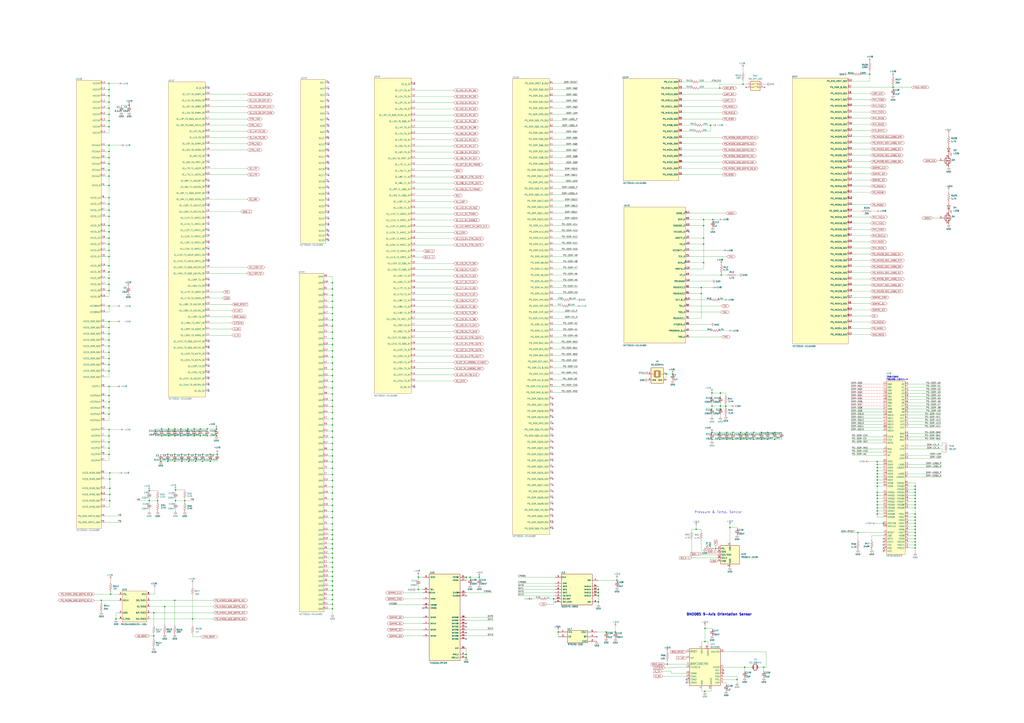
<source format=kicad_sch>
(kicad_sch (version 20230121) (generator eeschema)
  (paper "A1")
  (lib_symbols
    (symbol "+1V0_1" (power) (pin_numbers hide) (pin_names (offset 0) hide)
      (property "Value" "+1V0_1" (at 0 3.556 90))
      (symbol "+1V0_1_1_1"
        (pin power_in line (at 0 0 90) (length 0) hide (name "+1V0") (number "1"))
      )
    )
    (symbol "+1V0_2" (power) (pin_numbers hide) (pin_names (offset 0) hide)
      (property "Value" "+1V0_2" (at 0 3.556 90))
      (symbol "+1V0_2_1_1"
        (pin power_in line (at 0 0 90) (length 0) hide (name "+1V0") (number "1"))
      )
    )
    (symbol "+1V0_3" (power) (pin_numbers hide) (pin_names (offset 0) hide)
      (property "Value" "+1V0_3" (at 0 3.556 90))
      (symbol "+1V0_3_1_1"
        (pin power_in line (at 0 0 90) (length 0) hide (name "+1V0") (number "1"))
      )
    )
    (symbol "+1V0_4" (power) (pin_numbers hide) (pin_names (offset 0) hide)
      (property "Value" "+1V0_4" (at 0 3.556 90))
      (symbol "+1V0_4_1_1"
        (pin power_in line (at 0 0 90) (length 0) hide (name "+1V0") (number "1"))
      )
    )
    (symbol "+1V0_5" (power) (pin_numbers hide) (pin_names (offset 0) hide)
      (property "Value" "+1V0_5" (at 0 3.556 90))
      (symbol "+1V0_5_1_1"
        (pin power_in line (at 0 0 90) (length 0) hide (name "+1V0") (number "1"))
      )
    )
    (symbol "+1V5_1" (power) (pin_numbers hide) (pin_names (offset 0) hide)
      (property "Value" "+1V5_1" (at 0 3.937 90))
      (symbol "+1V5_1_1_1"
        (pin power_in line (at 0 0 90) (length 0) hide (name "+1V5") (number "1"))
      )
    )
    (symbol "+1V5_2" (power) (pin_numbers hide) (pin_names (offset 0) hide)
      (property "Value" "+1V5_2" (at 0 3.937 90))
      (symbol "+1V5_2_1_1"
        (pin power_in line (at 0 0 90) (length 0) hide (name "+1V5") (number "1"))
      )
    )
    (symbol "+1V5_3" (power) (pin_numbers hide) (pin_names (offset 0) hide)
      (property "Value" "+1V5_3" (at 0 3.937 90))
      (symbol "+1V5_3_1_1"
        (pin power_in line (at 0 0 90) (length 0) hide (name "+1V5") (number "1"))
      )
    )
    (symbol "+1V5_4" (power) (pin_numbers hide) (pin_names (offset 0) hide)
      (property "Value" "+1V5_4" (at 0 3.937 90))
      (symbol "+1V5_4_1_1"
        (pin power_in line (at 0 0 90) (length 0) hide (name "+1V5") (number "1"))
      )
    )
    (symbol "+1V5_5" (power) (pin_numbers hide) (pin_names (offset 0) hide)
      (property "Value" "+1V5_5" (at 0 3.937 90))
      (symbol "+1V5_5_1_1"
        (pin power_in line (at 0 0 90) (length 0) hide (name "+1V5") (number "1"))
      )
    )
    (symbol "+1V8_1" (power) (pin_numbers hide) (pin_names (offset 0) hide)
      (property "Value" "+1V8_1" (at 0 3.175 90))
      (symbol "+1V8_1_1_1"
        (pin power_in line (at 0 0 90) (length 0) hide (name "+1V8") (number "1"))
      )
    )
    (symbol "+1V8_10" (power) (pin_numbers hide) (pin_names (offset 0) hide)
      (property "Value" "+1V8_10" (at 0 3.175 90))
      (symbol "+1V8_10_1_1"
        (pin power_in line (at 0 0 90) (length 0) hide (name "+1V8") (number "1"))
      )
    )
    (symbol "+1V8_11" (power) (pin_numbers hide) (pin_names (offset 0) hide)
      (property "Value" "+1V8_11" (at 0 3.175 90))
      (symbol "+1V8_11_1_1"
        (pin power_in line (at 0 0 90) (length 0) hide (name "+1V8") (number "1"))
      )
    )
    (symbol "+1V8_12" (power) (pin_numbers hide) (pin_names (offset 0) hide)
      (property "Value" "+1V8_12" (at 0 3.175 90))
      (symbol "+1V8_12_1_1"
        (pin power_in line (at 0 0 90) (length 0) hide (name "+1V8") (number "1"))
      )
    )
    (symbol "+1V8_13" (power) (pin_numbers hide) (pin_names (offset 0) hide)
      (property "Value" "+1V8_13" (at 0 3.175 90))
      (symbol "+1V8_13_1_1"
        (pin power_in line (at 0 0 90) (length 0) hide (name "+1V8") (number "1"))
      )
    )
    (symbol "+1V8_2" (power) (pin_numbers hide) (pin_names (offset 0) hide)
      (property "Value" "+1V8_2" (at 0 3.175 90))
      (symbol "+1V8_2_1_1"
        (pin power_in line (at 0 0 90) (length 0) hide (name "+1V8") (number "1"))
      )
    )
    (symbol "+1V8_3" (power) (pin_numbers hide) (pin_names (offset 0) hide)
      (property "Value" "+1V8_3" (at 0 3.175 90))
      (symbol "+1V8_3_1_1"
        (pin power_in line (at 0 0 90) (length 0) hide (name "+1V8") (number "1"))
      )
    )
    (symbol "+1V8_4" (power) (pin_numbers hide) (pin_names (offset 0) hide)
      (property "Value" "+1V8_4" (at 0 3.175 90))
      (symbol "+1V8_4_1_1"
        (pin power_in line (at 0 0 90) (length 0) hide (name "+1V8") (number "1"))
      )
    )
    (symbol "+1V8_5" (power) (pin_numbers hide) (pin_names (offset 0) hide)
      (property "Value" "+1V8_5" (at 0 3.175 90))
      (symbol "+1V8_5_1_1"
        (pin power_in line (at 0 0 90) (length 0) hide (name "+1V8") (number "1"))
      )
    )
    (symbol "+1V8_6" (power) (pin_numbers hide) (pin_names (offset 0) hide)
      (property "Value" "+1V8_6" (at 0 3.175 90))
      (symbol "+1V8_6_1_1"
        (pin power_in line (at 0 0 90) (length 0) hide (name "+1V8") (number "1"))
      )
    )
    (symbol "+1V8_7" (power) (pin_numbers hide) (pin_names (offset 0) hide)
      (property "Value" "+1V8_7" (at 0 3.175 90))
      (symbol "+1V8_7_1_1"
        (pin power_in line (at 0 0 90) (length 0) hide (name "+1V8") (number "1"))
      )
    )
    (symbol "+1V8_8" (power) (pin_numbers hide) (pin_names (offset 0) hide)
      (property "Value" "+1V8_8" (at 0 3.175 90))
      (symbol "+1V8_8_1_1"
        (pin power_in line (at 0 0 90) (length 0) hide (name "+1V8") (number "1"))
      )
    )
    (symbol "+1V8_9" (power) (pin_numbers hide) (pin_names (offset 0) hide)
      (property "Value" "+1V8_9" (at 0 3.175 90))
      (symbol "+1V8_9_1_1"
        (pin power_in line (at 0 0 90) (length 0) hide (name "+1V8") (number "1"))
      )
    )
    (symbol "+3V3_1" (power) (pin_numbers hide) (pin_names (offset 0) hide)
      (property "Value" "+3V3_1" (at 0 5.08 0))
      (symbol "+3V3_1_1_1"
        (pin power_in line (at 0 0 90) (length 0) hide (name "+3V3") (number "1"))
      )
    )
    (symbol "+3V3_2" (power) (pin_numbers hide) (pin_names (offset 0) hide)
      (property "Value" "+3V3_2" (at 0 5.08 0))
      (symbol "+3V3_2_1_1"
        (pin power_in line (at 0 0 90) (length 0) hide (name "+3V3") (number "1"))
      )
    )
    (symbol "+5VA_11" (power) (pin_numbers hide) (pin_names (offset 0) hide)
      (property "Value" "+5VA_11" (at 0 4.445 0))
      (symbol "+5VA_11_1_1"
        (pin power_in line (at 0 0 90) (length 0) hide (name "+5VA") (number "1"))
      )
    )
    (symbol "502570-0893:502570-0893" (pin_names (offset 1.016))
      (property "Reference" "J" (at -12.7238 13.4872 0))
      (property "Value" "502570-0893" (at -12.7135 -14.4934 0))
      (symbol "502570-0893_0_0"
        (pin bidirectional line (at -17.78 -2.54 0) (length 5.08) (name "DAT2") (number "1"))
        (pin bidirectional line (at -17.78 -5.08 0) (length 5.08) (name "CD/DAT3") (number "2"))
        (pin bidirectional line (at -17.78 5.08 0) (length 5.08) (name "CMD") (number "3"))
        (pin power_in line (at 17.78 7.62 180) (length 5.08) (name "VDD") (number "4"))
        (pin input clock (at -17.78 10.16 0) (length 5.08) (name "CLK") (number "5"))
        (pin power_in line (at 17.78 -10.16 180) (length 5.08) (name "VSS") (number "6"))
        (pin bidirectional line (at -17.78 2.54 0) (length 5.08) (name "DAT0") (number "7"))
        (pin bidirectional line (at -17.78 0 0) (length 5.08) (name "DAT1") (number "8"))
        (pin passive line (at -17.78 -10.16 0) (length 5.08) (name "DET_LEVEL") (number "DL"))
        (pin passive line (at -17.78 -7.62 0) (length 5.08) (name "DET_SWT") (number "DS"))
      )
      (symbol "502570-0893_1_0"
        (pin power_in line (at 17.78 2.54 180) (length 5.08) (name "SHIELD") (number "S1"))
        (pin power_in line (at 17.78 0 180) (length 5.08) (name "SHIELD") (number "S2"))
        (pin power_in line (at 17.78 -2.54 180) (length 5.08) (name "SHIELD") (number "S3"))
        (pin power_in line (at 17.78 -5.08 180) (length 5.08) (name "SHIELD") (number "S4"))
      )
    )
    (symbol "ABM8AIG-25.000MHZ-12-2Z-T3:ABM8AIG-25.000MHZ-12-2Z-T3" (pin_names (offset 1.016))
      (property "Reference" "Y" (at -5.0878 6.3559 0))
      (property "Value" "ABM8AIG-25.000MHZ-12-2Z-T3" (at -5.0944 -10.16 0))
      (symbol "ABM8AIG-25.000MHZ-12-2Z-T3_0_0"
        (pin passive line (at -7.62 0 0) (length 2.54) (name "~") (number "1"))
        (pin power_in line (at 7.62 -5.08 180) (length 2.54) (name "GND") (number "2"))
        (pin passive line (at 7.62 0 180) (length 2.54) (name "~") (number "3"))
        (pin power_in line (at -7.62 -5.08 0) (length 2.54) (name "GND") (number "4"))
      )
    )
    (symbol "Device:C_Small" (pin_numbers hide) (pin_names (offset 0.254) hide)
      (property "Reference" "C" (at 0.254 1.778 0))
      (property "Value" "C_Small" (at 0.254 -2.032 0))
      (symbol "C_Small_1_1"
        (pin passive line (at 0 2.54 270) (length 2.032) (name "~") (number "1"))
        (pin passive line (at 0 -2.54 90) (length 2.032) (name "~") (number "2"))
      )
    )
    (symbol "Device:Crystal" (pin_numbers hide) (pin_names (offset 1.016) hide)
      (property "Reference" "Y" (at 0 3.81 0))
      (property "Value" "Crystal" (at 0 -3.81 0))
      (symbol "Crystal_1_1"
        (pin passive line (at -3.81 0 0) (length 1.27) (name "1") (number "1"))
        (pin passive line (at 3.81 0 180) (length 1.27) (name "2") (number "2"))
      )
    )
    (symbol "Device:LED" (pin_numbers hide) (pin_names (offset 1.016) hide)
      (property "Reference" "D" (at 0 2.54 0))
      (property "Value" "LED" (at 0 -2.54 0))
      (symbol "LED_1_1"
        (pin passive line (at -3.81 0 0) (length 2.54) (name "K") (number "1"))
        (pin passive line (at 3.81 0 180) (length 2.54) (name "A") (number "2"))
      )
    )
    (symbol "Device:R_US" (pin_numbers hide) (pin_names (offset 0))
      (property "Reference" "R" (at 2.54 0 90))
      (property "Value" "R_US" (at -2.54 0 90))
      (symbol "R_US_1_1"
        (pin passive line (at 0 3.81 270) (length 1.27) (name "~") (number "1"))
        (pin passive line (at 0 -3.81 90) (length 1.27) (name "~") (number "2"))
      )
    )
    (symbol "FBGA96-10X14-A:FBGA96-10X14-A"
      (property "Reference" "U18" (at -5.715 77.47 0))
      (property "Value" "H5TQ4G63AFR" (at -1.27 -72.39 0))
      (symbol "FBGA96-10X14-A_1_1"
        (pin passive line (at -10.16 -20.32 0) (length 2.54) (name "VDDQ1") (number "A1"))
        (pin passive line (at -10.16 35.56 0) (length 2.54) (name "DQ13") (number "A2"))
        (pin passive line (at -10.16 30.48 0) (length 2.54) (name "DQ15") (number "A3"))
        (pin passive line (at -10.16 38.1 0) (length 2.54) (name "DQ12") (number "A7"))
        (pin passive line (at -10.16 -22.86 0) (length 2.54) (name "VDDQ2") (number "A8"))
        (pin passive line (at 10.16 -38.1 180) (length 2.54) (name "VSS1") (number "A9"))
        (pin passive line (at 10.16 -12.7 180) (length 2.54) (name "VSSQ1") (number "B1"))
        (pin passive line (at -10.16 5.08 0) (length 2.54) (name "VDD1") (number "B2"))
        (pin passive line (at 10.16 -40.64 180) (length 2.54) (name "VSS2") (number "B3"))
        (pin passive line (at 10.16 -7.62 180) (length 2.54) (name "UDQSN") (number "B7"))
        (pin passive line (at -10.16 33.02 0) (length 2.54) (name "DQ14") (number "B8"))
        (pin passive line (at 10.16 -15.24 180) (length 2.54) (name "VSSQ2") (number "B9"))
        (pin passive line (at -10.16 -25.4 0) (length 2.54) (name "VDDQ3") (number "C1"))
        (pin passive line (at -10.16 40.64 0) (length 2.54) (name "DQ11") (number "C2"))
        (pin passive line (at -10.16 45.72 0) (length 2.54) (name "DQ9") (number "C3"))
        (pin passive line (at 10.16 -5.08 180) (length 2.54) (name "UDQS") (number "C7"))
        (pin passive line (at -10.16 43.18 0) (length 2.54) (name "DQ10") (number "C8"))
        (pin passive line (at -10.16 -27.94 0) (length 2.54) (name "VDDQ4") (number "C9"))
        (pin passive line (at 10.16 -17.78 180) (length 2.54) (name "VSSQ3") (number "D1"))
        (pin passive line (at -10.16 -30.48 0) (length 2.54) (name "VDDQ5") (number "D2"))
        (pin passive line (at 10.16 7.62 180) (length 2.54) (name "UDM") (number "D3"))
        (pin passive line (at -10.16 48.26 0) (length 2.54) (name "DQ8") (number "D7"))
        (pin passive line (at 10.16 -20.32 180) (length 2.54) (name "VSSQ4") (number "D8"))
        (pin passive line (at -10.16 2.54 0) (length 2.54) (name "VDD2") (number "D9"))
        (pin passive line (at 10.16 -43.18 180) (length 2.54) (name "VSS3") (number "E1"))
        (pin passive line (at 10.16 -22.86 180) (length 2.54) (name "VSSQ5") (number "E2"))
        (pin passive line (at -10.16 68.58 0) (length 2.54) (name "DQ0") (number "E3"))
        (pin passive line (at 10.16 10.16 180) (length 2.54) (name "LDM") (number "E7"))
        (pin passive line (at 10.16 -25.4 180) (length 2.54) (name "VSSQ6") (number "E8"))
        (pin passive line (at -10.16 -33.02 0) (length 2.54) (name "VDDQ6") (number "E9"))
        (pin passive line (at -10.16 -35.56 0) (length 2.54) (name "VDDQ7") (number "F1"))
        (pin passive line (at -10.16 63.5 0) (length 2.54) (name "DQ2") (number "F2"))
        (pin passive line (at 10.16 2.54 180) (length 2.54) (name "LDQS") (number "F3"))
        (pin passive line (at -10.16 66.04 0) (length 2.54) (name "DQ1") (number "F7"))
        (pin passive line (at -10.16 60.96 0) (length 2.54) (name "DQ3") (number "F8"))
        (pin passive line (at 10.16 -27.94 180) (length 2.54) (name "VSSQ7") (number "F9"))
        (pin passive line (at 10.16 -30.48 180) (length 2.54) (name "VSSQ8") (number "G1"))
        (pin passive line (at -10.16 53.34 0) (length 2.54) (name "DQ6") (number "G2"))
        (pin passive line (at 10.16 0 180) (length 2.54) (name "LDQSN") (number "G3"))
        (pin passive line (at -10.16 0 0) (length 2.54) (name "VDD3") (number "G7"))
        (pin passive line (at 10.16 -45.72 180) (length 2.54) (name "VSS4") (number "G8"))
        (pin passive line (at 10.16 -33.02 180) (length 2.54) (name "VSSQ9") (number "G9"))
        (pin passive line (at -10.16 -45.72 0) (length 2.54) (name "VREFDQ") (number "H1"))
        (pin passive line (at -10.16 -38.1 0) (length 2.54) (name "VDDQ8") (number "H2"))
        (pin passive line (at -10.16 58.42 0) (length 2.54) (name "DQ4") (number "H3"))
        (pin passive line (at -10.16 50.8 0) (length 2.54) (name "DQ7") (number "H7"))
        (pin passive line (at -10.16 55.88 0) (length 2.54) (name "DQ5") (number "H8"))
        (pin passive line (at -10.16 -40.64 0) (length 2.54) (name "VDDQ9") (number "H9"))
        (pin passive line (at -10.16 -58.42 0) (length 2.54) (name "ODT1") (number "J1"))
        (pin passive line (at 10.16 -48.26 180) (length 2.54) (name "VSS5") (number "J2"))
        (pin passive line (at -10.16 15.24 0) (length 2.54) (name "RAS") (number "J3"))
        (pin passive line (at 10.16 17.78 180) (length 2.54) (name "CK") (number "J7"))
        (pin passive line (at 10.16 -50.8 180) (length 2.54) (name "VSS6") (number "J8"))
        (pin passive line (at -10.16 -60.96 0) (length 2.54) (name "CKE1") (number "J9"))
        (pin passive line (at -10.16 20.32 0) (length 2.54) (name "ODT0") (number "K1"))
        (pin passive line (at -10.16 -2.54 0) (length 2.54) (name "VDD4") (number "K2"))
        (pin passive line (at -10.16 12.7 0) (length 2.54) (name "CAS") (number "K3"))
        (pin passive line (at 10.16 15.24 180) (length 2.54) (name "CKN") (number "K7"))
        (pin passive line (at -10.16 -5.08 0) (length 2.54) (name "VDD5") (number "K8"))
        (pin passive line (at -10.16 25.4 0) (length 2.54) (name "CKE0") (number "K9"))
        (pin passive line (at -10.16 -63.5 0) (length 2.54) (name "CS1") (number "L1"))
        (pin passive line (at -10.16 22.86 0) (length 2.54) (name "CSO") (number "L2"))
        (pin passive line (at -10.16 10.16 0) (length 2.54) (name "WE") (number "L3"))
        (pin passive line (at 10.16 43.18 180) (length 2.54) (name "A10") (number "L7"))
        (pin passive line (at -10.16 -55.88 0) (length 2.54) (name "ZQ0") (number "L8"))
        (pin passive line (at -10.16 -66.04 0) (length 2.54) (name "ZQ1") (number "L9"))
        (pin passive line (at 10.16 -53.34 180) (length 2.54) (name "VSS7") (number "M1"))
        (pin passive line (at 10.16 27.94 180) (length 2.54) (name "BA0") (number "M2"))
        (pin passive line (at 10.16 22.86 180) (length 2.54) (name "BA2") (number "M3"))
        (pin passive line (at -10.16 -68.58 0) (length 2.54) (name "A15") (number "M7"))
        (pin passive line (at -10.16 -48.26 0) (length 2.54) (name "VREFCA") (number "M8"))
        (pin passive line (at 10.16 -55.88 180) (length 2.54) (name "VSS8") (number "M9"))
        (pin passive line (at -10.16 -7.62 0) (length 2.54) (name "VDD6") (number "N1"))
        (pin passive line (at 10.16 60.96 180) (length 2.54) (name "A3") (number "N2"))
        (pin passive line (at 10.16 68.58 180) (length 2.54) (name "A0") (number "N3"))
        (pin passive line (at 10.16 38.1 180) (length 2.54) (name "A12") (number "N7"))
        (pin passive line (at 10.16 25.4 180) (length 2.54) (name "BA1") (number "N8"))
        (pin passive line (at -10.16 -10.16 0) (length 2.54) (name "VDD7") (number "N9"))
        (pin passive line (at 10.16 -58.42 180) (length 2.54) (name "VSS9") (number "P1"))
        (pin passive line (at 10.16 55.88 180) (length 2.54) (name "A5") (number "P2"))
        (pin passive line (at 10.16 63.5 180) (length 2.54) (name "A2") (number "P3"))
        (pin passive line (at 10.16 66.04 180) (length 2.54) (name "A1") (number "P7"))
        (pin passive line (at 10.16 58.42 180) (length 2.54) (name "A4") (number "P8"))
        (pin passive line (at 10.16 -60.96 180) (length 2.54) (name "VSS10") (number "P9"))
        (pin passive line (at -10.16 -12.7 0) (length 2.54) (name "VDD8") (number "R1"))
        (pin passive line (at 10.16 50.8 180) (length 2.54) (name "A7") (number "R2"))
        (pin passive line (at 10.16 45.72 180) (length 2.54) (name "A9") (number "R3"))
        (pin passive line (at 10.16 40.64 180) (length 2.54) (name "A11") (number "R7"))
        (pin passive line (at 10.16 53.34 180) (length 2.54) (name "A6") (number "R8"))
        (pin passive line (at -10.16 -15.24 0) (length 2.54) (name "VDD9") (number "R9"))
        (pin passive line (at 10.16 -63.5 180) (length 2.54) (name "VSS11") (number "T1"))
        (pin passive line (at -10.16 -53.34 0) (length 2.54) (name "RESET") (number "T2"))
        (pin passive line (at 10.16 35.56 180) (length 2.54) (name "A13") (number "T3"))
        (pin passive line (at 10.16 33.02 180) (length 2.54) (name "A14") (number "T7"))
        (pin passive line (at 10.16 48.26 180) (length 2.54) (name "A8") (number "T8"))
        (pin passive line (at 10.16 -66.04 180) (length 2.54) (name "VSS12") (number "T9"))
      )
    )
    (symbol "GND_1" (power) (pin_numbers hide) (pin_names (offset 0) hide)
      (property "Value" "GND" (at 0 -3.81 0))
      (symbol "GND_1_1_1"
        (pin power_in line (at 0 0 270) (length 0) hide (name "GND") (number "1"))
      )
    )
    (symbol "MX25U1635EZUI-10G:MX25U1635EZUI-10G"
      (property "Reference" "U19" (at -8.255 13.97 0))
      (property "Value" "MX25U1635EZNI-10G" (at -0.635 -14.605 0))
      (symbol "MX25U1635EZUI-10G_1_1"
        (pin passive line (at -12.7 10.16 0) (length 2.54) (name "CS_") (number "1"))
        (pin passive line (at 12.7 5.08 180) (length 2.54) (name "SO/SIO1") (number "2"))
        (pin passive line (at 12.7 -5.08 180) (length 2.54) (name "WP/SIO2") (number "3"))
        (pin passive line (at -12.7 -5.08 0) (length 2.54) (name "GND") (number "4"))
        (pin passive line (at 12.7 0 180) (length 2.54) (name "SI/SIO0") (number "5"))
        (pin passive line (at -12.7 5.08 0) (length 2.54) (name "SCLK") (number "6"))
        (pin passive line (at 12.7 -10.16 180) (length 2.54) (name "NC/SIO3") (number "7"))
        (pin passive line (at 12.7 10.16 180) (length 2.54) (name "VCC") (number "8"))
        (pin passive line (at -12.7 -10.16 0) (length 2.54) (name "E_PAD") (number "9"))
      )
    )
    (symbol "PLUTOX_SDR SCH LIB:RT9193-33GB"
      (property "Reference" "U6" (at 22.86 6.35 0))
      (symbol "RT9193-33GB_0_1"
        (pin power_in line (at 7.62 3.81 0) (length 7.62) (name "VIN") (number "1"))
        (pin power_out line (at 39.37 -3.81 180) (length 7.62) (name "GND") (number "2"))
        (pin unspecified line (at 7.62 0 0) (length 7.62) (name "EN") (number "3"))
        (pin unspecified line (at 39.37 0 180) (length 7.62) (name "BP") (number "4"))
        (pin output line (at 39.37 3.81 180) (length 7.62) (name "VOUT") (number "5"))
      )
    )
    (symbol "SOT23_MOSFET_1" (pin_names hide)
      (property "Reference" "Q3" (at 0.762 5.207 0))
      (property "Value" "~" (at 0 0 0))
      (symbol "SOT23_MOSFET_1_1_1"
        (pin passive line (at 0.127 -7.62 90) (length 2.54) (name "G") (number "1"))
        (pin passive line (at 5.207 0 180) (length 2.54) (name "S") (number "2"))
        (pin passive line (at -4.953 0 0) (length 2.54) (name "D") (number "3"))
      )
    )
    (symbol "Sensor_Motion:BNO055"
      (property "Reference" "U21" (at 4.4959 18.9992 0))
      (property "Value" "BNO055" (at 4.4959 16.4592 0))
      (symbol "BNO055_1_1"
        (pin no_connect line (at -12.7 10.16 0) (length 2.54) hide (name "PIN1") (number "1"))
        (pin output line (at -15.24 0 0) (length 2.54) (name "CLKSEL0") (number "10"))
        (pin input line (at -15.24 12.7 0) (length 2.54) (name "~{RESET}") (number "11"))
        (pin no_connect line (at 12.7 10.16 180) (length 2.54) hide (name "PIN12") (number "12"))
        (pin no_connect line (at 12.7 7.62 180) (length 2.54) hide (name "PIN13") (number "13"))
        (pin output line (at -15.24 7.62 0) (length 2.54) (name "INT") (number "14"))
        (pin power_in line (at 15.24 -2.54 180) (length 2.54) (name "SCL") (number "15"))
        (pin passive line (at 15.24 -5.08 180) (length 2.54) (name "SDA") (number "16"))
        (pin input line (at -15.24 -12.7 0) (length 2.54) (name "COM3") (number "17"))
        (pin passive line (at -15.24 -10.16 0) (length 2.54) (name "COM2") (number "18"))
        (pin bidirectional line (at -15.24 -7.62 0) (length 2.54) (name "COM1") (number "19"))
        (pin power_in line (at -2.54 -17.78 90) (length 2.54) (name "GND") (number "2"))
        (pin bidirectional line (at -15.24 -5.08 0) (length 2.54) (name "COM0") (number "20"))
        (pin no_connect line (at 12.7 5.08 180) (length 2.54) hide (name "PIN21") (number "21"))
        (pin no_connect line (at 12.7 2.54 180) (length 2.54) hide (name "PIN22") (number "22"))
        (pin no_connect line (at 12.7 -2.54 180) (length 2.54) hide (name "PIN23") (number "23"))
        (pin no_connect line (at 12.7 -5.08 180) (length 2.54) hide (name "PIN24") (number "24"))
        (pin passive line (at 5.08 -17.78 90) (length 2.54) (name "GNDIO") (number "25"))
        (pin output line (at 15.24 12.7 180) (length 2.54) (name "XOUT32") (number "26"))
        (pin input line (at 15.24 0 180) (length 2.54) (name "XIN32") (number "27"))
        (pin power_in line (at 2.54 17.78 270) (length 2.54) (name "VDDIO") (number "28"))
        (pin power_in line (at -2.54 17.78 270) (length 2.54) (name "VDD") (number "3"))
        (pin input line (at -15.24 2.54 0) (length 2.54) (name "~{BOOT_LOAD_PIN}") (number "4"))
        (pin input line (at 15.24 -10.16 180) (length 2.54) (name "PS1") (number "5"))
        (pin input line (at 15.24 -7.62 180) (length 2.54) (name "PS0") (number "6"))
        (pin no_connect line (at -12.7 5.08 0) (length 2.54) hide (name "PIN7") (number "7"))
        (pin no_connect line (at -12.7 -2.54 0) (length 2.54) hide (name "PIN8") (number "8"))
        (pin passive line (at 15.24 -12.7 180) (length 2.54) (name "CAP") (number "9"))
      )
    )
    (symbol "Sensor_Pressure:MS5611-01BA"
      (property "Reference" "U" (at -6.35 8.89 0))
      (property "Value" "MS5611-01BA" (at 7.62 8.89 0))
      (symbol "MS5611-01BA_1_1"
        (pin power_in line (at 0 10.16 270) (length 2.54) (name "VDD") (number "1"))
        (pin input line (at -10.16 5.08 0) (length 2.54) (name "PS") (number "2"))
        (pin power_in line (at 0 -10.16 90) (length 2.54) (name "GND") (number "3"))
        (pin input line (at -10.16 -5.08 0) (length 2.54) (name "CSB") (number "4"))
        (pin input line (at -10.16 -5.08 0) (length 2.54) hide (name "CSB") (number "5"))
        (pin output line (at -10.16 2.54 0) (length 2.54) (name "SDO") (number "6"))
        (pin bidirectional line (at -10.16 0 0) (length 2.54) (name "SDI/SDA") (number "7"))
        (pin input line (at -10.16 -2.54 0) (length 2.54) (name "SCLK") (number "8"))
      )
    )
    (symbol "Switch:SW_DIP_x02" (pin_names (offset 0) hide)
      (property "Reference" "SW" (at 0 6.35 0))
      (property "Value" "SW_DIP_x02" (at 0 -3.81 0))
      (symbol "SW_DIP_x02_1_1"
        (pin passive line (at -7.62 2.54 0) (length 5.08) (name "~") (number "1"))
        (pin passive line (at -7.62 0 0) (length 5.08) (name "~") (number "2"))
        (pin passive line (at 7.62 0 180) (length 5.08) (name "~") (number "3"))
        (pin passive line (at 7.62 2.54 180) (length 5.08) (name "~") (number "4"))
      )
    )
    (symbol "TXS02612RTWR:TXS02612RTWR" (pin_names (offset 1.016))
      (property "Reference" "U" (at -12.7 36.83 0))
      (property "Value" "TXS02612RTWR" (at -12.7 -36.83 0))
      (symbol "TXS02612RTWR_0_0"
        (pin bidirectional line (at -17.78 -10.16 0) (length 5.08) (name "DAT2A") (number "1"))
        (pin bidirectional line (at 17.78 -17.78 180) (length 5.08) (name "DAT3B1") (number "10"))
        (pin power_in line (at 17.78 -33.02 180) (length 5.08) (name "GND_11") (number "11"))
        (pin bidirectional line (at -17.78 7.62 0) (length 5.08) (name "CMDB1") (number "12"))
        (pin output clock (at 17.78 17.78 180) (length 5.08) (name "CLKB1") (number "13"))
        (pin bidirectional line (at 17.78 -2.54 180) (length 5.08) (name "DAT0B1") (number "14"))
        (pin bidirectional line (at 17.78 -7.62 180) (length 5.08) (name "DAT1B1") (number "15"))
        (pin bidirectional line (at 17.78 -5.08 180) (length 5.08) (name "DAT1B0") (number "16"))
        (pin power_in line (at 17.78 30.48 180) (length 5.08) (name "VCCB1") (number "17"))
        (pin bidirectional line (at 17.78 0 180) (length 5.08) (name "DAT0B0") (number "18"))
        (pin output clock (at 17.78 20.32 180) (length 5.08) (name "CLKB0") (number "19"))
        (pin power_in line (at 17.78 -30.48 180) (length 5.08) (name "GND_2") (number "2"))
        (pin bidirectional line (at -17.78 10.16 0) (length 5.08) (name "CMDB0") (number "20"))
        (pin power_in line (at 17.78 33.02 180) (length 5.08) (name "VCCB0") (number "21"))
        (pin bidirectional line (at 17.78 -15.24 180) (length 5.08) (name "DAT3B0") (number "22"))
        (pin bidirectional line (at 17.78 -10.16 180) (length 5.08) (name "DAT2B0") (number "23"))
        (pin input line (at -17.78 22.86 0) (length 5.08) (name "SEL") (number "24"))
        (pin passive line (at 17.78 -25.4 180) (length 5.08) (name "EXP") (number "25"))
        (pin bidirectional line (at -17.78 -15.24 0) (length 5.08) (name "DAT3A") (number "3"))
        (pin bidirectional line (at -17.78 15.24 0) (length 5.08) (name "CMDA") (number "4"))
        (pin power_in line (at -17.78 33.02 0) (length 5.08) (name "VCCA") (number "5"))
        (pin bidirectional line (at -17.78 0 0) (length 5.08) (name "DAT0A") (number "6"))
        (pin bidirectional line (at -17.78 -5.08 0) (length 5.08) (name "DAT1A") (number "7"))
        (pin bidirectional line (at 17.78 -12.7 180) (length 5.08) (name "DAT2B1") (number "8"))
        (pin input clock (at -17.78 20.32 0) (length 5.08) (name "CLKA") (number "9"))
      )
    )
    (symbol "XC7Z010-1CLG400I:XC7Z010-1CLG400I"
      (property "Reference" "U18" (at -12.954 135.763 0))
      (property "Value" "XC7Z010-1CLG400I" (at -0.635 -186.69 0))
      (symbol "XC7Z010-1CLG400I_1_1"
        (pin power_in line (at 12.7 99.06 180) (length 2.54) (name "GND") (number "A18"))
        (pin power_in line (at 12.7 104.14 180) (length 2.54) (name "GND") (number "A8"))
        (pin power_in line (at 12.7 93.98 180) (length 2.54) (name "GND") (number "B1"))
        (pin power_in line (at 12.7 88.9 180) (length 2.54) (name "GND") (number "B11"))
        (pin passive line (at 12.7 -107.95 180) (length 2.54) (name "GND") (number "C14"))
        (pin power_in line (at 12.7 83.82 180) (length 2.54) (name "GND") (number "C4"))
        (pin passive line (at 12.7 -134.62 180) (length 2.54) (name "GND") (number "C9"))
        (pin power_in line (at 12.7 73.66 180) (length 2.54) (name "GND") (number "D17"))
        (pin power_in line (at 12.7 68.58 180) (length 2.54) (name "GND") (number "E10"))
        (pin power_in line (at 12.7 63.5 180) (length 2.54) (name "GND") (number "E20"))
        (pin power_in line (at 12.7 58.42 180) (length 2.54) (name "GND") (number "F3"))
        (pin power_in line (at 12.7 53.34 180) (length 2.54) (name "GND") (number "F7"))
        (pin power_in line (at 12.7 48.26 180) (length 2.54) (name "GND") (number "G10"))
        (pin power_in line (at 12.7 43.18 180) (length 2.54) (name "GND") (number "G12"))
        (pin power_in line (at 12.7 38.1 180) (length 2.54) (name "GND") (number "G16"))
        (pin power_in line (at 12.7 22.86 180) (length 2.54) (name "GND") (number "H11"))
        (pin power_in line (at 12.7 17.78 180) (length 2.54) (name "GND") (number "H13"))
        (pin passive line (at 12.7 -111.76 180) (length 2.54) (name "GND") (number "H19"))
        (pin power_in line (at 12.7 33.02 180) (length 2.54) (name "GND") (number "H7"))
        (pin power_in line (at 12.7 27.94 180) (length 2.54) (name "GND") (number "H9"))
        (pin passive line (at 12.7 -123.19 180) (length 2.54) (name "GND") (number "J12"))
        (pin passive line (at 12.7 -115.57 180) (length 2.54) (name "GND") (number "J2"))
        (pin passive line (at 12.7 -119.38 180) (length 2.54) (name "GND") (number "J8"))
        (pin power_in line (at 12.7 78.74 180) (length 2.54) (name "GND") (number "K11"))
        (pin passive line (at 12.7 -138.43 180) (length 2.54) (name "GND") (number "K13"))
        (pin passive line (at 12.7 -142.24 180) (length 2.54) (name "GND") (number "K15"))
        (pin passive line (at 12.7 -127 180) (length 2.54) (name "GND") (number "K5"))
        (pin passive line (at 12.7 -130.81 180) (length 2.54) (name "GND") (number "K7"))
        (pin passive line (at 12.7 -149.86 180) (length 2.54) (name "GND") (number "L12"))
        (pin passive line (at 12.7 -153.67 180) (length 2.54) (name "GND") (number "L18"))
        (pin passive line (at 12.7 -146.05 180) (length 2.54) (name "GND") (number "L8"))
        (pin passive line (at 12.7 -157.48 180) (length 2.54) (name "GND") (number "M1"))
        (pin passive line (at 12.7 -165.1 180) (length 2.54) (name "GND") (number "M11"))
        (pin passive line (at 12.7 -168.91 180) (length 2.54) (name "GND") (number "M13"))
        (pin passive line (at 12.7 -161.29 180) (length 2.54) (name "GND") (number "M7"))
        (pin power_in line (at 12.7 2.54 180) (length 2.54) (name "GND") (number "N10"))
        (pin power_in line (at 12.7 -2.54 180) (length 2.54) (name "GND") (number "N12"))
        (pin power_in line (at 12.7 -7.62 180) (length 2.54) (name "GND") (number "N14"))
        (pin power_in line (at 12.7 12.7 180) (length 2.54) (name "GND") (number "N4"))
        (pin power_in line (at 12.7 7.62 180) (length 2.54) (name "GND") (number "N8"))
        (pin power_in line (at 12.7 -22.86 180) (length 2.54) (name "GND") (number "P11"))
        (pin power_in line (at 12.7 -27.94 180) (length 2.54) (name "GND") (number "P13"))
        (pin power_in line (at 12.7 -33.02 180) (length 2.54) (name "GND") (number "P17"))
        (pin power_in line (at 12.7 -12.7 180) (length 2.54) (name "GND") (number "P7"))
        (pin power_in line (at 12.7 -17.78 180) (length 2.54) (name "GND") (number "P9"))
        (pin power_in line (at 12.7 -43.18 180) (length 2.54) (name "GND") (number "R12"))
        (pin power_in line (at 12.7 -48.26 180) (length 2.54) (name "GND") (number "R20"))
        (pin power_in line (at 12.7 -38.1 180) (length 2.54) (name "GND") (number "R8"))
        (pin power_in line (at 12.7 -63.5 180) (length 2.54) (name "GND") (number "T13"))
        (pin power_in line (at 12.7 -53.34 180) (length 2.54) (name "GND") (number "T3"))
        (pin power_in line (at 12.7 -58.42 180) (length 2.54) (name "GND") (number "T7"))
        (pin power_in line (at 12.7 -73.66 180) (length 2.54) (name "GND") (number "U16"))
        (pin power_in line (at 12.7 -68.58 180) (length 2.54) (name "GND") (number "U6"))
        (pin power_in line (at 12.7 -83.82 180) (length 2.54) (name "GND") (number "V19"))
        (pin power_in line (at 12.7 -78.74 180) (length 2.54) (name "GND") (number "V9"))
        (pin power_in line (at 12.7 -93.98 180) (length 2.54) (name "GND") (number "W12"))
        (pin power_in line (at 12.7 -88.9 180) (length 2.54) (name "GND") (number "W2"))
        (pin power_in line (at 12.7 -104.14 180) (length 2.54) (name "GND") (number "Y15"))
        (pin power_in line (at 12.7 -99.06 180) (length 2.54) (name "GND") (number "Y5"))
      )
      (symbol "XC7Z010-1CLG400I_2_1"
        (pin power_in line (at 12.7 -152.4 180) (length 2.54) (name "VCCO_MIO0_501") (number "A13"))
        (pin power_in line (at 12.7 -15.24 180) (length 2.54) (name "VCCO_DDR_502") (number "A3"))
        (pin power_in line (at 12.7 -157.48 180) (length 2.54) (name "VCCO_MIO0_501") (number "B16"))
        (pin power_in line (at 12.7 -139.7 180) (length 2.54) (name "VCCO_MIO0_500") (number "B6"))
        (pin power_in line (at 12.7 30.48 180) (length 2.54) (name "VCCO_35") (number "C19"))
        (pin power_in line (at 12.7 -162.56 180) (length 2.54) (name "VCCO_MIO0_501") (number "D12"))
        (pin power_in line (at 12.7 -20.32 180) (length 2.54) (name "VCCO_DDR_502") (number "D2"))
        (pin power_in line (at 12.7 -144.78 180) (length 2.54) (name "VCCO_MIO0_500") (number "D7"))
        (pin power_in line (at 12.7 -167.64 180) (length 2.54) (name "VCCO_MIO0_501") (number "E15"))
        (pin power_in line (at 12.7 -25.4 180) (length 2.54) (name "VCCO_DDR_502") (number "E5"))
        (pin power_in line (at 12.7 25.4 180) (length 2.54) (name "VCCO_35") (number "F18"))
        (pin power_in line (at 12.7 -81.28 180) (length 2.54) (name "VCCPAUX") (number "F8"))
        (pin power_in line (at 12.7 -30.48 180) (length 2.54) (name "VCCO_DDR_502") (number "G1"))
        (pin power_in line (at 12.7 -2.54 180) (length 2.54) (name "VCCBRAM") (number "G11"))
        (pin power_in line (at 12.7 180.34 180) (length 2.54) (name "VCCINT") (number "G13"))
        (pin power_in line (at 12.7 -104.14 180) (length 2.54) (name "VCCPINT") (number "G7"))
        (pin power_in line (at 12.7 -68.58 180) (length 2.54) (name "VCCPLL") (number "G8"))
        (pin power_in line (at 12.7 -76.2 180) (length 2.54) (name "VCCPAUX") (number "G9"))
        (pin power_in line (at 12.7 -7.62 180) (length 2.54) (name "VCCBRAM") (number "H10"))
        (pin power_in line (at 12.7 175.26 180) (length 2.54) (name "VCCINT") (number "H12"))
        (pin power_in line (at 12.7 20.32 180) (length 2.54) (name "VCCO_35") (number "H14"))
        (pin power_in line (at 12.7 -35.56 180) (length 2.54) (name "VCCO_DDR_502") (number "H4"))
        (pin power_in line (at 12.7 -175.26 180) (length 2.54) (name "PS_DDR_VREF0_502") (number "H6"))
        (pin power_in line (at 12.7 -86.36 180) (length 2.54) (name "VCCPAUX") (number "H8"))
        (pin power_in line (at 12.7 129.54 180) (length 2.54) (name "VCCAUX") (number "J11"))
        (pin power_in line (at 12.7 170.18 180) (length 2.54) (name "VCCINT") (number "J13"))
        (pin power_in line (at 12.7 15.24 180) (length 2.54) (name "VCCO_35") (number "J17"))
        (pin power_in line (at 12.7 -109.22 180) (length 2.54) (name "VCCPINT") (number "J7"))
        (pin power_in line (at 12.7 165.1 180) (length 2.54) (name "VCCINT") (number "K12"))
        (pin power_in line (at 12.7 10.16 180) (length 2.54) (name "VCCO_35") (number "K20"))
        (pin power_in line (at 12.7 96.52 180) (length 2.54) (name "VCCO_0") (number "K6"))
        (pin power_in line (at 12.7 -91.44 180) (length 2.54) (name "VCCPAUX") (number "K8"))
        (pin power_in line (at 12.7 124.46 180) (length 2.54) (name "VCCAUX") (number "L11"))
        (pin power_in line (at 12.7 160.02 180) (length 2.54) (name "VCCINT") (number "L13"))
        (pin power_in line (at 12.7 -40.64 180) (length 2.54) (name "VCCO_DDR_502") (number "L3"))
        (pin power_in line (at 12.7 -114.3 180) (length 2.54) (name "VCCPINT") (number "L7"))
        (pin power_in line (at 12.7 154.94 180) (length 2.54) (name "VCCINT") (number "M12"))
        (pin power_in line (at 12.7 5.08 180) (length 2.54) (name "VCCO_35") (number "M16"))
        (pin power_in line (at 12.7 -96.52 180) (length 2.54) (name "VCCPAUX") (number "M8"))
        (pin power_in line (at 12.7 104.14 180) (length 2.54) (name "VCCAUX") (number "N11"))
        (pin power_in line (at 12.7 149.86 180) (length 2.54) (name "VCCINT") (number "N13"))
        (pin power_in line (at 12.7 63.5 180) (length 2.54) (name "VCCO_34") (number "N19"))
        (pin power_in line (at 12.7 -119.38 180) (length 2.54) (name "VCCPINT") (number "N7"))
        (pin power_in line (at 12.7 119.38 180) (length 2.54) (name "VCCAUX") (number "N9"))
        (pin power_in line (at 12.7 114.3 180) (length 2.54) (name "VCCAUX") (number "P10"))
        (pin power_in line (at 12.7 144.78 180) (length 2.54) (name "VCCINT") (number "P12"))
        (pin power_in line (at 12.7 -45.72 180) (length 2.54) (name "VCCO_DDR_502") (number "P2"))
        (pin power_in line (at 12.7 -180.34 180) (length 2.54) (name "PS_DDR_VREF1_502") (number "P6"))
        (pin power_in line (at 12.7 -124.46 180) (length 2.54) (name "VCCPINT") (number "P8"))
        (pin power_in line (at 12.7 139.7 180) (length 2.54) (name "VCCINT") (number "R13"))
        (pin power_in line (at 12.7 58.42 180) (length 2.54) (name "VCCO_34") (number "R15"))
        (pin power_in line (at 12.7 -50.8 180) (length 2.54) (name "VCCO_DDR_502") (number "R5"))
        (pin power_in line (at 12.7 -129.54 180) (length 2.54) (name "VCCPINT") (number "R7"))
        (pin power_in line (at 12.7 109.22 180) (length 2.54) (name "VCCAUX") (number "R9"))
        (pin power_in line (at 12.7 53.34 180) (length 2.54) (name "VCCO_34") (number "T18"))
        (pin power_in line (at 12.7 86.36 180) (length 2.54) (name "VCCO_13") (number "T8"))
        (pin power_in line (at 12.7 -55.88 180) (length 2.54) (name "VCCO_DDR_502") (number "U1"))
        (pin power_in line (at 12.7 81.28 180) (length 2.54) (name "VCCO_13") (number "U11"))
        (pin power_in line (at 12.7 48.26 180) (length 2.54) (name "VCCO_34") (number "V14"))
        (pin power_in line (at 12.7 -60.96 180) (length 2.54) (name "VCCO_DDR_502") (number "V4"))
        (pin power_in line (at 12.7 43.18 180) (length 2.54) (name "VCCO_34") (number "W17"))
        (pin power_in line (at 12.7 76.2 180) (length 2.54) (name "VCCO_13") (number "W7"))
        (pin power_in line (at 12.7 71.12 180) (length 2.54) (name "VCCO_13") (number "Y10"))
        (pin power_in line (at 12.7 38.1 180) (length 2.54) (name "VCCO_34") (number "Y20"))
      )
      (symbol "XC7Z010-1CLG400I_3_1"
        (pin power_in line (at 27.94 17.78 180) (length 2.54) (name "RSVDGND") (number "F10"))
        (pin power_in line (at 27.94 43.18 180) (length 2.54) (name "VCCBATT_0") (number "F11"))
        (pin power_in line (at 27.94 -7.62 180) (length 2.54) (name "TDO_0") (number "F6"))
        (pin power_in line (at 27.94 38.1 180) (length 2.54) (name "TCK_0") (number "F9"))
        (pin power_in line (at 27.94 -2.54 180) (length 2.54) (name "TDI_0") (number "G6"))
        (pin power_in line (at 27.94 63.5 180) (length 2.54) (name "GNDADC_0") (number "J10"))
        (pin power_in line (at 27.94 -27.94 180) (length 2.54) (name "TMS_0") (number "J6"))
        (pin power_in line (at 27.94 58.42 180) (length 2.54) (name "VCCADC_0") (number "J9"))
        (pin power_in line (at 27.94 27.94 180) (length 2.54) (name "VREFN_0") (number "K10"))
        (pin power_in line (at 27.94 22.86 180) (length 2.54) (name "VP_0") (number "K9"))
        (pin power_in line (at 27.94 48.26 180) (length 2.54) (name "VN_0") (number "L10"))
        (pin power_in line (at 27.94 -22.86 180) (length 2.54) (name "PROGRAM_B_0") (number "L6"))
        (pin power_in line (at 27.94 53.34 180) (length 2.54) (name "VREFP_0") (number "L9"))
        (pin power_in line (at 27.94 33.02 180) (length 2.54) (name "DXN_0") (number "M10"))
        (pin power_in line (at 27.94 -17.78 180) (length 2.54) (name "CFGBVS_0") (number "M6"))
        (pin power_in line (at 27.94 68.58 180) (length 2.54) (name "DXP_0") (number "M9"))
        (pin power_in line (at 27.94 12.7 180) (length 2.54) (name "RSVDVCC3") (number "N6"))
        (pin power_in line (at 27.94 2.54 180) (length 2.54) (name "INIT_B_0") (number "R10"))
        (pin power_in line (at 27.94 73.66 180) (length 2.54) (name "DONE_0") (number "R11"))
        (pin power_in line (at 27.94 7.62 180) (length 2.54) (name "RSVDVCC2") (number "R6"))
        (pin power_in line (at 27.94 -12.7 180) (length 2.54) (name "RSVDVCC1") (number "T6"))
      )
      (symbol "XC7Z010-1CLG400I_4_1"
        (pin power_in line (at 12.7 -33.02 180) (length 2.54) (name "NC18") (number "T5"))
        (pin power_in line (at 12.7 33.02 180) (length 2.54) (name "NC4") (number "T9"))
        (pin power_in line (at 12.7 27.94 180) (length 2.54) (name "NC5") (number "U10"))
        (pin power_in line (at 12.7 -38.1 180) (length 2.54) (name "NC19") (number "U5"))
        (pin power_in line (at 12.7 43.18 180) (length 2.54) (name "NC2") (number "U7"))
        (pin power_in line (at 12.7 -17.78 180) (length 2.54) (name "NC15") (number "U8"))
        (pin power_in line (at 12.7 -12.7 180) (length 2.54) (name "NC14") (number "U9"))
        (pin power_in line (at 12.7 -68.58 180) (length 2.54) (name "NC23") (number "V10"))
        (pin power_in line (at 12.7 -58.42 180) (length 2.54) (name "NC23") (number "V10"))
        (pin power_in line (at 12.7 -63.5 180) (length 2.54) (name "NC22") (number "V11"))
        (pin power_in line (at 12.7 -53.34 180) (length 2.54) (name "NC22") (number "V11"))
        (pin power_in line (at 12.7 48.26 180) (length 2.54) (name "NC1") (number "V5"))
        (pin power_in line (at 12.7 -73.66 180) (length 2.54) (name "NC24") (number "V6"))
        (pin power_in line (at 12.7 38.1 180) (length 2.54) (name "NC3") (number "V7"))
        (pin power_in line (at 12.7 -77.47 180) (length 2.54) (name "NC10") (number "V8"))
        (pin power_in line (at 12.7 -2.54 180) (length 2.54) (name "NC12") (number "W10"))
        (pin power_in line (at 12.7 -22.86 180) (length 2.54) (name "NC16") (number "W11"))
        (pin power_in line (at 12.7 -81.28 180) (length 2.54) (name "NC25") (number "W6"))
        (pin power_in line (at 12.7 2.54 180) (length 2.54) (name "NC11") (number "W8"))
        (pin power_in line (at 12.7 -7.62 180) (length 2.54) (name "NC13") (number "W9"))
        (pin power_in line (at 12.7 -27.94 180) (length 2.54) (name "NC17") (number "Y11"))
        (pin power_in line (at 12.7 -43.18 180) (length 2.54) (name "NC20") (number "Y12"))
        (pin power_in line (at 12.7 -48.26 180) (length 2.54) (name "NC21") (number "Y13"))
        (pin power_in line (at 12.7 17.78 180) (length 2.54) (name "NC7") (number "Y6"))
        (pin power_in line (at 12.7 22.86 180) (length 2.54) (name "NC6") (number "Y7"))
        (pin power_in line (at 12.7 7.62 180) (length 2.54) (name "NC9") (number "Y8"))
        (pin power_in line (at 12.7 12.7 180) (length 2.54) (name "NC8") (number "Y9"))
      )
      (symbol "XC7Z010-1CLG400I_5_1"
        (pin bidirectional line (at 17.78 -101.6 180) (length 2.54) (name "IO_L23P_T3_34") (number "N17"))
        (pin power_in line (at 17.78 0 180) (length 2.54) (name "IO_L13P_T2_MRCC_34") (number "N18"))
        (pin power_in line (at 17.78 -10.16 180) (length 2.54) (name "IO_L14P_T2_SRCC_34") (number "N20"))
        (pin bidirectional line (at 17.78 71.12 180) (length 2.54) (name "IO_L6P_T0_34") (number "P14"))
        (pin bidirectional line (at 17.78 -111.76 180) (length 2.54) (name "IO_L24P_T3_34") (number "P15"))
        (pin bidirectional line (at 17.78 -116.84 180) (length 2.54) (name "IO_L24N_T3_34") (number "P16"))
        (pin bidirectional line (at 17.78 -106.68 180) (length 2.54) (name "IO_L23N_T3_34") (number "P18"))
        (pin power_in line (at 17.78 -5.08 180) (length 2.54) (name "IO_L13N_T2_MRCC_34") (number "P19"))
        (pin power_in line (at 17.78 -15.24 180) (length 2.54) (name "IO_L14N_T2_SRCC_34") (number "P20"))
        (pin bidirectional line (at 17.78 66.04 180) (length 2.54) (name "IO_L6N_T0_VREF_34") (number "R14"))
        (pin bidirectional line (at 17.78 -60.96 180) (length 2.54) (name "IO_L19P_T3_34") (number "R16"))
        (pin bidirectional line (at 17.78 -66.04 180) (length 2.54) (name "IO_L19N_T3_VREF_34") (number "R17"))
        (pin bidirectional line (at 17.78 -76.2 180) (length 2.54) (name "IO_L20N_T3_34") (number "R18"))
        (pin bidirectional line (at 17.78 127 180) (length 2.54) (name "IO_0_34") (number "R19"))
        (pin bidirectional line (at 17.78 116.84 180) (length 2.54) (name "IO_L1N_T0_34") (number "T10"))
        (pin bidirectional line (at 17.78 121.92 180) (length 2.54) (name "IO_L1P_T0_34") (number "T11"))
        (pin bidirectional line (at 17.78 111.76 180) (length 2.54) (name "IO_L2P_T0_34") (number "T12"))
        (pin bidirectional line (at 17.78 81.28 180) (length 2.54) (name "IO_L5P_T0_34") (number "T14"))
        (pin bidirectional line (at 17.78 76.2 180) (length 2.54) (name "IO_L5N_T0_34") (number "T15"))
        (pin bidirectional line (at 17.78 40.64 180) (length 2.54) (name "IO_L9P_T1_DQS_34") (number "T16"))
        (pin bidirectional line (at 17.78 -71.12 180) (length 2.54) (name "IO_L20P_T3_34") (number "T17"))
        (pin bidirectional line (at 17.78 -121.92 180) (length 2.54) (name "IO_25_34") (number "T19"))
        (pin power_in line (at 17.78 -20.32 180) (length 2.54) (name "IO_L15P_T2_DQS_34") (number "T20"))
        (pin bidirectional line (at 17.78 106.68 180) (length 2.54) (name "IO_L2N_T0_34") (number "U12"))
        (pin bidirectional line (at 17.78 101.6 180) (length 2.54) (name "IO_L3P_T0_DQS_PUDC_B_34") (number "U13"))
        (pin power_in line (at 17.78 20.32 180) (length 2.54) (name "IO_L11P_T1_SRCC_34") (number "U14"))
        (pin power_in line (at 17.78 15.24 180) (length 2.54) (name "IO_L11N_T1_SRCC_34") (number "U15"))
        (pin bidirectional line (at 17.78 35.56 180) (length 2.54) (name "IO_L9N_T1_DQS_34") (number "U17"))
        (pin power_in line (at 17.78 10.16 180) (length 2.54) (name "IO_L12P_T1_MRCC_34") (number "U18"))
        (pin power_in line (at 17.78 5.08 180) (length 2.54) (name "O_L12N_T1_MRCC_34") (number "U19"))
        (pin power_in line (at 17.78 -25.4 180) (length 2.54) (name "IO_L15N_T2_DQS_34") (number "U20"))
        (pin bidirectional line (at 17.78 91.44 180) (length 2.54) (name "IO_L4P_T0_34") (number "V12"))
        (pin bidirectional line (at 17.78 96.52 180) (length 2.54) (name "IO_L3N_T0_DQS_34") (number "V13"))
        (pin bidirectional line (at 17.78 30.48 180) (length 2.54) (name "IO_L10P_T1_34") (number "V15"))
        (pin bidirectional line (at 17.78 -50.8 180) (length 2.54) (name "IO_L18P_T2_34") (number "V16"))
        (pin bidirectional line (at 17.78 -81.28 180) (length 2.54) (name "IO_L21P_T3_DQS_34") (number "V17"))
        (pin bidirectional line (at 17.78 -86.36 180) (length 2.54) (name "IO_L21N_T3_DQS_34") (number "V18"))
        (pin bidirectional line (at 17.78 -30.48 180) (length 2.54) (name "IO_L16P_T2_34") (number "V20"))
        (pin bidirectional line (at 17.78 86.36 180) (length 2.54) (name "IO_L4N_T0_34") (number "W13"))
        (pin bidirectional line (at 17.78 50.8 180) (length 2.54) (name "IO_L8P_T1_34") (number "W14"))
        (pin bidirectional line (at 17.78 25.4 180) (length 2.54) (name "IO_L10N_T1_34") (number "W15"))
        (pin bidirectional line (at 17.78 -55.88 180) (length 2.54) (name "IO_L18N_T2_34") (number "W16"))
        (pin bidirectional line (at 17.78 -91.44 180) (length 2.54) (name "IO_L22P_T3_34") (number "W18"))
        (pin bidirectional line (at 17.78 -96.52 180) (length 2.54) (name "IO_L22N_T3_34") (number "W19"))
        (pin bidirectional line (at 17.78 -35.56 180) (length 2.54) (name "IO_L16N_T2_34") (number "W20"))
        (pin bidirectional line (at 17.78 45.72 180) (length 2.54) (name "IO_L8N_T1_34") (number "Y14"))
        (pin bidirectional line (at 17.78 60.96 180) (length 2.54) (name "IO_L7P_T1_34") (number "Y16"))
        (pin bidirectional line (at 17.78 55.88 180) (length 2.54) (name "IO_L7N_T1_34") (number "Y17"))
        (pin bidirectional line (at 17.78 -40.64 180) (length 2.54) (name "IO_L17P_T2_34") (number "Y18"))
        (pin bidirectional line (at 17.78 -45.72 180) (length 2.54) (name "IO_L17N_T2_34") (number "Y19"))
      )
      (symbol "XC7Z010-1CLG400I_6_1"
        (pin bidirectional line (at 17.78 109.22 180) (length 2.54) (name "IO_L2N_T0_AD8N_35") (number "A20"))
        (pin bidirectional line (at 17.78 114.3 180) (length 2.54) (name "IO_L2P_T0_AD8P_35") (number "B19"))
        (pin bidirectional line (at 17.78 119.38 180) (length 2.54) (name "IO_L1N_T0_AD0N_35") (number "B20"))
        (pin bidirectional line (at 17.78 124.46 180) (length 2.54) (name "IO_L1P_T0_AD0P_35") (number "C20"))
        (pin bidirectional line (at 17.78 99.06 180) (length 2.54) (name "IO_L3N_T0_DQS_AD1N_35") (number "D18"))
        (pin bidirectional line (at 17.78 93.98 180) (length 2.54) (name "IO_L4P_T0_35") (number "D19"))
        (pin bidirectional line (at 17.78 88.9 180) (length 2.54) (name "IO_L4N_T0_35") (number "D20"))
        (pin bidirectional line (at 17.78 104.14 180) (length 2.54) (name "IO_L3P_T0_DQS_AD1P_35") (number "E17"))
        (pin bidirectional line (at 17.78 83.82 180) (length 2.54) (name "IO_L5P_T0_AD9P_35") (number "E18"))
        (pin bidirectional line (at 17.78 78.74 180) (length 2.54) (name "IO_L5N_T0_AD9N_35") (number "E19"))
        (pin bidirectional line (at 17.78 73.66 180) (length 2.54) (name "IO_L6P_T0_35") (number "F16"))
        (pin bidirectional line (at 17.78 68.58 180) (length 2.54) (name "IO_L6N_T0_VREF_35") (number "F17"))
        (pin bidirectional line (at 17.78 -17.78 180) (length 2.54) (name "IO_L15P_T2_DQS_AD12P_35") (number "F19"))
        (pin bidirectional line (at 17.78 -22.86 180) (length 2.54) (name "IO_L15N_T2_DQS_AD12N_35") (number "F20"))
        (pin bidirectional line (at 17.78 129.54 180) (length 2.54) (name "IO_0_35") (number "G14"))
        (pin bidirectional line (at 17.78 -63.5 180) (length 2.54) (name "IO_L19N_T3_VREF_35") (number "G15"))
        (pin bidirectional line (at 17.78 -27.94 180) (length 2.54) (name "IO_L16P_T2_35") (number "G17"))
        (pin bidirectional line (at 17.78 -33.02 180) (length 2.54) (name "IO_L16N_T2_35") (number "G18"))
        (pin bidirectional line (at 17.78 -48.26 180) (length 2.54) (name "IO_L18P_T2_AD13P_35") (number "G19"))
        (pin bidirectional line (at 17.78 -53.34 180) (length 2.54) (name "IO_L18N_T2_AD13N_35") (number "G20"))
        (pin bidirectional line (at 17.78 -58.42 180) (length 2.54) (name "IO_L19P_T3_35") (number "H15"))
        (pin bidirectional line (at 17.78 2.54 180) (length 2.54) (name "IO_L13P_T2_MRCC_35") (number "H16"))
        (pin bidirectional line (at 17.78 -2.54 180) (length 2.54) (name "IO_L13N_T2_MRCC_35") (number "H17"))
        (pin bidirectional line (at 17.78 -12.7 180) (length 2.54) (name "IO_L14N_T2_AD4N_SRCC_35") (number "H18"))
        (pin bidirectional line (at 17.78 -43.18 180) (length 2.54) (name "IO_L17N_T2_AD5N_35") (number "H20"))
        (pin bidirectional line (at 17.78 -73.66 180) (length 2.54) (name "IO_L20N_T3_AD6N_35") (number "J14"))
        (pin bidirectional line (at 17.78 -119.38 180) (length 2.54) (name "IO_25_34") (number "J15"))
        (pin bidirectional line (at 17.78 -114.3 180) (length 2.54) (name "IO_L24N_T3_AD15N_35") (number "J16"))
        (pin bidirectional line (at 17.78 -7.62 180) (length 2.54) (name "O_L14P_T2_AD4P_SRCC_35") (number "J18"))
        (pin bidirectional line (at 17.78 27.94 180) (length 2.54) (name "IO_L10N_T1_AD11N_35") (number "J19"))
        (pin bidirectional line (at 17.78 -38.1 180) (length 2.54) (name "IO_L17P_T2_AD5P_35") (number "J20"))
        (pin bidirectional line (at 17.78 -68.58 180) (length 2.54) (name "IO_L20P_T3_AD6P_35") (number "K14"))
        (pin bidirectional line (at 17.78 -109.22 180) (length 2.54) (name "IO_L24P_T3_AD15P_35") (number "K16"))
        (pin bidirectional line (at 17.78 12.7 180) (length 2.54) (name "IO_L12P_T1_MRCC_35") (number "K17"))
        (pin bidirectional line (at 17.78 7.62 180) (length 2.54) (name "O_L12N_T1_MRCC_35") (number "K18"))
        (pin bidirectional line (at 17.78 33.02 180) (length 2.54) (name "IO_L10P_T1_AD11P_35") (number "K19"))
        (pin bidirectional line (at 17.78 -88.9 180) (length 2.54) (name "IO_L22P_T3_AD7P_35") (number "L14"))
        (pin bidirectional line (at 17.78 -93.98 180) (length 2.54) (name "IO_L22N_T3_AD7N_35") (number "L15"))
        (pin bidirectional line (at 17.78 22.86 180) (length 2.54) (name "IO_L11P_T1_SRCC_35") (number "L16"))
        (pin bidirectional line (at 17.78 17.78 180) (length 2.54) (name "IO_L11N_T1_SRCC_35") (number "L17"))
        (pin bidirectional line (at 17.78 43.18 180) (length 2.54) (name "IO_L9P_T1_DQS_AD3P_35") (number "L19"))
        (pin bidirectional line (at 17.78 38.1 180) (length 2.54) (name "IO_L9N_T1_DQS_AD3N_35") (number "L20"))
        (pin bidirectional line (at 17.78 -99.06 180) (length 2.54) (name "IO_L23P_T3_35") (number "M14"))
        (pin bidirectional line (at 17.78 -104.14 180) (length 2.54) (name "IO_L23N_T3_35") (number "M15"))
        (pin bidirectional line (at 17.78 53.34 180) (length 2.54) (name "IO_L8P_T1_AD10P_35") (number "M17"))
        (pin bidirectional line (at 17.78 48.26 180) (length 2.54) (name "IO_L8N_T1_AD10N_35") (number "M18"))
        (pin bidirectional line (at 17.78 63.5 180) (length 2.54) (name "IO_L7P_T1_AD2P_35") (number "M19"))
        (pin bidirectional line (at 17.78 58.42 180) (length 2.54) (name "IO_L7N_T1_AD2N_35") (number "M20"))
        (pin bidirectional line (at 17.78 -78.74 180) (length 2.54) (name "IO_L21P_T3_DQS_AD14P_35") (number "N15"))
        (pin bidirectional line (at 17.78 -83.82 180) (length 2.54) (name "IO_L21N_T3_DQS_AD14N_35") (number "N16"))
      )
      (symbol "XC7Z010-1CLG400I_7_1"
        (pin passive line (at 17.78 160.02 180) (length 2.54) (name "PS_DDR_DM0_502") (number "A1"))
        (pin passive line (at 17.78 170.18 180) (length 2.54) (name "PS_DDR_DQ2_502") (number "A2"))
        (pin passive line (at 17.78 165.1 180) (length 2.54) (name "PS_DDR_DQ3_502") (number "A4"))
        (pin passive line (at 17.78 149.86 180) (length 2.54) (name "PS_DDR_DQS_N0_502") (number "B2"))
        (pin passive line (at 17.78 175.26 180) (length 2.54) (name "PS_DDR_DQ1_502") (number "B3"))
        (pin passive line (at 17.78 185.42 180) (length 2.54) (name "PS_DDR_DRST_B_502") (number "B4"))
        (pin bidirectional line (at 17.78 134.62 180) (length 2.54) (name "PS_DDR_DQ6_502") (number "C1"))
        (pin passive line (at 17.78 154.94 180) (length 2.54) (name "PS_DDR_DQS_P0_502") (number "C2"))
        (pin passive line (at 17.78 180.34 180) (length 2.54) (name "PS_DDR_DQ0_502") (number "C3"))
        (pin bidirectional line (at 17.78 139.7 180) (length 2.54) (name "PS_DDR_DQ5_502") (number "D1"))
        (pin passive line (at 17.78 144.78 180) (length 2.54) (name "PS_DDR_DQ4_502") (number "D3"))
        (pin bidirectional line (at 17.78 63.5 180) (length 2.54) (name "PS_DDR_A13_502") (number "D4"))
        (pin bidirectional line (at 17.78 129.54 180) (length 2.54) (name "PS_DDR_DQ7_502") (number "E1"))
        (pin bidirectional line (at 17.78 124.46 180) (length 2.54) (name "PS_DDR_DQ8_502") (number "E2"))
        (pin bidirectional line (at 17.78 119.38 180) (length 2.54) (name "PS_DDR_DQ9_502") (number "E3"))
        (pin bidirectional line (at 17.78 58.42 180) (length 2.54) (name "PS_DDR_A12_502") (number "E4"))
        (pin bidirectional line (at 17.78 104.14 180) (length 2.54) (name "PS_DDR_DM1_502") (number "F1"))
        (pin bidirectional line (at 17.78 93.98 180) (length 2.54) (name "PS_DDR_DQS_N1_502") (number "F2"))
        (pin passive line (at 17.78 68.58 180) (length 2.54) (name "PS_DDR_A14_502") (number "F4"))
        (pin passive line (at 17.78 48.26 180) (length 2.54) (name "PS_DDR_A10_502") (number "F5"))
        (pin bidirectional line (at 17.78 99.06 180) (length 2.54) (name "PS_DDR_DQS_P1_502") (number "G2"))
        (pin bidirectional line (at 17.78 114.3 180) (length 2.54) (name "PS_DDR_DQ10_502") (number "G3"))
        (pin bidirectional line (at 17.78 53.34 180) (length 2.54) (name "PS_DDR_A11_502") (number "G4"))
        (pin passive line (at 17.78 7.62 180) (length 2.54) (name "PS_DDR_VRN_502") (number "G5"))
        (pin bidirectional line (at 17.78 78.74 180) (length 2.54) (name "PS_DDR_DQ14_502") (number "H1"))
        (pin passive line (at 17.78 83.82 180) (length 2.54) (name "PS_DDR_DQ13_502") (number "H2"))
        (pin bidirectional line (at 17.78 109.22 180) (length 2.54) (name "PS_DDR_DQ11_502") (number "H3"))
        (pin passive line (at 17.78 2.54 180) (length 2.54) (name "PS_DDR_VRP_502") (number "H5"))
        (pin passive line (at 17.78 73.66 180) (length 2.54) (name "PS_DDR_DQ15_502") (number "J1"))
        (pin passive line (at 17.78 88.9 180) (length 2.54) (name "PS_DDR_DQ12_502") (number "J3"))
        (pin bidirectional line (at 17.78 43.18 180) (length 2.54) (name "PS_DDR_A9_502") (number "J4"))
        (pin passive line (at 17.78 -27.94 180) (length 2.54) (name "PS_DDR_BA2_502") (number "J5"))
        (pin passive line (at 17.78 38.1 180) (length 2.54) (name "PS_DDR_A8_502") (number "K1"))
        (pin passive line (at 17.78 -17.78 180) (length 2.54) (name "PS_DDR_A1_502") (number "K2"))
        (pin passive line (at 17.78 12.7 180) (length 2.54) (name "PS_DDR_A3_502") (number "K3"))
        (pin passive line (at 17.78 33.02 180) (length 2.54) (name "PS_DDR_A7_502") (number "K4"))
        (pin passive line (at 17.78 22.86 180) (length 2.54) (name "PS_DDR_A5_502") (number "L1"))
        (pin passive line (at 17.78 -2.54 180) (length 2.54) (name "PS_DDR_CKP_502") (number "L2"))
        (pin passive line (at 17.78 27.94 180) (length 2.54) (name "PS_DDR_A6_502") (number "L4"))
        (pin passive line (at 17.78 -38.1 180) (length 2.54) (name "PS_DDR_BA0_502") (number "L5"))
        (pin passive line (at 17.78 -7.62 180) (length 2.54) (name "PS_DDR_CKN_502") (number "M2"))
        (pin passive line (at 17.78 -12.7 180) (length 2.54) (name "PS_DDR_A2_502") (number "M3"))
        (pin passive line (at 17.78 17.78 180) (length 2.54) (name "PS_DDR_A4_502") (number "M4"))
        (pin passive line (at 17.78 -58.42 180) (length 2.54) (name "PS_DDR_WE_B_502") (number "M5"))
        (pin passive line (at 17.78 -48.26 180) (length 2.54) (name "PS_DDR_CS_B_502") (number "N1"))
        (pin passive line (at 17.78 -22.86 180) (length 2.54) (name "PS_DDR_A0_502") (number "N2"))
        (pin passive line (at 17.78 -53.34 180) (length 2.54) (name "PS_DDR_CKE_502") (number "N3"))
        (pin passive line (at 17.78 -43.18 180) (length 2.54) (name "PS_DDR_ODT_502_") (number "N5"))
        (pin passive line (at 17.78 -73.66 180) (length 2.54) (name "PS_DDR_DQ16_502") (number "P1"))
        (pin passive line (at 17.78 -78.74 180) (length 2.54) (name "PS_DDR_DQ17_502") (number "P3"))
        (pin passive line (at 17.78 -68.58 180) (length 2.54) (name "PS_DDR_RAS_B_502") (number "P4"))
        (pin passive line (at 17.78 -63.5 180) (length 2.54) (name "PS_DDR_CAS_B_502") (number "P5"))
        (pin passive line (at 17.78 -88.9 180) (length 2.54) (name "PS_DDR_DQ19_502") (number "R1"))
        (pin passive line (at 17.78 -99.06 180) (length 2.54) (name "PS_DDR_DQS_P2_502") (number "R2"))
        (pin passive line (at 17.78 -83.82 180) (length 2.54) (name "PS_DDR_DQ18_502") (number "R3"))
        (pin passive line (at 17.78 -33.02 180) (length 2.54) (name "PS_DDR_BA1_502") (number "R4"))
        (pin passive line (at 17.78 -93.98 180) (length 2.54) (name "PS_DDR_DM2_502") (number "T1"))
        (pin passive line (at 17.78 -104.14 180) (length 2.54) (name "PS_DDR_DQS_N2_502") (number "T2"))
        (pin passive line (at 17.78 -109.22 180) (length 2.54) (name "PS_DDR_DQ20_502") (number "T4"))
        (pin passive line (at 17.78 -119.38 180) (length 2.54) (name "PS_DDR_DQ22_502") (number "U2"))
        (pin passive line (at 17.78 -124.46 180) (length 2.54) (name "PS_DDR_DQ23_502") (number "U3"))
        (pin passive line (at 17.78 -114.3 180) (length 2.54) (name "PS_DDR_DQ21_502") (number "U4"))
        (pin passive line (at 17.78 -129.54 180) (length 2.54) (name "PS_DDR_DQ24_502") (number "V1"))
        (pin passive line (at 17.78 -154.94 180) (length 2.54) (name "PS_DDR_DQ30_502") (number "V2"))
        (pin passive line (at 17.78 -170.18 180) (length 2.54) (name "PS_DDR_DQ31_502") (number "V3"))
        (pin passive line (at 17.78 -139.7 180) (length 2.54) (name "PS_DDR_DQ26_502") (number "W1"))
        (pin passive line (at 17.78 -175.26 180) (length 2.54) (name "PS_DDR_DQ29_502") (number "W3"))
        (pin passive line (at 17.78 -165.1 180) (length 2.54) (name "PS_DDR_DQS_N3_502") (number "W4"))
        (pin passive line (at 17.78 -180.34 180) (length 2.54) (name "PS_DDR_DQS_P3_502") (number "W5"))
        (pin passive line (at 17.78 -149.86 180) (length 2.54) (name "PS_DDR_DM3_502") (number "Y1"))
        (pin passive line (at 17.78 -160.02 180) (length 2.54) (name "PS_DDR_DQ28_502") (number "Y2"))
        (pin passive line (at 17.78 -134.62 180) (length 2.54) (name "PS_DDR_DQ25_502") (number "Y3"))
        (pin passive line (at 17.78 -144.78 180) (length 2.54) (name "PS_DDR_DQ27_502") (number "Y4"))
      )
      (symbol "XC7Z010-1CLG400I_8_1"
        (pin passive line (at 25.4 -7.62 180) (length 2.54) (name "PS_MIO6_500") (number "A5"))
        (pin passive line (at 25.4 -12.7 180) (length 2.54) (name "PS_MIO5_500") (number "A6"))
        (pin passive line (at 25.4 -33.02 180) (length 2.54) (name "PS_MIO1_500") (number "A7"))
        (pin passive line (at 25.4 7.62 180) (length 2.54) (name "PS_MIO9_500") (number "B5"))
        (pin passive line (at 25.4 -17.78 180) (length 2.54) (name "PS_MIO4_500") (number "B7"))
        (pin passive line (at 25.4 -27.94 180) (length 2.54) (name "PS_MIO2_500") (number "B8"))
        (pin passive line (at 25.4 33.02 180) (length 2.54) (name "PS_MIO14_500") (number "C5"))
        (pin passive line (at 25.4 17.78 180) (length 2.54) (name "PS_MIO11_500") (number "C6"))
        (pin passive line (at 25.4 2.54 180) (length 2.54) (name "PS_MIO8_500") (number "D5"))
        (pin passive line (at 25.4 -22.86 180) (length 2.54) (name "PS_MIO3_500") (number "D6"))
        (pin passive line (at 25.4 -2.54 180) (length 2.54) (name "PS_MIO7_500") (number "D8"))
        (pin passive line (at 25.4 22.86 180) (length 2.54) (name "PS_MIO12_500") (number "D9"))
        (pin passive line (at 25.4 -38.1 180) (length 2.54) (name "PS_MIO0_500") (number "E6"))
        (pin passive line (at 25.4 38.1 180) (length 2.54) (name "PS_CLK_500") (number "E7"))
        (pin passive line (at 25.4 27.94 180) (length 2.54) (name "PS_MIO13_500") (number "E8"))
        (pin passive line (at 25.4 12.7 180) (length 2.54) (name "PS_MIO10_500") (number "E9"))
      )
      (symbol "XC7Z010-1CLG400I_9_1"
        (pin passive line (at 25.4 -60.96 180) (length 2.54) (name "PS_MIO37_501") (number "A10"))
        (pin passive line (at 25.4 -55.88 180) (length 2.54) (name "PS_MIO36_501") (number "A11"))
        (pin passive line (at 25.4 -50.8 180) (length 2.54) (name "PS_MIO34_501") (number "A12"))
        (pin passive line (at 25.4 -45.72 180) (length 2.54) (name "PS_MIO32_501") (number "A14"))
        (pin passive line (at 25.4 -30.48 180) (length 2.54) (name "PS_MIO26_501") (number "A15"))
        (pin passive line (at 25.4 -25.4 180) (length 2.54) (name "PS_MIO24_501") (number "A16"))
        (pin passive line (at 25.4 -15.24 180) (length 2.54) (name "PS_MIO20_501") (number "A17"))
        (pin passive line (at 25.4 -5.08 180) (length 2.54) (name "PS_MIO16_501") (number "A19"))
        (pin passive line (at 25.4 -76.2 180) (length 2.54) (name "PS_MIO43_501") (number "A9"))
        (pin passive line (at 25.4 0 180) (length 2.54) (name "PS_SRST_B_501") (number "B10"))
        (pin passive line (at 25.4 15.24 180) (length 2.54) (name "PS_MIO48_501") (number "B12"))
        (pin passive line (at 25.4 10.16 180) (length 2.54) (name "PS_MIO50_501") (number "B13"))
        (pin passive line (at 25.4 -86.36 180) (length 2.54) (name "PS_MIO47_501") (number "B14"))
        (pin passive line (at 25.4 -81.28 180) (length 2.54) (name "PS_MIO45_501") (number "B15"))
        (pin passive line (at 25.4 -20.32 180) (length 2.54) (name "PS_MIO22_501") (number "B17"))
        (pin passive line (at 25.4 -10.16 180) (length 2.54) (name "PS_MIO18_501") (number "B18"))
        (pin passive line (at 25.4 -96.52 180) (length 2.54) (name "PS_MIO51_501") (number "B9"))
        (pin passive line (at 25.4 5.08 180) (length 2.54) (name "PS_MIO52_501") (number "C10"))
        (pin passive line (at 25.4 -101.6 180) (length 2.54) (name "PS_MIO53_501") (number "C11"))
        (pin passive line (at 25.4 -91.44 180) (length 2.54) (name "PS_MIO49_501") (number "C12"))
        (pin passive line (at 25.4 60.96 180) (length 2.54) (name "PS_MIO29_501") (number "C13"))
        (pin passive line (at 25.4 -40.64 180) (length 2.54) (name "PS_MIO30_501") (number "C15"))
        (pin passive line (at 25.4 -35.56 180) (length 2.54) (name "PS_MIO28_501") (number "C16"))
        (pin passive line (at 25.4 -71.12 180) (length 2.54) (name "PS_MIO41_501") (number "C17"))
        (pin passive line (at 25.4 -66.04 180) (length 2.54) (name "PS_MIO39_501") (number "C18"))
        (pin passive line (at 25.4 101.6 180) (length 2.54) (name "PS_POR_B_501") (number "C7"))
        (pin passive line (at 25.4 96.52 180) (length 2.54) (name "PS_MIO15_501") (number "C8"))
        (pin passive line (at 25.4 86.36 180) (length 2.54) (name "PS_MIO19_501") (number "D10"))
        (pin passive line (at 25.4 76.2 180) (length 2.54) (name "PS_MIO23_501") (number "D11"))
        (pin passive line (at 25.4 66.04 180) (length 2.54) (name "PS_MIO27_501") (number "D13"))
        (pin passive line (at 25.4 35.56 180) (length 2.54) (name "PS_MIO40_501") (number "D14"))
        (pin passive line (at 25.4 50.8 180) (length 2.54) (name "PS_MIO33_501") (number "D15"))
        (pin passive line (at 25.4 20.32 180) (length 2.54) (name "PS_MIO46_501") (number "D16"))
        (pin passive line (at 25.4 106.68 180) (length 2.54) (name "PS_MIO_VREF_501") (number "E11"))
        (pin passive line (at 25.4 30.48 180) (length 2.54) (name "PS_MIO42_501") (number "E12"))
        (pin passive line (at 25.4 40.64 180) (length 2.54) (name "PS_MIO38_501") (number "E13"))
        (pin passive line (at 25.4 91.44 180) (length 2.54) (name "PS_MIO17_501") (number "E14"))
        (pin passive line (at 25.4 55.88 180) (length 2.54) (name "PS_MIO31_501") (number "E16"))
        (pin passive line (at 25.4 45.72 180) (length 2.54) (name "PS_MIO35_501") (number "F12"))
        (pin passive line (at 25.4 25.4 180) (length 2.54) (name "PS_MIO44_501") (number "F13"))
        (pin passive line (at 25.4 81.28 180) (length 2.54) (name "PS_MIO21_501") (number "F14"))
        (pin passive line (at 25.4 71.12 180) (length 2.54) (name "PS_MIO25_501") (number "F15"))
      )
    )
    (symbol "XC7Z010-1CLG400I_1"
      (property "Reference" "U18" (at -12.954 135.763 0))
      (property "Value" "XC7Z010-1CLG400I" (at -0.635 -186.69 0))
      (symbol "XC7Z010-1CLG400I_1_1_1"
        (pin power_in line (at 12.7 99.06 180) (length 2.54) (name "GND") (number "A18"))
        (pin power_in line (at 12.7 104.14 180) (length 2.54) (name "GND") (number "A8"))
        (pin power_in line (at 12.7 93.98 180) (length 2.54) (name "GND") (number "B1"))
        (pin power_in line (at 12.7 88.9 180) (length 2.54) (name "GND") (number "B11"))
        (pin passive line (at 12.7 -107.95 180) (length 2.54) (name "GND") (number "C14"))
        (pin power_in line (at 12.7 83.82 180) (length 2.54) (name "GND") (number "C4"))
        (pin passive line (at 12.7 -134.62 180) (length 2.54) (name "GND") (number "C9"))
        (pin power_in line (at 12.7 73.66 180) (length 2.54) (name "GND") (number "D17"))
        (pin power_in line (at 12.7 68.58 180) (length 2.54) (name "GND") (number "E10"))
        (pin power_in line (at 12.7 63.5 180) (length 2.54) (name "GND") (number "E20"))
        (pin power_in line (at 12.7 58.42 180) (length 2.54) (name "GND") (number "F3"))
        (pin power_in line (at 12.7 53.34 180) (length 2.54) (name "GND") (number "F7"))
        (pin power_in line (at 12.7 48.26 180) (length 2.54) (name "GND") (number "G10"))
        (pin power_in line (at 12.7 43.18 180) (length 2.54) (name "GND") (number "G12"))
        (pin power_in line (at 12.7 38.1 180) (length 2.54) (name "GND") (number "G16"))
        (pin power_in line (at 12.7 22.86 180) (length 2.54) (name "GND") (number "H11"))
        (pin power_in line (at 12.7 17.78 180) (length 2.54) (name "GND") (number "H13"))
        (pin passive line (at 12.7 -111.76 180) (length 2.54) (name "GND") (number "H19"))
        (pin power_in line (at 12.7 33.02 180) (length 2.54) (name "GND") (number "H7"))
        (pin power_in line (at 12.7 27.94 180) (length 2.54) (name "GND") (number "H9"))
        (pin passive line (at 12.7 -123.19 180) (length 2.54) (name "GND") (number "J12"))
        (pin passive line (at 12.7 -115.57 180) (length 2.54) (name "GND") (number "J2"))
        (pin passive line (at 12.7 -119.38 180) (length 2.54) (name "GND") (number "J8"))
        (pin power_in line (at 12.7 78.74 180) (length 2.54) (name "GND") (number "K11"))
        (pin passive line (at 12.7 -138.43 180) (length 2.54) (name "GND") (number "K13"))
        (pin passive line (at 12.7 -142.24 180) (length 2.54) (name "GND") (number "K15"))
        (pin passive line (at 12.7 -127 180) (length 2.54) (name "GND") (number "K5"))
        (pin passive line (at 12.7 -130.81 180) (length 2.54) (name "GND") (number "K7"))
        (pin passive line (at 12.7 -149.86 180) (length 2.54) (name "GND") (number "L12"))
        (pin passive line (at 12.7 -153.67 180) (length 2.54) (name "GND") (number "L18"))
        (pin passive line (at 12.7 -146.05 180) (length 2.54) (name "GND") (number "L8"))
        (pin passive line (at 12.7 -157.48 180) (length 2.54) (name "GND") (number "M1"))
        (pin passive line (at 12.7 -165.1 180) (length 2.54) (name "GND") (number "M11"))
        (pin passive line (at 12.7 -168.91 180) (length 2.54) (name "GND") (number "M13"))
        (pin passive line (at 12.7 -161.29 180) (length 2.54) (name "GND") (number "M7"))
        (pin power_in line (at 12.7 2.54 180) (length 2.54) (name "GND") (number "N10"))
        (pin power_in line (at 12.7 -2.54 180) (length 2.54) (name "GND") (number "N12"))
        (pin power_in line (at 12.7 -7.62 180) (length 2.54) (name "GND") (number "N14"))
        (pin power_in line (at 12.7 12.7 180) (length 2.54) (name "GND") (number "N4"))
        (pin power_in line (at 12.7 7.62 180) (length 2.54) (name "GND") (number "N8"))
        (pin power_in line (at 12.7 -22.86 180) (length 2.54) (name "GND") (number "P11"))
        (pin power_in line (at 12.7 -27.94 180) (length 2.54) (name "GND") (number "P13"))
        (pin power_in line (at 12.7 -33.02 180) (length 2.54) (name "GND") (number "P17"))
        (pin power_in line (at 12.7 -12.7 180) (length 2.54) (name "GND") (number "P7"))
        (pin power_in line (at 12.7 -17.78 180) (length 2.54) (name "GND") (number "P9"))
        (pin power_in line (at 12.7 -43.18 180) (length 2.54) (name "GND") (number "R12"))
        (pin power_in line (at 12.7 -48.26 180) (length 2.54) (name "GND") (number "R20"))
        (pin power_in line (at 12.7 -38.1 180) (length 2.54) (name "GND") (number "R8"))
        (pin power_in line (at 12.7 -63.5 180) (length 2.54) (name "GND") (number "T13"))
        (pin power_in line (at 12.7 -53.34 180) (length 2.54) (name "GND") (number "T3"))
        (pin power_in line (at 12.7 -58.42 180) (length 2.54) (name "GND") (number "T7"))
        (pin power_in line (at 12.7 -73.66 180) (length 2.54) (name "GND") (number "U16"))
        (pin power_in line (at 12.7 -68.58 180) (length 2.54) (name "GND") (number "U6"))
        (pin power_in line (at 12.7 -83.82 180) (length 2.54) (name "GND") (number "V19"))
        (pin power_in line (at 12.7 -78.74 180) (length 2.54) (name "GND") (number "V9"))
        (pin power_in line (at 12.7 -93.98 180) (length 2.54) (name "GND") (number "W12"))
        (pin power_in line (at 12.7 -88.9 180) (length 2.54) (name "GND") (number "W2"))
        (pin power_in line (at 12.7 -104.14 180) (length 2.54) (name "GND") (number "Y15"))
        (pin power_in line (at 12.7 -99.06 180) (length 2.54) (name "GND") (number "Y5"))
      )
      (symbol "XC7Z010-1CLG400I_1_2_1"
        (pin power_in line (at 12.7 -152.4 180) (length 2.54) (name "VCCO_MIO0_501") (number "A13"))
        (pin power_in line (at 12.7 -15.24 180) (length 2.54) (name "VCCO_DDR_502") (number "A3"))
        (pin power_in line (at 12.7 -157.48 180) (length 2.54) (name "VCCO_MIO0_501") (number "B16"))
        (pin power_in line (at 12.7 -139.7 180) (length 2.54) (name "VCCO_MIO0_500") (number "B6"))
        (pin power_in line (at 12.7 30.48 180) (length 2.54) (name "VCCO_35") (number "C19"))
        (pin power_in line (at 12.7 -162.56 180) (length 2.54) (name "VCCO_MIO0_501") (number "D12"))
        (pin power_in line (at 12.7 -20.32 180) (length 2.54) (name "VCCO_DDR_502") (number "D2"))
        (pin power_in line (at 12.7 -144.78 180) (length 2.54) (name "VCCO_MIO0_500") (number "D7"))
        (pin power_in line (at 12.7 -167.64 180) (length 2.54) (name "VCCO_MIO0_501") (number "E15"))
        (pin power_in line (at 12.7 -25.4 180) (length 2.54) (name "VCCO_DDR_502") (number "E5"))
        (pin power_in line (at 12.7 25.4 180) (length 2.54) (name "VCCO_35") (number "F18"))
        (pin power_in line (at 12.7 -81.28 180) (length 2.54) (name "VCCPAUX") (number "F8"))
        (pin power_in line (at 12.7 -30.48 180) (length 2.54) (name "VCCO_DDR_502") (number "G1"))
        (pin power_in line (at 12.7 -2.54 180) (length 2.54) (name "VCCBRAM") (number "G11"))
        (pin power_in line (at 12.7 180.34 180) (length 2.54) (name "VCCINT") (number "G13"))
        (pin power_in line (at 12.7 -104.14 180) (length 2.54) (name "VCCPINT") (number "G7"))
        (pin power_in line (at 12.7 -68.58 180) (length 2.54) (name "VCCPLL") (number "G8"))
        (pin power_in line (at 12.7 -76.2 180) (length 2.54) (name "VCCPAUX") (number "G9"))
        (pin power_in line (at 12.7 -7.62 180) (length 2.54) (name "VCCBRAM") (number "H10"))
        (pin power_in line (at 12.7 175.26 180) (length 2.54) (name "VCCINT") (number "H12"))
        (pin power_in line (at 12.7 20.32 180) (length 2.54) (name "VCCO_35") (number "H14"))
        (pin power_in line (at 12.7 -35.56 180) (length 2.54) (name "VCCO_DDR_502") (number "H4"))
        (pin power_in line (at 12.7 -175.26 180) (length 2.54) (name "PS_DDR_VREF0_502") (number "H6"))
        (pin power_in line (at 12.7 -86.36 180) (length 2.54) (name "VCCPAUX") (number "H8"))
        (pin power_in line (at 12.7 129.54 180) (length 2.54) (name "VCCAUX") (number "J11"))
        (pin power_in line (at 12.7 170.18 180) (length 2.54) (name "VCCINT") (number "J13"))
        (pin power_in line (at 12.7 15.24 180) (length 2.54) (name "VCCO_35") (number "J17"))
        (pin power_in line (at 12.7 -109.22 180) (length 2.54) (name "VCCPINT") (number "J7"))
        (pin power_in line (at 12.7 165.1 180) (length 2.54) (name "VCCINT") (number "K12"))
        (pin power_in line (at 12.7 10.16 180) (length 2.54) (name "VCCO_35") (number "K20"))
        (pin power_in line (at 12.7 96.52 180) (length 2.54) (name "VCCO_0") (number "K6"))
        (pin power_in line (at 12.7 -91.44 180) (length 2.54) (name "VCCPAUX") (number "K8"))
        (pin power_in line (at 12.7 124.46 180) (length 2.54) (name "VCCAUX") (number "L11"))
        (pin power_in line (at 12.7 160.02 180) (length 2.54) (name "VCCINT") (number "L13"))
        (pin power_in line (at 12.7 -40.64 180) (length 2.54) (name "VCCO_DDR_502") (number "L3"))
        (pin power_in line (at 12.7 -114.3 180) (length 2.54) (name "VCCPINT") (number "L7"))
        (pin power_in line (at 12.7 154.94 180) (length 2.54) (name "VCCINT") (number "M12"))
        (pin power_in line (at 12.7 5.08 180) (length 2.54) (name "VCCO_35") (number "M16"))
        (pin power_in line (at 12.7 -96.52 180) (length 2.54) (name "VCCPAUX") (number "M8"))
        (pin power_in line (at 12.7 104.14 180) (length 2.54) (name "VCCAUX") (number "N11"))
        (pin power_in line (at 12.7 149.86 180) (length 2.54) (name "VCCINT") (number "N13"))
        (pin power_in line (at 12.7 63.5 180) (length 2.54) (name "VCCO_34") (number "N19"))
        (pin power_in line (at 12.7 -119.38 180) (length 2.54) (name "VCCPINT") (number "N7"))
        (pin power_in line (at 12.7 119.38 180) (length 2.54) (name "VCCAUX") (number "N9"))
        (pin power_in line (at 12.7 114.3 180) (length 2.54) (name "VCCAUX") (number "P10"))
        (pin power_in line (at 12.7 144.78 180) (length 2.54) (name "VCCINT") (number "P12"))
        (pin power_in line (at 12.7 -45.72 180) (length 2.54) (name "VCCO_DDR_502") (number "P2"))
        (pin power_in line (at 12.7 -180.34 180) (length 2.54) (name "PS_DDR_VREF1_502") (number "P6"))
        (pin power_in line (at 12.7 -124.46 180) (length 2.54) (name "VCCPINT") (number "P8"))
        (pin power_in line (at 12.7 139.7 180) (length 2.54) (name "VCCINT") (number "R13"))
        (pin power_in line (at 12.7 58.42 180) (length 2.54) (name "VCCO_34") (number "R15"))
        (pin power_in line (at 12.7 -50.8 180) (length 2.54) (name "VCCO_DDR_502") (number "R5"))
        (pin power_in line (at 12.7 -129.54 180) (length 2.54) (name "VCCPINT") (number "R7"))
        (pin power_in line (at 12.7 109.22 180) (length 2.54) (name "VCCAUX") (number "R9"))
        (pin power_in line (at 12.7 53.34 180) (length 2.54) (name "VCCO_34") (number "T18"))
        (pin power_in line (at 12.7 86.36 180) (length 2.54) (name "VCCO_13") (number "T8"))
        (pin power_in line (at 12.7 -55.88 180) (length 2.54) (name "VCCO_DDR_502") (number "U1"))
        (pin power_in line (at 12.7 81.28 180) (length 2.54) (name "VCCO_13") (number "U11"))
        (pin power_in line (at 12.7 48.26 180) (length 2.54) (name "VCCO_34") (number "V14"))
        (pin power_in line (at 12.7 -60.96 180) (length 2.54) (name "VCCO_DDR_502") (number "V4"))
        (pin power_in line (at 12.7 43.18 180) (length 2.54) (name "VCCO_34") (number "W17"))
        (pin power_in line (at 12.7 76.2 180) (length 2.54) (name "VCCO_13") (number "W7"))
        (pin power_in line (at 12.7 71.12 180) (length 2.54) (name "VCCO_13") (number "Y10"))
        (pin power_in line (at 12.7 38.1 180) (length 2.54) (name "VCCO_34") (number "Y20"))
      )
      (symbol "XC7Z010-1CLG400I_1_3_1"
        (pin power_in line (at 27.94 17.78 180) (length 2.54) (name "RSVDGND") (number "F10"))
        (pin power_in line (at 27.94 43.18 180) (length 2.54) (name "VCCBATT_0") (number "F11"))
        (pin power_in line (at 27.94 -7.62 180) (length 2.54) (name "TDO_0") (number "F6"))
        (pin power_in line (at 27.94 38.1 180) (length 2.54) (name "TCK_0") (number "F9"))
        (pin power_in line (at 27.94 -2.54 180) (length 2.54) (name "TDI_0") (number "G6"))
        (pin power_in line (at 27.94 63.5 180) (length 2.54) (name "GNDADC_0") (number "J10"))
        (pin power_in line (at 27.94 -27.94 180) (length 2.54) (name "TMS_0") (number "J6"))
        (pin power_in line (at 27.94 58.42 180) (length 2.54) (name "VCCADC_0") (number "J9"))
        (pin power_in line (at 27.94 27.94 180) (length 2.54) (name "VREFN_0") (number "K10"))
        (pin power_in line (at 27.94 22.86 180) (length 2.54) (name "VP_0") (number "K9"))
        (pin power_in line (at 27.94 48.26 180) (length 2.54) (name "VN_0") (number "L10"))
        (pin power_in line (at 27.94 -22.86 180) (length 2.54) (name "PROGRAM_B_0") (number "L6"))
        (pin power_in line (at 27.94 53.34 180) (length 2.54) (name "VREFP_0") (number "L9"))
        (pin power_in line (at 27.94 33.02 180) (length 2.54) (name "DXN_0") (number "M10"))
        (pin power_in line (at 27.94 -17.78 180) (length 2.54) (name "CFGBVS_0") (number "M6"))
        (pin power_in line (at 27.94 68.58 180) (length 2.54) (name "DXP_0") (number "M9"))
        (pin power_in line (at 27.94 12.7 180) (length 2.54) (name "RSVDVCC3") (number "N6"))
        (pin power_in line (at 27.94 2.54 180) (length 2.54) (name "INIT_B_0") (number "R10"))
        (pin power_in line (at 27.94 73.66 180) (length 2.54) (name "DONE_0") (number "R11"))
        (pin power_in line (at 27.94 7.62 180) (length 2.54) (name "RSVDVCC2") (number "R6"))
        (pin power_in line (at 27.94 -12.7 180) (length 2.54) (name "RSVDVCC1") (number "T6"))
      )
      (symbol "XC7Z010-1CLG400I_1_4_1"
        (pin power_in line (at 12.7 -33.02 180) (length 2.54) (name "NC18") (number "T5"))
        (pin power_in line (at 12.7 33.02 180) (length 2.54) (name "NC4") (number "T9"))
        (pin power_in line (at 12.7 27.94 180) (length 2.54) (name "NC5") (number "U10"))
        (pin power_in line (at 12.7 -38.1 180) (length 2.54) (name "NC19") (number "U5"))
        (pin power_in line (at 12.7 43.18 180) (length 2.54) (name "NC2") (number "U7"))
        (pin power_in line (at 12.7 -17.78 180) (length 2.54) (name "NC15") (number "U8"))
        (pin power_in line (at 12.7 -12.7 180) (length 2.54) (name "NC14") (number "U9"))
        (pin power_in line (at 12.7 -68.58 180) (length 2.54) (name "NC23") (number "V10"))
        (pin power_in line (at 12.7 -58.42 180) (length 2.54) (name "NC23") (number "V10"))
        (pin power_in line (at 12.7 -63.5 180) (length 2.54) (name "NC22") (number "V11"))
        (pin power_in line (at 12.7 -53.34 180) (length 2.54) (name "NC22") (number "V11"))
        (pin power_in line (at 12.7 48.26 180) (length 2.54) (name "NC1") (number "V5"))
        (pin power_in line (at 12.7 -73.66 180) (length 2.54) (name "NC24") (number "V6"))
        (pin power_in line (at 12.7 38.1 180) (length 2.54) (name "NC3") (number "V7"))
        (pin power_in line (at 12.7 -77.47 180) (length 2.54) (name "NC10") (number "V8"))
        (pin power_in line (at 12.7 -2.54 180) (length 2.54) (name "NC12") (number "W10"))
        (pin power_in line (at 12.7 -22.86 180) (length 2.54) (name "NC16") (number "W11"))
        (pin power_in line (at 12.7 -81.28 180) (length 2.54) (name "NC25") (number "W6"))
        (pin power_in line (at 12.7 2.54 180) (length 2.54) (name "NC11") (number "W8"))
        (pin power_in line (at 12.7 -7.62 180) (length 2.54) (name "NC13") (number "W9"))
        (pin power_in line (at 12.7 -27.94 180) (length 2.54) (name "NC17") (number "Y11"))
        (pin power_in line (at 12.7 -43.18 180) (length 2.54) (name "NC20") (number "Y12"))
        (pin power_in line (at 12.7 -48.26 180) (length 2.54) (name "NC21") (number "Y13"))
        (pin power_in line (at 12.7 17.78 180) (length 2.54) (name "NC7") (number "Y6"))
        (pin power_in line (at 12.7 22.86 180) (length 2.54) (name "NC6") (number "Y7"))
        (pin power_in line (at 12.7 7.62 180) (length 2.54) (name "NC9") (number "Y8"))
        (pin power_in line (at 12.7 12.7 180) (length 2.54) (name "NC8") (number "Y9"))
      )
      (symbol "XC7Z010-1CLG400I_1_5_1"
        (pin bidirectional line (at 17.78 -101.6 180) (length 2.54) (name "IO_L23P_T3_34") (number "N17"))
        (pin power_in line (at 17.78 0 180) (length 2.54) (name "IO_L13P_T2_MRCC_34") (number "N18"))
        (pin power_in line (at 17.78 -10.16 180) (length 2.54) (name "IO_L14P_T2_SRCC_34") (number "N20"))
        (pin bidirectional line (at 17.78 71.12 180) (length 2.54) (name "IO_L6P_T0_34") (number "P14"))
        (pin bidirectional line (at 17.78 -111.76 180) (length 2.54) (name "IO_L24P_T3_34") (number "P15"))
        (pin bidirectional line (at 17.78 -116.84 180) (length 2.54) (name "IO_L24N_T3_34") (number "P16"))
        (pin bidirectional line (at 17.78 -106.68 180) (length 2.54) (name "IO_L23N_T3_34") (number "P18"))
        (pin power_in line (at 17.78 -5.08 180) (length 2.54) (name "IO_L13N_T2_MRCC_34") (number "P19"))
        (pin power_in line (at 17.78 -15.24 180) (length 2.54) (name "IO_L14N_T2_SRCC_34") (number "P20"))
        (pin bidirectional line (at 17.78 66.04 180) (length 2.54) (name "IO_L6N_T0_VREF_34") (number "R14"))
        (pin bidirectional line (at 17.78 -60.96 180) (length 2.54) (name "IO_L19P_T3_34") (number "R16"))
        (pin bidirectional line (at 17.78 -66.04 180) (length 2.54) (name "IO_L19N_T3_VREF_34") (number "R17"))
        (pin bidirectional line (at 17.78 -76.2 180) (length 2.54) (name "IO_L20N_T3_34") (number "R18"))
        (pin bidirectional line (at 17.78 127 180) (length 2.54) (name "IO_0_34") (number "R19"))
        (pin bidirectional line (at 17.78 116.84 180) (length 2.54) (name "IO_L1N_T0_34") (number "T10"))
        (pin bidirectional line (at 17.78 121.92 180) (length 2.54) (name "IO_L1P_T0_34") (number "T11"))
        (pin bidirectional line (at 17.78 111.76 180) (length 2.54) (name "IO_L2P_T0_34") (number "T12"))
        (pin bidirectional line (at 17.78 81.28 180) (length 2.54) (name "IO_L5P_T0_34") (number "T14"))
        (pin bidirectional line (at 17.78 76.2 180) (length 2.54) (name "IO_L5N_T0_34") (number "T15"))
        (pin bidirectional line (at 17.78 40.64 180) (length 2.54) (name "IO_L9P_T1_DQS_34") (number "T16"))
        (pin bidirectional line (at 17.78 -71.12 180) (length 2.54) (name "IO_L20P_T3_34") (number "T17"))
        (pin bidirectional line (at 17.78 -121.92 180) (length 2.54) (name "IO_25_34") (number "T19"))
        (pin power_in line (at 17.78 -20.32 180) (length 2.54) (name "IO_L15P_T2_DQS_34") (number "T20"))
        (pin bidirectional line (at 17.78 106.68 180) (length 2.54) (name "IO_L2N_T0_34") (number "U12"))
        (pin bidirectional line (at 17.78 101.6 180) (length 2.54) (name "IO_L3P_T0_DQS_PUDC_B_34") (number "U13"))
        (pin power_in line (at 17.78 20.32 180) (length 2.54) (name "IO_L11P_T1_SRCC_34") (number "U14"))
        (pin power_in line (at 17.78 15.24 180) (length 2.54) (name "IO_L11N_T1_SRCC_34") (number "U15"))
        (pin bidirectional line (at 17.78 35.56 180) (length 2.54) (name "IO_L9N_T1_DQS_34") (number "U17"))
        (pin power_in line (at 17.78 10.16 180) (length 2.54) (name "IO_L12P_T1_MRCC_34") (number "U18"))
        (pin power_in line (at 17.78 5.08 180) (length 2.54) (name "O_L12N_T1_MRCC_34") (number "U19"))
        (pin power_in line (at 17.78 -25.4 180) (length 2.54) (name "IO_L15N_T2_DQS_34") (number "U20"))
        (pin bidirectional line (at 17.78 91.44 180) (length 2.54) (name "IO_L4P_T0_34") (number "V12"))
        (pin bidirectional line (at 17.78 96.52 180) (length 2.54) (name "IO_L3N_T0_DQS_34") (number "V13"))
        (pin bidirectional line (at 17.78 30.48 180) (length 2.54) (name "IO_L10P_T1_34") (number "V15"))
        (pin bidirectional line (at 17.78 -50.8 180) (length 2.54) (name "IO_L18P_T2_34") (number "V16"))
        (pin bidirectional line (at 17.78 -81.28 180) (length 2.54) (name "IO_L21P_T3_DQS_34") (number "V17"))
        (pin bidirectional line (at 17.78 -86.36 180) (length 2.54) (name "IO_L21N_T3_DQS_34") (number "V18"))
        (pin bidirectional line (at 17.78 -30.48 180) (length 2.54) (name "IO_L16P_T2_34") (number "V20"))
        (pin bidirectional line (at 17.78 86.36 180) (length 2.54) (name "IO_L4N_T0_34") (number "W13"))
        (pin bidirectional line (at 17.78 50.8 180) (length 2.54) (name "IO_L8P_T1_34") (number "W14"))
        (pin bidirectional line (at 17.78 25.4 180) (length 2.54) (name "IO_L10N_T1_34") (number "W15"))
        (pin bidirectional line (at 17.78 -55.88 180) (length 2.54) (name "IO_L18N_T2_34") (number "W16"))
        (pin bidirectional line (at 17.78 -91.44 180) (length 2.54) (name "IO_L22P_T3_34") (number "W18"))
        (pin bidirectional line (at 17.78 -96.52 180) (length 2.54) (name "IO_L22N_T3_34") (number "W19"))
        (pin bidirectional line (at 17.78 -35.56 180) (length 2.54) (name "IO_L16N_T2_34") (number "W20"))
        (pin bidirectional line (at 17.78 45.72 180) (length 2.54) (name "IO_L8N_T1_34") (number "Y14"))
        (pin bidirectional line (at 17.78 60.96 180) (length 2.54) (name "IO_L7P_T1_34") (number "Y16"))
        (pin bidirectional line (at 17.78 55.88 180) (length 2.54) (name "IO_L7N_T1_34") (number "Y17"))
        (pin bidirectional line (at 17.78 -40.64 180) (length 2.54) (name "IO_L17P_T2_34") (number "Y18"))
        (pin bidirectional line (at 17.78 -45.72 180) (length 2.54) (name "IO_L17N_T2_34") (number "Y19"))
      )
      (symbol "XC7Z010-1CLG400I_1_6_1"
        (pin bidirectional line (at 17.78 109.22 180) (length 2.54) (name "IO_L2N_T0_AD8N_35") (number "A20"))
        (pin bidirectional line (at 17.78 114.3 180) (length 2.54) (name "IO_L2P_T0_AD8P_35") (number "B19"))
        (pin bidirectional line (at 17.78 119.38 180) (length 2.54) (name "IO_L1N_T0_AD0N_35") (number "B20"))
        (pin bidirectional line (at 17.78 124.46 180) (length 2.54) (name "IO_L1P_T0_AD0P_35") (number "C20"))
        (pin bidirectional line (at 17.78 99.06 180) (length 2.54) (name "IO_L3N_T0_DQS_AD1N_35") (number "D18"))
        (pin bidirectional line (at 17.78 93.98 180) (length 2.54) (name "IO_L4P_T0_35") (number "D19"))
        (pin bidirectional line (at 17.78 88.9 180) (length 2.54) (name "IO_L4N_T0_35") (number "D20"))
        (pin bidirectional line (at 17.78 104.14 180) (length 2.54) (name "IO_L3P_T0_DQS_AD1P_35") (number "E17"))
        (pin bidirectional line (at 17.78 83.82 180) (length 2.54) (name "IO_L5P_T0_AD9P_35") (number "E18"))
        (pin bidirectional line (at 17.78 78.74 180) (length 2.54) (name "IO_L5N_T0_AD9N_35") (number "E19"))
        (pin bidirectional line (at 17.78 73.66 180) (length 2.54) (name "IO_L6P_T0_35") (number "F16"))
        (pin bidirectional line (at 17.78 68.58 180) (length 2.54) (name "IO_L6N_T0_VREF_35") (number "F17"))
        (pin bidirectional line (at 17.78 -17.78 180) (length 2.54) (name "IO_L15P_T2_DQS_AD12P_35") (number "F19"))
        (pin bidirectional line (at 17.78 -22.86 180) (length 2.54) (name "IO_L15N_T2_DQS_AD12N_35") (number "F20"))
        (pin bidirectional line (at 17.78 129.54 180) (length 2.54) (name "IO_0_35") (number "G14"))
        (pin bidirectional line (at 17.78 -63.5 180) (length 2.54) (name "IO_L19N_T3_VREF_35") (number "G15"))
        (pin bidirectional line (at 17.78 -27.94 180) (length 2.54) (name "IO_L16P_T2_35") (number "G17"))
        (pin bidirectional line (at 17.78 -33.02 180) (length 2.54) (name "IO_L16N_T2_35") (number "G18"))
        (pin bidirectional line (at 17.78 -48.26 180) (length 2.54) (name "IO_L18P_T2_AD13P_35") (number "G19"))
        (pin bidirectional line (at 17.78 -53.34 180) (length 2.54) (name "IO_L18N_T2_AD13N_35") (number "G20"))
        (pin bidirectional line (at 17.78 -58.42 180) (length 2.54) (name "IO_L19P_T3_35") (number "H15"))
        (pin bidirectional line (at 17.78 2.54 180) (length 2.54) (name "IO_L13P_T2_MRCC_35") (number "H16"))
        (pin bidirectional line (at 17.78 -2.54 180) (length 2.54) (name "IO_L13N_T2_MRCC_35") (number "H17"))
        (pin bidirectional line (at 17.78 -12.7 180) (length 2.54) (name "IO_L14N_T2_AD4N_SRCC_35") (number "H18"))
        (pin bidirectional line (at 17.78 -43.18 180) (length 2.54) (name "IO_L17N_T2_AD5N_35") (number "H20"))
        (pin bidirectional line (at 17.78 -73.66 180) (length 2.54) (name "IO_L20N_T3_AD6N_35") (number "J14"))
        (pin bidirectional line (at 17.78 -119.38 180) (length 2.54) (name "IO_25_34") (number "J15"))
        (pin bidirectional line (at 17.78 -114.3 180) (length 2.54) (name "IO_L24N_T3_AD15N_35") (number "J16"))
        (pin bidirectional line (at 17.78 -7.62 180) (length 2.54) (name "O_L14P_T2_AD4P_SRCC_35") (number "J18"))
        (pin bidirectional line (at 17.78 27.94 180) (length 2.54) (name "IO_L10N_T1_AD11N_35") (number "J19"))
        (pin bidirectional line (at 17.78 -38.1 180) (length 2.54) (name "IO_L17P_T2_AD5P_35") (number "J20"))
        (pin bidirectional line (at 17.78 -68.58 180) (length 2.54) (name "IO_L20P_T3_AD6P_35") (number "K14"))
        (pin bidirectional line (at 17.78 -109.22 180) (length 2.54) (name "IO_L24P_T3_AD15P_35") (number "K16"))
        (pin bidirectional line (at 17.78 12.7 180) (length 2.54) (name "IO_L12P_T1_MRCC_35") (number "K17"))
        (pin bidirectional line (at 17.78 7.62 180) (length 2.54) (name "O_L12N_T1_MRCC_35") (number "K18"))
        (pin bidirectional line (at 17.78 33.02 180) (length 2.54) (name "IO_L10P_T1_AD11P_35") (number "K19"))
        (pin bidirectional line (at 17.78 -88.9 180) (length 2.54) (name "IO_L22P_T3_AD7P_35") (number "L14"))
        (pin bidirectional line (at 17.78 -93.98 180) (length 2.54) (name "IO_L22N_T3_AD7N_35") (number "L15"))
        (pin bidirectional line (at 17.78 22.86 180) (length 2.54) (name "IO_L11P_T1_SRCC_35") (number "L16"))
        (pin bidirectional line (at 17.78 17.78 180) (length 2.54) (name "IO_L11N_T1_SRCC_35") (number "L17"))
        (pin bidirectional line (at 17.78 43.18 180) (length 2.54) (name "IO_L9P_T1_DQS_AD3P_35") (number "L19"))
        (pin bidirectional line (at 17.78 38.1 180) (length 2.54) (name "IO_L9N_T1_DQS_AD3N_35") (number "L20"))
        (pin bidirectional line (at 17.78 -99.06 180) (length 2.54) (name "IO_L23P_T3_35") (number "M14"))
        (pin bidirectional line (at 17.78 -104.14 180) (length 2.54) (name "IO_L23N_T3_35") (number "M15"))
        (pin bidirectional line (at 17.78 53.34 180) (length 2.54) (name "IO_L8P_T1_AD10P_35") (number "M17"))
        (pin bidirectional line (at 17.78 48.26 180) (length 2.54) (name "IO_L8N_T1_AD10N_35") (number "M18"))
        (pin bidirectional line (at 17.78 63.5 180) (length 2.54) (name "IO_L7P_T1_AD2P_35") (number "M19"))
        (pin bidirectional line (at 17.78 58.42 180) (length 2.54) (name "IO_L7N_T1_AD2N_35") (number "M20"))
        (pin bidirectional line (at 17.78 -78.74 180) (length 2.54) (name "IO_L21P_T3_DQS_AD14P_35") (number "N15"))
        (pin bidirectional line (at 17.78 -83.82 180) (length 2.54) (name "IO_L21N_T3_DQS_AD14N_35") (number "N16"))
      )
      (symbol "XC7Z010-1CLG400I_1_7_1"
        (pin passive line (at 17.78 160.02 180) (length 2.54) (name "PS_DDR_DM0_502") (number "A1"))
        (pin passive line (at 17.78 170.18 180) (length 2.54) (name "PS_DDR_DQ2_502") (number "A2"))
        (pin passive line (at 17.78 165.1 180) (length 2.54) (name "PS_DDR_DQ3_502") (number "A4"))
        (pin passive line (at 17.78 149.86 180) (length 2.54) (name "PS_DDR_DQS_N0_502") (number "B2"))
        (pin passive line (at 17.78 175.26 180) (length 2.54) (name "PS_DDR_DQ1_502") (number "B3"))
        (pin passive line (at 17.78 185.42 180) (length 2.54) (name "PS_DDR_DRST_B_502") (number "B4"))
        (pin bidirectional line (at 17.78 134.62 180) (length 2.54) (name "PS_DDR_DQ6_502") (number "C1"))
        (pin passive line (at 17.78 154.94 180) (length 2.54) (name "PS_DDR_DQS_P0_502") (number "C2"))
        (pin passive line (at 17.78 180.34 180) (length 2.54) (name "PS_DDR_DQ0_502") (number "C3"))
        (pin bidirectional line (at 17.78 139.7 180) (length 2.54) (name "PS_DDR_DQ5_502") (number "D1"))
        (pin passive line (at 17.78 144.78 180) (length 2.54) (name "PS_DDR_DQ4_502") (number "D3"))
        (pin bidirectional line (at 17.78 63.5 180) (length 2.54) (name "PS_DDR_A13_502") (number "D4"))
        (pin bidirectional line (at 17.78 129.54 180) (length 2.54) (name "PS_DDR_DQ7_502") (number "E1"))
        (pin bidirectional line (at 17.78 124.46 180) (length 2.54) (name "PS_DDR_DQ8_502") (number "E2"))
        (pin bidirectional line (at 17.78 119.38 180) (length 2.54) (name "PS_DDR_DQ9_502") (number "E3"))
        (pin bidirectional line (at 17.78 58.42 180) (length 2.54) (name "PS_DDR_A12_502") (number "E4"))
        (pin bidirectional line (at 17.78 104.14 180) (length 2.54) (name "PS_DDR_DM1_502") (number "F1"))
        (pin bidirectional line (at 17.78 93.98 180) (length 2.54) (name "PS_DDR_DQS_N1_502") (number "F2"))
        (pin passive line (at 17.78 68.58 180) (length 2.54) (name "PS_DDR_A14_502") (number "F4"))
        (pin passive line (at 17.78 48.26 180) (length 2.54) (name "PS_DDR_A10_502") (number "F5"))
        (pin bidirectional line (at 17.78 99.06 180) (length 2.54) (name "PS_DDR_DQS_P1_502") (number "G2"))
        (pin bidirectional line (at 17.78 114.3 180) (length 2.54) (name "PS_DDR_DQ10_502") (number "G3"))
        (pin bidirectional line (at 17.78 53.34 180) (length 2.54) (name "PS_DDR_A11_502") (number "G4"))
        (pin passive line (at 17.78 7.62 180) (length 2.54) (name "PS_DDR_VRN_502") (number "G5"))
        (pin bidirectional line (at 17.78 78.74 180) (length 2.54) (name "PS_DDR_DQ14_502") (number "H1"))
        (pin passive line (at 17.78 83.82 180) (length 2.54) (name "PS_DDR_DQ13_502") (number "H2"))
        (pin bidirectional line (at 17.78 109.22 180) (length 2.54) (name "PS_DDR_DQ11_502") (number "H3"))
        (pin passive line (at 17.78 2.54 180) (length 2.54) (name "PS_DDR_VRP_502") (number "H5"))
        (pin passive line (at 17.78 73.66 180) (length 2.54) (name "PS_DDR_DQ15_502") (number "J1"))
        (pin passive line (at 17.78 88.9 180) (length 2.54) (name "PS_DDR_DQ12_502") (number "J3"))
        (pin bidirectional line (at 17.78 43.18 180) (length 2.54) (name "PS_DDR_A9_502") (number "J4"))
        (pin passive line (at 17.78 -27.94 180) (length 2.54) (name "PS_DDR_BA2_502") (number "J5"))
        (pin passive line (at 17.78 38.1 180) (length 2.54) (name "PS_DDR_A8_502") (number "K1"))
        (pin passive line (at 17.78 -17.78 180) (length 2.54) (name "PS_DDR_A1_502") (number "K2"))
        (pin passive line (at 17.78 12.7 180) (length 2.54) (name "PS_DDR_A3_502") (number "K3"))
        (pin passive line (at 17.78 33.02 180) (length 2.54) (name "PS_DDR_A7_502") (number "K4"))
        (pin passive line (at 17.78 22.86 180) (length 2.54) (name "PS_DDR_A5_502") (number "L1"))
        (pin passive line (at 17.78 -2.54 180) (length 2.54) (name "PS_DDR_CKP_502") (number "L2"))
        (pin passive line (at 17.78 27.94 180) (length 2.54) (name "PS_DDR_A6_502") (number "L4"))
        (pin passive line (at 17.78 -38.1 180) (length 2.54) (name "PS_DDR_BA0_502") (number "L5"))
        (pin passive line (at 17.78 -7.62 180) (length 2.54) (name "PS_DDR_CKN_502") (number "M2"))
        (pin passive line (at 17.78 -12.7 180) (length 2.54) (name "PS_DDR_A2_502") (number "M3"))
        (pin passive line (at 17.78 17.78 180) (length 2.54) (name "PS_DDR_A4_502") (number "M4"))
        (pin passive line (at 17.78 -58.42 180) (length 2.54) (name "PS_DDR_WE_B_502") (number "M5"))
        (pin passive line (at 17.78 -48.26 180) (length 2.54) (name "PS_DDR_CS_B_502") (number "N1"))
        (pin passive line (at 17.78 -22.86 180) (length 2.54) (name "PS_DDR_A0_502") (number "N2"))
        (pin passive line (at 17.78 -53.34 180) (length 2.54) (name "PS_DDR_CKE_502") (number "N3"))
        (pin passive line (at 17.78 -43.18 180) (length 2.54) (name "PS_DDR_ODT_502_") (number "N5"))
        (pin passive line (at 17.78 -73.66 180) (length 2.54) (name "PS_DDR_DQ16_502") (number "P1"))
        (pin passive line (at 17.78 -78.74 180) (length 2.54) (name "PS_DDR_DQ17_502") (number "P3"))
        (pin passive line (at 17.78 -68.58 180) (length 2.54) (name "PS_DDR_RAS_B_502") (number "P4"))
        (pin passive line (at 17.78 -63.5 180) (length 2.54) (name "PS_DDR_CAS_B_502") (number "P5"))
        (pin passive line (at 17.78 -88.9 180) (length 2.54) (name "PS_DDR_DQ19_502") (number "R1"))
        (pin passive line (at 17.78 -99.06 180) (length 2.54) (name "PS_DDR_DQS_P2_502") (number "R2"))
        (pin passive line (at 17.78 -83.82 180) (length 2.54) (name "PS_DDR_DQ18_502") (number "R3"))
        (pin passive line (at 17.78 -33.02 180) (length 2.54) (name "PS_DDR_BA1_502") (number "R4"))
        (pin passive line (at 17.78 -93.98 180) (length 2.54) (name "PS_DDR_DM2_502") (number "T1"))
        (pin passive line (at 17.78 -104.14 180) (length 2.54) (name "PS_DDR_DQS_N2_502") (number "T2"))
        (pin passive line (at 17.78 -109.22 180) (length 2.54) (name "PS_DDR_DQ20_502") (number "T4"))
        (pin passive line (at 17.78 -119.38 180) (length 2.54) (name "PS_DDR_DQ22_502") (number "U2"))
        (pin passive line (at 17.78 -124.46 180) (length 2.54) (name "PS_DDR_DQ23_502") (number "U3"))
        (pin passive line (at 17.78 -114.3 180) (length 2.54) (name "PS_DDR_DQ21_502") (number "U4"))
        (pin passive line (at 17.78 -129.54 180) (length 2.54) (name "PS_DDR_DQ24_502") (number "V1"))
        (pin passive line (at 17.78 -154.94 180) (length 2.54) (name "PS_DDR_DQ30_502") (number "V2"))
        (pin passive line (at 17.78 -170.18 180) (length 2.54) (name "PS_DDR_DQ31_502") (number "V3"))
        (pin passive line (at 17.78 -139.7 180) (length 2.54) (name "PS_DDR_DQ26_502") (number "W1"))
        (pin passive line (at 17.78 -175.26 180) (length 2.54) (name "PS_DDR_DQ29_502") (number "W3"))
        (pin passive line (at 17.78 -165.1 180) (length 2.54) (name "PS_DDR_DQS_N3_502") (number "W4"))
        (pin passive line (at 17.78 -180.34 180) (length 2.54) (name "PS_DDR_DQS_P3_502") (number "W5"))
        (pin passive line (at 17.78 -149.86 180) (length 2.54) (name "PS_DDR_DM3_502") (number "Y1"))
        (pin passive line (at 17.78 -160.02 180) (length 2.54) (name "PS_DDR_DQ28_502") (number "Y2"))
        (pin passive line (at 17.78 -134.62 180) (length 2.54) (name "PS_DDR_DQ25_502") (number "Y3"))
        (pin passive line (at 17.78 -144.78 180) (length 2.54) (name "PS_DDR_DQ27_502") (number "Y4"))
      )
      (symbol "XC7Z010-1CLG400I_1_8_1"
        (pin passive line (at 25.4 -7.62 180) (length 2.54) (name "PS_MIO6_500") (number "A5"))
        (pin passive line (at 25.4 -12.7 180) (length 2.54) (name "PS_MIO5_500") (number "A6"))
        (pin passive line (at 25.4 -33.02 180) (length 2.54) (name "PS_MIO1_500") (number "A7"))
        (pin passive line (at 25.4 7.62 180) (length 2.54) (name "PS_MIO9_500") (number "B5"))
        (pin passive line (at 25.4 -17.78 180) (length 2.54) (name "PS_MIO4_500") (number "B7"))
        (pin passive line (at 25.4 -27.94 180) (length 2.54) (name "PS_MIO2_500") (number "B8"))
        (pin passive line (at 25.4 33.02 180) (length 2.54) (name "PS_MIO14_500") (number "C5"))
        (pin passive line (at 25.4 17.78 180) (length 2.54) (name "PS_MIO11_500") (number "C6"))
        (pin passive line (at 25.4 2.54 180) (length 2.54) (name "PS_MIO8_500") (number "D5"))
        (pin passive line (at 25.4 -22.86 180) (length 2.54) (name "PS_MIO3_500") (number "D6"))
        (pin passive line (at 25.4 -2.54 180) (length 2.54) (name "PS_MIO7_500") (number "D8"))
        (pin passive line (at 25.4 22.86 180) (length 2.54) (name "PS_MIO12_500") (number "D9"))
        (pin passive line (at 25.4 -38.1 180) (length 2.54) (name "PS_MIO0_500") (number "E6"))
        (pin passive line (at 25.4 38.1 180) (length 2.54) (name "PS_CLK_500") (number "E7"))
        (pin passive line (at 25.4 27.94 180) (length 2.54) (name "PS_MIO13_500") (number "E8"))
        (pin passive line (at 25.4 12.7 180) (length 2.54) (name "PS_MIO10_500") (number "E9"))
      )
      (symbol "XC7Z010-1CLG400I_1_9_1"
        (pin passive line (at 25.4 -60.96 180) (length 2.54) (name "PS_MIO37_501") (number "A10"))
        (pin passive line (at 25.4 -55.88 180) (length 2.54) (name "PS_MIO36_501") (number "A11"))
        (pin passive line (at 25.4 -50.8 180) (length 2.54) (name "PS_MIO34_501") (number "A12"))
        (pin passive line (at 25.4 -45.72 180) (length 2.54) (name "PS_MIO32_501") (number "A14"))
        (pin passive line (at 25.4 -30.48 180) (length 2.54) (name "PS_MIO26_501") (number "A15"))
        (pin passive line (at 25.4 -25.4 180) (length 2.54) (name "PS_MIO24_501") (number "A16"))
        (pin passive line (at 25.4 -15.24 180) (length 2.54) (name "PS_MIO20_501") (number "A17"))
        (pin passive line (at 25.4 -5.08 180) (length 2.54) (name "PS_MIO16_501") (number "A19"))
        (pin passive line (at 25.4 -76.2 180) (length 2.54) (name "PS_MIO43_501") (number "A9"))
        (pin passive line (at 25.4 0 180) (length 2.54) (name "PS_SRST_B_501") (number "B10"))
        (pin passive line (at 25.4 15.24 180) (length 2.54) (name "PS_MIO48_501") (number "B12"))
        (pin passive line (at 25.4 10.16 180) (length 2.54) (name "PS_MIO50_501") (number "B13"))
        (pin passive line (at 25.4 -86.36 180) (length 2.54) (name "PS_MIO47_501") (number "B14"))
        (pin passive line (at 25.4 -81.28 180) (length 2.54) (name "PS_MIO45_501") (number "B15"))
        (pin passive line (at 25.4 -20.32 180) (length 2.54) (name "PS_MIO22_501") (number "B17"))
        (pin passive line (at 25.4 -10.16 180) (length 2.54) (name "PS_MIO18_501") (number "B18"))
        (pin passive line (at 25.4 -96.52 180) (length 2.54) (name "PS_MIO51_501") (number "B9"))
        (pin passive line (at 25.4 5.08 180) (length 2.54) (name "PS_MIO52_501") (number "C10"))
        (pin passive line (at 25.4 -101.6 180) (length 2.54) (name "PS_MIO53_501") (number "C11"))
        (pin passive line (at 25.4 -91.44 180) (length 2.54) (name "PS_MIO49_501") (number "C12"))
        (pin passive line (at 25.4 60.96 180) (length 2.54) (name "PS_MIO29_501") (number "C13"))
        (pin passive line (at 25.4 -40.64 180) (length 2.54) (name "PS_MIO30_501") (number "C15"))
        (pin passive line (at 25.4 -35.56 180) (length 2.54) (name "PS_MIO28_501") (number "C16"))
        (pin passive line (at 25.4 -71.12 180) (length 2.54) (name "PS_MIO41_501") (number "C17"))
        (pin passive line (at 25.4 -66.04 180) (length 2.54) (name "PS_MIO39_501") (number "C18"))
        (pin passive line (at 25.4 101.6 180) (length 2.54) (name "PS_POR_B_501") (number "C7"))
        (pin passive line (at 25.4 96.52 180) (length 2.54) (name "PS_MIO15_501") (number "C8"))
        (pin passive line (at 25.4 86.36 180) (length 2.54) (name "PS_MIO19_501") (number "D10"))
        (pin passive line (at 25.4 76.2 180) (length 2.54) (name "PS_MIO23_501") (number "D11"))
        (pin passive line (at 25.4 66.04 180) (length 2.54) (name "PS_MIO27_501") (number "D13"))
        (pin passive line (at 25.4 35.56 180) (length 2.54) (name "PS_MIO40_501") (number "D14"))
        (pin passive line (at 25.4 50.8 180) (length 2.54) (name "PS_MIO33_501") (number "D15"))
        (pin passive line (at 25.4 20.32 180) (length 2.54) (name "PS_MIO46_501") (number "D16"))
        (pin passive line (at 25.4 106.68 180) (length 2.54) (name "PS_MIO_VREF_501") (number "E11"))
        (pin passive line (at 25.4 30.48 180) (length 2.54) (name "PS_MIO42_501") (number "E12"))
        (pin passive line (at 25.4 40.64 180) (length 2.54) (name "PS_MIO38_501") (number "E13"))
        (pin passive line (at 25.4 91.44 180) (length 2.54) (name "PS_MIO17_501") (number "E14"))
        (pin passive line (at 25.4 55.88 180) (length 2.54) (name "PS_MIO31_501") (number "E16"))
        (pin passive line (at 25.4 45.72 180) (length 2.54) (name "PS_MIO35_501") (number "F12"))
        (pin passive line (at 25.4 25.4 180) (length 2.54) (name "PS_MIO44_501") (number "F13"))
        (pin passive line (at 25.4 81.28 180) (length 2.54) (name "PS_MIO21_501") (number "F14"))
        (pin passive line (at 25.4 71.12 180) (length 2.54) (name "PS_MIO25_501") (number "F15"))
      )
    )
    (symbol "XC7Z010-1CLG400I_2"
      (property "Reference" "U18" (at -12.954 135.763 0))
      (property "Value" "XC7Z010-1CLG400I" (at -0.635 -186.69 0))
      (symbol "XC7Z010-1CLG400I_2_1_1"
        (pin power_in line (at 12.7 99.06 180) (length 2.54) (name "GND") (number "A18"))
        (pin power_in line (at 12.7 104.14 180) (length 2.54) (name "GND") (number "A8"))
        (pin power_in line (at 12.7 93.98 180) (length 2.54) (name "GND") (number "B1"))
        (pin power_in line (at 12.7 88.9 180) (length 2.54) (name "GND") (number "B11"))
        (pin passive line (at 12.7 -107.95 180) (length 2.54) (name "GND") (number "C14"))
        (pin power_in line (at 12.7 83.82 180) (length 2.54) (name "GND") (number "C4"))
        (pin passive line (at 12.7 -134.62 180) (length 2.54) (name "GND") (number "C9"))
        (pin power_in line (at 12.7 73.66 180) (length 2.54) (name "GND") (number "D17"))
        (pin power_in line (at 12.7 68.58 180) (length 2.54) (name "GND") (number "E10"))
        (pin power_in line (at 12.7 63.5 180) (length 2.54) (name "GND") (number "E20"))
        (pin power_in line (at 12.7 58.42 180) (length 2.54) (name "GND") (number "F3"))
        (pin power_in line (at 12.7 53.34 180) (length 2.54) (name "GND") (number "F7"))
        (pin power_in line (at 12.7 48.26 180) (length 2.54) (name "GND") (number "G10"))
        (pin power_in line (at 12.7 43.18 180) (length 2.54) (name "GND") (number "G12"))
        (pin power_in line (at 12.7 38.1 180) (length 2.54) (name "GND") (number "G16"))
        (pin power_in line (at 12.7 22.86 180) (length 2.54) (name "GND") (number "H11"))
        (pin power_in line (at 12.7 17.78 180) (length 2.54) (name "GND") (number "H13"))
        (pin passive line (at 12.7 -111.76 180) (length 2.54) (name "GND") (number "H19"))
        (pin power_in line (at 12.7 33.02 180) (length 2.54) (name "GND") (number "H7"))
        (pin power_in line (at 12.7 27.94 180) (length 2.54) (name "GND") (number "H9"))
        (pin passive line (at 12.7 -123.19 180) (length 2.54) (name "GND") (number "J12"))
        (pin passive line (at 12.7 -115.57 180) (length 2.54) (name "GND") (number "J2"))
        (pin passive line (at 12.7 -119.38 180) (length 2.54) (name "GND") (number "J8"))
        (pin power_in line (at 12.7 78.74 180) (length 2.54) (name "GND") (number "K11"))
        (pin passive line (at 12.7 -138.43 180) (length 2.54) (name "GND") (number "K13"))
        (pin passive line (at 12.7 -142.24 180) (length 2.54) (name "GND") (number "K15"))
        (pin passive line (at 12.7 -127 180) (length 2.54) (name "GND") (number "K5"))
        (pin passive line (at 12.7 -130.81 180) (length 2.54) (name "GND") (number "K7"))
        (pin passive line (at 12.7 -149.86 180) (length 2.54) (name "GND") (number "L12"))
        (pin passive line (at 12.7 -153.67 180) (length 2.54) (name "GND") (number "L18"))
        (pin passive line (at 12.7 -146.05 180) (length 2.54) (name "GND") (number "L8"))
        (pin passive line (at 12.7 -157.48 180) (length 2.54) (name "GND") (number "M1"))
        (pin passive line (at 12.7 -165.1 180) (length 2.54) (name "GND") (number "M11"))
        (pin passive line (at 12.7 -168.91 180) (length 2.54) (name "GND") (number "M13"))
        (pin passive line (at 12.7 -161.29 180) (length 2.54) (name "GND") (number "M7"))
        (pin power_in line (at 12.7 2.54 180) (length 2.54) (name "GND") (number "N10"))
        (pin power_in line (at 12.7 -2.54 180) (length 2.54) (name "GND") (number "N12"))
        (pin power_in line (at 12.7 -7.62 180) (length 2.54) (name "GND") (number "N14"))
        (pin power_in line (at 12.7 12.7 180) (length 2.54) (name "GND") (number "N4"))
        (pin power_in line (at 12.7 7.62 180) (length 2.54) (name "GND") (number "N8"))
        (pin power_in line (at 12.7 -22.86 180) (length 2.54) (name "GND") (number "P11"))
        (pin power_in line (at 12.7 -27.94 180) (length 2.54) (name "GND") (number "P13"))
        (pin power_in line (at 12.7 -33.02 180) (length 2.54) (name "GND") (number "P17"))
        (pin power_in line (at 12.7 -12.7 180) (length 2.54) (name "GND") (number "P7"))
        (pin power_in line (at 12.7 -17.78 180) (length 2.54) (name "GND") (number "P9"))
        (pin power_in line (at 12.7 -43.18 180) (length 2.54) (name "GND") (number "R12"))
        (pin power_in line (at 12.7 -48.26 180) (length 2.54) (name "GND") (number "R20"))
        (pin power_in line (at 12.7 -38.1 180) (length 2.54) (name "GND") (number "R8"))
        (pin power_in line (at 12.7 -63.5 180) (length 2.54) (name "GND") (number "T13"))
        (pin power_in line (at 12.7 -53.34 180) (length 2.54) (name "GND") (number "T3"))
        (pin power_in line (at 12.7 -58.42 180) (length 2.54) (name "GND") (number "T7"))
        (pin power_in line (at 12.7 -73.66 180) (length 2.54) (name "GND") (number "U16"))
        (pin power_in line (at 12.7 -68.58 180) (length 2.54) (name "GND") (number "U6"))
        (pin power_in line (at 12.7 -83.82 180) (length 2.54) (name "GND") (number "V19"))
        (pin power_in line (at 12.7 -78.74 180) (length 2.54) (name "GND") (number "V9"))
        (pin power_in line (at 12.7 -93.98 180) (length 2.54) (name "GND") (number "W12"))
        (pin power_in line (at 12.7 -88.9 180) (length 2.54) (name "GND") (number "W2"))
        (pin power_in line (at 12.7 -104.14 180) (length 2.54) (name "GND") (number "Y15"))
        (pin power_in line (at 12.7 -99.06 180) (length 2.54) (name "GND") (number "Y5"))
      )
      (symbol "XC7Z010-1CLG400I_2_2_1"
        (pin power_in line (at 12.7 -152.4 180) (length 2.54) (name "VCCO_MIO0_501") (number "A13"))
        (pin power_in line (at 12.7 -15.24 180) (length 2.54) (name "VCCO_DDR_502") (number "A3"))
        (pin power_in line (at 12.7 -157.48 180) (length 2.54) (name "VCCO_MIO0_501") (number "B16"))
        (pin power_in line (at 12.7 -139.7 180) (length 2.54) (name "VCCO_MIO0_500") (number "B6"))
        (pin power_in line (at 12.7 30.48 180) (length 2.54) (name "VCCO_35") (number "C19"))
        (pin power_in line (at 12.7 -162.56 180) (length 2.54) (name "VCCO_MIO0_501") (number "D12"))
        (pin power_in line (at 12.7 -20.32 180) (length 2.54) (name "VCCO_DDR_502") (number "D2"))
        (pin power_in line (at 12.7 -144.78 180) (length 2.54) (name "VCCO_MIO0_500") (number "D7"))
        (pin power_in line (at 12.7 -167.64 180) (length 2.54) (name "VCCO_MIO0_501") (number "E15"))
        (pin power_in line (at 12.7 -25.4 180) (length 2.54) (name "VCCO_DDR_502") (number "E5"))
        (pin power_in line (at 12.7 25.4 180) (length 2.54) (name "VCCO_35") (number "F18"))
        (pin power_in line (at 12.7 -81.28 180) (length 2.54) (name "VCCPAUX") (number "F8"))
        (pin power_in line (at 12.7 -30.48 180) (length 2.54) (name "VCCO_DDR_502") (number "G1"))
        (pin power_in line (at 12.7 -2.54 180) (length 2.54) (name "VCCBRAM") (number "G11"))
        (pin power_in line (at 12.7 180.34 180) (length 2.54) (name "VCCINT") (number "G13"))
        (pin power_in line (at 12.7 -104.14 180) (length 2.54) (name "VCCPINT") (number "G7"))
        (pin power_in line (at 12.7 -68.58 180) (length 2.54) (name "VCCPLL") (number "G8"))
        (pin power_in line (at 12.7 -76.2 180) (length 2.54) (name "VCCPAUX") (number "G9"))
        (pin power_in line (at 12.7 -7.62 180) (length 2.54) (name "VCCBRAM") (number "H10"))
        (pin power_in line (at 12.7 175.26 180) (length 2.54) (name "VCCINT") (number "H12"))
        (pin power_in line (at 12.7 20.32 180) (length 2.54) (name "VCCO_35") (number "H14"))
        (pin power_in line (at 12.7 -35.56 180) (length 2.54) (name "VCCO_DDR_502") (number "H4"))
        (pin power_in line (at 12.7 -175.26 180) (length 2.54) (name "PS_DDR_VREF0_502") (number "H6"))
        (pin power_in line (at 12.7 -86.36 180) (length 2.54) (name "VCCPAUX") (number "H8"))
        (pin power_in line (at 12.7 129.54 180) (length 2.54) (name "VCCAUX") (number "J11"))
        (pin power_in line (at 12.7 170.18 180) (length 2.54) (name "VCCINT") (number "J13"))
        (pin power_in line (at 12.7 15.24 180) (length 2.54) (name "VCCO_35") (number "J17"))
        (pin power_in line (at 12.7 -109.22 180) (length 2.54) (name "VCCPINT") (number "J7"))
        (pin power_in line (at 12.7 165.1 180) (length 2.54) (name "VCCINT") (number "K12"))
        (pin power_in line (at 12.7 10.16 180) (length 2.54) (name "VCCO_35") (number "K20"))
        (pin power_in line (at 12.7 96.52 180) (length 2.54) (name "VCCO_0") (number "K6"))
        (pin power_in line (at 12.7 -91.44 180) (length 2.54) (name "VCCPAUX") (number "K8"))
        (pin power_in line (at 12.7 124.46 180) (length 2.54) (name "VCCAUX") (number "L11"))
        (pin power_in line (at 12.7 160.02 180) (length 2.54) (name "VCCINT") (number "L13"))
        (pin power_in line (at 12.7 -40.64 180) (length 2.54) (name "VCCO_DDR_502") (number "L3"))
        (pin power_in line (at 12.7 -114.3 180) (length 2.54) (name "VCCPINT") (number "L7"))
        (pin power_in line (at 12.7 154.94 180) (length 2.54) (name "VCCINT") (number "M12"))
        (pin power_in line (at 12.7 5.08 180) (length 2.54) (name "VCCO_35") (number "M16"))
        (pin power_in line (at 12.7 -96.52 180) (length 2.54) (name "VCCPAUX") (number "M8"))
        (pin power_in line (at 12.7 104.14 180) (length 2.54) (name "VCCAUX") (number "N11"))
        (pin power_in line (at 12.7 149.86 180) (length 2.54) (name "VCCINT") (number "N13"))
        (pin power_in line (at 12.7 63.5 180) (length 2.54) (name "VCCO_34") (number "N19"))
        (pin power_in line (at 12.7 -119.38 180) (length 2.54) (name "VCCPINT") (number "N7"))
        (pin power_in line (at 12.7 119.38 180) (length 2.54) (name "VCCAUX") (number "N9"))
        (pin power_in line (at 12.7 114.3 180) (length 2.54) (name "VCCAUX") (number "P10"))
        (pin power_in line (at 12.7 144.78 180) (length 2.54) (name "VCCINT") (number "P12"))
        (pin power_in line (at 12.7 -45.72 180) (length 2.54) (name "VCCO_DDR_502") (number "P2"))
        (pin power_in line (at 12.7 -180.34 180) (length 2.54) (name "PS_DDR_VREF1_502") (number "P6"))
        (pin power_in line (at 12.7 -124.46 180) (length 2.54) (name "VCCPINT") (number "P8"))
        (pin power_in line (at 12.7 139.7 180) (length 2.54) (name "VCCINT") (number "R13"))
        (pin power_in line (at 12.7 58.42 180) (length 2.54) (name "VCCO_34") (number "R15"))
        (pin power_in line (at 12.7 -50.8 180) (length 2.54) (name "VCCO_DDR_502") (number "R5"))
        (pin power_in line (at 12.7 -129.54 180) (length 2.54) (name "VCCPINT") (number "R7"))
        (pin power_in line (at 12.7 109.22 180) (length 2.54) (name "VCCAUX") (number "R9"))
        (pin power_in line (at 12.7 53.34 180) (length 2.54) (name "VCCO_34") (number "T18"))
        (pin power_in line (at 12.7 86.36 180) (length 2.54) (name "VCCO_13") (number "T8"))
        (pin power_in line (at 12.7 -55.88 180) (length 2.54) (name "VCCO_DDR_502") (number "U1"))
        (pin power_in line (at 12.7 81.28 180) (length 2.54) (name "VCCO_13") (number "U11"))
        (pin power_in line (at 12.7 48.26 180) (length 2.54) (name "VCCO_34") (number "V14"))
        (pin power_in line (at 12.7 -60.96 180) (length 2.54) (name "VCCO_DDR_502") (number "V4"))
        (pin power_in line (at 12.7 43.18 180) (length 2.54) (name "VCCO_34") (number "W17"))
        (pin power_in line (at 12.7 76.2 180) (length 2.54) (name "VCCO_13") (number "W7"))
        (pin power_in line (at 12.7 71.12 180) (length 2.54) (name "VCCO_13") (number "Y10"))
        (pin power_in line (at 12.7 38.1 180) (length 2.54) (name "VCCO_34") (number "Y20"))
      )
      (symbol "XC7Z010-1CLG400I_2_3_1"
        (pin power_in line (at 27.94 17.78 180) (length 2.54) (name "RSVDGND") (number "F10"))
        (pin power_in line (at 27.94 43.18 180) (length 2.54) (name "VCCBATT_0") (number "F11"))
        (pin power_in line (at 27.94 -7.62 180) (length 2.54) (name "TDO_0") (number "F6"))
        (pin power_in line (at 27.94 38.1 180) (length 2.54) (name "TCK_0") (number "F9"))
        (pin power_in line (at 27.94 -2.54 180) (length 2.54) (name "TDI_0") (number "G6"))
        (pin power_in line (at 27.94 63.5 180) (length 2.54) (name "GNDADC_0") (number "J10"))
        (pin power_in line (at 27.94 -27.94 180) (length 2.54) (name "TMS_0") (number "J6"))
        (pin power_in line (at 27.94 58.42 180) (length 2.54) (name "VCCADC_0") (number "J9"))
        (pin power_in line (at 27.94 27.94 180) (length 2.54) (name "VREFN_0") (number "K10"))
        (pin power_in line (at 27.94 22.86 180) (length 2.54) (name "VP_0") (number "K9"))
        (pin power_in line (at 27.94 48.26 180) (length 2.54) (name "VN_0") (number "L10"))
        (pin power_in line (at 27.94 -22.86 180) (length 2.54) (name "PROGRAM_B_0") (number "L6"))
        (pin power_in line (at 27.94 53.34 180) (length 2.54) (name "VREFP_0") (number "L9"))
        (pin power_in line (at 27.94 33.02 180) (length 2.54) (name "DXN_0") (number "M10"))
        (pin power_in line (at 27.94 -17.78 180) (length 2.54) (name "CFGBVS_0") (number "M6"))
        (pin power_in line (at 27.94 68.58 180) (length 2.54) (name "DXP_0") (number "M9"))
        (pin power_in line (at 27.94 12.7 180) (length 2.54) (name "RSVDVCC3") (number "N6"))
        (pin power_in line (at 27.94 2.54 180) (length 2.54) (name "INIT_B_0") (number "R10"))
        (pin power_in line (at 27.94 73.66 180) (length 2.54) (name "DONE_0") (number "R11"))
        (pin power_in line (at 27.94 7.62 180) (length 2.54) (name "RSVDVCC2") (number "R6"))
        (pin power_in line (at 27.94 -12.7 180) (length 2.54) (name "RSVDVCC1") (number "T6"))
      )
      (symbol "XC7Z010-1CLG400I_2_4_1"
        (pin power_in line (at 12.7 -33.02 180) (length 2.54) (name "NC18") (number "T5"))
        (pin power_in line (at 12.7 33.02 180) (length 2.54) (name "NC4") (number "T9"))
        (pin power_in line (at 12.7 27.94 180) (length 2.54) (name "NC5") (number "U10"))
        (pin power_in line (at 12.7 -38.1 180) (length 2.54) (name "NC19") (number "U5"))
        (pin power_in line (at 12.7 43.18 180) (length 2.54) (name "NC2") (number "U7"))
        (pin power_in line (at 12.7 -17.78 180) (length 2.54) (name "NC15") (number "U8"))
        (pin power_in line (at 12.7 -12.7 180) (length 2.54) (name "NC14") (number "U9"))
        (pin power_in line (at 12.7 -68.58 180) (length 2.54) (name "NC23") (number "V10"))
        (pin power_in line (at 12.7 -58.42 180) (length 2.54) (name "NC23") (number "V10"))
        (pin power_in line (at 12.7 -63.5 180) (length 2.54) (name "NC22") (number "V11"))
        (pin power_in line (at 12.7 -53.34 180) (length 2.54) (name "NC22") (number "V11"))
        (pin power_in line (at 12.7 48.26 180) (length 2.54) (name "NC1") (number "V5"))
        (pin power_in line (at 12.7 -73.66 180) (length 2.54) (name "NC24") (number "V6"))
        (pin power_in line (at 12.7 38.1 180) (length 2.54) (name "NC3") (number "V7"))
        (pin power_in line (at 12.7 -77.47 180) (length 2.54) (name "NC10") (number "V8"))
        (pin power_in line (at 12.7 -2.54 180) (length 2.54) (name "NC12") (number "W10"))
        (pin power_in line (at 12.7 -22.86 180) (length 2.54) (name "NC16") (number "W11"))
        (pin power_in line (at 12.7 -81.28 180) (length 2.54) (name "NC25") (number "W6"))
        (pin power_in line (at 12.7 2.54 180) (length 2.54) (name "NC11") (number "W8"))
        (pin power_in line (at 12.7 -7.62 180) (length 2.54) (name "NC13") (number "W9"))
        (pin power_in line (at 12.7 -27.94 180) (length 2.54) (name "NC17") (number "Y11"))
        (pin power_in line (at 12.7 -43.18 180) (length 2.54) (name "NC20") (number "Y12"))
        (pin power_in line (at 12.7 -48.26 180) (length 2.54) (name "NC21") (number "Y13"))
        (pin power_in line (at 12.7 17.78 180) (length 2.54) (name "NC7") (number "Y6"))
        (pin power_in line (at 12.7 22.86 180) (length 2.54) (name "NC6") (number "Y7"))
        (pin power_in line (at 12.7 7.62 180) (length 2.54) (name "NC9") (number "Y8"))
        (pin power_in line (at 12.7 12.7 180) (length 2.54) (name "NC8") (number "Y9"))
      )
      (symbol "XC7Z010-1CLG400I_2_5_1"
        (pin bidirectional line (at 17.78 -101.6 180) (length 2.54) (name "IO_L23P_T3_34") (number "N17"))
        (pin power_in line (at 17.78 0 180) (length 2.54) (name "IO_L13P_T2_MRCC_34") (number "N18"))
        (pin power_in line (at 17.78 -10.16 180) (length 2.54) (name "IO_L14P_T2_SRCC_34") (number "N20"))
        (pin bidirectional line (at 17.78 71.12 180) (length 2.54) (name "IO_L6P_T0_34") (number "P14"))
        (pin bidirectional line (at 17.78 -111.76 180) (length 2.54) (name "IO_L24P_T3_34") (number "P15"))
        (pin bidirectional line (at 17.78 -116.84 180) (length 2.54) (name "IO_L24N_T3_34") (number "P16"))
        (pin bidirectional line (at 17.78 -106.68 180) (length 2.54) (name "IO_L23N_T3_34") (number "P18"))
        (pin power_in line (at 17.78 -5.08 180) (length 2.54) (name "IO_L13N_T2_MRCC_34") (number "P19"))
        (pin power_in line (at 17.78 -15.24 180) (length 2.54) (name "IO_L14N_T2_SRCC_34") (number "P20"))
        (pin bidirectional line (at 17.78 66.04 180) (length 2.54) (name "IO_L6N_T0_VREF_34") (number "R14"))
        (pin bidirectional line (at 17.78 -60.96 180) (length 2.54) (name "IO_L19P_T3_34") (number "R16"))
        (pin bidirectional line (at 17.78 -66.04 180) (length 2.54) (name "IO_L19N_T3_VREF_34") (number "R17"))
        (pin bidirectional line (at 17.78 -76.2 180) (length 2.54) (name "IO_L20N_T3_34") (number "R18"))
        (pin bidirectional line (at 17.78 127 180) (length 2.54) (name "IO_0_34") (number "R19"))
        (pin bidirectional line (at 17.78 116.84 180) (length 2.54) (name "IO_L1N_T0_34") (number "T10"))
        (pin bidirectional line (at 17.78 121.92 180) (length 2.54) (name "IO_L1P_T0_34") (number "T11"))
        (pin bidirectional line (at 17.78 111.76 180) (length 2.54) (name "IO_L2P_T0_34") (number "T12"))
        (pin bidirectional line (at 17.78 81.28 180) (length 2.54) (name "IO_L5P_T0_34") (number "T14"))
        (pin bidirectional line (at 17.78 76.2 180) (length 2.54) (name "IO_L5N_T0_34") (number "T15"))
        (pin bidirectional line (at 17.78 40.64 180) (length 2.54) (name "IO_L9P_T1_DQS_34") (number "T16"))
        (pin bidirectional line (at 17.78 -71.12 180) (length 2.54) (name "IO_L20P_T3_34") (number "T17"))
        (pin bidirectional line (at 17.78 -121.92 180) (length 2.54) (name "IO_25_34") (number "T19"))
        (pin power_in line (at 17.78 -20.32 180) (length 2.54) (name "IO_L15P_T2_DQS_34") (number "T20"))
        (pin bidirectional line (at 17.78 106.68 180) (length 2.54) (name "IO_L2N_T0_34") (number "U12"))
        (pin bidirectional line (at 17.78 101.6 180) (length 2.54) (name "IO_L3P_T0_DQS_PUDC_B_34") (number "U13"))
        (pin power_in line (at 17.78 20.32 180) (length 2.54) (name "IO_L11P_T1_SRCC_34") (number "U14"))
        (pin power_in line (at 17.78 15.24 180) (length 2.54) (name "IO_L11N_T1_SRCC_34") (number "U15"))
        (pin bidirectional line (at 17.78 35.56 180) (length 2.54) (name "IO_L9N_T1_DQS_34") (number "U17"))
        (pin power_in line (at 17.78 10.16 180) (length 2.54) (name "IO_L12P_T1_MRCC_34") (number "U18"))
        (pin power_in line (at 17.78 5.08 180) (length 2.54) (name "O_L12N_T1_MRCC_34") (number "U19"))
        (pin power_in line (at 17.78 -25.4 180) (length 2.54) (name "IO_L15N_T2_DQS_34") (number "U20"))
        (pin bidirectional line (at 17.78 91.44 180) (length 2.54) (name "IO_L4P_T0_34") (number "V12"))
        (pin bidirectional line (at 17.78 96.52 180) (length 2.54) (name "IO_L3N_T0_DQS_34") (number "V13"))
        (pin bidirectional line (at 17.78 30.48 180) (length 2.54) (name "IO_L10P_T1_34") (number "V15"))
        (pin bidirectional line (at 17.78 -50.8 180) (length 2.54) (name "IO_L18P_T2_34") (number "V16"))
        (pin bidirectional line (at 17.78 -81.28 180) (length 2.54) (name "IO_L21P_T3_DQS_34") (number "V17"))
        (pin bidirectional line (at 17.78 -86.36 180) (length 2.54) (name "IO_L21N_T3_DQS_34") (number "V18"))
        (pin bidirectional line (at 17.78 -30.48 180) (length 2.54) (name "IO_L16P_T2_34") (number "V20"))
        (pin bidirectional line (at 17.78 86.36 180) (length 2.54) (name "IO_L4N_T0_34") (number "W13"))
        (pin bidirectional line (at 17.78 50.8 180) (length 2.54) (name "IO_L8P_T1_34") (number "W14"))
        (pin bidirectional line (at 17.78 25.4 180) (length 2.54) (name "IO_L10N_T1_34") (number "W15"))
        (pin bidirectional line (at 17.78 -55.88 180) (length 2.54) (name "IO_L18N_T2_34") (number "W16"))
        (pin bidirectional line (at 17.78 -91.44 180) (length 2.54) (name "IO_L22P_T3_34") (number "W18"))
        (pin bidirectional line (at 17.78 -96.52 180) (length 2.54) (name "IO_L22N_T3_34") (number "W19"))
        (pin bidirectional line (at 17.78 -35.56 180) (length 2.54) (name "IO_L16N_T2_34") (number "W20"))
        (pin bidirectional line (at 17.78 45.72 180) (length 2.54) (name "IO_L8N_T1_34") (number "Y14"))
        (pin bidirectional line (at 17.78 60.96 180) (length 2.54) (name "IO_L7P_T1_34") (number "Y16"))
        (pin bidirectional line (at 17.78 55.88 180) (length 2.54) (name "IO_L7N_T1_34") (number "Y17"))
        (pin bidirectional line (at 17.78 -40.64 180) (length 2.54) (name "IO_L17P_T2_34") (number "Y18"))
        (pin bidirectional line (at 17.78 -45.72 180) (length 2.54) (name "IO_L17N_T2_34") (number "Y19"))
      )
      (symbol "XC7Z010-1CLG400I_2_6_1"
        (pin bidirectional line (at 17.78 109.22 180) (length 2.54) (name "IO_L2N_T0_AD8N_35") (number "A20"))
        (pin bidirectional line (at 17.78 114.3 180) (length 2.54) (name "IO_L2P_T0_AD8P_35") (number "B19"))
        (pin bidirectional line (at 17.78 119.38 180) (length 2.54) (name "IO_L1N_T0_AD0N_35") (number "B20"))
        (pin bidirectional line (at 17.78 124.46 180) (length 2.54) (name "IO_L1P_T0_AD0P_35") (number "C20"))
        (pin bidirectional line (at 17.78 99.06 180) (length 2.54) (name "IO_L3N_T0_DQS_AD1N_35") (number "D18"))
        (pin bidirectional line (at 17.78 93.98 180) (length 2.54) (name "IO_L4P_T0_35") (number "D19"))
        (pin bidirectional line (at 17.78 88.9 180) (length 2.54) (name "IO_L4N_T0_35") (number "D20"))
        (pin bidirectional line (at 17.78 104.14 180) (length 2.54) (name "IO_L3P_T0_DQS_AD1P_35") (number "E17"))
        (pin bidirectional line (at 17.78 83.82 180) (length 2.54) (name "IO_L5P_T0_AD9P_35") (number "E18"))
        (pin bidirectional line (at 17.78 78.74 180) (length 2.54) (name "IO_L5N_T0_AD9N_35") (number "E19"))
        (pin bidirectional line (at 17.78 73.66 180) (length 2.54) (name "IO_L6P_T0_35") (number "F16"))
        (pin bidirectional line (at 17.78 68.58 180) (length 2.54) (name "IO_L6N_T0_VREF_35") (number "F17"))
        (pin bidirectional line (at 17.78 -17.78 180) (length 2.54) (name "IO_L15P_T2_DQS_AD12P_35") (number "F19"))
        (pin bidirectional line (at 17.78 -22.86 180) (length 2.54) (name "IO_L15N_T2_DQS_AD12N_35") (number "F20"))
        (pin bidirectional line (at 17.78 129.54 180) (length 2.54) (name "IO_0_35") (number "G14"))
        (pin bidirectional line (at 17.78 -63.5 180) (length 2.54) (name "IO_L19N_T3_VREF_35") (number "G15"))
        (pin bidirectional line (at 17.78 -27.94 180) (length 2.54) (name "IO_L16P_T2_35") (number "G17"))
        (pin bidirectional line (at 17.78 -33.02 180) (length 2.54) (name "IO_L16N_T2_35") (number "G18"))
        (pin bidirectional line (at 17.78 -48.26 180) (length 2.54) (name "IO_L18P_T2_AD13P_35") (number "G19"))
        (pin bidirectional line (at 17.78 -53.34 180) (length 2.54) (name "IO_L18N_T2_AD13N_35") (number "G20"))
        (pin bidirectional line (at 17.78 -58.42 180) (length 2.54) (name "IO_L19P_T3_35") (number "H15"))
        (pin bidirectional line (at 17.78 2.54 180) (length 2.54) (name "IO_L13P_T2_MRCC_35") (number "H16"))
        (pin bidirectional line (at 17.78 -2.54 180) (length 2.54) (name "IO_L13N_T2_MRCC_35") (number "H17"))
        (pin bidirectional line (at 17.78 -12.7 180) (length 2.54) (name "IO_L14N_T2_AD4N_SRCC_35") (number "H18"))
        (pin bidirectional line (at 17.78 -43.18 180) (length 2.54) (name "IO_L17N_T2_AD5N_35") (number "H20"))
        (pin bidirectional line (at 17.78 -73.66 180) (length 2.54) (name "IO_L20N_T3_AD6N_35") (number "J14"))
        (pin bidirectional line (at 17.78 -119.38 180) (length 2.54) (name "IO_25_34") (number "J15"))
        (pin bidirectional line (at 17.78 -114.3 180) (length 2.54) (name "IO_L24N_T3_AD15N_35") (number "J16"))
        (pin bidirectional line (at 17.78 -7.62 180) (length 2.54) (name "O_L14P_T2_AD4P_SRCC_35") (number "J18"))
        (pin bidirectional line (at 17.78 27.94 180) (length 2.54) (name "IO_L10N_T1_AD11N_35") (number "J19"))
        (pin bidirectional line (at 17.78 -38.1 180) (length 2.54) (name "IO_L17P_T2_AD5P_35") (number "J20"))
        (pin bidirectional line (at 17.78 -68.58 180) (length 2.54) (name "IO_L20P_T3_AD6P_35") (number "K14"))
        (pin bidirectional line (at 17.78 -109.22 180) (length 2.54) (name "IO_L24P_T3_AD15P_35") (number "K16"))
        (pin bidirectional line (at 17.78 12.7 180) (length 2.54) (name "IO_L12P_T1_MRCC_35") (number "K17"))
        (pin bidirectional line (at 17.78 7.62 180) (length 2.54) (name "O_L12N_T1_MRCC_35") (number "K18"))
        (pin bidirectional line (at 17.78 33.02 180) (length 2.54) (name "IO_L10P_T1_AD11P_35") (number "K19"))
        (pin bidirectional line (at 17.78 -88.9 180) (length 2.54) (name "IO_L22P_T3_AD7P_35") (number "L14"))
        (pin bidirectional line (at 17.78 -93.98 180) (length 2.54) (name "IO_L22N_T3_AD7N_35") (number "L15"))
        (pin bidirectional line (at 17.78 22.86 180) (length 2.54) (name "IO_L11P_T1_SRCC_35") (number "L16"))
        (pin bidirectional line (at 17.78 17.78 180) (length 2.54) (name "IO_L11N_T1_SRCC_35") (number "L17"))
        (pin bidirectional line (at 17.78 43.18 180) (length 2.54) (name "IO_L9P_T1_DQS_AD3P_35") (number "L19"))
        (pin bidirectional line (at 17.78 38.1 180) (length 2.54) (name "IO_L9N_T1_DQS_AD3N_35") (number "L20"))
        (pin bidirectional line (at 17.78 -99.06 180) (length 2.54) (name "IO_L23P_T3_35") (number "M14"))
        (pin bidirectional line (at 17.78 -104.14 180) (length 2.54) (name "IO_L23N_T3_35") (number "M15"))
        (pin bidirectional line (at 17.78 53.34 180) (length 2.54) (name "IO_L8P_T1_AD10P_35") (number "M17"))
        (pin bidirectional line (at 17.78 48.26 180) (length 2.54) (name "IO_L8N_T1_AD10N_35") (number "M18"))
        (pin bidirectional line (at 17.78 63.5 180) (length 2.54) (name "IO_L7P_T1_AD2P_35") (number "M19"))
        (pin bidirectional line (at 17.78 58.42 180) (length 2.54) (name "IO_L7N_T1_AD2N_35") (number "M20"))
        (pin bidirectional line (at 17.78 -78.74 180) (length 2.54) (name "IO_L21P_T3_DQS_AD14P_35") (number "N15"))
        (pin bidirectional line (at 17.78 -83.82 180) (length 2.54) (name "IO_L21N_T3_DQS_AD14N_35") (number "N16"))
      )
      (symbol "XC7Z010-1CLG400I_2_7_1"
        (pin passive line (at 17.78 160.02 180) (length 2.54) (name "PS_DDR_DM0_502") (number "A1"))
        (pin passive line (at 17.78 170.18 180) (length 2.54) (name "PS_DDR_DQ2_502") (number "A2"))
        (pin passive line (at 17.78 165.1 180) (length 2.54) (name "PS_DDR_DQ3_502") (number "A4"))
        (pin passive line (at 17.78 149.86 180) (length 2.54) (name "PS_DDR_DQS_N0_502") (number "B2"))
        (pin passive line (at 17.78 175.26 180) (length 2.54) (name "PS_DDR_DQ1_502") (number "B3"))
        (pin passive line (at 17.78 185.42 180) (length 2.54) (name "PS_DDR_DRST_B_502") (number "B4"))
        (pin bidirectional line (at 17.78 134.62 180) (length 2.54) (name "PS_DDR_DQ6_502") (number "C1"))
        (pin passive line (at 17.78 154.94 180) (length 2.54) (name "PS_DDR_DQS_P0_502") (number "C2"))
        (pin passive line (at 17.78 180.34 180) (length 2.54) (name "PS_DDR_DQ0_502") (number "C3"))
        (pin bidirectional line (at 17.78 139.7 180) (length 2.54) (name "PS_DDR_DQ5_502") (number "D1"))
        (pin passive line (at 17.78 144.78 180) (length 2.54) (name "PS_DDR_DQ4_502") (number "D3"))
        (pin bidirectional line (at 17.78 63.5 180) (length 2.54) (name "PS_DDR_A13_502") (number "D4"))
        (pin bidirectional line (at 17.78 129.54 180) (length 2.54) (name "PS_DDR_DQ7_502") (number "E1"))
        (pin bidirectional line (at 17.78 124.46 180) (length 2.54) (name "PS_DDR_DQ8_502") (number "E2"))
        (pin bidirectional line (at 17.78 119.38 180) (length 2.54) (name "PS_DDR_DQ9_502") (number "E3"))
        (pin bidirectional line (at 17.78 58.42 180) (length 2.54) (name "PS_DDR_A12_502") (number "E4"))
        (pin bidirectional line (at 17.78 104.14 180) (length 2.54) (name "PS_DDR_DM1_502") (number "F1"))
        (pin bidirectional line (at 17.78 93.98 180) (length 2.54) (name "PS_DDR_DQS_N1_502") (number "F2"))
        (pin passive line (at 17.78 68.58 180) (length 2.54) (name "PS_DDR_A14_502") (number "F4"))
        (pin passive line (at 17.78 48.26 180) (length 2.54) (name "PS_DDR_A10_502") (number "F5"))
        (pin bidirectional line (at 17.78 99.06 180) (length 2.54) (name "PS_DDR_DQS_P1_502") (number "G2"))
        (pin bidirectional line (at 17.78 114.3 180) (length 2.54) (name "PS_DDR_DQ10_502") (number "G3"))
        (pin bidirectional line (at 17.78 53.34 180) (length 2.54) (name "PS_DDR_A11_502") (number "G4"))
        (pin passive line (at 17.78 7.62 180) (length 2.54) (name "PS_DDR_VRN_502") (number "G5"))
        (pin bidirectional line (at 17.78 78.74 180) (length 2.54) (name "PS_DDR_DQ14_502") (number "H1"))
        (pin passive line (at 17.78 83.82 180) (length 2.54) (name "PS_DDR_DQ13_502") (number "H2"))
        (pin bidirectional line (at 17.78 109.22 180) (length 2.54) (name "PS_DDR_DQ11_502") (number "H3"))
        (pin passive line (at 17.78 2.54 180) (length 2.54) (name "PS_DDR_VRP_502") (number "H5"))
        (pin passive line (at 17.78 73.66 180) (length 2.54) (name "PS_DDR_DQ15_502") (number "J1"))
        (pin passive line (at 17.78 88.9 180) (length 2.54) (name "PS_DDR_DQ12_502") (number "J3"))
        (pin bidirectional line (at 17.78 43.18 180) (length 2.54) (name "PS_DDR_A9_502") (number "J4"))
        (pin passive line (at 17.78 -27.94 180) (length 2.54) (name "PS_DDR_BA2_502") (number "J5"))
        (pin passive line (at 17.78 38.1 180) (length 2.54) (name "PS_DDR_A8_502") (number "K1"))
        (pin passive line (at 17.78 -17.78 180) (length 2.54) (name "PS_DDR_A1_502") (number "K2"))
        (pin passive line (at 17.78 12.7 180) (length 2.54) (name "PS_DDR_A3_502") (number "K3"))
        (pin passive line (at 17.78 33.02 180) (length 2.54) (name "PS_DDR_A7_502") (number "K4"))
        (pin passive line (at 17.78 22.86 180) (length 2.54) (name "PS_DDR_A5_502") (number "L1"))
        (pin passive line (at 17.78 -2.54 180) (length 2.54) (name "PS_DDR_CKP_502") (number "L2"))
        (pin passive line (at 17.78 27.94 180) (length 2.54) (name "PS_DDR_A6_502") (number "L4"))
        (pin passive line (at 17.78 -38.1 180) (length 2.54) (name "PS_DDR_BA0_502") (number "L5"))
        (pin passive line (at 17.78 -7.62 180) (length 2.54) (name "PS_DDR_CKN_502") (number "M2"))
        (pin passive line (at 17.78 -12.7 180) (length 2.54) (name "PS_DDR_A2_502") (number "M3"))
        (pin passive line (at 17.78 17.78 180) (length 2.54) (name "PS_DDR_A4_502") (number "M4"))
        (pin passive line (at 17.78 -58.42 180) (length 2.54) (name "PS_DDR_WE_B_502") (number "M5"))
        (pin passive line (at 17.78 -48.26 180) (length 2.54) (name "PS_DDR_CS_B_502") (number "N1"))
        (pin passive line (at 17.78 -22.86 180) (length 2.54) (name "PS_DDR_A0_502") (number "N2"))
        (pin passive line (at 17.78 -53.34 180) (length 2.54) (name "PS_DDR_CKE_502") (number "N3"))
        (pin passive line (at 17.78 -43.18 180) (length 2.54) (name "PS_DDR_ODT_502_") (number "N5"))
        (pin passive line (at 17.78 -73.66 180) (length 2.54) (name "PS_DDR_DQ16_502") (number "P1"))
        (pin passive line (at 17.78 -78.74 180) (length 2.54) (name "PS_DDR_DQ17_502") (number "P3"))
        (pin passive line (at 17.78 -68.58 180) (length 2.54) (name "PS_DDR_RAS_B_502") (number "P4"))
        (pin passive line (at 17.78 -63.5 180) (length 2.54) (name "PS_DDR_CAS_B_502") (number "P5"))
        (pin passive line (at 17.78 -88.9 180) (length 2.54) (name "PS_DDR_DQ19_502") (number "R1"))
        (pin passive line (at 17.78 -99.06 180) (length 2.54) (name "PS_DDR_DQS_P2_502") (number "R2"))
        (pin passive line (at 17.78 -83.82 180) (length 2.54) (name "PS_DDR_DQ18_502") (number "R3"))
        (pin passive line (at 17.78 -33.02 180) (length 2.54) (name "PS_DDR_BA1_502") (number "R4"))
        (pin passive line (at 17.78 -93.98 180) (length 2.54) (name "PS_DDR_DM2_502") (number "T1"))
        (pin passive line (at 17.78 -104.14 180) (length 2.54) (name "PS_DDR_DQS_N2_502") (number "T2"))
        (pin passive line (at 17.78 -109.22 180) (length 2.54) (name "PS_DDR_DQ20_502") (number "T4"))
        (pin passive line (at 17.78 -119.38 180) (length 2.54) (name "PS_DDR_DQ22_502") (number "U2"))
        (pin passive line (at 17.78 -124.46 180) (length 2.54) (name "PS_DDR_DQ23_502") (number "U3"))
        (pin passive line (at 17.78 -114.3 180) (length 2.54) (name "PS_DDR_DQ21_502") (number "U4"))
        (pin passive line (at 17.78 -129.54 180) (length 2.54) (name "PS_DDR_DQ24_502") (number "V1"))
        (pin passive line (at 17.78 -154.94 180) (length 2.54) (name "PS_DDR_DQ30_502") (number "V2"))
        (pin passive line (at 17.78 -170.18 180) (length 2.54) (name "PS_DDR_DQ31_502") (number "V3"))
        (pin passive line (at 17.78 -139.7 180) (length 2.54) (name "PS_DDR_DQ26_502") (number "W1"))
        (pin passive line (at 17.78 -175.26 180) (length 2.54) (name "PS_DDR_DQ29_502") (number "W3"))
        (pin passive line (at 17.78 -165.1 180) (length 2.54) (name "PS_DDR_DQS_N3_502") (number "W4"))
        (pin passive line (at 17.78 -180.34 180) (length 2.54) (name "PS_DDR_DQS_P3_502") (number "W5"))
        (pin passive line (at 17.78 -149.86 180) (length 2.54) (name "PS_DDR_DM3_502") (number "Y1"))
        (pin passive line (at 17.78 -160.02 180) (length 2.54) (name "PS_DDR_DQ28_502") (number "Y2"))
        (pin passive line (at 17.78 -134.62 180) (length 2.54) (name "PS_DDR_DQ25_502") (number "Y3"))
        (pin passive line (at 17.78 -144.78 180) (length 2.54) (name "PS_DDR_DQ27_502") (number "Y4"))
      )
      (symbol "XC7Z010-1CLG400I_2_8_1"
        (pin passive line (at 25.4 -7.62 180) (length 2.54) (name "PS_MIO6_500") (number "A5"))
        (pin passive line (at 25.4 -12.7 180) (length 2.54) (name "PS_MIO5_500") (number "A6"))
        (pin passive line (at 25.4 -33.02 180) (length 2.54) (name "PS_MIO1_500") (number "A7"))
        (pin passive line (at 25.4 7.62 180) (length 2.54) (name "PS_MIO9_500") (number "B5"))
        (pin passive line (at 25.4 -17.78 180) (length 2.54) (name "PS_MIO4_500") (number "B7"))
        (pin passive line (at 25.4 -27.94 180) (length 2.54) (name "PS_MIO2_500") (number "B8"))
        (pin passive line (at 25.4 33.02 180) (length 2.54) (name "PS_MIO14_500") (number "C5"))
        (pin passive line (at 25.4 17.78 180) (length 2.54) (name "PS_MIO11_500") (number "C6"))
        (pin passive line (at 25.4 2.54 180) (length 2.54) (name "PS_MIO8_500") (number "D5"))
        (pin passive line (at 25.4 -22.86 180) (length 2.54) (name "PS_MIO3_500") (number "D6"))
        (pin passive line (at 25.4 -2.54 180) (length 2.54) (name "PS_MIO7_500") (number "D8"))
        (pin passive line (at 25.4 22.86 180) (length 2.54) (name "PS_MIO12_500") (number "D9"))
        (pin passive line (at 25.4 -38.1 180) (length 2.54) (name "PS_MIO0_500") (number "E6"))
        (pin passive line (at 25.4 38.1 180) (length 2.54) (name "PS_CLK_500") (number "E7"))
        (pin passive line (at 25.4 27.94 180) (length 2.54) (name "PS_MIO13_500") (number "E8"))
        (pin passive line (at 25.4 12.7 180) (length 2.54) (name "PS_MIO10_500") (number "E9"))
      )
      (symbol "XC7Z010-1CLG400I_2_9_1"
        (pin passive line (at 25.4 -60.96 180) (length 2.54) (name "PS_MIO37_501") (number "A10"))
        (pin passive line (at 25.4 -55.88 180) (length 2.54) (name "PS_MIO36_501") (number "A11"))
        (pin passive line (at 25.4 -50.8 180) (length 2.54) (name "PS_MIO34_501") (number "A12"))
        (pin passive line (at 25.4 -45.72 180) (length 2.54) (name "PS_MIO32_501") (number "A14"))
        (pin passive line (at 25.4 -30.48 180) (length 2.54) (name "PS_MIO26_501") (number "A15"))
        (pin passive line (at 25.4 -25.4 180) (length 2.54) (name "PS_MIO24_501") (number "A16"))
        (pin passive line (at 25.4 -15.24 180) (length 2.54) (name "PS_MIO20_501") (number "A17"))
        (pin passive line (at 25.4 -5.08 180) (length 2.54) (name "PS_MIO16_501") (number "A19"))
        (pin passive line (at 25.4 -76.2 180) (length 2.54) (name "PS_MIO43_501") (number "A9"))
        (pin passive line (at 25.4 0 180) (length 2.54) (name "PS_SRST_B_501") (number "B10"))
        (pin passive line (at 25.4 15.24 180) (length 2.54) (name "PS_MIO48_501") (number "B12"))
        (pin passive line (at 25.4 10.16 180) (length 2.54) (name "PS_MIO50_501") (number "B13"))
        (pin passive line (at 25.4 -86.36 180) (length 2.54) (name "PS_MIO47_501") (number "B14"))
        (pin passive line (at 25.4 -81.28 180) (length 2.54) (name "PS_MIO45_501") (number "B15"))
        (pin passive line (at 25.4 -20.32 180) (length 2.54) (name "PS_MIO22_501") (number "B17"))
        (pin passive line (at 25.4 -10.16 180) (length 2.54) (name "PS_MIO18_501") (number "B18"))
        (pin passive line (at 25.4 -96.52 180) (length 2.54) (name "PS_MIO51_501") (number "B9"))
        (pin passive line (at 25.4 5.08 180) (length 2.54) (name "PS_MIO52_501") (number "C10"))
        (pin passive line (at 25.4 -101.6 180) (length 2.54) (name "PS_MIO53_501") (number "C11"))
        (pin passive line (at 25.4 -91.44 180) (length 2.54) (name "PS_MIO49_501") (number "C12"))
        (pin passive line (at 25.4 60.96 180) (length 2.54) (name "PS_MIO29_501") (number "C13"))
        (pin passive line (at 25.4 -40.64 180) (length 2.54) (name "PS_MIO30_501") (number "C15"))
        (pin passive line (at 25.4 -35.56 180) (length 2.54) (name "PS_MIO28_501") (number "C16"))
        (pin passive line (at 25.4 -71.12 180) (length 2.54) (name "PS_MIO41_501") (number "C17"))
        (pin passive line (at 25.4 -66.04 180) (length 2.54) (name "PS_MIO39_501") (number "C18"))
        (pin passive line (at 25.4 101.6 180) (length 2.54) (name "PS_POR_B_501") (number "C7"))
        (pin passive line (at 25.4 96.52 180) (length 2.54) (name "PS_MIO15_501") (number "C8"))
        (pin passive line (at 25.4 86.36 180) (length 2.54) (name "PS_MIO19_501") (number "D10"))
        (pin passive line (at 25.4 76.2 180) (length 2.54) (name "PS_MIO23_501") (number "D11"))
        (pin passive line (at 25.4 66.04 180) (length 2.54) (name "PS_MIO27_501") (number "D13"))
        (pin passive line (at 25.4 35.56 180) (length 2.54) (name "PS_MIO40_501") (number "D14"))
        (pin passive line (at 25.4 50.8 180) (length 2.54) (name "PS_MIO33_501") (number "D15"))
        (pin passive line (at 25.4 20.32 180) (length 2.54) (name "PS_MIO46_501") (number "D16"))
        (pin passive line (at 25.4 106.68 180) (length 2.54) (name "PS_MIO_VREF_501") (number "E11"))
        (pin passive line (at 25.4 30.48 180) (length 2.54) (name "PS_MIO42_501") (number "E12"))
        (pin passive line (at 25.4 40.64 180) (length 2.54) (name "PS_MIO38_501") (number "E13"))
        (pin passive line (at 25.4 91.44 180) (length 2.54) (name "PS_MIO17_501") (number "E14"))
        (pin passive line (at 25.4 55.88 180) (length 2.54) (name "PS_MIO31_501") (number "E16"))
        (pin passive line (at 25.4 45.72 180) (length 2.54) (name "PS_MIO35_501") (number "F12"))
        (pin passive line (at 25.4 25.4 180) (length 2.54) (name "PS_MIO44_501") (number "F13"))
        (pin passive line (at 25.4 81.28 180) (length 2.54) (name "PS_MIO21_501") (number "F14"))
        (pin passive line (at 25.4 71.12 180) (length 2.54) (name "PS_MIO25_501") (number "F15"))
      )
    )
    (symbol "XC7Z010-1CLG400I_3"
      (property "Reference" "U18" (at -12.954 135.763 0))
      (property "Value" "XC7Z010-1CLG400I" (at -0.635 -186.69 0))
      (symbol "XC7Z010-1CLG400I_3_1_1"
        (pin power_in line (at 12.7 99.06 180) (length 2.54) (name "GND") (number "A18"))
        (pin power_in line (at 12.7 104.14 180) (length 2.54) (name "GND") (number "A8"))
        (pin power_in line (at 12.7 93.98 180) (length 2.54) (name "GND") (number "B1"))
        (pin power_in line (at 12.7 88.9 180) (length 2.54) (name "GND") (number "B11"))
        (pin passive line (at 12.7 -107.95 180) (length 2.54) (name "GND") (number "C14"))
        (pin power_in line (at 12.7 83.82 180) (length 2.54) (name "GND") (number "C4"))
        (pin passive line (at 12.7 -134.62 180) (length 2.54) (name "GND") (number "C9"))
        (pin power_in line (at 12.7 73.66 180) (length 2.54) (name "GND") (number "D17"))
        (pin power_in line (at 12.7 68.58 180) (length 2.54) (name "GND") (number "E10"))
        (pin power_in line (at 12.7 63.5 180) (length 2.54) (name "GND") (number "E20"))
        (pin power_in line (at 12.7 58.42 180) (length 2.54) (name "GND") (number "F3"))
        (pin power_in line (at 12.7 53.34 180) (length 2.54) (name "GND") (number "F7"))
        (pin power_in line (at 12.7 48.26 180) (length 2.54) (name "GND") (number "G10"))
        (pin power_in line (at 12.7 43.18 180) (length 2.54) (name "GND") (number "G12"))
        (pin power_in line (at 12.7 38.1 180) (length 2.54) (name "GND") (number "G16"))
        (pin power_in line (at 12.7 22.86 180) (length 2.54) (name "GND") (number "H11"))
        (pin power_in line (at 12.7 17.78 180) (length 2.54) (name "GND") (number "H13"))
        (pin passive line (at 12.7 -111.76 180) (length 2.54) (name "GND") (number "H19"))
        (pin power_in line (at 12.7 33.02 180) (length 2.54) (name "GND") (number "H7"))
        (pin power_in line (at 12.7 27.94 180) (length 2.54) (name "GND") (number "H9"))
        (pin passive line (at 12.7 -123.19 180) (length 2.54) (name "GND") (number "J12"))
        (pin passive line (at 12.7 -115.57 180) (length 2.54) (name "GND") (number "J2"))
        (pin passive line (at 12.7 -119.38 180) (length 2.54) (name "GND") (number "J8"))
        (pin power_in line (at 12.7 78.74 180) (length 2.54) (name "GND") (number "K11"))
        (pin passive line (at 12.7 -138.43 180) (length 2.54) (name "GND") (number "K13"))
        (pin passive line (at 12.7 -142.24 180) (length 2.54) (name "GND") (number "K15"))
        (pin passive line (at 12.7 -127 180) (length 2.54) (name "GND") (number "K5"))
        (pin passive line (at 12.7 -130.81 180) (length 2.54) (name "GND") (number "K7"))
        (pin passive line (at 12.7 -149.86 180) (length 2.54) (name "GND") (number "L12"))
        (pin passive line (at 12.7 -153.67 180) (length 2.54) (name "GND") (number "L18"))
        (pin passive line (at 12.7 -146.05 180) (length 2.54) (name "GND") (number "L8"))
        (pin passive line (at 12.7 -157.48 180) (length 2.54) (name "GND") (number "M1"))
        (pin passive line (at 12.7 -165.1 180) (length 2.54) (name "GND") (number "M11"))
        (pin passive line (at 12.7 -168.91 180) (length 2.54) (name "GND") (number "M13"))
        (pin passive line (at 12.7 -161.29 180) (length 2.54) (name "GND") (number "M7"))
        (pin power_in line (at 12.7 2.54 180) (length 2.54) (name "GND") (number "N10"))
        (pin power_in line (at 12.7 -2.54 180) (length 2.54) (name "GND") (number "N12"))
        (pin power_in line (at 12.7 -7.62 180) (length 2.54) (name "GND") (number "N14"))
        (pin power_in line (at 12.7 12.7 180) (length 2.54) (name "GND") (number "N4"))
        (pin power_in line (at 12.7 7.62 180) (length 2.54) (name "GND") (number "N8"))
        (pin power_in line (at 12.7 -22.86 180) (length 2.54) (name "GND") (number "P11"))
        (pin power_in line (at 12.7 -27.94 180) (length 2.54) (name "GND") (number "P13"))
        (pin power_in line (at 12.7 -33.02 180) (length 2.54) (name "GND") (number "P17"))
        (pin power_in line (at 12.7 -12.7 180) (length 2.54) (name "GND") (number "P7"))
        (pin power_in line (at 12.7 -17.78 180) (length 2.54) (name "GND") (number "P9"))
        (pin power_in line (at 12.7 -43.18 180) (length 2.54) (name "GND") (number "R12"))
        (pin power_in line (at 12.7 -48.26 180) (length 2.54) (name "GND") (number "R20"))
        (pin power_in line (at 12.7 -38.1 180) (length 2.54) (name "GND") (number "R8"))
        (pin power_in line (at 12.7 -63.5 180) (length 2.54) (name "GND") (number "T13"))
        (pin power_in line (at 12.7 -53.34 180) (length 2.54) (name "GND") (number "T3"))
        (pin power_in line (at 12.7 -58.42 180) (length 2.54) (name "GND") (number "T7"))
        (pin power_in line (at 12.7 -73.66 180) (length 2.54) (name "GND") (number "U16"))
        (pin power_in line (at 12.7 -68.58 180) (length 2.54) (name "GND") (number "U6"))
        (pin power_in line (at 12.7 -83.82 180) (length 2.54) (name "GND") (number "V19"))
        (pin power_in line (at 12.7 -78.74 180) (length 2.54) (name "GND") (number "V9"))
        (pin power_in line (at 12.7 -93.98 180) (length 2.54) (name "GND") (number "W12"))
        (pin power_in line (at 12.7 -88.9 180) (length 2.54) (name "GND") (number "W2"))
        (pin power_in line (at 12.7 -104.14 180) (length 2.54) (name "GND") (number "Y15"))
        (pin power_in line (at 12.7 -99.06 180) (length 2.54) (name "GND") (number "Y5"))
      )
      (symbol "XC7Z010-1CLG400I_3_2_1"
        (pin power_in line (at 12.7 -152.4 180) (length 2.54) (name "VCCO_MIO0_501") (number "A13"))
        (pin power_in line (at 12.7 -15.24 180) (length 2.54) (name "VCCO_DDR_502") (number "A3"))
        (pin power_in line (at 12.7 -157.48 180) (length 2.54) (name "VCCO_MIO0_501") (number "B16"))
        (pin power_in line (at 12.7 -139.7 180) (length 2.54) (name "VCCO_MIO0_500") (number "B6"))
        (pin power_in line (at 12.7 30.48 180) (length 2.54) (name "VCCO_35") (number "C19"))
        (pin power_in line (at 12.7 -162.56 180) (length 2.54) (name "VCCO_MIO0_501") (number "D12"))
        (pin power_in line (at 12.7 -20.32 180) (length 2.54) (name "VCCO_DDR_502") (number "D2"))
        (pin power_in line (at 12.7 -144.78 180) (length 2.54) (name "VCCO_MIO0_500") (number "D7"))
        (pin power_in line (at 12.7 -167.64 180) (length 2.54) (name "VCCO_MIO0_501") (number "E15"))
        (pin power_in line (at 12.7 -25.4 180) (length 2.54) (name "VCCO_DDR_502") (number "E5"))
        (pin power_in line (at 12.7 25.4 180) (length 2.54) (name "VCCO_35") (number "F18"))
        (pin power_in line (at 12.7 -81.28 180) (length 2.54) (name "VCCPAUX") (number "F8"))
        (pin power_in line (at 12.7 -30.48 180) (length 2.54) (name "VCCO_DDR_502") (number "G1"))
        (pin power_in line (at 12.7 -2.54 180) (length 2.54) (name "VCCBRAM") (number "G11"))
        (pin power_in line (at 12.7 180.34 180) (length 2.54) (name "VCCINT") (number "G13"))
        (pin power_in line (at 12.7 -104.14 180) (length 2.54) (name "VCCPINT") (number "G7"))
        (pin power_in line (at 12.7 -68.58 180) (length 2.54) (name "VCCPLL") (number "G8"))
        (pin power_in line (at 12.7 -76.2 180) (length 2.54) (name "VCCPAUX") (number "G9"))
        (pin power_in line (at 12.7 -7.62 180) (length 2.54) (name "VCCBRAM") (number "H10"))
        (pin power_in line (at 12.7 175.26 180) (length 2.54) (name "VCCINT") (number "H12"))
        (pin power_in line (at 12.7 20.32 180) (length 2.54) (name "VCCO_35") (number "H14"))
        (pin power_in line (at 12.7 -35.56 180) (length 2.54) (name "VCCO_DDR_502") (number "H4"))
        (pin power_in line (at 12.7 -175.26 180) (length 2.54) (name "PS_DDR_VREF0_502") (number "H6"))
        (pin power_in line (at 12.7 -86.36 180) (length 2.54) (name "VCCPAUX") (number "H8"))
        (pin power_in line (at 12.7 129.54 180) (length 2.54) (name "VCCAUX") (number "J11"))
        (pin power_in line (at 12.7 170.18 180) (length 2.54) (name "VCCINT") (number "J13"))
        (pin power_in line (at 12.7 15.24 180) (length 2.54) (name "VCCO_35") (number "J17"))
        (pin power_in line (at 12.7 -109.22 180) (length 2.54) (name "VCCPINT") (number "J7"))
        (pin power_in line (at 12.7 165.1 180) (length 2.54) (name "VCCINT") (number "K12"))
        (pin power_in line (at 12.7 10.16 180) (length 2.54) (name "VCCO_35") (number "K20"))
        (pin power_in line (at 12.7 96.52 180) (length 2.54) (name "VCCO_0") (number "K6"))
        (pin power_in line (at 12.7 -91.44 180) (length 2.54) (name "VCCPAUX") (number "K8"))
        (pin power_in line (at 12.7 124.46 180) (length 2.54) (name "VCCAUX") (number "L11"))
        (pin power_in line (at 12.7 160.02 180) (length 2.54) (name "VCCINT") (number "L13"))
        (pin power_in line (at 12.7 -40.64 180) (length 2.54) (name "VCCO_DDR_502") (number "L3"))
        (pin power_in line (at 12.7 -114.3 180) (length 2.54) (name "VCCPINT") (number "L7"))
        (pin power_in line (at 12.7 154.94 180) (length 2.54) (name "VCCINT") (number "M12"))
        (pin power_in line (at 12.7 5.08 180) (length 2.54) (name "VCCO_35") (number "M16"))
        (pin power_in line (at 12.7 -96.52 180) (length 2.54) (name "VCCPAUX") (number "M8"))
        (pin power_in line (at 12.7 104.14 180) (length 2.54) (name "VCCAUX") (number "N11"))
        (pin power_in line (at 12.7 149.86 180) (length 2.54) (name "VCCINT") (number "N13"))
        (pin power_in line (at 12.7 63.5 180) (length 2.54) (name "VCCO_34") (number "N19"))
        (pin power_in line (at 12.7 -119.38 180) (length 2.54) (name "VCCPINT") (number "N7"))
        (pin power_in line (at 12.7 119.38 180) (length 2.54) (name "VCCAUX") (number "N9"))
        (pin power_in line (at 12.7 114.3 180) (length 2.54) (name "VCCAUX") (number "P10"))
        (pin power_in line (at 12.7 144.78 180) (length 2.54) (name "VCCINT") (number "P12"))
        (pin power_in line (at 12.7 -45.72 180) (length 2.54) (name "VCCO_DDR_502") (number "P2"))
        (pin power_in line (at 12.7 -180.34 180) (length 2.54) (name "PS_DDR_VREF1_502") (number "P6"))
        (pin power_in line (at 12.7 -124.46 180) (length 2.54) (name "VCCPINT") (number "P8"))
        (pin power_in line (at 12.7 139.7 180) (length 2.54) (name "VCCINT") (number "R13"))
        (pin power_in line (at 12.7 58.42 180) (length 2.54) (name "VCCO_34") (number "R15"))
        (pin power_in line (at 12.7 -50.8 180) (length 2.54) (name "VCCO_DDR_502") (number "R5"))
        (pin power_in line (at 12.7 -129.54 180) (length 2.54) (name "VCCPINT") (number "R7"))
        (pin power_in line (at 12.7 109.22 180) (length 2.54) (name "VCCAUX") (number "R9"))
        (pin power_in line (at 12.7 53.34 180) (length 2.54) (name "VCCO_34") (number "T18"))
        (pin power_in line (at 12.7 86.36 180) (length 2.54) (name "VCCO_13") (number "T8"))
        (pin power_in line (at 12.7 -55.88 180) (length 2.54) (name "VCCO_DDR_502") (number "U1"))
        (pin power_in line (at 12.7 81.28 180) (length 2.54) (name "VCCO_13") (number "U11"))
        (pin power_in line (at 12.7 48.26 180) (length 2.54) (name "VCCO_34") (number "V14"))
        (pin power_in line (at 12.7 -60.96 180) (length 2.54) (name "VCCO_DDR_502") (number "V4"))
        (pin power_in line (at 12.7 43.18 180) (length 2.54) (name "VCCO_34") (number "W17"))
        (pin power_in line (at 12.7 76.2 180) (length 2.54) (name "VCCO_13") (number "W7"))
        (pin power_in line (at 12.7 71.12 180) (length 2.54) (name "VCCO_13") (number "Y10"))
        (pin power_in line (at 12.7 38.1 180) (length 2.54) (name "VCCO_34") (number "Y20"))
      )
      (symbol "XC7Z010-1CLG400I_3_3_1"
        (pin power_in line (at 27.94 17.78 180) (length 2.54) (name "RSVDGND") (number "F10"))
        (pin power_in line (at 27.94 43.18 180) (length 2.54) (name "VCCBATT_0") (number "F11"))
        (pin power_in line (at 27.94 -7.62 180) (length 2.54) (name "TDO_0") (number "F6"))
        (pin power_in line (at 27.94 38.1 180) (length 2.54) (name "TCK_0") (number "F9"))
        (pin power_in line (at 27.94 -2.54 180) (length 2.54) (name "TDI_0") (number "G6"))
        (pin power_in line (at 27.94 63.5 180) (length 2.54) (name "GNDADC_0") (number "J10"))
        (pin power_in line (at 27.94 -27.94 180) (length 2.54) (name "TMS_0") (number "J6"))
        (pin power_in line (at 27.94 58.42 180) (length 2.54) (name "VCCADC_0") (number "J9"))
        (pin power_in line (at 27.94 27.94 180) (length 2.54) (name "VREFN_0") (number "K10"))
        (pin power_in line (at 27.94 22.86 180) (length 2.54) (name "VP_0") (number "K9"))
        (pin power_in line (at 27.94 48.26 180) (length 2.54) (name "VN_0") (number "L10"))
        (pin power_in line (at 27.94 -22.86 180) (length 2.54) (name "PROGRAM_B_0") (number "L6"))
        (pin power_in line (at 27.94 53.34 180) (length 2.54) (name "VREFP_0") (number "L9"))
        (pin power_in line (at 27.94 33.02 180) (length 2.54) (name "DXN_0") (number "M10"))
        (pin power_in line (at 27.94 -17.78 180) (length 2.54) (name "CFGBVS_0") (number "M6"))
        (pin power_in line (at 27.94 68.58 180) (length 2.54) (name "DXP_0") (number "M9"))
        (pin power_in line (at 27.94 12.7 180) (length 2.54) (name "RSVDVCC3") (number "N6"))
        (pin power_in line (at 27.94 2.54 180) (length 2.54) (name "INIT_B_0") (number "R10"))
        (pin power_in line (at 27.94 73.66 180) (length 2.54) (name "DONE_0") (number "R11"))
        (pin power_in line (at 27.94 7.62 180) (length 2.54) (name "RSVDVCC2") (number "R6"))
        (pin power_in line (at 27.94 -12.7 180) (length 2.54) (name "RSVDVCC1") (number "T6"))
      )
      (symbol "XC7Z010-1CLG400I_3_4_1"
        (pin power_in line (at 12.7 -33.02 180) (length 2.54) (name "NC18") (number "T5"))
        (pin power_in line (at 12.7 33.02 180) (length 2.54) (name "NC4") (number "T9"))
        (pin power_in line (at 12.7 27.94 180) (length 2.54) (name "NC5") (number "U10"))
        (pin power_in line (at 12.7 -38.1 180) (length 2.54) (name "NC19") (number "U5"))
        (pin power_in line (at 12.7 43.18 180) (length 2.54) (name "NC2") (number "U7"))
        (pin power_in line (at 12.7 -17.78 180) (length 2.54) (name "NC15") (number "U8"))
        (pin power_in line (at 12.7 -12.7 180) (length 2.54) (name "NC14") (number "U9"))
        (pin power_in line (at 12.7 -68.58 180) (length 2.54) (name "NC23") (number "V10"))
        (pin power_in line (at 12.7 -58.42 180) (length 2.54) (name "NC23") (number "V10"))
        (pin power_in line (at 12.7 -63.5 180) (length 2.54) (name "NC22") (number "V11"))
        (pin power_in line (at 12.7 -53.34 180) (length 2.54) (name "NC22") (number "V11"))
        (pin power_in line (at 12.7 48.26 180) (length 2.54) (name "NC1") (number "V5"))
        (pin power_in line (at 12.7 -73.66 180) (length 2.54) (name "NC24") (number "V6"))
        (pin power_in line (at 12.7 38.1 180) (length 2.54) (name "NC3") (number "V7"))
        (pin power_in line (at 12.7 -77.47 180) (length 2.54) (name "NC10") (number "V8"))
        (pin power_in line (at 12.7 -2.54 180) (length 2.54) (name "NC12") (number "W10"))
        (pin power_in line (at 12.7 -22.86 180) (length 2.54) (name "NC16") (number "W11"))
        (pin power_in line (at 12.7 -81.28 180) (length 2.54) (name "NC25") (number "W6"))
        (pin power_in line (at 12.7 2.54 180) (length 2.54) (name "NC11") (number "W8"))
        (pin power_in line (at 12.7 -7.62 180) (length 2.54) (name "NC13") (number "W9"))
        (pin power_in line (at 12.7 -27.94 180) (length 2.54) (name "NC17") (number "Y11"))
        (pin power_in line (at 12.7 -43.18 180) (length 2.54) (name "NC20") (number "Y12"))
        (pin power_in line (at 12.7 -48.26 180) (length 2.54) (name "NC21") (number "Y13"))
        (pin power_in line (at 12.7 17.78 180) (length 2.54) (name "NC7") (number "Y6"))
        (pin power_in line (at 12.7 22.86 180) (length 2.54) (name "NC6") (number "Y7"))
        (pin power_in line (at 12.7 7.62 180) (length 2.54) (name "NC9") (number "Y8"))
        (pin power_in line (at 12.7 12.7 180) (length 2.54) (name "NC8") (number "Y9"))
      )
      (symbol "XC7Z010-1CLG400I_3_5_1"
        (pin bidirectional line (at 17.78 -101.6 180) (length 2.54) (name "IO_L23P_T3_34") (number "N17"))
        (pin power_in line (at 17.78 0 180) (length 2.54) (name "IO_L13P_T2_MRCC_34") (number "N18"))
        (pin power_in line (at 17.78 -10.16 180) (length 2.54) (name "IO_L14P_T2_SRCC_34") (number "N20"))
        (pin bidirectional line (at 17.78 71.12 180) (length 2.54) (name "IO_L6P_T0_34") (number "P14"))
        (pin bidirectional line (at 17.78 -111.76 180) (length 2.54) (name "IO_L24P_T3_34") (number "P15"))
        (pin bidirectional line (at 17.78 -116.84 180) (length 2.54) (name "IO_L24N_T3_34") (number "P16"))
        (pin bidirectional line (at 17.78 -106.68 180) (length 2.54) (name "IO_L23N_T3_34") (number "P18"))
        (pin power_in line (at 17.78 -5.08 180) (length 2.54) (name "IO_L13N_T2_MRCC_34") (number "P19"))
        (pin power_in line (at 17.78 -15.24 180) (length 2.54) (name "IO_L14N_T2_SRCC_34") (number "P20"))
        (pin bidirectional line (at 17.78 66.04 180) (length 2.54) (name "IO_L6N_T0_VREF_34") (number "R14"))
        (pin bidirectional line (at 17.78 -60.96 180) (length 2.54) (name "IO_L19P_T3_34") (number "R16"))
        (pin bidirectional line (at 17.78 -66.04 180) (length 2.54) (name "IO_L19N_T3_VREF_34") (number "R17"))
        (pin bidirectional line (at 17.78 -76.2 180) (length 2.54) (name "IO_L20N_T3_34") (number "R18"))
        (pin bidirectional line (at 17.78 127 180) (length 2.54) (name "IO_0_34") (number "R19"))
        (pin bidirectional line (at 17.78 116.84 180) (length 2.54) (name "IO_L1N_T0_34") (number "T10"))
        (pin bidirectional line (at 17.78 121.92 180) (length 2.54) (name "IO_L1P_T0_34") (number "T11"))
        (pin bidirectional line (at 17.78 111.76 180) (length 2.54) (name "IO_L2P_T0_34") (number "T12"))
        (pin bidirectional line (at 17.78 81.28 180) (length 2.54) (name "IO_L5P_T0_34") (number "T14"))
        (pin bidirectional line (at 17.78 76.2 180) (length 2.54) (name "IO_L5N_T0_34") (number "T15"))
        (pin bidirectional line (at 17.78 40.64 180) (length 2.54) (name "IO_L9P_T1_DQS_34") (number "T16"))
        (pin bidirectional line (at 17.78 -71.12 180) (length 2.54) (name "IO_L20P_T3_34") (number "T17"))
        (pin bidirectional line (at 17.78 -121.92 180) (length 2.54) (name "IO_25_34") (number "T19"))
        (pin power_in line (at 17.78 -20.32 180) (length 2.54) (name "IO_L15P_T2_DQS_34") (number "T20"))
        (pin bidirectional line (at 17.78 106.68 180) (length 2.54) (name "IO_L2N_T0_34") (number "U12"))
        (pin bidirectional line (at 17.78 101.6 180) (length 2.54) (name "IO_L3P_T0_DQS_PUDC_B_34") (number "U13"))
        (pin power_in line (at 17.78 20.32 180) (length 2.54) (name "IO_L11P_T1_SRCC_34") (number "U14"))
        (pin power_in line (at 17.78 15.24 180) (length 2.54) (name "IO_L11N_T1_SRCC_34") (number "U15"))
        (pin bidirectional line (at 17.78 35.56 180) (length 2.54) (name "IO_L9N_T1_DQS_34") (number "U17"))
        (pin power_in line (at 17.78 10.16 180) (length 2.54) (name "IO_L12P_T1_MRCC_34") (number "U18"))
        (pin power_in line (at 17.78 5.08 180) (length 2.54) (name "O_L12N_T1_MRCC_34") (number "U19"))
        (pin power_in line (at 17.78 -25.4 180) (length 2.54) (name "IO_L15N_T2_DQS_34") (number "U20"))
        (pin bidirectional line (at 17.78 91.44 180) (length 2.54) (name "IO_L4P_T0_34") (number "V12"))
        (pin bidirectional line (at 17.78 96.52 180) (length 2.54) (name "IO_L3N_T0_DQS_34") (number "V13"))
        (pin bidirectional line (at 17.78 30.48 180) (length 2.54) (name "IO_L10P_T1_34") (number "V15"))
        (pin bidirectional line (at 17.78 -50.8 180) (length 2.54) (name "IO_L18P_T2_34") (number "V16"))
        (pin bidirectional line (at 17.78 -81.28 180) (length 2.54) (name "IO_L21P_T3_DQS_34") (number "V17"))
        (pin bidirectional line (at 17.78 -86.36 180) (length 2.54) (name "IO_L21N_T3_DQS_34") (number "V18"))
        (pin bidirectional line (at 17.78 -30.48 180) (length 2.54) (name "IO_L16P_T2_34") (number "V20"))
        (pin bidirectional line (at 17.78 86.36 180) (length 2.54) (name "IO_L4N_T0_34") (number "W13"))
        (pin bidirectional line (at 17.78 50.8 180) (length 2.54) (name "IO_L8P_T1_34") (number "W14"))
        (pin bidirectional line (at 17.78 25.4 180) (length 2.54) (name "IO_L10N_T1_34") (number "W15"))
        (pin bidirectional line (at 17.78 -55.88 180) (length 2.54) (name "IO_L18N_T2_34") (number "W16"))
        (pin bidirectional line (at 17.78 -91.44 180) (length 2.54) (name "IO_L22P_T3_34") (number "W18"))
        (pin bidirectional line (at 17.78 -96.52 180) (length 2.54) (name "IO_L22N_T3_34") (number "W19"))
        (pin bidirectional line (at 17.78 -35.56 180) (length 2.54) (name "IO_L16N_T2_34") (number "W20"))
        (pin bidirectional line (at 17.78 45.72 180) (length 2.54) (name "IO_L8N_T1_34") (number "Y14"))
        (pin bidirectional line (at 17.78 60.96 180) (length 2.54) (name "IO_L7P_T1_34") (number "Y16"))
        (pin bidirectional line (at 17.78 55.88 180) (length 2.54) (name "IO_L7N_T1_34") (number "Y17"))
        (pin bidirectional line (at 17.78 -40.64 180) (length 2.54) (name "IO_L17P_T2_34") (number "Y18"))
        (pin bidirectional line (at 17.78 -45.72 180) (length 2.54) (name "IO_L17N_T2_34") (number "Y19"))
      )
      (symbol "XC7Z010-1CLG400I_3_6_1"
        (pin bidirectional line (at 17.78 109.22 180) (length 2.54) (name "IO_L2N_T0_AD8N_35") (number "A20"))
        (pin bidirectional line (at 17.78 114.3 180) (length 2.54) (name "IO_L2P_T0_AD8P_35") (number "B19"))
        (pin bidirectional line (at 17.78 119.38 180) (length 2.54) (name "IO_L1N_T0_AD0N_35") (number "B20"))
        (pin bidirectional line (at 17.78 124.46 180) (length 2.54) (name "IO_L1P_T0_AD0P_35") (number "C20"))
        (pin bidirectional line (at 17.78 99.06 180) (length 2.54) (name "IO_L3N_T0_DQS_AD1N_35") (number "D18"))
        (pin bidirectional line (at 17.78 93.98 180) (length 2.54) (name "IO_L4P_T0_35") (number "D19"))
        (pin bidirectional line (at 17.78 88.9 180) (length 2.54) (name "IO_L4N_T0_35") (number "D20"))
        (pin bidirectional line (at 17.78 104.14 180) (length 2.54) (name "IO_L3P_T0_DQS_AD1P_35") (number "E17"))
        (pin bidirectional line (at 17.78 83.82 180) (length 2.54) (name "IO_L5P_T0_AD9P_35") (number "E18"))
        (pin bidirectional line (at 17.78 78.74 180) (length 2.54) (name "IO_L5N_T0_AD9N_35") (number "E19"))
        (pin bidirectional line (at 17.78 73.66 180) (length 2.54) (name "IO_L6P_T0_35") (number "F16"))
        (pin bidirectional line (at 17.78 68.58 180) (length 2.54) (name "IO_L6N_T0_VREF_35") (number "F17"))
        (pin bidirectional line (at 17.78 -17.78 180) (length 2.54) (name "IO_L15P_T2_DQS_AD12P_35") (number "F19"))
        (pin bidirectional line (at 17.78 -22.86 180) (length 2.54) (name "IO_L15N_T2_DQS_AD12N_35") (number "F20"))
        (pin bidirectional line (at 17.78 129.54 180) (length 2.54) (name "IO_0_35") (number "G14"))
        (pin bidirectional line (at 17.78 -63.5 180) (length 2.54) (name "IO_L19N_T3_VREF_35") (number "G15"))
        (pin bidirectional line (at 17.78 -27.94 180) (length 2.54) (name "IO_L16P_T2_35") (number "G17"))
        (pin bidirectional line (at 17.78 -33.02 180) (length 2.54) (name "IO_L16N_T2_35") (number "G18"))
        (pin bidirectional line (at 17.78 -48.26 180) (length 2.54) (name "IO_L18P_T2_AD13P_35") (number "G19"))
        (pin bidirectional line (at 17.78 -53.34 180) (length 2.54) (name "IO_L18N_T2_AD13N_35") (number "G20"))
        (pin bidirectional line (at 17.78 -58.42 180) (length 2.54) (name "IO_L19P_T3_35") (number "H15"))
        (pin bidirectional line (at 17.78 2.54 180) (length 2.54) (name "IO_L13P_T2_MRCC_35") (number "H16"))
        (pin bidirectional line (at 17.78 -2.54 180) (length 2.54) (name "IO_L13N_T2_MRCC_35") (number "H17"))
        (pin bidirectional line (at 17.78 -12.7 180) (length 2.54) (name "IO_L14N_T2_AD4N_SRCC_35") (number "H18"))
        (pin bidirectional line (at 17.78 -43.18 180) (length 2.54) (name "IO_L17N_T2_AD5N_35") (number "H20"))
        (pin bidirectional line (at 17.78 -73.66 180) (length 2.54) (name "IO_L20N_T3_AD6N_35") (number "J14"))
        (pin bidirectional line (at 17.78 -119.38 180) (length 2.54) (name "IO_25_34") (number "J15"))
        (pin bidirectional line (at 17.78 -114.3 180) (length 2.54) (name "IO_L24N_T3_AD15N_35") (number "J16"))
        (pin bidirectional line (at 17.78 -7.62 180) (length 2.54) (name "O_L14P_T2_AD4P_SRCC_35") (number "J18"))
        (pin bidirectional line (at 17.78 27.94 180) (length 2.54) (name "IO_L10N_T1_AD11N_35") (number "J19"))
        (pin bidirectional line (at 17.78 -38.1 180) (length 2.54) (name "IO_L17P_T2_AD5P_35") (number "J20"))
        (pin bidirectional line (at 17.78 -68.58 180) (length 2.54) (name "IO_L20P_T3_AD6P_35") (number "K14"))
        (pin bidirectional line (at 17.78 -109.22 180) (length 2.54) (name "IO_L24P_T3_AD15P_35") (number "K16"))
        (pin bidirectional line (at 17.78 12.7 180) (length 2.54) (name "IO_L12P_T1_MRCC_35") (number "K17"))
        (pin bidirectional line (at 17.78 7.62 180) (length 2.54) (name "O_L12N_T1_MRCC_35") (number "K18"))
        (pin bidirectional line (at 17.78 33.02 180) (length 2.54) (name "IO_L10P_T1_AD11P_35") (number "K19"))
        (pin bidirectional line (at 17.78 -88.9 180) (length 2.54) (name "IO_L22P_T3_AD7P_35") (number "L14"))
        (pin bidirectional line (at 17.78 -93.98 180) (length 2.54) (name "IO_L22N_T3_AD7N_35") (number "L15"))
        (pin bidirectional line (at 17.78 22.86 180) (length 2.54) (name "IO_L11P_T1_SRCC_35") (number "L16"))
        (pin bidirectional line (at 17.78 17.78 180) (length 2.54) (name "IO_L11N_T1_SRCC_35") (number "L17"))
        (pin bidirectional line (at 17.78 43.18 180) (length 2.54) (name "IO_L9P_T1_DQS_AD3P_35") (number "L19"))
        (pin bidirectional line (at 17.78 38.1 180) (length 2.54) (name "IO_L9N_T1_DQS_AD3N_35") (number "L20"))
        (pin bidirectional line (at 17.78 -99.06 180) (length 2.54) (name "IO_L23P_T3_35") (number "M14"))
        (pin bidirectional line (at 17.78 -104.14 180) (length 2.54) (name "IO_L23N_T3_35") (number "M15"))
        (pin bidirectional line (at 17.78 53.34 180) (length 2.54) (name "IO_L8P_T1_AD10P_35") (number "M17"))
        (pin bidirectional line (at 17.78 48.26 180) (length 2.54) (name "IO_L8N_T1_AD10N_35") (number "M18"))
        (pin bidirectional line (at 17.78 63.5 180) (length 2.54) (name "IO_L7P_T1_AD2P_35") (number "M19"))
        (pin bidirectional line (at 17.78 58.42 180) (length 2.54) (name "IO_L7N_T1_AD2N_35") (number "M20"))
        (pin bidirectional line (at 17.78 -78.74 180) (length 2.54) (name "IO_L21P_T3_DQS_AD14P_35") (number "N15"))
        (pin bidirectional line (at 17.78 -83.82 180) (length 2.54) (name "IO_L21N_T3_DQS_AD14N_35") (number "N16"))
      )
      (symbol "XC7Z010-1CLG400I_3_7_1"
        (pin passive line (at 17.78 160.02 180) (length 2.54) (name "PS_DDR_DM0_502") (number "A1"))
        (pin passive line (at 17.78 170.18 180) (length 2.54) (name "PS_DDR_DQ2_502") (number "A2"))
        (pin passive line (at 17.78 165.1 180) (length 2.54) (name "PS_DDR_DQ3_502") (number "A4"))
        (pin passive line (at 17.78 149.86 180) (length 2.54) (name "PS_DDR_DQS_N0_502") (number "B2"))
        (pin passive line (at 17.78 175.26 180) (length 2.54) (name "PS_DDR_DQ1_502") (number "B3"))
        (pin passive line (at 17.78 185.42 180) (length 2.54) (name "PS_DDR_DRST_B_502") (number "B4"))
        (pin bidirectional line (at 17.78 134.62 180) (length 2.54) (name "PS_DDR_DQ6_502") (number "C1"))
        (pin passive line (at 17.78 154.94 180) (length 2.54) (name "PS_DDR_DQS_P0_502") (number "C2"))
        (pin passive line (at 17.78 180.34 180) (length 2.54) (name "PS_DDR_DQ0_502") (number "C3"))
        (pin bidirectional line (at 17.78 139.7 180) (length 2.54) (name "PS_DDR_DQ5_502") (number "D1"))
        (pin passive line (at 17.78 144.78 180) (length 2.54) (name "PS_DDR_DQ4_502") (number "D3"))
        (pin bidirectional line (at 17.78 63.5 180) (length 2.54) (name "PS_DDR_A13_502") (number "D4"))
        (pin bidirectional line (at 17.78 129.54 180) (length 2.54) (name "PS_DDR_DQ7_502") (number "E1"))
        (pin bidirectional line (at 17.78 124.46 180) (length 2.54) (name "PS_DDR_DQ8_502") (number "E2"))
        (pin bidirectional line (at 17.78 119.38 180) (length 2.54) (name "PS_DDR_DQ9_502") (number "E3"))
        (pin bidirectional line (at 17.78 58.42 180) (length 2.54) (name "PS_DDR_A12_502") (number "E4"))
        (pin bidirectional line (at 17.78 104.14 180) (length 2.54) (name "PS_DDR_DM1_502") (number "F1"))
        (pin bidirectional line (at 17.78 93.98 180) (length 2.54) (name "PS_DDR_DQS_N1_502") (number "F2"))
        (pin passive line (at 17.78 68.58 180) (length 2.54) (name "PS_DDR_A14_502") (number "F4"))
        (pin passive line (at 17.78 48.26 180) (length 2.54) (name "PS_DDR_A10_502") (number "F5"))
        (pin bidirectional line (at 17.78 99.06 180) (length 2.54) (name "PS_DDR_DQS_P1_502") (number "G2"))
        (pin bidirectional line (at 17.78 114.3 180) (length 2.54) (name "PS_DDR_DQ10_502") (number "G3"))
        (pin bidirectional line (at 17.78 53.34 180) (length 2.54) (name "PS_DDR_A11_502") (number "G4"))
        (pin passive line (at 17.78 7.62 180) (length 2.54) (name "PS_DDR_VRN_502") (number "G5"))
        (pin bidirectional line (at 17.78 78.74 180) (length 2.54) (name "PS_DDR_DQ14_502") (number "H1"))
        (pin passive line (at 17.78 83.82 180) (length 2.54) (name "PS_DDR_DQ13_502") (number "H2"))
        (pin bidirectional line (at 17.78 109.22 180) (length 2.54) (name "PS_DDR_DQ11_502") (number "H3"))
        (pin passive line (at 17.78 2.54 180) (length 2.54) (name "PS_DDR_VRP_502") (number "H5"))
        (pin passive line (at 17.78 73.66 180) (length 2.54) (name "PS_DDR_DQ15_502") (number "J1"))
        (pin passive line (at 17.78 88.9 180) (length 2.54) (name "PS_DDR_DQ12_502") (number "J3"))
        (pin bidirectional line (at 17.78 43.18 180) (length 2.54) (name "PS_DDR_A9_502") (number "J4"))
        (pin passive line (at 17.78 -27.94 180) (length 2.54) (name "PS_DDR_BA2_502") (number "J5"))
        (pin passive line (at 17.78 38.1 180) (length 2.54) (name "PS_DDR_A8_502") (number "K1"))
        (pin passive line (at 17.78 -17.78 180) (length 2.54) (name "PS_DDR_A1_502") (number "K2"))
        (pin passive line (at 17.78 12.7 180) (length 2.54) (name "PS_DDR_A3_502") (number "K3"))
        (pin passive line (at 17.78 33.02 180) (length 2.54) (name "PS_DDR_A7_502") (number "K4"))
        (pin passive line (at 17.78 22.86 180) (length 2.54) (name "PS_DDR_A5_502") (number "L1"))
        (pin passive line (at 17.78 -2.54 180) (length 2.54) (name "PS_DDR_CKP_502") (number "L2"))
        (pin passive line (at 17.78 27.94 180) (length 2.54) (name "PS_DDR_A6_502") (number "L4"))
        (pin passive line (at 17.78 -38.1 180) (length 2.54) (name "PS_DDR_BA0_502") (number "L5"))
        (pin passive line (at 17.78 -7.62 180) (length 2.54) (name "PS_DDR_CKN_502") (number "M2"))
        (pin passive line (at 17.78 -12.7 180) (length 2.54) (name "PS_DDR_A2_502") (number "M3"))
        (pin passive line (at 17.78 17.78 180) (length 2.54) (name "PS_DDR_A4_502") (number "M4"))
        (pin passive line (at 17.78 -58.42 180) (length 2.54) (name "PS_DDR_WE_B_502") (number "M5"))
        (pin passive line (at 17.78 -48.26 180) (length 2.54) (name "PS_DDR_CS_B_502") (number "N1"))
        (pin passive line (at 17.78 -22.86 180) (length 2.54) (name "PS_DDR_A0_502") (number "N2"))
        (pin passive line (at 17.78 -53.34 180) (length 2.54) (name "PS_DDR_CKE_502") (number "N3"))
        (pin passive line (at 17.78 -43.18 180) (length 2.54) (name "PS_DDR_ODT_502_") (number "N5"))
        (pin passive line (at 17.78 -73.66 180) (length 2.54) (name "PS_DDR_DQ16_502") (number "P1"))
        (pin passive line (at 17.78 -78.74 180) (length 2.54) (name "PS_DDR_DQ17_502") (number "P3"))
        (pin passive line (at 17.78 -68.58 180) (length 2.54) (name "PS_DDR_RAS_B_502") (number "P4"))
        (pin passive line (at 17.78 -63.5 180) (length 2.54) (name "PS_DDR_CAS_B_502") (number "P5"))
        (pin passive line (at 17.78 -88.9 180) (length 2.54) (name "PS_DDR_DQ19_502") (number "R1"))
        (pin passive line (at 17.78 -99.06 180) (length 2.54) (name "PS_DDR_DQS_P2_502") (number "R2"))
        (pin passive line (at 17.78 -83.82 180) (length 2.54) (name "PS_DDR_DQ18_502") (number "R3"))
        (pin passive line (at 17.78 -33.02 180) (length 2.54) (name "PS_DDR_BA1_502") (number "R4"))
        (pin passive line (at 17.78 -93.98 180) (length 2.54) (name "PS_DDR_DM2_502") (number "T1"))
        (pin passive line (at 17.78 -104.14 180) (length 2.54) (name "PS_DDR_DQS_N2_502") (number "T2"))
        (pin passive line (at 17.78 -109.22 180) (length 2.54) (name "PS_DDR_DQ20_502") (number "T4"))
        (pin passive line (at 17.78 -119.38 180) (length 2.54) (name "PS_DDR_DQ22_502") (number "U2"))
        (pin passive line (at 17.78 -124.46 180) (length 2.54) (name "PS_DDR_DQ23_502") (number "U3"))
        (pin passive line (at 17.78 -114.3 180) (length 2.54) (name "PS_DDR_DQ21_502") (number "U4"))
        (pin passive line (at 17.78 -129.54 180) (length 2.54) (name "PS_DDR_DQ24_502") (number "V1"))
        (pin passive line (at 17.78 -154.94 180) (length 2.54) (name "PS_DDR_DQ30_502") (number "V2"))
        (pin passive line (at 17.78 -170.18 180) (length 2.54) (name "PS_DDR_DQ31_502") (number "V3"))
        (pin passive line (at 17.78 -139.7 180) (length 2.54) (name "PS_DDR_DQ26_502") (number "W1"))
        (pin passive line (at 17.78 -175.26 180) (length 2.54) (name "PS_DDR_DQ29_502") (number "W3"))
        (pin passive line (at 17.78 -165.1 180) (length 2.54) (name "PS_DDR_DQS_N3_502") (number "W4"))
        (pin passive line (at 17.78 -180.34 180) (length 2.54) (name "PS_DDR_DQS_P3_502") (number "W5"))
        (pin passive line (at 17.78 -149.86 180) (length 2.54) (name "PS_DDR_DM3_502") (number "Y1"))
        (pin passive line (at 17.78 -160.02 180) (length 2.54) (name "PS_DDR_DQ28_502") (number "Y2"))
        (pin passive line (at 17.78 -134.62 180) (length 2.54) (name "PS_DDR_DQ25_502") (number "Y3"))
        (pin passive line (at 17.78 -144.78 180) (length 2.54) (name "PS_DDR_DQ27_502") (number "Y4"))
      )
      (symbol "XC7Z010-1CLG400I_3_8_1"
        (pin passive line (at 25.4 -7.62 180) (length 2.54) (name "PS_MIO6_500") (number "A5"))
        (pin passive line (at 25.4 -12.7 180) (length 2.54) (name "PS_MIO5_500") (number "A6"))
        (pin passive line (at 25.4 -33.02 180) (length 2.54) (name "PS_MIO1_500") (number "A7"))
        (pin passive line (at 25.4 7.62 180) (length 2.54) (name "PS_MIO9_500") (number "B5"))
        (pin passive line (at 25.4 -17.78 180) (length 2.54) (name "PS_MIO4_500") (number "B7"))
        (pin passive line (at 25.4 -27.94 180) (length 2.54) (name "PS_MIO2_500") (number "B8"))
        (pin passive line (at 25.4 33.02 180) (length 2.54) (name "PS_MIO14_500") (number "C5"))
        (pin passive line (at 25.4 17.78 180) (length 2.54) (name "PS_MIO11_500") (number "C6"))
        (pin passive line (at 25.4 2.54 180) (length 2.54) (name "PS_MIO8_500") (number "D5"))
        (pin passive line (at 25.4 -22.86 180) (length 2.54) (name "PS_MIO3_500") (number "D6"))
        (pin passive line (at 25.4 -2.54 180) (length 2.54) (name "PS_MIO7_500") (number "D8"))
        (pin passive line (at 25.4 22.86 180) (length 2.54) (name "PS_MIO12_500") (number "D9"))
        (pin passive line (at 25.4 -38.1 180) (length 2.54) (name "PS_MIO0_500") (number "E6"))
        (pin passive line (at 25.4 38.1 180) (length 2.54) (name "PS_CLK_500") (number "E7"))
        (pin passive line (at 25.4 27.94 180) (length 2.54) (name "PS_MIO13_500") (number "E8"))
        (pin passive line (at 25.4 12.7 180) (length 2.54) (name "PS_MIO10_500") (number "E9"))
      )
      (symbol "XC7Z010-1CLG400I_3_9_1"
        (pin passive line (at 25.4 -60.96 180) (length 2.54) (name "PS_MIO37_501") (number "A10"))
        (pin passive line (at 25.4 -55.88 180) (length 2.54) (name "PS_MIO36_501") (number "A11"))
        (pin passive line (at 25.4 -50.8 180) (length 2.54) (name "PS_MIO34_501") (number "A12"))
        (pin passive line (at 25.4 -45.72 180) (length 2.54) (name "PS_MIO32_501") (number "A14"))
        (pin passive line (at 25.4 -30.48 180) (length 2.54) (name "PS_MIO26_501") (number "A15"))
        (pin passive line (at 25.4 -25.4 180) (length 2.54) (name "PS_MIO24_501") (number "A16"))
        (pin passive line (at 25.4 -15.24 180) (length 2.54) (name "PS_MIO20_501") (number "A17"))
        (pin passive line (at 25.4 -5.08 180) (length 2.54) (name "PS_MIO16_501") (number "A19"))
        (pin passive line (at 25.4 -76.2 180) (length 2.54) (name "PS_MIO43_501") (number "A9"))
        (pin passive line (at 25.4 0 180) (length 2.54) (name "PS_SRST_B_501") (number "B10"))
        (pin passive line (at 25.4 15.24 180) (length 2.54) (name "PS_MIO48_501") (number "B12"))
        (pin passive line (at 25.4 10.16 180) (length 2.54) (name "PS_MIO50_501") (number "B13"))
        (pin passive line (at 25.4 -86.36 180) (length 2.54) (name "PS_MIO47_501") (number "B14"))
        (pin passive line (at 25.4 -81.28 180) (length 2.54) (name "PS_MIO45_501") (number "B15"))
        (pin passive line (at 25.4 -20.32 180) (length 2.54) (name "PS_MIO22_501") (number "B17"))
        (pin passive line (at 25.4 -10.16 180) (length 2.54) (name "PS_MIO18_501") (number "B18"))
        (pin passive line (at 25.4 -96.52 180) (length 2.54) (name "PS_MIO51_501") (number "B9"))
        (pin passive line (at 25.4 5.08 180) (length 2.54) (name "PS_MIO52_501") (number "C10"))
        (pin passive line (at 25.4 -101.6 180) (length 2.54) (name "PS_MIO53_501") (number "C11"))
        (pin passive line (at 25.4 -91.44 180) (length 2.54) (name "PS_MIO49_501") (number "C12"))
        (pin passive line (at 25.4 60.96 180) (length 2.54) (name "PS_MIO29_501") (number "C13"))
        (pin passive line (at 25.4 -40.64 180) (length 2.54) (name "PS_MIO30_501") (number "C15"))
        (pin passive line (at 25.4 -35.56 180) (length 2.54) (name "PS_MIO28_501") (number "C16"))
        (pin passive line (at 25.4 -71.12 180) (length 2.54) (name "PS_MIO41_501") (number "C17"))
        (pin passive line (at 25.4 -66.04 180) (length 2.54) (name "PS_MIO39_501") (number "C18"))
        (pin passive line (at 25.4 101.6 180) (length 2.54) (name "PS_POR_B_501") (number "C7"))
        (pin passive line (at 25.4 96.52 180) (length 2.54) (name "PS_MIO15_501") (number "C8"))
        (pin passive line (at 25.4 86.36 180) (length 2.54) (name "PS_MIO19_501") (number "D10"))
        (pin passive line (at 25.4 76.2 180) (length 2.54) (name "PS_MIO23_501") (number "D11"))
        (pin passive line (at 25.4 66.04 180) (length 2.54) (name "PS_MIO27_501") (number "D13"))
        (pin passive line (at 25.4 35.56 180) (length 2.54) (name "PS_MIO40_501") (number "D14"))
        (pin passive line (at 25.4 50.8 180) (length 2.54) (name "PS_MIO33_501") (number "D15"))
        (pin passive line (at 25.4 20.32 180) (length 2.54) (name "PS_MIO46_501") (number "D16"))
        (pin passive line (at 25.4 106.68 180) (length 2.54) (name "PS_MIO_VREF_501") (number "E11"))
        (pin passive line (at 25.4 30.48 180) (length 2.54) (name "PS_MIO42_501") (number "E12"))
        (pin passive line (at 25.4 40.64 180) (length 2.54) (name "PS_MIO38_501") (number "E13"))
        (pin passive line (at 25.4 91.44 180) (length 2.54) (name "PS_MIO17_501") (number "E14"))
        (pin passive line (at 25.4 55.88 180) (length 2.54) (name "PS_MIO31_501") (number "E16"))
        (pin passive line (at 25.4 45.72 180) (length 2.54) (name "PS_MIO35_501") (number "F12"))
        (pin passive line (at 25.4 25.4 180) (length 2.54) (name "PS_MIO44_501") (number "F13"))
        (pin passive line (at 25.4 81.28 180) (length 2.54) (name "PS_MIO21_501") (number "F14"))
        (pin passive line (at 25.4 71.12 180) (length 2.54) (name "PS_MIO25_501") (number "F15"))
      )
    )
    (symbol "XC7Z010-1CLG400I_4"
      (property "Reference" "U18" (at -12.954 135.763 0))
      (property "Value" "XC7Z010-1CLG400I" (at -0.635 -186.69 0))
      (symbol "XC7Z010-1CLG400I_4_1_1"
        (pin power_in line (at 12.7 99.06 180) (length 2.54) (name "GND") (number "A18"))
        (pin power_in line (at 12.7 104.14 180) (length 2.54) (name "GND") (number "A8"))
        (pin power_in line (at 12.7 93.98 180) (length 2.54) (name "GND") (number "B1"))
        (pin power_in line (at 12.7 88.9 180) (length 2.54) (name "GND") (number "B11"))
        (pin passive line (at 12.7 -107.95 180) (length 2.54) (name "GND") (number "C14"))
        (pin power_in line (at 12.7 83.82 180) (length 2.54) (name "GND") (number "C4"))
        (pin passive line (at 12.7 -134.62 180) (length 2.54) (name "GND") (number "C9"))
        (pin power_in line (at 12.7 73.66 180) (length 2.54) (name "GND") (number "D17"))
        (pin power_in line (at 12.7 68.58 180) (length 2.54) (name "GND") (number "E10"))
        (pin power_in line (at 12.7 63.5 180) (length 2.54) (name "GND") (number "E20"))
        (pin power_in line (at 12.7 58.42 180) (length 2.54) (name "GND") (number "F3"))
        (pin power_in line (at 12.7 53.34 180) (length 2.54) (name "GND") (number "F7"))
        (pin power_in line (at 12.7 48.26 180) (length 2.54) (name "GND") (number "G10"))
        (pin power_in line (at 12.7 43.18 180) (length 2.54) (name "GND") (number "G12"))
        (pin power_in line (at 12.7 38.1 180) (length 2.54) (name "GND") (number "G16"))
        (pin power_in line (at 12.7 22.86 180) (length 2.54) (name "GND") (number "H11"))
        (pin power_in line (at 12.7 17.78 180) (length 2.54) (name "GND") (number "H13"))
        (pin passive line (at 12.7 -111.76 180) (length 2.54) (name "GND") (number "H19"))
        (pin power_in line (at 12.7 33.02 180) (length 2.54) (name "GND") (number "H7"))
        (pin power_in line (at 12.7 27.94 180) (length 2.54) (name "GND") (number "H9"))
        (pin passive line (at 12.7 -123.19 180) (length 2.54) (name "GND") (number "J12"))
        (pin passive line (at 12.7 -115.57 180) (length 2.54) (name "GND") (number "J2"))
        (pin passive line (at 12.7 -119.38 180) (length 2.54) (name "GND") (number "J8"))
        (pin power_in line (at 12.7 78.74 180) (length 2.54) (name "GND") (number "K11"))
        (pin passive line (at 12.7 -138.43 180) (length 2.54) (name "GND") (number "K13"))
        (pin passive line (at 12.7 -142.24 180) (length 2.54) (name "GND") (number "K15"))
        (pin passive line (at 12.7 -127 180) (length 2.54) (name "GND") (number "K5"))
        (pin passive line (at 12.7 -130.81 180) (length 2.54) (name "GND") (number "K7"))
        (pin passive line (at 12.7 -149.86 180) (length 2.54) (name "GND") (number "L12"))
        (pin passive line (at 12.7 -153.67 180) (length 2.54) (name "GND") (number "L18"))
        (pin passive line (at 12.7 -146.05 180) (length 2.54) (name "GND") (number "L8"))
        (pin passive line (at 12.7 -157.48 180) (length 2.54) (name "GND") (number "M1"))
        (pin passive line (at 12.7 -165.1 180) (length 2.54) (name "GND") (number "M11"))
        (pin passive line (at 12.7 -168.91 180) (length 2.54) (name "GND") (number "M13"))
        (pin passive line (at 12.7 -161.29 180) (length 2.54) (name "GND") (number "M7"))
        (pin power_in line (at 12.7 2.54 180) (length 2.54) (name "GND") (number "N10"))
        (pin power_in line (at 12.7 -2.54 180) (length 2.54) (name "GND") (number "N12"))
        (pin power_in line (at 12.7 -7.62 180) (length 2.54) (name "GND") (number "N14"))
        (pin power_in line (at 12.7 12.7 180) (length 2.54) (name "GND") (number "N4"))
        (pin power_in line (at 12.7 7.62 180) (length 2.54) (name "GND") (number "N8"))
        (pin power_in line (at 12.7 -22.86 180) (length 2.54) (name "GND") (number "P11"))
        (pin power_in line (at 12.7 -27.94 180) (length 2.54) (name "GND") (number "P13"))
        (pin power_in line (at 12.7 -33.02 180) (length 2.54) (name "GND") (number "P17"))
        (pin power_in line (at 12.7 -12.7 180) (length 2.54) (name "GND") (number "P7"))
        (pin power_in line (at 12.7 -17.78 180) (length 2.54) (name "GND") (number "P9"))
        (pin power_in line (at 12.7 -43.18 180) (length 2.54) (name "GND") (number "R12"))
        (pin power_in line (at 12.7 -48.26 180) (length 2.54) (name "GND") (number "R20"))
        (pin power_in line (at 12.7 -38.1 180) (length 2.54) (name "GND") (number "R8"))
        (pin power_in line (at 12.7 -63.5 180) (length 2.54) (name "GND") (number "T13"))
        (pin power_in line (at 12.7 -53.34 180) (length 2.54) (name "GND") (number "T3"))
        (pin power_in line (at 12.7 -58.42 180) (length 2.54) (name "GND") (number "T7"))
        (pin power_in line (at 12.7 -73.66 180) (length 2.54) (name "GND") (number "U16"))
        (pin power_in line (at 12.7 -68.58 180) (length 2.54) (name "GND") (number "U6"))
        (pin power_in line (at 12.7 -83.82 180) (length 2.54) (name "GND") (number "V19"))
        (pin power_in line (at 12.7 -78.74 180) (length 2.54) (name "GND") (number "V9"))
        (pin power_in line (at 12.7 -93.98 180) (length 2.54) (name "GND") (number "W12"))
        (pin power_in line (at 12.7 -88.9 180) (length 2.54) (name "GND") (number "W2"))
        (pin power_in line (at 12.7 -104.14 180) (length 2.54) (name "GND") (number "Y15"))
        (pin power_in line (at 12.7 -99.06 180) (length 2.54) (name "GND") (number "Y5"))
      )
      (symbol "XC7Z010-1CLG400I_4_2_1"
        (pin power_in line (at 12.7 -152.4 180) (length 2.54) (name "VCCO_MIO0_501") (number "A13"))
        (pin power_in line (at 12.7 -15.24 180) (length 2.54) (name "VCCO_DDR_502") (number "A3"))
        (pin power_in line (at 12.7 -157.48 180) (length 2.54) (name "VCCO_MIO0_501") (number "B16"))
        (pin power_in line (at 12.7 -139.7 180) (length 2.54) (name "VCCO_MIO0_500") (number "B6"))
        (pin power_in line (at 12.7 30.48 180) (length 2.54) (name "VCCO_35") (number "C19"))
        (pin power_in line (at 12.7 -162.56 180) (length 2.54) (name "VCCO_MIO0_501") (number "D12"))
        (pin power_in line (at 12.7 -20.32 180) (length 2.54) (name "VCCO_DDR_502") (number "D2"))
        (pin power_in line (at 12.7 -144.78 180) (length 2.54) (name "VCCO_MIO0_500") (number "D7"))
        (pin power_in line (at 12.7 -167.64 180) (length 2.54) (name "VCCO_MIO0_501") (number "E15"))
        (pin power_in line (at 12.7 -25.4 180) (length 2.54) (name "VCCO_DDR_502") (number "E5"))
        (pin power_in line (at 12.7 25.4 180) (length 2.54) (name "VCCO_35") (number "F18"))
        (pin power_in line (at 12.7 -81.28 180) (length 2.54) (name "VCCPAUX") (number "F8"))
        (pin power_in line (at 12.7 -30.48 180) (length 2.54) (name "VCCO_DDR_502") (number "G1"))
        (pin power_in line (at 12.7 -2.54 180) (length 2.54) (name "VCCBRAM") (number "G11"))
        (pin power_in line (at 12.7 180.34 180) (length 2.54) (name "VCCINT") (number "G13"))
        (pin power_in line (at 12.7 -104.14 180) (length 2.54) (name "VCCPINT") (number "G7"))
        (pin power_in line (at 12.7 -68.58 180) (length 2.54) (name "VCCPLL") (number "G8"))
        (pin power_in line (at 12.7 -76.2 180) (length 2.54) (name "VCCPAUX") (number "G9"))
        (pin power_in line (at 12.7 -7.62 180) (length 2.54) (name "VCCBRAM") (number "H10"))
        (pin power_in line (at 12.7 175.26 180) (length 2.54) (name "VCCINT") (number "H12"))
        (pin power_in line (at 12.7 20.32 180) (length 2.54) (name "VCCO_35") (number "H14"))
        (pin power_in line (at 12.7 -35.56 180) (length 2.54) (name "VCCO_DDR_502") (number "H4"))
        (pin power_in line (at 12.7 -175.26 180) (length 2.54) (name "PS_DDR_VREF0_502") (number "H6"))
        (pin power_in line (at 12.7 -86.36 180) (length 2.54) (name "VCCPAUX") (number "H8"))
        (pin power_in line (at 12.7 129.54 180) (length 2.54) (name "VCCAUX") (number "J11"))
        (pin power_in line (at 12.7 170.18 180) (length 2.54) (name "VCCINT") (number "J13"))
        (pin power_in line (at 12.7 15.24 180) (length 2.54) (name "VCCO_35") (number "J17"))
        (pin power_in line (at 12.7 -109.22 180) (length 2.54) (name "VCCPINT") (number "J7"))
        (pin power_in line (at 12.7 165.1 180) (length 2.54) (name "VCCINT") (number "K12"))
        (pin power_in line (at 12.7 10.16 180) (length 2.54) (name "VCCO_35") (number "K20"))
        (pin power_in line (at 12.7 96.52 180) (length 2.54) (name "VCCO_0") (number "K6"))
        (pin power_in line (at 12.7 -91.44 180) (length 2.54) (name "VCCPAUX") (number "K8"))
        (pin power_in line (at 12.7 124.46 180) (length 2.54) (name "VCCAUX") (number "L11"))
        (pin power_in line (at 12.7 160.02 180) (length 2.54) (name "VCCINT") (number "L13"))
        (pin power_in line (at 12.7 -40.64 180) (length 2.54) (name "VCCO_DDR_502") (number "L3"))
        (pin power_in line (at 12.7 -114.3 180) (length 2.54) (name "VCCPINT") (number "L7"))
        (pin power_in line (at 12.7 154.94 180) (length 2.54) (name "VCCINT") (number "M12"))
        (pin power_in line (at 12.7 5.08 180) (length 2.54) (name "VCCO_35") (number "M16"))
        (pin power_in line (at 12.7 -96.52 180) (length 2.54) (name "VCCPAUX") (number "M8"))
        (pin power_in line (at 12.7 104.14 180) (length 2.54) (name "VCCAUX") (number "N11"))
        (pin power_in line (at 12.7 149.86 180) (length 2.54) (name "VCCINT") (number "N13"))
        (pin power_in line (at 12.7 63.5 180) (length 2.54) (name "VCCO_34") (number "N19"))
        (pin power_in line (at 12.7 -119.38 180) (length 2.54) (name "VCCPINT") (number "N7"))
        (pin power_in line (at 12.7 119.38 180) (length 2.54) (name "VCCAUX") (number "N9"))
        (pin power_in line (at 12.7 114.3 180) (length 2.54) (name "VCCAUX") (number "P10"))
        (pin power_in line (at 12.7 144.78 180) (length 2.54) (name "VCCINT") (number "P12"))
        (pin power_in line (at 12.7 -45.72 180) (length 2.54) (name "VCCO_DDR_502") (number "P2"))
        (pin power_in line (at 12.7 -180.34 180) (length 2.54) (name "PS_DDR_VREF1_502") (number "P6"))
        (pin power_in line (at 12.7 -124.46 180) (length 2.54) (name "VCCPINT") (number "P8"))
        (pin power_in line (at 12.7 139.7 180) (length 2.54) (name "VCCINT") (number "R13"))
        (pin power_in line (at 12.7 58.42 180) (length 2.54) (name "VCCO_34") (number "R15"))
        (pin power_in line (at 12.7 -50.8 180) (length 2.54) (name "VCCO_DDR_502") (number "R5"))
        (pin power_in line (at 12.7 -129.54 180) (length 2.54) (name "VCCPINT") (number "R7"))
        (pin power_in line (at 12.7 109.22 180) (length 2.54) (name "VCCAUX") (number "R9"))
        (pin power_in line (at 12.7 53.34 180) (length 2.54) (name "VCCO_34") (number "T18"))
        (pin power_in line (at 12.7 86.36 180) (length 2.54) (name "VCCO_13") (number "T8"))
        (pin power_in line (at 12.7 -55.88 180) (length 2.54) (name "VCCO_DDR_502") (number "U1"))
        (pin power_in line (at 12.7 81.28 180) (length 2.54) (name "VCCO_13") (number "U11"))
        (pin power_in line (at 12.7 48.26 180) (length 2.54) (name "VCCO_34") (number "V14"))
        (pin power_in line (at 12.7 -60.96 180) (length 2.54) (name "VCCO_DDR_502") (number "V4"))
        (pin power_in line (at 12.7 43.18 180) (length 2.54) (name "VCCO_34") (number "W17"))
        (pin power_in line (at 12.7 76.2 180) (length 2.54) (name "VCCO_13") (number "W7"))
        (pin power_in line (at 12.7 71.12 180) (length 2.54) (name "VCCO_13") (number "Y10"))
        (pin power_in line (at 12.7 38.1 180) (length 2.54) (name "VCCO_34") (number "Y20"))
      )
      (symbol "XC7Z010-1CLG400I_4_3_1"
        (pin power_in line (at 27.94 17.78 180) (length 2.54) (name "RSVDGND") (number "F10"))
        (pin power_in line (at 27.94 43.18 180) (length 2.54) (name "VCCBATT_0") (number "F11"))
        (pin power_in line (at 27.94 -7.62 180) (length 2.54) (name "TDO_0") (number "F6"))
        (pin power_in line (at 27.94 38.1 180) (length 2.54) (name "TCK_0") (number "F9"))
        (pin power_in line (at 27.94 -2.54 180) (length 2.54) (name "TDI_0") (number "G6"))
        (pin power_in line (at 27.94 63.5 180) (length 2.54) (name "GNDADC_0") (number "J10"))
        (pin power_in line (at 27.94 -27.94 180) (length 2.54) (name "TMS_0") (number "J6"))
        (pin power_in line (at 27.94 58.42 180) (length 2.54) (name "VCCADC_0") (number "J9"))
        (pin power_in line (at 27.94 27.94 180) (length 2.54) (name "VREFN_0") (number "K10"))
        (pin power_in line (at 27.94 22.86 180) (length 2.54) (name "VP_0") (number "K9"))
        (pin power_in line (at 27.94 48.26 180) (length 2.54) (name "VN_0") (number "L10"))
        (pin power_in line (at 27.94 -22.86 180) (length 2.54) (name "PROGRAM_B_0") (number "L6"))
        (pin power_in line (at 27.94 53.34 180) (length 2.54) (name "VREFP_0") (number "L9"))
        (pin power_in line (at 27.94 33.02 180) (length 2.54) (name "DXN_0") (number "M10"))
        (pin power_in line (at 27.94 -17.78 180) (length 2.54) (name "CFGBVS_0") (number "M6"))
        (pin power_in line (at 27.94 68.58 180) (length 2.54) (name "DXP_0") (number "M9"))
        (pin power_in line (at 27.94 12.7 180) (length 2.54) (name "RSVDVCC3") (number "N6"))
        (pin power_in line (at 27.94 2.54 180) (length 2.54) (name "INIT_B_0") (number "R10"))
        (pin power_in line (at 27.94 73.66 180) (length 2.54) (name "DONE_0") (number "R11"))
        (pin power_in line (at 27.94 7.62 180) (length 2.54) (name "RSVDVCC2") (number "R6"))
        (pin power_in line (at 27.94 -12.7 180) (length 2.54) (name "RSVDVCC1") (number "T6"))
      )
      (symbol "XC7Z010-1CLG400I_4_4_1"
        (pin power_in line (at 12.7 -33.02 180) (length 2.54) (name "NC18") (number "T5"))
        (pin power_in line (at 12.7 33.02 180) (length 2.54) (name "NC4") (number "T9"))
        (pin power_in line (at 12.7 27.94 180) (length 2.54) (name "NC5") (number "U10"))
        (pin power_in line (at 12.7 -38.1 180) (length 2.54) (name "NC19") (number "U5"))
        (pin power_in line (at 12.7 43.18 180) (length 2.54) (name "NC2") (number "U7"))
        (pin power_in line (at 12.7 -17.78 180) (length 2.54) (name "NC15") (number "U8"))
        (pin power_in line (at 12.7 -12.7 180) (length 2.54) (name "NC14") (number "U9"))
        (pin power_in line (at 12.7 -68.58 180) (length 2.54) (name "NC23") (number "V10"))
        (pin power_in line (at 12.7 -58.42 180) (length 2.54) (name "NC23") (number "V10"))
        (pin power_in line (at 12.7 -63.5 180) (length 2.54) (name "NC22") (number "V11"))
        (pin power_in line (at 12.7 -53.34 180) (length 2.54) (name "NC22") (number "V11"))
        (pin power_in line (at 12.7 48.26 180) (length 2.54) (name "NC1") (number "V5"))
        (pin power_in line (at 12.7 -73.66 180) (length 2.54) (name "NC24") (number "V6"))
        (pin power_in line (at 12.7 38.1 180) (length 2.54) (name "NC3") (number "V7"))
        (pin power_in line (at 12.7 -77.47 180) (length 2.54) (name "NC10") (number "V8"))
        (pin power_in line (at 12.7 -2.54 180) (length 2.54) (name "NC12") (number "W10"))
        (pin power_in line (at 12.7 -22.86 180) (length 2.54) (name "NC16") (number "W11"))
        (pin power_in line (at 12.7 -81.28 180) (length 2.54) (name "NC25") (number "W6"))
        (pin power_in line (at 12.7 2.54 180) (length 2.54) (name "NC11") (number "W8"))
        (pin power_in line (at 12.7 -7.62 180) (length 2.54) (name "NC13") (number "W9"))
        (pin power_in line (at 12.7 -27.94 180) (length 2.54) (name "NC17") (number "Y11"))
        (pin power_in line (at 12.7 -43.18 180) (length 2.54) (name "NC20") (number "Y12"))
        (pin power_in line (at 12.7 -48.26 180) (length 2.54) (name "NC21") (number "Y13"))
        (pin power_in line (at 12.7 17.78 180) (length 2.54) (name "NC7") (number "Y6"))
        (pin power_in line (at 12.7 22.86 180) (length 2.54) (name "NC6") (number "Y7"))
        (pin power_in line (at 12.7 7.62 180) (length 2.54) (name "NC9") (number "Y8"))
        (pin power_in line (at 12.7 12.7 180) (length 2.54) (name "NC8") (number "Y9"))
      )
      (symbol "XC7Z010-1CLG400I_4_5_1"
        (pin bidirectional line (at 17.78 -101.6 180) (length 2.54) (name "IO_L23P_T3_34") (number "N17"))
        (pin power_in line (at 17.78 0 180) (length 2.54) (name "IO_L13P_T2_MRCC_34") (number "N18"))
        (pin power_in line (at 17.78 -10.16 180) (length 2.54) (name "IO_L14P_T2_SRCC_34") (number "N20"))
        (pin bidirectional line (at 17.78 71.12 180) (length 2.54) (name "IO_L6P_T0_34") (number "P14"))
        (pin bidirectional line (at 17.78 -111.76 180) (length 2.54) (name "IO_L24P_T3_34") (number "P15"))
        (pin bidirectional line (at 17.78 -116.84 180) (length 2.54) (name "IO_L24N_T3_34") (number "P16"))
        (pin bidirectional line (at 17.78 -106.68 180) (length 2.54) (name "IO_L23N_T3_34") (number "P18"))
        (pin power_in line (at 17.78 -5.08 180) (length 2.54) (name "IO_L13N_T2_MRCC_34") (number "P19"))
        (pin power_in line (at 17.78 -15.24 180) (length 2.54) (name "IO_L14N_T2_SRCC_34") (number "P20"))
        (pin bidirectional line (at 17.78 66.04 180) (length 2.54) (name "IO_L6N_T0_VREF_34") (number "R14"))
        (pin bidirectional line (at 17.78 -60.96 180) (length 2.54) (name "IO_L19P_T3_34") (number "R16"))
        (pin bidirectional line (at 17.78 -66.04 180) (length 2.54) (name "IO_L19N_T3_VREF_34") (number "R17"))
        (pin bidirectional line (at 17.78 -76.2 180) (length 2.54) (name "IO_L20N_T3_34") (number "R18"))
        (pin bidirectional line (at 17.78 127 180) (length 2.54) (name "IO_0_34") (number "R19"))
        (pin bidirectional line (at 17.78 116.84 180) (length 2.54) (name "IO_L1N_T0_34") (number "T10"))
        (pin bidirectional line (at 17.78 121.92 180) (length 2.54) (name "IO_L1P_T0_34") (number "T11"))
        (pin bidirectional line (at 17.78 111.76 180) (length 2.54) (name "IO_L2P_T0_34") (number "T12"))
        (pin bidirectional line (at 17.78 81.28 180) (length 2.54) (name "IO_L5P_T0_34") (number "T14"))
        (pin bidirectional line (at 17.78 76.2 180) (length 2.54) (name "IO_L5N_T0_34") (number "T15"))
        (pin bidirectional line (at 17.78 40.64 180) (length 2.54) (name "IO_L9P_T1_DQS_34") (number "T16"))
        (pin bidirectional line (at 17.78 -71.12 180) (length 2.54) (name "IO_L20P_T3_34") (number "T17"))
        (pin bidirectional line (at 17.78 -121.92 180) (length 2.54) (name "IO_25_34") (number "T19"))
        (pin power_in line (at 17.78 -20.32 180) (length 2.54) (name "IO_L15P_T2_DQS_34") (number "T20"))
        (pin bidirectional line (at 17.78 106.68 180) (length 2.54) (name "IO_L2N_T0_34") (number "U12"))
        (pin bidirectional line (at 17.78 101.6 180) (length 2.54) (name "IO_L3P_T0_DQS_PUDC_B_34") (number "U13"))
        (pin power_in line (at 17.78 20.32 180) (length 2.54) (name "IO_L11P_T1_SRCC_34") (number "U14"))
        (pin power_in line (at 17.78 15.24 180) (length 2.54) (name "IO_L11N_T1_SRCC_34") (number "U15"))
        (pin bidirectional line (at 17.78 35.56 180) (length 2.54) (name "IO_L9N_T1_DQS_34") (number "U17"))
        (pin power_in line (at 17.78 10.16 180) (length 2.54) (name "IO_L12P_T1_MRCC_34") (number "U18"))
        (pin power_in line (at 17.78 5.08 180) (length 2.54) (name "O_L12N_T1_MRCC_34") (number "U19"))
        (pin power_in line (at 17.78 -25.4 180) (length 2.54) (name "IO_L15N_T2_DQS_34") (number "U20"))
        (pin bidirectional line (at 17.78 91.44 180) (length 2.54) (name "IO_L4P_T0_34") (number "V12"))
        (pin bidirectional line (at 17.78 96.52 180) (length 2.54) (name "IO_L3N_T0_DQS_34") (number "V13"))
        (pin bidirectional line (at 17.78 30.48 180) (length 2.54) (name "IO_L10P_T1_34") (number "V15"))
        (pin bidirectional line (at 17.78 -50.8 180) (length 2.54) (name "IO_L18P_T2_34") (number "V16"))
        (pin bidirectional line (at 17.78 -81.28 180) (length 2.54) (name "IO_L21P_T3_DQS_34") (number "V17"))
        (pin bidirectional line (at 17.78 -86.36 180) (length 2.54) (name "IO_L21N_T3_DQS_34") (number "V18"))
        (pin bidirectional line (at 17.78 -30.48 180) (length 2.54) (name "IO_L16P_T2_34") (number "V20"))
        (pin bidirectional line (at 17.78 86.36 180) (length 2.54) (name "IO_L4N_T0_34") (number "W13"))
        (pin bidirectional line (at 17.78 50.8 180) (length 2.54) (name "IO_L8P_T1_34") (number "W14"))
        (pin bidirectional line (at 17.78 25.4 180) (length 2.54) (name "IO_L10N_T1_34") (number "W15"))
        (pin bidirectional line (at 17.78 -55.88 180) (length 2.54) (name "IO_L18N_T2_34") (number "W16"))
        (pin bidirectional line (at 17.78 -91.44 180) (length 2.54) (name "IO_L22P_T3_34") (number "W18"))
        (pin bidirectional line (at 17.78 -96.52 180) (length 2.54) (name "IO_L22N_T3_34") (number "W19"))
        (pin bidirectional line (at 17.78 -35.56 180) (length 2.54) (name "IO_L16N_T2_34") (number "W20"))
        (pin bidirectional line (at 17.78 45.72 180) (length 2.54) (name "IO_L8N_T1_34") (number "Y14"))
        (pin bidirectional line (at 17.78 60.96 180) (length 2.54) (name "IO_L7P_T1_34") (number "Y16"))
        (pin bidirectional line (at 17.78 55.88 180) (length 2.54) (name "IO_L7N_T1_34") (number "Y17"))
        (pin bidirectional line (at 17.78 -40.64 180) (length 2.54) (name "IO_L17P_T2_34") (number "Y18"))
        (pin bidirectional line (at 17.78 -45.72 180) (length 2.54) (name "IO_L17N_T2_34") (number "Y19"))
      )
      (symbol "XC7Z010-1CLG400I_4_6_1"
        (pin bidirectional line (at 17.78 109.22 180) (length 2.54) (name "IO_L2N_T0_AD8N_35") (number "A20"))
        (pin bidirectional line (at 17.78 114.3 180) (length 2.54) (name "IO_L2P_T0_AD8P_35") (number "B19"))
        (pin bidirectional line (at 17.78 119.38 180) (length 2.54) (name "IO_L1N_T0_AD0N_35") (number "B20"))
        (pin bidirectional line (at 17.78 124.46 180) (length 2.54) (name "IO_L1P_T0_AD0P_35") (number "C20"))
        (pin bidirectional line (at 17.78 99.06 180) (length 2.54) (name "IO_L3N_T0_DQS_AD1N_35") (number "D18"))
        (pin bidirectional line (at 17.78 93.98 180) (length 2.54) (name "IO_L4P_T0_35") (number "D19"))
        (pin bidirectional line (at 17.78 88.9 180) (length 2.54) (name "IO_L4N_T0_35") (number "D20"))
        (pin bidirectional line (at 17.78 104.14 180) (length 2.54) (name "IO_L3P_T0_DQS_AD1P_35") (number "E17"))
        (pin bidirectional line (at 17.78 83.82 180) (length 2.54) (name "IO_L5P_T0_AD9P_35") (number "E18"))
        (pin bidirectional line (at 17.78 78.74 180) (length 2.54) (name "IO_L5N_T0_AD9N_35") (number "E19"))
        (pin bidirectional line (at 17.78 73.66 180) (length 2.54) (name "IO_L6P_T0_35") (number "F16"))
        (pin bidirectional line (at 17.78 68.58 180) (length 2.54) (name "IO_L6N_T0_VREF_35") (number "F17"))
        (pin bidirectional line (at 17.78 -17.78 180) (length 2.54) (name "IO_L15P_T2_DQS_AD12P_35") (number "F19"))
        (pin bidirectional line (at 17.78 -22.86 180) (length 2.54) (name "IO_L15N_T2_DQS_AD12N_35") (number "F20"))
        (pin bidirectional line (at 17.78 129.54 180) (length 2.54) (name "IO_0_35") (number "G14"))
        (pin bidirectional line (at 17.78 -63.5 180) (length 2.54) (name "IO_L19N_T3_VREF_35") (number "G15"))
        (pin bidirectional line (at 17.78 -27.94 180) (length 2.54) (name "IO_L16P_T2_35") (number "G17"))
        (pin bidirectional line (at 17.78 -33.02 180) (length 2.54) (name "IO_L16N_T2_35") (number "G18"))
        (pin bidirectional line (at 17.78 -48.26 180) (length 2.54) (name "IO_L18P_T2_AD13P_35") (number "G19"))
        (pin bidirectional line (at 17.78 -53.34 180) (length 2.54) (name "IO_L18N_T2_AD13N_35") (number "G20"))
        (pin bidirectional line (at 17.78 -58.42 180) (length 2.54) (name "IO_L19P_T3_35") (number "H15"))
        (pin bidirectional line (at 17.78 2.54 180) (length 2.54) (name "IO_L13P_T2_MRCC_35") (number "H16"))
        (pin bidirectional line (at 17.78 -2.54 180) (length 2.54) (name "IO_L13N_T2_MRCC_35") (number "H17"))
        (pin bidirectional line (at 17.78 -12.7 180) (length 2.54) (name "IO_L14N_T2_AD4N_SRCC_35") (number "H18"))
        (pin bidirectional line (at 17.78 -43.18 180) (length 2.54) (name "IO_L17N_T2_AD5N_35") (number "H20"))
        (pin bidirectional line (at 17.78 -73.66 180) (length 2.54) (name "IO_L20N_T3_AD6N_35") (number "J14"))
        (pin bidirectional line (at 17.78 -119.38 180) (length 2.54) (name "IO_25_34") (number "J15"))
        (pin bidirectional line (at 17.78 -114.3 180) (length 2.54) (name "IO_L24N_T3_AD15N_35") (number "J16"))
        (pin bidirectional line (at 17.78 -7.62 180) (length 2.54) (name "O_L14P_T2_AD4P_SRCC_35") (number "J18"))
        (pin bidirectional line (at 17.78 27.94 180) (length 2.54) (name "IO_L10N_T1_AD11N_35") (number "J19"))
        (pin bidirectional line (at 17.78 -38.1 180) (length 2.54) (name "IO_L17P_T2_AD5P_35") (number "J20"))
        (pin bidirectional line (at 17.78 -68.58 180) (length 2.54) (name "IO_L20P_T3_AD6P_35") (number "K14"))
        (pin bidirectional line (at 17.78 -109.22 180) (length 2.54) (name "IO_L24P_T3_AD15P_35") (number "K16"))
        (pin bidirectional line (at 17.78 12.7 180) (length 2.54) (name "IO_L12P_T1_MRCC_35") (number "K17"))
        (pin bidirectional line (at 17.78 7.62 180) (length 2.54) (name "O_L12N_T1_MRCC_35") (number "K18"))
        (pin bidirectional line (at 17.78 33.02 180) (length 2.54) (name "IO_L10P_T1_AD11P_35") (number "K19"))
        (pin bidirectional line (at 17.78 -88.9 180) (length 2.54) (name "IO_L22P_T3_AD7P_35") (number "L14"))
        (pin bidirectional line (at 17.78 -93.98 180) (length 2.54) (name "IO_L22N_T3_AD7N_35") (number "L15"))
        (pin bidirectional line (at 17.78 22.86 180) (length 2.54) (name "IO_L11P_T1_SRCC_35") (number "L16"))
        (pin bidirectional line (at 17.78 17.78 180) (length 2.54) (name "IO_L11N_T1_SRCC_35") (number "L17"))
        (pin bidirectional line (at 17.78 43.18 180) (length 2.54) (name "IO_L9P_T1_DQS_AD3P_35") (number "L19"))
        (pin bidirectional line (at 17.78 38.1 180) (length 2.54) (name "IO_L9N_T1_DQS_AD3N_35") (number "L20"))
        (pin bidirectional line (at 17.78 -99.06 180) (length 2.54) (name "IO_L23P_T3_35") (number "M14"))
        (pin bidirectional line (at 17.78 -104.14 180) (length 2.54) (name "IO_L23N_T3_35") (number "M15"))
        (pin bidirectional line (at 17.78 53.34 180) (length 2.54) (name "IO_L8P_T1_AD10P_35") (number "M17"))
        (pin bidirectional line (at 17.78 48.26 180) (length 2.54) (name "IO_L8N_T1_AD10N_35") (number "M18"))
        (pin bidirectional line (at 17.78 63.5 180) (length 2.54) (name "IO_L7P_T1_AD2P_35") (number "M19"))
        (pin bidirectional line (at 17.78 58.42 180) (length 2.54) (name "IO_L7N_T1_AD2N_35") (number "M20"))
        (pin bidirectional line (at 17.78 -78.74 180) (length 2.54) (name "IO_L21P_T3_DQS_AD14P_35") (number "N15"))
        (pin bidirectional line (at 17.78 -83.82 180) (length 2.54) (name "IO_L21N_T3_DQS_AD14N_35") (number "N16"))
      )
      (symbol "XC7Z010-1CLG400I_4_7_1"
        (pin passive line (at 17.78 160.02 180) (length 2.54) (name "PS_DDR_DM0_502") (number "A1"))
        (pin passive line (at 17.78 170.18 180) (length 2.54) (name "PS_DDR_DQ2_502") (number "A2"))
        (pin passive line (at 17.78 165.1 180) (length 2.54) (name "PS_DDR_DQ3_502") (number "A4"))
        (pin passive line (at 17.78 149.86 180) (length 2.54) (name "PS_DDR_DQS_N0_502") (number "B2"))
        (pin passive line (at 17.78 175.26 180) (length 2.54) (name "PS_DDR_DQ1_502") (number "B3"))
        (pin passive line (at 17.78 185.42 180) (length 2.54) (name "PS_DDR_DRST_B_502") (number "B4"))
        (pin bidirectional line (at 17.78 134.62 180) (length 2.54) (name "PS_DDR_DQ6_502") (number "C1"))
        (pin passive line (at 17.78 154.94 180) (length 2.54) (name "PS_DDR_DQS_P0_502") (number "C2"))
        (pin passive line (at 17.78 180.34 180) (length 2.54) (name "PS_DDR_DQ0_502") (number "C3"))
        (pin bidirectional line (at 17.78 139.7 180) (length 2.54) (name "PS_DDR_DQ5_502") (number "D1"))
        (pin passive line (at 17.78 144.78 180) (length 2.54) (name "PS_DDR_DQ4_502") (number "D3"))
        (pin bidirectional line (at 17.78 63.5 180) (length 2.54) (name "PS_DDR_A13_502") (number "D4"))
        (pin bidirectional line (at 17.78 129.54 180) (length 2.54) (name "PS_DDR_DQ7_502") (number "E1"))
        (pin bidirectional line (at 17.78 124.46 180) (length 2.54) (name "PS_DDR_DQ8_502") (number "E2"))
        (pin bidirectional line (at 17.78 119.38 180) (length 2.54) (name "PS_DDR_DQ9_502") (number "E3"))
        (pin bidirectional line (at 17.78 58.42 180) (length 2.54) (name "PS_DDR_A12_502") (number "E4"))
        (pin bidirectional line (at 17.78 104.14 180) (length 2.54) (name "PS_DDR_DM1_502") (number "F1"))
        (pin bidirectional line (at 17.78 93.98 180) (length 2.54) (name "PS_DDR_DQS_N1_502") (number "F2"))
        (pin passive line (at 17.78 68.58 180) (length 2.54) (name "PS_DDR_A14_502") (number "F4"))
        (pin passive line (at 17.78 48.26 180) (length 2.54) (name "PS_DDR_A10_502") (number "F5"))
        (pin bidirectional line (at 17.78 99.06 180) (length 2.54) (name "PS_DDR_DQS_P1_502") (number "G2"))
        (pin bidirectional line (at 17.78 114.3 180) (length 2.54) (name "PS_DDR_DQ10_502") (number "G3"))
        (pin bidirectional line (at 17.78 53.34 180) (length 2.54) (name "PS_DDR_A11_502") (number "G4"))
        (pin passive line (at 17.78 7.62 180) (length 2.54) (name "PS_DDR_VRN_502") (number "G5"))
        (pin bidirectional line (at 17.78 78.74 180) (length 2.54) (name "PS_DDR_DQ14_502") (number "H1"))
        (pin passive line (at 17.78 83.82 180) (length 2.54) (name "PS_DDR_DQ13_502") (number "H2"))
        (pin bidirectional line (at 17.78 109.22 180) (length 2.54) (name "PS_DDR_DQ11_502") (number "H3"))
        (pin passive line (at 17.78 2.54 180) (length 2.54) (name "PS_DDR_VRP_502") (number "H5"))
        (pin passive line (at 17.78 73.66 180) (length 2.54) (name "PS_DDR_DQ15_502") (number "J1"))
        (pin passive line (at 17.78 88.9 180) (length 2.54) (name "PS_DDR_DQ12_502") (number "J3"))
        (pin bidirectional line (at 17.78 43.18 180) (length 2.54) (name "PS_DDR_A9_502") (number "J4"))
        (pin passive line (at 17.78 -27.94 180) (length 2.54) (name "PS_DDR_BA2_502") (number "J5"))
        (pin passive line (at 17.78 38.1 180) (length 2.54) (name "PS_DDR_A8_502") (number "K1"))
        (pin passive line (at 17.78 -17.78 180) (length 2.54) (name "PS_DDR_A1_502") (number "K2"))
        (pin passive line (at 17.78 12.7 180) (length 2.54) (name "PS_DDR_A3_502") (number "K3"))
        (pin passive line (at 17.78 33.02 180) (length 2.54) (name "PS_DDR_A7_502") (number "K4"))
        (pin passive line (at 17.78 22.86 180) (length 2.54) (name "PS_DDR_A5_502") (number "L1"))
        (pin passive line (at 17.78 -2.54 180) (length 2.54) (name "PS_DDR_CKP_502") (number "L2"))
        (pin passive line (at 17.78 27.94 180) (length 2.54) (name "PS_DDR_A6_502") (number "L4"))
        (pin passive line (at 17.78 -38.1 180) (length 2.54) (name "PS_DDR_BA0_502") (number "L5"))
        (pin passive line (at 17.78 -7.62 180) (length 2.54) (name "PS_DDR_CKN_502") (number "M2"))
        (pin passive line (at 17.78 -12.7 180) (length 2.54) (name "PS_DDR_A2_502") (number "M3"))
        (pin passive line (at 17.78 17.78 180) (length 2.54) (name "PS_DDR_A4_502") (number "M4"))
        (pin passive line (at 17.78 -58.42 180) (length 2.54) (name "PS_DDR_WE_B_502") (number "M5"))
        (pin passive line (at 17.78 -48.26 180) (length 2.54) (name "PS_DDR_CS_B_502") (number "N1"))
        (pin passive line (at 17.78 -22.86 180) (length 2.54) (name "PS_DDR_A0_502") (number "N2"))
        (pin passive line (at 17.78 -53.34 180) (length 2.54) (name "PS_DDR_CKE_502") (number "N3"))
        (pin passive line (at 17.78 -43.18 180) (length 2.54) (name "PS_DDR_ODT_502_") (number "N5"))
        (pin passive line (at 17.78 -73.66 180) (length 2.54) (name "PS_DDR_DQ16_502") (number "P1"))
        (pin passive line (at 17.78 -78.74 180) (length 2.54) (name "PS_DDR_DQ17_502") (number "P3"))
        (pin passive line (at 17.78 -68.58 180) (length 2.54) (name "PS_DDR_RAS_B_502") (number "P4"))
        (pin passive line (at 17.78 -63.5 180) (length 2.54) (name "PS_DDR_CAS_B_502") (number "P5"))
        (pin passive line (at 17.78 -88.9 180) (length 2.54) (name "PS_DDR_DQ19_502") (number "R1"))
        (pin passive line (at 17.78 -99.06 180) (length 2.54) (name "PS_DDR_DQS_P2_502") (number "R2"))
        (pin passive line (at 17.78 -83.82 180) (length 2.54) (name "PS_DDR_DQ18_502") (number "R3"))
        (pin passive line (at 17.78 -33.02 180) (length 2.54) (name "PS_DDR_BA1_502") (number "R4"))
        (pin passive line (at 17.78 -93.98 180) (length 2.54) (name "PS_DDR_DM2_502") (number "T1"))
        (pin passive line (at 17.78 -104.14 180) (length 2.54) (name "PS_DDR_DQS_N2_502") (number "T2"))
        (pin passive line (at 17.78 -109.22 180) (length 2.54) (name "PS_DDR_DQ20_502") (number "T4"))
        (pin passive line (at 17.78 -119.38 180) (length 2.54) (name "PS_DDR_DQ22_502") (number "U2"))
        (pin passive line (at 17.78 -124.46 180) (length 2.54) (name "PS_DDR_DQ23_502") (number "U3"))
        (pin passive line (at 17.78 -114.3 180) (length 2.54) (name "PS_DDR_DQ21_502") (number "U4"))
        (pin passive line (at 17.78 -129.54 180) (length 2.54) (name "PS_DDR_DQ24_502") (number "V1"))
        (pin passive line (at 17.78 -154.94 180) (length 2.54) (name "PS_DDR_DQ30_502") (number "V2"))
        (pin passive line (at 17.78 -170.18 180) (length 2.54) (name "PS_DDR_DQ31_502") (number "V3"))
        (pin passive line (at 17.78 -139.7 180) (length 2.54) (name "PS_DDR_DQ26_502") (number "W1"))
        (pin passive line (at 17.78 -175.26 180) (length 2.54) (name "PS_DDR_DQ29_502") (number "W3"))
        (pin passive line (at 17.78 -165.1 180) (length 2.54) (name "PS_DDR_DQS_N3_502") (number "W4"))
        (pin passive line (at 17.78 -180.34 180) (length 2.54) (name "PS_DDR_DQS_P3_502") (number "W5"))
        (pin passive line (at 17.78 -149.86 180) (length 2.54) (name "PS_DDR_DM3_502") (number "Y1"))
        (pin passive line (at 17.78 -160.02 180) (length 2.54) (name "PS_DDR_DQ28_502") (number "Y2"))
        (pin passive line (at 17.78 -134.62 180) (length 2.54) (name "PS_DDR_DQ25_502") (number "Y3"))
        (pin passive line (at 17.78 -144.78 180) (length 2.54) (name "PS_DDR_DQ27_502") (number "Y4"))
      )
      (symbol "XC7Z010-1CLG400I_4_8_1"
        (pin passive line (at 25.4 -7.62 180) (length 2.54) (name "PS_MIO6_500") (number "A5"))
        (pin passive line (at 25.4 -12.7 180) (length 2.54) (name "PS_MIO5_500") (number "A6"))
        (pin passive line (at 25.4 -33.02 180) (length 2.54) (name "PS_MIO1_500") (number "A7"))
        (pin passive line (at 25.4 7.62 180) (length 2.54) (name "PS_MIO9_500") (number "B5"))
        (pin passive line (at 25.4 -17.78 180) (length 2.54) (name "PS_MIO4_500") (number "B7"))
        (pin passive line (at 25.4 -27.94 180) (length 2.54) (name "PS_MIO2_500") (number "B8"))
        (pin passive line (at 25.4 33.02 180) (length 2.54) (name "PS_MIO14_500") (number "C5"))
        (pin passive line (at 25.4 17.78 180) (length 2.54) (name "PS_MIO11_500") (number "C6"))
        (pin passive line (at 25.4 2.54 180) (length 2.54) (name "PS_MIO8_500") (number "D5"))
        (pin passive line (at 25.4 -22.86 180) (length 2.54) (name "PS_MIO3_500") (number "D6"))
        (pin passive line (at 25.4 -2.54 180) (length 2.54) (name "PS_MIO7_500") (number "D8"))
        (pin passive line (at 25.4 22.86 180) (length 2.54) (name "PS_MIO12_500") (number "D9"))
        (pin passive line (at 25.4 -38.1 180) (length 2.54) (name "PS_MIO0_500") (number "E6"))
        (pin passive line (at 25.4 38.1 180) (length 2.54) (name "PS_CLK_500") (number "E7"))
        (pin passive line (at 25.4 27.94 180) (length 2.54) (name "PS_MIO13_500") (number "E8"))
        (pin passive line (at 25.4 12.7 180) (length 2.54) (name "PS_MIO10_500") (number "E9"))
      )
      (symbol "XC7Z010-1CLG400I_4_9_1"
        (pin passive line (at 25.4 -60.96 180) (length 2.54) (name "PS_MIO37_501") (number "A10"))
        (pin passive line (at 25.4 -55.88 180) (length 2.54) (name "PS_MIO36_501") (number "A11"))
        (pin passive line (at 25.4 -50.8 180) (length 2.54) (name "PS_MIO34_501") (number "A12"))
        (pin passive line (at 25.4 -45.72 180) (length 2.54) (name "PS_MIO32_501") (number "A14"))
        (pin passive line (at 25.4 -30.48 180) (length 2.54) (name "PS_MIO26_501") (number "A15"))
        (pin passive line (at 25.4 -25.4 180) (length 2.54) (name "PS_MIO24_501") (number "A16"))
        (pin passive line (at 25.4 -15.24 180) (length 2.54) (name "PS_MIO20_501") (number "A17"))
        (pin passive line (at 25.4 -5.08 180) (length 2.54) (name "PS_MIO16_501") (number "A19"))
        (pin passive line (at 25.4 -76.2 180) (length 2.54) (name "PS_MIO43_501") (number "A9"))
        (pin passive line (at 25.4 0 180) (length 2.54) (name "PS_SRST_B_501") (number "B10"))
        (pin passive line (at 25.4 15.24 180) (length 2.54) (name "PS_MIO48_501") (number "B12"))
        (pin passive line (at 25.4 10.16 180) (length 2.54) (name "PS_MIO50_501") (number "B13"))
        (pin passive line (at 25.4 -86.36 180) (length 2.54) (name "PS_MIO47_501") (number "B14"))
        (pin passive line (at 25.4 -81.28 180) (length 2.54) (name "PS_MIO45_501") (number "B15"))
        (pin passive line (at 25.4 -20.32 180) (length 2.54) (name "PS_MIO22_501") (number "B17"))
        (pin passive line (at 25.4 -10.16 180) (length 2.54) (name "PS_MIO18_501") (number "B18"))
        (pin passive line (at 25.4 -96.52 180) (length 2.54) (name "PS_MIO51_501") (number "B9"))
        (pin passive line (at 25.4 5.08 180) (length 2.54) (name "PS_MIO52_501") (number "C10"))
        (pin passive line (at 25.4 -101.6 180) (length 2.54) (name "PS_MIO53_501") (number "C11"))
        (pin passive line (at 25.4 -91.44 180) (length 2.54) (name "PS_MIO49_501") (number "C12"))
        (pin passive line (at 25.4 60.96 180) (length 2.54) (name "PS_MIO29_501") (number "C13"))
        (pin passive line (at 25.4 -40.64 180) (length 2.54) (name "PS_MIO30_501") (number "C15"))
        (pin passive line (at 25.4 -35.56 180) (length 2.54) (name "PS_MIO28_501") (number "C16"))
        (pin passive line (at 25.4 -71.12 180) (length 2.54) (name "PS_MIO41_501") (number "C17"))
        (pin passive line (at 25.4 -66.04 180) (length 2.54) (name "PS_MIO39_501") (number "C18"))
        (pin passive line (at 25.4 101.6 180) (length 2.54) (name "PS_POR_B_501") (number "C7"))
        (pin passive line (at 25.4 96.52 180) (length 2.54) (name "PS_MIO15_501") (number "C8"))
        (pin passive line (at 25.4 86.36 180) (length 2.54) (name "PS_MIO19_501") (number "D10"))
        (pin passive line (at 25.4 76.2 180) (length 2.54) (name "PS_MIO23_501") (number "D11"))
        (pin passive line (at 25.4 66.04 180) (length 2.54) (name "PS_MIO27_501") (number "D13"))
        (pin passive line (at 25.4 35.56 180) (length 2.54) (name "PS_MIO40_501") (number "D14"))
        (pin passive line (at 25.4 50.8 180) (length 2.54) (name "PS_MIO33_501") (number "D15"))
        (pin passive line (at 25.4 20.32 180) (length 2.54) (name "PS_MIO46_501") (number "D16"))
        (pin passive line (at 25.4 106.68 180) (length 2.54) (name "PS_MIO_VREF_501") (number "E11"))
        (pin passive line (at 25.4 30.48 180) (length 2.54) (name "PS_MIO42_501") (number "E12"))
        (pin passive line (at 25.4 40.64 180) (length 2.54) (name "PS_MIO38_501") (number "E13"))
        (pin passive line (at 25.4 91.44 180) (length 2.54) (name "PS_MIO17_501") (number "E14"))
        (pin passive line (at 25.4 55.88 180) (length 2.54) (name "PS_MIO31_501") (number "E16"))
        (pin passive line (at 25.4 45.72 180) (length 2.54) (name "PS_MIO35_501") (number "F12"))
        (pin passive line (at 25.4 25.4 180) (length 2.54) (name "PS_MIO44_501") (number "F13"))
        (pin passive line (at 25.4 81.28 180) (length 2.54) (name "PS_MIO21_501") (number "F14"))
        (pin passive line (at 25.4 71.12 180) (length 2.54) (name "PS_MIO25_501") (number "F15"))
      )
    )
    (symbol "XC7Z010-1CLG400I_5"
      (property "Reference" "U18" (at -12.954 135.763 0))
      (property "Value" "XC7Z010-1CLG400I" (at -0.635 -186.69 0))
      (symbol "XC7Z010-1CLG400I_5_1_1"
        (pin power_in line (at 12.7 99.06 180) (length 2.54) (name "GND") (number "A18"))
        (pin power_in line (at 12.7 104.14 180) (length 2.54) (name "GND") (number "A8"))
        (pin power_in line (at 12.7 93.98 180) (length 2.54) (name "GND") (number "B1"))
        (pin power_in line (at 12.7 88.9 180) (length 2.54) (name "GND") (number "B11"))
        (pin passive line (at 12.7 -107.95 180) (length 2.54) (name "GND") (number "C14"))
        (pin power_in line (at 12.7 83.82 180) (length 2.54) (name "GND") (number "C4"))
        (pin passive line (at 12.7 -134.62 180) (length 2.54) (name "GND") (number "C9"))
        (pin power_in line (at 12.7 73.66 180) (length 2.54) (name "GND") (number "D17"))
        (pin power_in line (at 12.7 68.58 180) (length 2.54) (name "GND") (number "E10"))
        (pin power_in line (at 12.7 63.5 180) (length 2.54) (name "GND") (number "E20"))
        (pin power_in line (at 12.7 58.42 180) (length 2.54) (name "GND") (number "F3"))
        (pin power_in line (at 12.7 53.34 180) (length 2.54) (name "GND") (number "F7"))
        (pin power_in line (at 12.7 48.26 180) (length 2.54) (name "GND") (number "G10"))
        (pin power_in line (at 12.7 43.18 180) (length 2.54) (name "GND") (number "G12"))
        (pin power_in line (at 12.7 38.1 180) (length 2.54) (name "GND") (number "G16"))
        (pin power_in line (at 12.7 22.86 180) (length 2.54) (name "GND") (number "H11"))
        (pin power_in line (at 12.7 17.78 180) (length 2.54) (name "GND") (number "H13"))
        (pin passive line (at 12.7 -111.76 180) (length 2.54) (name "GND") (number "H19"))
        (pin power_in line (at 12.7 33.02 180) (length 2.54) (name "GND") (number "H7"))
        (pin power_in line (at 12.7 27.94 180) (length 2.54) (name "GND") (number "H9"))
        (pin passive line (at 12.7 -123.19 180) (length 2.54) (name "GND") (number "J12"))
        (pin passive line (at 12.7 -115.57 180) (length 2.54) (name "GND") (number "J2"))
        (pin passive line (at 12.7 -119.38 180) (length 2.54) (name "GND") (number "J8"))
        (pin power_in line (at 12.7 78.74 180) (length 2.54) (name "GND") (number "K11"))
        (pin passive line (at 12.7 -138.43 180) (length 2.54) (name "GND") (number "K13"))
        (pin passive line (at 12.7 -142.24 180) (length 2.54) (name "GND") (number "K15"))
        (pin passive line (at 12.7 -127 180) (length 2.54) (name "GND") (number "K5"))
        (pin passive line (at 12.7 -130.81 180) (length 2.54) (name "GND") (number "K7"))
        (pin passive line (at 12.7 -149.86 180) (length 2.54) (name "GND") (number "L12"))
        (pin passive line (at 12.7 -153.67 180) (length 2.54) (name "GND") (number "L18"))
        (pin passive line (at 12.7 -146.05 180) (length 2.54) (name "GND") (number "L8"))
        (pin passive line (at 12.7 -157.48 180) (length 2.54) (name "GND") (number "M1"))
        (pin passive line (at 12.7 -165.1 180) (length 2.54) (name "GND") (number "M11"))
        (pin passive line (at 12.7 -168.91 180) (length 2.54) (name "GND") (number "M13"))
        (pin passive line (at 12.7 -161.29 180) (length 2.54) (name "GND") (number "M7"))
        (pin power_in line (at 12.7 2.54 180) (length 2.54) (name "GND") (number "N10"))
        (pin power_in line (at 12.7 -2.54 180) (length 2.54) (name "GND") (number "N12"))
        (pin power_in line (at 12.7 -7.62 180) (length 2.54) (name "GND") (number "N14"))
        (pin power_in line (at 12.7 12.7 180) (length 2.54) (name "GND") (number "N4"))
        (pin power_in line (at 12.7 7.62 180) (length 2.54) (name "GND") (number "N8"))
        (pin power_in line (at 12.7 -22.86 180) (length 2.54) (name "GND") (number "P11"))
        (pin power_in line (at 12.7 -27.94 180) (length 2.54) (name "GND") (number "P13"))
        (pin power_in line (at 12.7 -33.02 180) (length 2.54) (name "GND") (number "P17"))
        (pin power_in line (at 12.7 -12.7 180) (length 2.54) (name "GND") (number "P7"))
        (pin power_in line (at 12.7 -17.78 180) (length 2.54) (name "GND") (number "P9"))
        (pin power_in line (at 12.7 -43.18 180) (length 2.54) (name "GND") (number "R12"))
        (pin power_in line (at 12.7 -48.26 180) (length 2.54) (name "GND") (number "R20"))
        (pin power_in line (at 12.7 -38.1 180) (length 2.54) (name "GND") (number "R8"))
        (pin power_in line (at 12.7 -63.5 180) (length 2.54) (name "GND") (number "T13"))
        (pin power_in line (at 12.7 -53.34 180) (length 2.54) (name "GND") (number "T3"))
        (pin power_in line (at 12.7 -58.42 180) (length 2.54) (name "GND") (number "T7"))
        (pin power_in line (at 12.7 -73.66 180) (length 2.54) (name "GND") (number "U16"))
        (pin power_in line (at 12.7 -68.58 180) (length 2.54) (name "GND") (number "U6"))
        (pin power_in line (at 12.7 -83.82 180) (length 2.54) (name "GND") (number "V19"))
        (pin power_in line (at 12.7 -78.74 180) (length 2.54) (name "GND") (number "V9"))
        (pin power_in line (at 12.7 -93.98 180) (length 2.54) (name "GND") (number "W12"))
        (pin power_in line (at 12.7 -88.9 180) (length 2.54) (name "GND") (number "W2"))
        (pin power_in line (at 12.7 -104.14 180) (length 2.54) (name "GND") (number "Y15"))
        (pin power_in line (at 12.7 -99.06 180) (length 2.54) (name "GND") (number "Y5"))
      )
      (symbol "XC7Z010-1CLG400I_5_2_1"
        (pin power_in line (at 12.7 -152.4 180) (length 2.54) (name "VCCO_MIO0_501") (number "A13"))
        (pin power_in line (at 12.7 -15.24 180) (length 2.54) (name "VCCO_DDR_502") (number "A3"))
        (pin power_in line (at 12.7 -157.48 180) (length 2.54) (name "VCCO_MIO0_501") (number "B16"))
        (pin power_in line (at 12.7 -139.7 180) (length 2.54) (name "VCCO_MIO0_500") (number "B6"))
        (pin power_in line (at 12.7 30.48 180) (length 2.54) (name "VCCO_35") (number "C19"))
        (pin power_in line (at 12.7 -162.56 180) (length 2.54) (name "VCCO_MIO0_501") (number "D12"))
        (pin power_in line (at 12.7 -20.32 180) (length 2.54) (name "VCCO_DDR_502") (number "D2"))
        (pin power_in line (at 12.7 -144.78 180) (length 2.54) (name "VCCO_MIO0_500") (number "D7"))
        (pin power_in line (at 12.7 -167.64 180) (length 2.54) (name "VCCO_MIO0_501") (number "E15"))
        (pin power_in line (at 12.7 -25.4 180) (length 2.54) (name "VCCO_DDR_502") (number "E5"))
        (pin power_in line (at 12.7 25.4 180) (length 2.54) (name "VCCO_35") (number "F18"))
        (pin power_in line (at 12.7 -81.28 180) (length 2.54) (name "VCCPAUX") (number "F8"))
        (pin power_in line (at 12.7 -30.48 180) (length 2.54) (name "VCCO_DDR_502") (number "G1"))
        (pin power_in line (at 12.7 -2.54 180) (length 2.54) (name "VCCBRAM") (number "G11"))
        (pin power_in line (at 12.7 180.34 180) (length 2.54) (name "VCCINT") (number "G13"))
        (pin power_in line (at 12.7 -104.14 180) (length 2.54) (name "VCCPINT") (number "G7"))
        (pin power_in line (at 12.7 -68.58 180) (length 2.54) (name "VCCPLL") (number "G8"))
        (pin power_in line (at 12.7 -76.2 180) (length 2.54) (name "VCCPAUX") (number "G9"))
        (pin power_in line (at 12.7 -7.62 180) (length 2.54) (name "VCCBRAM") (number "H10"))
        (pin power_in line (at 12.7 175.26 180) (length 2.54) (name "VCCINT") (number "H12"))
        (pin power_in line (at 12.7 20.32 180) (length 2.54) (name "VCCO_35") (number "H14"))
        (pin power_in line (at 12.7 -35.56 180) (length 2.54) (name "VCCO_DDR_502") (number "H4"))
        (pin power_in line (at 12.7 -175.26 180) (length 2.54) (name "PS_DDR_VREF0_502") (number "H6"))
        (pin power_in line (at 12.7 -86.36 180) (length 2.54) (name "VCCPAUX") (number "H8"))
        (pin power_in line (at 12.7 129.54 180) (length 2.54) (name "VCCAUX") (number "J11"))
        (pin power_in line (at 12.7 170.18 180) (length 2.54) (name "VCCINT") (number "J13"))
        (pin power_in line (at 12.7 15.24 180) (length 2.54) (name "VCCO_35") (number "J17"))
        (pin power_in line (at 12.7 -109.22 180) (length 2.54) (name "VCCPINT") (number "J7"))
        (pin power_in line (at 12.7 165.1 180) (length 2.54) (name "VCCINT") (number "K12"))
        (pin power_in line (at 12.7 10.16 180) (length 2.54) (name "VCCO_35") (number "K20"))
        (pin power_in line (at 12.7 96.52 180) (length 2.54) (name "VCCO_0") (number "K6"))
        (pin power_in line (at 12.7 -91.44 180) (length 2.54) (name "VCCPAUX") (number "K8"))
        (pin power_in line (at 12.7 124.46 180) (length 2.54) (name "VCCAUX") (number "L11"))
        (pin power_in line (at 12.7 160.02 180) (length 2.54) (name "VCCINT") (number "L13"))
        (pin power_in line (at 12.7 -40.64 180) (length 2.54) (name "VCCO_DDR_502") (number "L3"))
        (pin power_in line (at 12.7 -114.3 180) (length 2.54) (name "VCCPINT") (number "L7"))
        (pin power_in line (at 12.7 154.94 180) (length 2.54) (name "VCCINT") (number "M12"))
        (pin power_in line (at 12.7 5.08 180) (length 2.54) (name "VCCO_35") (number "M16"))
        (pin power_in line (at 12.7 -96.52 180) (length 2.54) (name "VCCPAUX") (number "M8"))
        (pin power_in line (at 12.7 104.14 180) (length 2.54) (name "VCCAUX") (number "N11"))
        (pin power_in line (at 12.7 149.86 180) (length 2.54) (name "VCCINT") (number "N13"))
        (pin power_in line (at 12.7 63.5 180) (length 2.54) (name "VCCO_34") (number "N19"))
        (pin power_in line (at 12.7 -119.38 180) (length 2.54) (name "VCCPINT") (number "N7"))
        (pin power_in line (at 12.7 119.38 180) (length 2.54) (name "VCCAUX") (number "N9"))
        (pin power_in line (at 12.7 114.3 180) (length 2.54) (name "VCCAUX") (number "P10"))
        (pin power_in line (at 12.7 144.78 180) (length 2.54) (name "VCCINT") (number "P12"))
        (pin power_in line (at 12.7 -45.72 180) (length 2.54) (name "VCCO_DDR_502") (number "P2"))
        (pin power_in line (at 12.7 -180.34 180) (length 2.54) (name "PS_DDR_VREF1_502") (number "P6"))
        (pin power_in line (at 12.7 -124.46 180) (length 2.54) (name "VCCPINT") (number "P8"))
        (pin power_in line (at 12.7 139.7 180) (length 2.54) (name "VCCINT") (number "R13"))
        (pin power_in line (at 12.7 58.42 180) (length 2.54) (name "VCCO_34") (number "R15"))
        (pin power_in line (at 12.7 -50.8 180) (length 2.54) (name "VCCO_DDR_502") (number "R5"))
        (pin power_in line (at 12.7 -129.54 180) (length 2.54) (name "VCCPINT") (number "R7"))
        (pin power_in line (at 12.7 109.22 180) (length 2.54) (name "VCCAUX") (number "R9"))
        (pin power_in line (at 12.7 53.34 180) (length 2.54) (name "VCCO_34") (number "T18"))
        (pin power_in line (at 12.7 86.36 180) (length 2.54) (name "VCCO_13") (number "T8"))
        (pin power_in line (at 12.7 -55.88 180) (length 2.54) (name "VCCO_DDR_502") (number "U1"))
        (pin power_in line (at 12.7 81.28 180) (length 2.54) (name "VCCO_13") (number "U11"))
        (pin power_in line (at 12.7 48.26 180) (length 2.54) (name "VCCO_34") (number "V14"))
        (pin power_in line (at 12.7 -60.96 180) (length 2.54) (name "VCCO_DDR_502") (number "V4"))
        (pin power_in line (at 12.7 43.18 180) (length 2.54) (name "VCCO_34") (number "W17"))
        (pin power_in line (at 12.7 76.2 180) (length 2.54) (name "VCCO_13") (number "W7"))
        (pin power_in line (at 12.7 71.12 180) (length 2.54) (name "VCCO_13") (number "Y10"))
        (pin power_in line (at 12.7 38.1 180) (length 2.54) (name "VCCO_34") (number "Y20"))
      )
      (symbol "XC7Z010-1CLG400I_5_3_1"
        (pin power_in line (at 27.94 17.78 180) (length 2.54) (name "RSVDGND") (number "F10"))
        (pin power_in line (at 27.94 43.18 180) (length 2.54) (name "VCCBATT_0") (number "F11"))
        (pin power_in line (at 27.94 -7.62 180) (length 2.54) (name "TDO_0") (number "F6"))
        (pin power_in line (at 27.94 38.1 180) (length 2.54) (name "TCK_0") (number "F9"))
        (pin power_in line (at 27.94 -2.54 180) (length 2.54) (name "TDI_0") (number "G6"))
        (pin power_in line (at 27.94 63.5 180) (length 2.54) (name "GNDADC_0") (number "J10"))
        (pin power_in line (at 27.94 -27.94 180) (length 2.54) (name "TMS_0") (number "J6"))
        (pin power_in line (at 27.94 58.42 180) (length 2.54) (name "VCCADC_0") (number "J9"))
        (pin power_in line (at 27.94 27.94 180) (length 2.54) (name "VREFN_0") (number "K10"))
        (pin power_in line (at 27.94 22.86 180) (length 2.54) (name "VP_0") (number "K9"))
        (pin power_in line (at 27.94 48.26 180) (length 2.54) (name "VN_0") (number "L10"))
        (pin power_in line (at 27.94 -22.86 180) (length 2.54) (name "PROGRAM_B_0") (number "L6"))
        (pin power_in line (at 27.94 53.34 180) (length 2.54) (name "VREFP_0") (number "L9"))
        (pin power_in line (at 27.94 33.02 180) (length 2.54) (name "DXN_0") (number "M10"))
        (pin power_in line (at 27.94 -17.78 180) (length 2.54) (name "CFGBVS_0") (number "M6"))
        (pin power_in line (at 27.94 68.58 180) (length 2.54) (name "DXP_0") (number "M9"))
        (pin power_in line (at 27.94 12.7 180) (length 2.54) (name "RSVDVCC3") (number "N6"))
        (pin power_in line (at 27.94 2.54 180) (length 2.54) (name "INIT_B_0") (number "R10"))
        (pin power_in line (at 27.94 73.66 180) (length 2.54) (name "DONE_0") (number "R11"))
        (pin power_in line (at 27.94 7.62 180) (length 2.54) (name "RSVDVCC2") (number "R6"))
        (pin power_in line (at 27.94 -12.7 180) (length 2.54) (name "RSVDVCC1") (number "T6"))
      )
      (symbol "XC7Z010-1CLG400I_5_4_1"
        (pin power_in line (at 12.7 -33.02 180) (length 2.54) (name "NC18") (number "T5"))
        (pin power_in line (at 12.7 33.02 180) (length 2.54) (name "NC4") (number "T9"))
        (pin power_in line (at 12.7 27.94 180) (length 2.54) (name "NC5") (number "U10"))
        (pin power_in line (at 12.7 -38.1 180) (length 2.54) (name "NC19") (number "U5"))
        (pin power_in line (at 12.7 43.18 180) (length 2.54) (name "NC2") (number "U7"))
        (pin power_in line (at 12.7 -17.78 180) (length 2.54) (name "NC15") (number "U8"))
        (pin power_in line (at 12.7 -12.7 180) (length 2.54) (name "NC14") (number "U9"))
        (pin power_in line (at 12.7 -68.58 180) (length 2.54) (name "NC23") (number "V10"))
        (pin power_in line (at 12.7 -58.42 180) (length 2.54) (name "NC23") (number "V10"))
        (pin power_in line (at 12.7 -63.5 180) (length 2.54) (name "NC22") (number "V11"))
        (pin power_in line (at 12.7 -53.34 180) (length 2.54) (name "NC22") (number "V11"))
        (pin power_in line (at 12.7 48.26 180) (length 2.54) (name "NC1") (number "V5"))
        (pin power_in line (at 12.7 -73.66 180) (length 2.54) (name "NC24") (number "V6"))
        (pin power_in line (at 12.7 38.1 180) (length 2.54) (name "NC3") (number "V7"))
        (pin power_in line (at 12.7 -77.47 180) (length 2.54) (name "NC10") (number "V8"))
        (pin power_in line (at 12.7 -2.54 180) (length 2.54) (name "NC12") (number "W10"))
        (pin power_in line (at 12.7 -22.86 180) (length 2.54) (name "NC16") (number "W11"))
        (pin power_in line (at 12.7 -81.28 180) (length 2.54) (name "NC25") (number "W6"))
        (pin power_in line (at 12.7 2.54 180) (length 2.54) (name "NC11") (number "W8"))
        (pin power_in line (at 12.7 -7.62 180) (length 2.54) (name "NC13") (number "W9"))
        (pin power_in line (at 12.7 -27.94 180) (length 2.54) (name "NC17") (number "Y11"))
        (pin power_in line (at 12.7 -43.18 180) (length 2.54) (name "NC20") (number "Y12"))
        (pin power_in line (at 12.7 -48.26 180) (length 2.54) (name "NC21") (number "Y13"))
        (pin power_in line (at 12.7 17.78 180) (length 2.54) (name "NC7") (number "Y6"))
        (pin power_in line (at 12.7 22.86 180) (length 2.54) (name "NC6") (number "Y7"))
        (pin power_in line (at 12.7 7.62 180) (length 2.54) (name "NC9") (number "Y8"))
        (pin power_in line (at 12.7 12.7 180) (length 2.54) (name "NC8") (number "Y9"))
      )
      (symbol "XC7Z010-1CLG400I_5_5_1"
        (pin bidirectional line (at 17.78 -101.6 180) (length 2.54) (name "IO_L23P_T3_34") (number "N17"))
        (pin power_in line (at 17.78 0 180) (length 2.54) (name "IO_L13P_T2_MRCC_34") (number "N18"))
        (pin power_in line (at 17.78 -10.16 180) (length 2.54) (name "IO_L14P_T2_SRCC_34") (number "N20"))
        (pin bidirectional line (at 17.78 71.12 180) (length 2.54) (name "IO_L6P_T0_34") (number "P14"))
        (pin bidirectional line (at 17.78 -111.76 180) (length 2.54) (name "IO_L24P_T3_34") (number "P15"))
        (pin bidirectional line (at 17.78 -116.84 180) (length 2.54) (name "IO_L24N_T3_34") (number "P16"))
        (pin bidirectional line (at 17.78 -106.68 180) (length 2.54) (name "IO_L23N_T3_34") (number "P18"))
        (pin power_in line (at 17.78 -5.08 180) (length 2.54) (name "IO_L13N_T2_MRCC_34") (number "P19"))
        (pin power_in line (at 17.78 -15.24 180) (length 2.54) (name "IO_L14N_T2_SRCC_34") (number "P20"))
        (pin bidirectional line (at 17.78 66.04 180) (length 2.54) (name "IO_L6N_T0_VREF_34") (number "R14"))
        (pin bidirectional line (at 17.78 -60.96 180) (length 2.54) (name "IO_L19P_T3_34") (number "R16"))
        (pin bidirectional line (at 17.78 -66.04 180) (length 2.54) (name "IO_L19N_T3_VREF_34") (number "R17"))
        (pin bidirectional line (at 17.78 -76.2 180) (length 2.54) (name "IO_L20N_T3_34") (number "R18"))
        (pin bidirectional line (at 17.78 127 180) (length 2.54) (name "IO_0_34") (number "R19"))
        (pin bidirectional line (at 17.78 116.84 180) (length 2.54) (name "IO_L1N_T0_34") (number "T10"))
        (pin bidirectional line (at 17.78 121.92 180) (length 2.54) (name "IO_L1P_T0_34") (number "T11"))
        (pin bidirectional line (at 17.78 111.76 180) (length 2.54) (name "IO_L2P_T0_34") (number "T12"))
        (pin bidirectional line (at 17.78 81.28 180) (length 2.54) (name "IO_L5P_T0_34") (number "T14"))
        (pin bidirectional line (at 17.78 76.2 180) (length 2.54) (name "IO_L5N_T0_34") (number "T15"))
        (pin bidirectional line (at 17.78 40.64 180) (length 2.54) (name "IO_L9P_T1_DQS_34") (number "T16"))
        (pin bidirectional line (at 17.78 -71.12 180) (length 2.54) (name "IO_L20P_T3_34") (number "T17"))
        (pin bidirectional line (at 17.78 -121.92 180) (length 2.54) (name "IO_25_34") (number "T19"))
        (pin power_in line (at 17.78 -20.32 180) (length 2.54) (name "IO_L15P_T2_DQS_34") (number "T20"))
        (pin bidirectional line (at 17.78 106.68 180) (length 2.54) (name "IO_L2N_T0_34") (number "U12"))
        (pin bidirectional line (at 17.78 101.6 180) (length 2.54) (name "IO_L3P_T0_DQS_PUDC_B_34") (number "U13"))
        (pin power_in line (at 17.78 20.32 180) (length 2.54) (name "IO_L11P_T1_SRCC_34") (number "U14"))
        (pin power_in line (at 17.78 15.24 180) (length 2.54) (name "IO_L11N_T1_SRCC_34") (number "U15"))
        (pin bidirectional line (at 17.78 35.56 180) (length 2.54) (name "IO_L9N_T1_DQS_34") (number "U17"))
        (pin power_in line (at 17.78 10.16 180) (length 2.54) (name "IO_L12P_T1_MRCC_34") (number "U18"))
        (pin power_in line (at 17.78 5.08 180) (length 2.54) (name "O_L12N_T1_MRCC_34") (number "U19"))
        (pin power_in line (at 17.78 -25.4 180) (length 2.54) (name "IO_L15N_T2_DQS_34") (number "U20"))
        (pin bidirectional line (at 17.78 91.44 180) (length 2.54) (name "IO_L4P_T0_34") (number "V12"))
        (pin bidirectional line (at 17.78 96.52 180) (length 2.54) (name "IO_L3N_T0_DQS_34") (number "V13"))
        (pin bidirectional line (at 17.78 30.48 180) (length 2.54) (name "IO_L10P_T1_34") (number "V15"))
        (pin bidirectional line (at 17.78 -50.8 180) (length 2.54) (name "IO_L18P_T2_34") (number "V16"))
        (pin bidirectional line (at 17.78 -81.28 180) (length 2.54) (name "IO_L21P_T3_DQS_34") (number "V17"))
        (pin bidirectional line (at 17.78 -86.36 180) (length 2.54) (name "IO_L21N_T3_DQS_34") (number "V18"))
        (pin bidirectional line (at 17.78 -30.48 180) (length 2.54) (name "IO_L16P_T2_34") (number "V20"))
        (pin bidirectional line (at 17.78 86.36 180) (length 2.54) (name "IO_L4N_T0_34") (number "W13"))
        (pin bidirectional line (at 17.78 50.8 180) (length 2.54) (name "IO_L8P_T1_34") (number "W14"))
        (pin bidirectional line (at 17.78 25.4 180) (length 2.54) (name "IO_L10N_T1_34") (number "W15"))
        (pin bidirectional line (at 17.78 -55.88 180) (length 2.54) (name "IO_L18N_T2_34") (number "W16"))
        (pin bidirectional line (at 17.78 -91.44 180) (length 2.54) (name "IO_L22P_T3_34") (number "W18"))
        (pin bidirectional line (at 17.78 -96.52 180) (length 2.54) (name "IO_L22N_T3_34") (number "W19"))
        (pin bidirectional line (at 17.78 -35.56 180) (length 2.54) (name "IO_L16N_T2_34") (number "W20"))
        (pin bidirectional line (at 17.78 45.72 180) (length 2.54) (name "IO_L8N_T1_34") (number "Y14"))
        (pin bidirectional line (at 17.78 60.96 180) (length 2.54) (name "IO_L7P_T1_34") (number "Y16"))
        (pin bidirectional line (at 17.78 55.88 180) (length 2.54) (name "IO_L7N_T1_34") (number "Y17"))
        (pin bidirectional line (at 17.78 -40.64 180) (length 2.54) (name "IO_L17P_T2_34") (number "Y18"))
        (pin bidirectional line (at 17.78 -45.72 180) (length 2.54) (name "IO_L17N_T2_34") (number "Y19"))
      )
      (symbol "XC7Z010-1CLG400I_5_6_1"
        (pin bidirectional line (at 17.78 109.22 180) (length 2.54) (name "IO_L2N_T0_AD8N_35") (number "A20"))
        (pin bidirectional line (at 17.78 114.3 180) (length 2.54) (name "IO_L2P_T0_AD8P_35") (number "B19"))
        (pin bidirectional line (at 17.78 119.38 180) (length 2.54) (name "IO_L1N_T0_AD0N_35") (number "B20"))
        (pin bidirectional line (at 17.78 124.46 180) (length 2.54) (name "IO_L1P_T0_AD0P_35") (number "C20"))
        (pin bidirectional line (at 17.78 99.06 180) (length 2.54) (name "IO_L3N_T0_DQS_AD1N_35") (number "D18"))
        (pin bidirectional line (at 17.78 93.98 180) (length 2.54) (name "IO_L4P_T0_35") (number "D19"))
        (pin bidirectional line (at 17.78 88.9 180) (length 2.54) (name "IO_L4N_T0_35") (number "D20"))
        (pin bidirectional line (at 17.78 104.14 180) (length 2.54) (name "IO_L3P_T0_DQS_AD1P_35") (number "E17"))
        (pin bidirectional line (at 17.78 83.82 180) (length 2.54) (name "IO_L5P_T0_AD9P_35") (number "E18"))
        (pin bidirectional line (at 17.78 78.74 180) (length 2.54) (name "IO_L5N_T0_AD9N_35") (number "E19"))
        (pin bidirectional line (at 17.78 73.66 180) (length 2.54) (name "IO_L6P_T0_35") (number "F16"))
        (pin bidirectional line (at 17.78 68.58 180) (length 2.54) (name "IO_L6N_T0_VREF_35") (number "F17"))
        (pin bidirectional line (at 17.78 -17.78 180) (length 2.54) (name "IO_L15P_T2_DQS_AD12P_35") (number "F19"))
        (pin bidirectional line (at 17.78 -22.86 180) (length 2.54) (name "IO_L15N_T2_DQS_AD12N_35") (number "F20"))
        (pin bidirectional line (at 17.78 129.54 180) (length 2.54) (name "IO_0_35") (number "G14"))
        (pin bidirectional line (at 17.78 -63.5 180) (length 2.54) (name "IO_L19N_T3_VREF_35") (number "G15"))
        (pin bidirectional line (at 17.78 -27.94 180) (length 2.54) (name "IO_L16P_T2_35") (number "G17"))
        (pin bidirectional line (at 17.78 -33.02 180) (length 2.54) (name "IO_L16N_T2_35") (number "G18"))
        (pin bidirectional line (at 17.78 -48.26 180) (length 2.54) (name "IO_L18P_T2_AD13P_35") (number "G19"))
        (pin bidirectional line (at 17.78 -53.34 180) (length 2.54) (name "IO_L18N_T2_AD13N_35") (number "G20"))
        (pin bidirectional line (at 17.78 -58.42 180) (length 2.54) (name "IO_L19P_T3_35") (number "H15"))
        (pin bidirectional line (at 17.78 2.54 180) (length 2.54) (name "IO_L13P_T2_MRCC_35") (number "H16"))
        (pin bidirectional line (at 17.78 -2.54 180) (length 2.54) (name "IO_L13N_T2_MRCC_35") (number "H17"))
        (pin bidirectional line (at 17.78 -12.7 180) (length 2.54) (name "IO_L14N_T2_AD4N_SRCC_35") (number "H18"))
        (pin bidirectional line (at 17.78 -43.18 180) (length 2.54) (name "IO_L17N_T2_AD5N_35") (number "H20"))
        (pin bidirectional line (at 17.78 -73.66 180) (length 2.54) (name "IO_L20N_T3_AD6N_35") (number "J14"))
        (pin bidirectional line (at 17.78 -119.38 180) (length 2.54) (name "IO_25_34") (number "J15"))
        (pin bidirectional line (at 17.78 -114.3 180) (length 2.54) (name "IO_L24N_T3_AD15N_35") (number "J16"))
        (pin bidirectional line (at 17.78 -7.62 180) (length 2.54) (name "O_L14P_T2_AD4P_SRCC_35") (number "J18"))
        (pin bidirectional line (at 17.78 27.94 180) (length 2.54) (name "IO_L10N_T1_AD11N_35") (number "J19"))
        (pin bidirectional line (at 17.78 -38.1 180) (length 2.54) (name "IO_L17P_T2_AD5P_35") (number "J20"))
        (pin bidirectional line (at 17.78 -68.58 180) (length 2.54) (name "IO_L20P_T3_AD6P_35") (number "K14"))
        (pin bidirectional line (at 17.78 -109.22 180) (length 2.54) (name "IO_L24P_T3_AD15P_35") (number "K16"))
        (pin bidirectional line (at 17.78 12.7 180) (length 2.54) (name "IO_L12P_T1_MRCC_35") (number "K17"))
        (pin bidirectional line (at 17.78 7.62 180) (length 2.54) (name "O_L12N_T1_MRCC_35") (number "K18"))
        (pin bidirectional line (at 17.78 33.02 180) (length 2.54) (name "IO_L10P_T1_AD11P_35") (number "K19"))
        (pin bidirectional line (at 17.78 -88.9 180) (length 2.54) (name "IO_L22P_T3_AD7P_35") (number "L14"))
        (pin bidirectional line (at 17.78 -93.98 180) (length 2.54) (name "IO_L22N_T3_AD7N_35") (number "L15"))
        (pin bidirectional line (at 17.78 22.86 180) (length 2.54) (name "IO_L11P_T1_SRCC_35") (number "L16"))
        (pin bidirectional line (at 17.78 17.78 180) (length 2.54) (name "IO_L11N_T1_SRCC_35") (number "L17"))
        (pin bidirectional line (at 17.78 43.18 180) (length 2.54) (name "IO_L9P_T1_DQS_AD3P_35") (number "L19"))
        (pin bidirectional line (at 17.78 38.1 180) (length 2.54) (name "IO_L9N_T1_DQS_AD3N_35") (number "L20"))
        (pin bidirectional line (at 17.78 -99.06 180) (length 2.54) (name "IO_L23P_T3_35") (number "M14"))
        (pin bidirectional line (at 17.78 -104.14 180) (length 2.54) (name "IO_L23N_T3_35") (number "M15"))
        (pin bidirectional line (at 17.78 53.34 180) (length 2.54) (name "IO_L8P_T1_AD10P_35") (number "M17"))
        (pin bidirectional line (at 17.78 48.26 180) (length 2.54) (name "IO_L8N_T1_AD10N_35") (number "M18"))
        (pin bidirectional line (at 17.78 63.5 180) (length 2.54) (name "IO_L7P_T1_AD2P_35") (number "M19"))
        (pin bidirectional line (at 17.78 58.42 180) (length 2.54) (name "IO_L7N_T1_AD2N_35") (number "M20"))
        (pin bidirectional line (at 17.78 -78.74 180) (length 2.54) (name "IO_L21P_T3_DQS_AD14P_35") (number "N15"))
        (pin bidirectional line (at 17.78 -83.82 180) (length 2.54) (name "IO_L21N_T3_DQS_AD14N_35") (number "N16"))
      )
      (symbol "XC7Z010-1CLG400I_5_7_1"
        (pin passive line (at 17.78 160.02 180) (length 2.54) (name "PS_DDR_DM0_502") (number "A1"))
        (pin passive line (at 17.78 170.18 180) (length 2.54) (name "PS_DDR_DQ2_502") (number "A2"))
        (pin passive line (at 17.78 165.1 180) (length 2.54) (name "PS_DDR_DQ3_502") (number "A4"))
        (pin passive line (at 17.78 149.86 180) (length 2.54) (name "PS_DDR_DQS_N0_502") (number "B2"))
        (pin passive line (at 17.78 175.26 180) (length 2.54) (name "PS_DDR_DQ1_502") (number "B3"))
        (pin passive line (at 17.78 185.42 180) (length 2.54) (name "PS_DDR_DRST_B_502") (number "B4"))
        (pin bidirectional line (at 17.78 134.62 180) (length 2.54) (name "PS_DDR_DQ6_502") (number "C1"))
        (pin passive line (at 17.78 154.94 180) (length 2.54) (name "PS_DDR_DQS_P0_502") (number "C2"))
        (pin passive line (at 17.78 180.34 180) (length 2.54) (name "PS_DDR_DQ0_502") (number "C3"))
        (pin bidirectional line (at 17.78 139.7 180) (length 2.54) (name "PS_DDR_DQ5_502") (number "D1"))
        (pin passive line (at 17.78 144.78 180) (length 2.54) (name "PS_DDR_DQ4_502") (number "D3"))
        (pin bidirectional line (at 17.78 63.5 180) (length 2.54) (name "PS_DDR_A13_502") (number "D4"))
        (pin bidirectional line (at 17.78 129.54 180) (length 2.54) (name "PS_DDR_DQ7_502") (number "E1"))
        (pin bidirectional line (at 17.78 124.46 180) (length 2.54) (name "PS_DDR_DQ8_502") (number "E2"))
        (pin bidirectional line (at 17.78 119.38 180) (length 2.54) (name "PS_DDR_DQ9_502") (number "E3"))
        (pin bidirectional line (at 17.78 58.42 180) (length 2.54) (name "PS_DDR_A12_502") (number "E4"))
        (pin bidirectional line (at 17.78 104.14 180) (length 2.54) (name "PS_DDR_DM1_502") (number "F1"))
        (pin bidirectional line (at 17.78 93.98 180) (length 2.54) (name "PS_DDR_DQS_N1_502") (number "F2"))
        (pin passive line (at 17.78 68.58 180) (length 2.54) (name "PS_DDR_A14_502") (number "F4"))
        (pin passive line (at 17.78 48.26 180) (length 2.54) (name "PS_DDR_A10_502") (number "F5"))
        (pin bidirectional line (at 17.78 99.06 180) (length 2.54) (name "PS_DDR_DQS_P1_502") (number "G2"))
        (pin bidirectional line (at 17.78 114.3 180) (length 2.54) (name "PS_DDR_DQ10_502") (number "G3"))
        (pin bidirectional line (at 17.78 53.34 180) (length 2.54) (name "PS_DDR_A11_502") (number "G4"))
        (pin passive line (at 17.78 7.62 180) (length 2.54) (name "PS_DDR_VRN_502") (number "G5"))
        (pin bidirectional line (at 17.78 78.74 180) (length 2.54) (name "PS_DDR_DQ14_502") (number "H1"))
        (pin passive line (at 17.78 83.82 180) (length 2.54) (name "PS_DDR_DQ13_502") (number "H2"))
        (pin bidirectional line (at 17.78 109.22 180) (length 2.54) (name "PS_DDR_DQ11_502") (number "H3"))
        (pin passive line (at 17.78 2.54 180) (length 2.54) (name "PS_DDR_VRP_502") (number "H5"))
        (pin passive line (at 17.78 73.66 180) (length 2.54) (name "PS_DDR_DQ15_502") (number "J1"))
        (pin passive line (at 17.78 88.9 180) (length 2.54) (name "PS_DDR_DQ12_502") (number "J3"))
        (pin bidirectional line (at 17.78 43.18 180) (length 2.54) (name "PS_DDR_A9_502") (number "J4"))
        (pin passive line (at 17.78 -27.94 180) (length 2.54) (name "PS_DDR_BA2_502") (number "J5"))
        (pin passive line (at 17.78 38.1 180) (length 2.54) (name "PS_DDR_A8_502") (number "K1"))
        (pin passive line (at 17.78 -17.78 180) (length 2.54) (name "PS_DDR_A1_502") (number "K2"))
        (pin passive line (at 17.78 12.7 180) (length 2.54) (name "PS_DDR_A3_502") (number "K3"))
        (pin passive line (at 17.78 33.02 180) (length 2.54) (name "PS_DDR_A7_502") (number "K4"))
        (pin passive line (at 17.78 22.86 180) (length 2.54) (name "PS_DDR_A5_502") (number "L1"))
        (pin passive line (at 17.78 -2.54 180) (length 2.54) (name "PS_DDR_CKP_502") (number "L2"))
        (pin passive line (at 17.78 27.94 180) (length 2.54) (name "PS_DDR_A6_502") (number "L4"))
        (pin passive line (at 17.78 -38.1 180) (length 2.54) (name "PS_DDR_BA0_502") (number "L5"))
        (pin passive line (at 17.78 -7.62 180) (length 2.54) (name "PS_DDR_CKN_502") (number "M2"))
        (pin passive line (at 17.78 -12.7 180) (length 2.54) (name "PS_DDR_A2_502") (number "M3"))
        (pin passive line (at 17.78 17.78 180) (length 2.54) (name "PS_DDR_A4_502") (number "M4"))
        (pin passive line (at 17.78 -58.42 180) (length 2.54) (name "PS_DDR_WE_B_502") (number "M5"))
        (pin passive line (at 17.78 -48.26 180) (length 2.54) (name "PS_DDR_CS_B_502") (number "N1"))
        (pin passive line (at 17.78 -22.86 180) (length 2.54) (name "PS_DDR_A0_502") (number "N2"))
        (pin passive line (at 17.78 -53.34 180) (length 2.54) (name "PS_DDR_CKE_502") (number "N3"))
        (pin passive line (at 17.78 -43.18 180) (length 2.54) (name "PS_DDR_ODT_502_") (number "N5"))
        (pin passive line (at 17.78 -73.66 180) (length 2.54) (name "PS_DDR_DQ16_502") (number "P1"))
        (pin passive line (at 17.78 -78.74 180) (length 2.54) (name "PS_DDR_DQ17_502") (number "P3"))
        (pin passive line (at 17.78 -68.58 180) (length 2.54) (name "PS_DDR_RAS_B_502") (number "P4"))
        (pin passive line (at 17.78 -63.5 180) (length 2.54) (name "PS_DDR_CAS_B_502") (number "P5"))
        (pin passive line (at 17.78 -88.9 180) (length 2.54) (name "PS_DDR_DQ19_502") (number "R1"))
        (pin passive line (at 17.78 -99.06 180) (length 2.54) (name "PS_DDR_DQS_P2_502") (number "R2"))
        (pin passive line (at 17.78 -83.82 180) (length 2.54) (name "PS_DDR_DQ18_502") (number "R3"))
        (pin passive line (at 17.78 -33.02 180) (length 2.54) (name "PS_DDR_BA1_502") (number "R4"))
        (pin passive line (at 17.78 -93.98 180) (length 2.54) (name "PS_DDR_DM2_502") (number "T1"))
        (pin passive line (at 17.78 -104.14 180) (length 2.54) (name "PS_DDR_DQS_N2_502") (number "T2"))
        (pin passive line (at 17.78 -109.22 180) (length 2.54) (name "PS_DDR_DQ20_502") (number "T4"))
        (pin passive line (at 17.78 -119.38 180) (length 2.54) (name "PS_DDR_DQ22_502") (number "U2"))
        (pin passive line (at 17.78 -124.46 180) (length 2.54) (name "PS_DDR_DQ23_502") (number "U3"))
        (pin passive line (at 17.78 -114.3 180) (length 2.54) (name "PS_DDR_DQ21_502") (number "U4"))
        (pin passive line (at 17.78 -129.54 180) (length 2.54) (name "PS_DDR_DQ24_502") (number "V1"))
        (pin passive line (at 17.78 -154.94 180) (length 2.54) (name "PS_DDR_DQ30_502") (number "V2"))
        (pin passive line (at 17.78 -170.18 180) (length 2.54) (name "PS_DDR_DQ31_502") (number "V3"))
        (pin passive line (at 17.78 -139.7 180) (length 2.54) (name "PS_DDR_DQ26_502") (number "W1"))
        (pin passive line (at 17.78 -175.26 180) (length 2.54) (name "PS_DDR_DQ29_502") (number "W3"))
        (pin passive line (at 17.78 -165.1 180) (length 2.54) (name "PS_DDR_DQS_N3_502") (number "W4"))
        (pin passive line (at 17.78 -180.34 180) (length 2.54) (name "PS_DDR_DQS_P3_502") (number "W5"))
        (pin passive line (at 17.78 -149.86 180) (length 2.54) (name "PS_DDR_DM3_502") (number "Y1"))
        (pin passive line (at 17.78 -160.02 180) (length 2.54) (name "PS_DDR_DQ28_502") (number "Y2"))
        (pin passive line (at 17.78 -134.62 180) (length 2.54) (name "PS_DDR_DQ25_502") (number "Y3"))
        (pin passive line (at 17.78 -144.78 180) (length 2.54) (name "PS_DDR_DQ27_502") (number "Y4"))
      )
      (symbol "XC7Z010-1CLG400I_5_8_1"
        (pin passive line (at 25.4 -7.62 180) (length 2.54) (name "PS_MIO6_500") (number "A5"))
        (pin passive line (at 25.4 -12.7 180) (length 2.54) (name "PS_MIO5_500") (number "A6"))
        (pin passive line (at 25.4 -33.02 180) (length 2.54) (name "PS_MIO1_500") (number "A7"))
        (pin passive line (at 25.4 7.62 180) (length 2.54) (name "PS_MIO9_500") (number "B5"))
        (pin passive line (at 25.4 -17.78 180) (length 2.54) (name "PS_MIO4_500") (number "B7"))
        (pin passive line (at 25.4 -27.94 180) (length 2.54) (name "PS_MIO2_500") (number "B8"))
        (pin passive line (at 25.4 33.02 180) (length 2.54) (name "PS_MIO14_500") (number "C5"))
        (pin passive line (at 25.4 17.78 180) (length 2.54) (name "PS_MIO11_500") (number "C6"))
        (pin passive line (at 25.4 2.54 180) (length 2.54) (name "PS_MIO8_500") (number "D5"))
        (pin passive line (at 25.4 -22.86 180) (length 2.54) (name "PS_MIO3_500") (number "D6"))
        (pin passive line (at 25.4 -2.54 180) (length 2.54) (name "PS_MIO7_500") (number "D8"))
        (pin passive line (at 25.4 22.86 180) (length 2.54) (name "PS_MIO12_500") (number "D9"))
        (pin passive line (at 25.4 -38.1 180) (length 2.54) (name "PS_MIO0_500") (number "E6"))
        (pin passive line (at 25.4 38.1 180) (length 2.54) (name "PS_CLK_500") (number "E7"))
        (pin passive line (at 25.4 27.94 180) (length 2.54) (name "PS_MIO13_500") (number "E8"))
        (pin passive line (at 25.4 12.7 180) (length 2.54) (name "PS_MIO10_500") (number "E9"))
      )
      (symbol "XC7Z010-1CLG400I_5_9_1"
        (pin passive line (at 25.4 -60.96 180) (length 2.54) (name "PS_MIO37_501") (number "A10"))
        (pin passive line (at 25.4 -55.88 180) (length 2.54) (name "PS_MIO36_501") (number "A11"))
        (pin passive line (at 25.4 -50.8 180) (length 2.54) (name "PS_MIO34_501") (number "A12"))
        (pin passive line (at 25.4 -45.72 180) (length 2.54) (name "PS_MIO32_501") (number "A14"))
        (pin passive line (at 25.4 -30.48 180) (length 2.54) (name "PS_MIO26_501") (number "A15"))
        (pin passive line (at 25.4 -25.4 180) (length 2.54) (name "PS_MIO24_501") (number "A16"))
        (pin passive line (at 25.4 -15.24 180) (length 2.54) (name "PS_MIO20_501") (number "A17"))
        (pin passive line (at 25.4 -5.08 180) (length 2.54) (name "PS_MIO16_501") (number "A19"))
        (pin passive line (at 25.4 -76.2 180) (length 2.54) (name "PS_MIO43_501") (number "A9"))
        (pin passive line (at 25.4 0 180) (length 2.54) (name "PS_SRST_B_501") (number "B10"))
        (pin passive line (at 25.4 15.24 180) (length 2.54) (name "PS_MIO48_501") (number "B12"))
        (pin passive line (at 25.4 10.16 180) (length 2.54) (name "PS_MIO50_501") (number "B13"))
        (pin passive line (at 25.4 -86.36 180) (length 2.54) (name "PS_MIO47_501") (number "B14"))
        (pin passive line (at 25.4 -81.28 180) (length 2.54) (name "PS_MIO45_501") (number "B15"))
        (pin passive line (at 25.4 -20.32 180) (length 2.54) (name "PS_MIO22_501") (number "B17"))
        (pin passive line (at 25.4 -10.16 180) (length 2.54) (name "PS_MIO18_501") (number "B18"))
        (pin passive line (at 25.4 -96.52 180) (length 2.54) (name "PS_MIO51_501") (number "B9"))
        (pin passive line (at 25.4 5.08 180) (length 2.54) (name "PS_MIO52_501") (number "C10"))
        (pin passive line (at 25.4 -101.6 180) (length 2.54) (name "PS_MIO53_501") (number "C11"))
        (pin passive line (at 25.4 -91.44 180) (length 2.54) (name "PS_MIO49_501") (number "C12"))
        (pin passive line (at 25.4 60.96 180) (length 2.54) (name "PS_MIO29_501") (number "C13"))
        (pin passive line (at 25.4 -40.64 180) (length 2.54) (name "PS_MIO30_501") (number "C15"))
        (pin passive line (at 25.4 -35.56 180) (length 2.54) (name "PS_MIO28_501") (number "C16"))
        (pin passive line (at 25.4 -71.12 180) (length 2.54) (name "PS_MIO41_501") (number "C17"))
        (pin passive line (at 25.4 -66.04 180) (length 2.54) (name "PS_MIO39_501") (number "C18"))
        (pin passive line (at 25.4 101.6 180) (length 2.54) (name "PS_POR_B_501") (number "C7"))
        (pin passive line (at 25.4 96.52 180) (length 2.54) (name "PS_MIO15_501") (number "C8"))
        (pin passive line (at 25.4 86.36 180) (length 2.54) (name "PS_MIO19_501") (number "D10"))
        (pin passive line (at 25.4 76.2 180) (length 2.54) (name "PS_MIO23_501") (number "D11"))
        (pin passive line (at 25.4 66.04 180) (length 2.54) (name "PS_MIO27_501") (number "D13"))
        (pin passive line (at 25.4 35.56 180) (length 2.54) (name "PS_MIO40_501") (number "D14"))
        (pin passive line (at 25.4 50.8 180) (length 2.54) (name "PS_MIO33_501") (number "D15"))
        (pin passive line (at 25.4 20.32 180) (length 2.54) (name "PS_MIO46_501") (number "D16"))
        (pin passive line (at 25.4 106.68 180) (length 2.54) (name "PS_MIO_VREF_501") (number "E11"))
        (pin passive line (at 25.4 30.48 180) (length 2.54) (name "PS_MIO42_501") (number "E12"))
        (pin passive line (at 25.4 40.64 180) (length 2.54) (name "PS_MIO38_501") (number "E13"))
        (pin passive line (at 25.4 91.44 180) (length 2.54) (name "PS_MIO17_501") (number "E14"))
        (pin passive line (at 25.4 55.88 180) (length 2.54) (name "PS_MIO31_501") (number "E16"))
        (pin passive line (at 25.4 45.72 180) (length 2.54) (name "PS_MIO35_501") (number "F12"))
        (pin passive line (at 25.4 25.4 180) (length 2.54) (name "PS_MIO44_501") (number "F13"))
        (pin passive line (at 25.4 81.28 180) (length 2.54) (name "PS_MIO21_501") (number "F14"))
        (pin passive line (at 25.4 71.12 180) (length 2.54) (name "PS_MIO25_501") (number "F15"))
      )
    )
    (symbol "XC7Z010-1CLG400I_6"
      (property "Reference" "U18" (at -12.954 135.763 0))
      (property "Value" "XC7Z010-1CLG400I" (at -0.635 -186.69 0))
      (symbol "XC7Z010-1CLG400I_6_1_1"
        (pin power_in line (at 12.7 99.06 180) (length 2.54) (name "GND") (number "A18"))
        (pin power_in line (at 12.7 104.14 180) (length 2.54) (name "GND") (number "A8"))
        (pin power_in line (at 12.7 93.98 180) (length 2.54) (name "GND") (number "B1"))
        (pin power_in line (at 12.7 88.9 180) (length 2.54) (name "GND") (number "B11"))
        (pin passive line (at 12.7 -107.95 180) (length 2.54) (name "GND") (number "C14"))
        (pin power_in line (at 12.7 83.82 180) (length 2.54) (name "GND") (number "C4"))
        (pin passive line (at 12.7 -134.62 180) (length 2.54) (name "GND") (number "C9"))
        (pin power_in line (at 12.7 73.66 180) (length 2.54) (name "GND") (number "D17"))
        (pin power_in line (at 12.7 68.58 180) (length 2.54) (name "GND") (number "E10"))
        (pin power_in line (at 12.7 63.5 180) (length 2.54) (name "GND") (number "E20"))
        (pin power_in line (at 12.7 58.42 180) (length 2.54) (name "GND") (number "F3"))
        (pin power_in line (at 12.7 53.34 180) (length 2.54) (name "GND") (number "F7"))
        (pin power_in line (at 12.7 48.26 180) (length 2.54) (name "GND") (number "G10"))
        (pin power_in line (at 12.7 43.18 180) (length 2.54) (name "GND") (number "G12"))
        (pin power_in line (at 12.7 38.1 180) (length 2.54) (name "GND") (number "G16"))
        (pin power_in line (at 12.7 22.86 180) (length 2.54) (name "GND") (number "H11"))
        (pin power_in line (at 12.7 17.78 180) (length 2.54) (name "GND") (number "H13"))
        (pin passive line (at 12.7 -111.76 180) (length 2.54) (name "GND") (number "H19"))
        (pin power_in line (at 12.7 33.02 180) (length 2.54) (name "GND") (number "H7"))
        (pin power_in line (at 12.7 27.94 180) (length 2.54) (name "GND") (number "H9"))
        (pin passive line (at 12.7 -123.19 180) (length 2.54) (name "GND") (number "J12"))
        (pin passive line (at 12.7 -115.57 180) (length 2.54) (name "GND") (number "J2"))
        (pin passive line (at 12.7 -119.38 180) (length 2.54) (name "GND") (number "J8"))
        (pin power_in line (at 12.7 78.74 180) (length 2.54) (name "GND") (number "K11"))
        (pin passive line (at 12.7 -138.43 180) (length 2.54) (name "GND") (number "K13"))
        (pin passive line (at 12.7 -142.24 180) (length 2.54) (name "GND") (number "K15"))
        (pin passive line (at 12.7 -127 180) (length 2.54) (name "GND") (number "K5"))
        (pin passive line (at 12.7 -130.81 180) (length 2.54) (name "GND") (number "K7"))
        (pin passive line (at 12.7 -149.86 180) (length 2.54) (name "GND") (number "L12"))
        (pin passive line (at 12.7 -153.67 180) (length 2.54) (name "GND") (number "L18"))
        (pin passive line (at 12.7 -146.05 180) (length 2.54) (name "GND") (number "L8"))
        (pin passive line (at 12.7 -157.48 180) (length 2.54) (name "GND") (number "M1"))
        (pin passive line (at 12.7 -165.1 180) (length 2.54) (name "GND") (number "M11"))
        (pin passive line (at 12.7 -168.91 180) (length 2.54) (name "GND") (number "M13"))
        (pin passive line (at 12.7 -161.29 180) (length 2.54) (name "GND") (number "M7"))
        (pin power_in line (at 12.7 2.54 180) (length 2.54) (name "GND") (number "N10"))
        (pin power_in line (at 12.7 -2.54 180) (length 2.54) (name "GND") (number "N12"))
        (pin power_in line (at 12.7 -7.62 180) (length 2.54) (name "GND") (number "N14"))
        (pin power_in line (at 12.7 12.7 180) (length 2.54) (name "GND") (number "N4"))
        (pin power_in line (at 12.7 7.62 180) (length 2.54) (name "GND") (number "N8"))
        (pin power_in line (at 12.7 -22.86 180) (length 2.54) (name "GND") (number "P11"))
        (pin power_in line (at 12.7 -27.94 180) (length 2.54) (name "GND") (number "P13"))
        (pin power_in line (at 12.7 -33.02 180) (length 2.54) (name "GND") (number "P17"))
        (pin power_in line (at 12.7 -12.7 180) (length 2.54) (name "GND") (number "P7"))
        (pin power_in line (at 12.7 -17.78 180) (length 2.54) (name "GND") (number "P9"))
        (pin power_in line (at 12.7 -43.18 180) (length 2.54) (name "GND") (number "R12"))
        (pin power_in line (at 12.7 -48.26 180) (length 2.54) (name "GND") (number "R20"))
        (pin power_in line (at 12.7 -38.1 180) (length 2.54) (name "GND") (number "R8"))
        (pin power_in line (at 12.7 -63.5 180) (length 2.54) (name "GND") (number "T13"))
        (pin power_in line (at 12.7 -53.34 180) (length 2.54) (name "GND") (number "T3"))
        (pin power_in line (at 12.7 -58.42 180) (length 2.54) (name "GND") (number "T7"))
        (pin power_in line (at 12.7 -73.66 180) (length 2.54) (name "GND") (number "U16"))
        (pin power_in line (at 12.7 -68.58 180) (length 2.54) (name "GND") (number "U6"))
        (pin power_in line (at 12.7 -83.82 180) (length 2.54) (name "GND") (number "V19"))
        (pin power_in line (at 12.7 -78.74 180) (length 2.54) (name "GND") (number "V9"))
        (pin power_in line (at 12.7 -93.98 180) (length 2.54) (name "GND") (number "W12"))
        (pin power_in line (at 12.7 -88.9 180) (length 2.54) (name "GND") (number "W2"))
        (pin power_in line (at 12.7 -104.14 180) (length 2.54) (name "GND") (number "Y15"))
        (pin power_in line (at 12.7 -99.06 180) (length 2.54) (name "GND") (number "Y5"))
      )
      (symbol "XC7Z010-1CLG400I_6_2_1"
        (pin power_in line (at 12.7 -152.4 180) (length 2.54) (name "VCCO_MIO0_501") (number "A13"))
        (pin power_in line (at 12.7 -15.24 180) (length 2.54) (name "VCCO_DDR_502") (number "A3"))
        (pin power_in line (at 12.7 -157.48 180) (length 2.54) (name "VCCO_MIO0_501") (number "B16"))
        (pin power_in line (at 12.7 -139.7 180) (length 2.54) (name "VCCO_MIO0_500") (number "B6"))
        (pin power_in line (at 12.7 30.48 180) (length 2.54) (name "VCCO_35") (number "C19"))
        (pin power_in line (at 12.7 -162.56 180) (length 2.54) (name "VCCO_MIO0_501") (number "D12"))
        (pin power_in line (at 12.7 -20.32 180) (length 2.54) (name "VCCO_DDR_502") (number "D2"))
        (pin power_in line (at 12.7 -144.78 180) (length 2.54) (name "VCCO_MIO0_500") (number "D7"))
        (pin power_in line (at 12.7 -167.64 180) (length 2.54) (name "VCCO_MIO0_501") (number "E15"))
        (pin power_in line (at 12.7 -25.4 180) (length 2.54) (name "VCCO_DDR_502") (number "E5"))
        (pin power_in line (at 12.7 25.4 180) (length 2.54) (name "VCCO_35") (number "F18"))
        (pin power_in line (at 12.7 -81.28 180) (length 2.54) (name "VCCPAUX") (number "F8"))
        (pin power_in line (at 12.7 -30.48 180) (length 2.54) (name "VCCO_DDR_502") (number "G1"))
        (pin power_in line (at 12.7 -2.54 180) (length 2.54) (name "VCCBRAM") (number "G11"))
        (pin power_in line (at 12.7 180.34 180) (length 2.54) (name "VCCINT") (number "G13"))
        (pin power_in line (at 12.7 -104.14 180) (length 2.54) (name "VCCPINT") (number "G7"))
        (pin power_in line (at 12.7 -68.58 180) (length 2.54) (name "VCCPLL") (number "G8"))
        (pin power_in line (at 12.7 -76.2 180) (length 2.54) (name "VCCPAUX") (number "G9"))
        (pin power_in line (at 12.7 -7.62 180) (length 2.54) (name "VCCBRAM") (number "H10"))
        (pin power_in line (at 12.7 175.26 180) (length 2.54) (name "VCCINT") (number "H12"))
        (pin power_in line (at 12.7 20.32 180) (length 2.54) (name "VCCO_35") (number "H14"))
        (pin power_in line (at 12.7 -35.56 180) (length 2.54) (name "VCCO_DDR_502") (number "H4"))
        (pin power_in line (at 12.7 -175.26 180) (length 2.54) (name "PS_DDR_VREF0_502") (number "H6"))
        (pin power_in line (at 12.7 -86.36 180) (length 2.54) (name "VCCPAUX") (number "H8"))
        (pin power_in line (at 12.7 129.54 180) (length 2.54) (name "VCCAUX") (number "J11"))
        (pin power_in line (at 12.7 170.18 180) (length 2.54) (name "VCCINT") (number "J13"))
        (pin power_in line (at 12.7 15.24 180) (length 2.54) (name "VCCO_35") (number "J17"))
        (pin power_in line (at 12.7 -109.22 180) (length 2.54) (name "VCCPINT") (number "J7"))
        (pin power_in line (at 12.7 165.1 180) (length 2.54) (name "VCCINT") (number "K12"))
        (pin power_in line (at 12.7 10.16 180) (length 2.54) (name "VCCO_35") (number "K20"))
        (pin power_in line (at 12.7 96.52 180) (length 2.54) (name "VCCO_0") (number "K6"))
        (pin power_in line (at 12.7 -91.44 180) (length 2.54) (name "VCCPAUX") (number "K8"))
        (pin power_in line (at 12.7 124.46 180) (length 2.54) (name "VCCAUX") (number "L11"))
        (pin power_in line (at 12.7 160.02 180) (length 2.54) (name "VCCINT") (number "L13"))
        (pin power_in line (at 12.7 -40.64 180) (length 2.54) (name "VCCO_DDR_502") (number "L3"))
        (pin power_in line (at 12.7 -114.3 180) (length 2.54) (name "VCCPINT") (number "L7"))
        (pin power_in line (at 12.7 154.94 180) (length 2.54) (name "VCCINT") (number "M12"))
        (pin power_in line (at 12.7 5.08 180) (length 2.54) (name "VCCO_35") (number "M16"))
        (pin power_in line (at 12.7 -96.52 180) (length 2.54) (name "VCCPAUX") (number "M8"))
        (pin power_in line (at 12.7 104.14 180) (length 2.54) (name "VCCAUX") (number "N11"))
        (pin power_in line (at 12.7 149.86 180) (length 2.54) (name "VCCINT") (number "N13"))
        (pin power_in line (at 12.7 63.5 180) (length 2.54) (name "VCCO_34") (number "N19"))
        (pin power_in line (at 12.7 -119.38 180) (length 2.54) (name "VCCPINT") (number "N7"))
        (pin power_in line (at 12.7 119.38 180) (length 2.54) (name "VCCAUX") (number "N9"))
        (pin power_in line (at 12.7 114.3 180) (length 2.54) (name "VCCAUX") (number "P10"))
        (pin power_in line (at 12.7 144.78 180) (length 2.54) (name "VCCINT") (number "P12"))
        (pin power_in line (at 12.7 -45.72 180) (length 2.54) (name "VCCO_DDR_502") (number "P2"))
        (pin power_in line (at 12.7 -180.34 180) (length 2.54) (name "PS_DDR_VREF1_502") (number "P6"))
        (pin power_in line (at 12.7 -124.46 180) (length 2.54) (name "VCCPINT") (number "P8"))
        (pin power_in line (at 12.7 139.7 180) (length 2.54) (name "VCCINT") (number "R13"))
        (pin power_in line (at 12.7 58.42 180) (length 2.54) (name "VCCO_34") (number "R15"))
        (pin power_in line (at 12.7 -50.8 180) (length 2.54) (name "VCCO_DDR_502") (number "R5"))
        (pin power_in line (at 12.7 -129.54 180) (length 2.54) (name "VCCPINT") (number "R7"))
        (pin power_in line (at 12.7 109.22 180) (length 2.54) (name "VCCAUX") (number "R9"))
        (pin power_in line (at 12.7 53.34 180) (length 2.54) (name "VCCO_34") (number "T18"))
        (pin power_in line (at 12.7 86.36 180) (length 2.54) (name "VCCO_13") (number "T8"))
        (pin power_in line (at 12.7 -55.88 180) (length 2.54) (name "VCCO_DDR_502") (number "U1"))
        (pin power_in line (at 12.7 81.28 180) (length 2.54) (name "VCCO_13") (number "U11"))
        (pin power_in line (at 12.7 48.26 180) (length 2.54) (name "VCCO_34") (number "V14"))
        (pin power_in line (at 12.7 -60.96 180) (length 2.54) (name "VCCO_DDR_502") (number "V4"))
        (pin power_in line (at 12.7 43.18 180) (length 2.54) (name "VCCO_34") (number "W17"))
        (pin power_in line (at 12.7 76.2 180) (length 2.54) (name "VCCO_13") (number "W7"))
        (pin power_in line (at 12.7 71.12 180) (length 2.54) (name "VCCO_13") (number "Y10"))
        (pin power_in line (at 12.7 38.1 180) (length 2.54) (name "VCCO_34") (number "Y20"))
      )
      (symbol "XC7Z010-1CLG400I_6_3_1"
        (pin power_in line (at 27.94 17.78 180) (length 2.54) (name "RSVDGND") (number "F10"))
        (pin power_in line (at 27.94 43.18 180) (length 2.54) (name "VCCBATT_0") (number "F11"))
        (pin power_in line (at 27.94 -7.62 180) (length 2.54) (name "TDO_0") (number "F6"))
        (pin power_in line (at 27.94 38.1 180) (length 2.54) (name "TCK_0") (number "F9"))
        (pin power_in line (at 27.94 -2.54 180) (length 2.54) (name "TDI_0") (number "G6"))
        (pin power_in line (at 27.94 63.5 180) (length 2.54) (name "GNDADC_0") (number "J10"))
        (pin power_in line (at 27.94 -27.94 180) (length 2.54) (name "TMS_0") (number "J6"))
        (pin power_in line (at 27.94 58.42 180) (length 2.54) (name "VCCADC_0") (number "J9"))
        (pin power_in line (at 27.94 27.94 180) (length 2.54) (name "VREFN_0") (number "K10"))
        (pin power_in line (at 27.94 22.86 180) (length 2.54) (name "VP_0") (number "K9"))
        (pin power_in line (at 27.94 48.26 180) (length 2.54) (name "VN_0") (number "L10"))
        (pin power_in line (at 27.94 -22.86 180) (length 2.54) (name "PROGRAM_B_0") (number "L6"))
        (pin power_in line (at 27.94 53.34 180) (length 2.54) (name "VREFP_0") (number "L9"))
        (pin power_in line (at 27.94 33.02 180) (length 2.54) (name "DXN_0") (number "M10"))
        (pin power_in line (at 27.94 -17.78 180) (length 2.54) (name "CFGBVS_0") (number "M6"))
        (pin power_in line (at 27.94 68.58 180) (length 2.54) (name "DXP_0") (number "M9"))
        (pin power_in line (at 27.94 12.7 180) (length 2.54) (name "RSVDVCC3") (number "N6"))
        (pin power_in line (at 27.94 2.54 180) (length 2.54) (name "INIT_B_0") (number "R10"))
        (pin power_in line (at 27.94 73.66 180) (length 2.54) (name "DONE_0") (number "R11"))
        (pin power_in line (at 27.94 7.62 180) (length 2.54) (name "RSVDVCC2") (number "R6"))
        (pin power_in line (at 27.94 -12.7 180) (length 2.54) (name "RSVDVCC1") (number "T6"))
      )
      (symbol "XC7Z010-1CLG400I_6_4_1"
        (pin power_in line (at 12.7 -33.02 180) (length 2.54) (name "NC18") (number "T5"))
        (pin power_in line (at 12.7 33.02 180) (length 2.54) (name "NC4") (number "T9"))
        (pin power_in line (at 12.7 27.94 180) (length 2.54) (name "NC5") (number "U10"))
        (pin power_in line (at 12.7 -38.1 180) (length 2.54) (name "NC19") (number "U5"))
        (pin power_in line (at 12.7 43.18 180) (length 2.54) (name "NC2") (number "U7"))
        (pin power_in line (at 12.7 -17.78 180) (length 2.54) (name "NC15") (number "U8"))
        (pin power_in line (at 12.7 -12.7 180) (length 2.54) (name "NC14") (number "U9"))
        (pin power_in line (at 12.7 -68.58 180) (length 2.54) (name "NC23") (number "V10"))
        (pin power_in line (at 12.7 -58.42 180) (length 2.54) (name "NC23") (number "V10"))
        (pin power_in line (at 12.7 -63.5 180) (length 2.54) (name "NC22") (number "V11"))
        (pin power_in line (at 12.7 -53.34 180) (length 2.54) (name "NC22") (number "V11"))
        (pin power_in line (at 12.7 48.26 180) (length 2.54) (name "NC1") (number "V5"))
        (pin power_in line (at 12.7 -73.66 180) (length 2.54) (name "NC24") (number "V6"))
        (pin power_in line (at 12.7 38.1 180) (length 2.54) (name "NC3") (number "V7"))
        (pin power_in line (at 12.7 -77.47 180) (length 2.54) (name "NC10") (number "V8"))
        (pin power_in line (at 12.7 -2.54 180) (length 2.54) (name "NC12") (number "W10"))
        (pin power_in line (at 12.7 -22.86 180) (length 2.54) (name "NC16") (number "W11"))
        (pin power_in line (at 12.7 -81.28 180) (length 2.54) (name "NC25") (number "W6"))
        (pin power_in line (at 12.7 2.54 180) (length 2.54) (name "NC11") (number "W8"))
        (pin power_in line (at 12.7 -7.62 180) (length 2.54) (name "NC13") (number "W9"))
        (pin power_in line (at 12.7 -27.94 180) (length 2.54) (name "NC17") (number "Y11"))
        (pin power_in line (at 12.7 -43.18 180) (length 2.54) (name "NC20") (number "Y12"))
        (pin power_in line (at 12.7 -48.26 180) (length 2.54) (name "NC21") (number "Y13"))
        (pin power_in line (at 12.7 17.78 180) (length 2.54) (name "NC7") (number "Y6"))
        (pin power_in line (at 12.7 22.86 180) (length 2.54) (name "NC6") (number "Y7"))
        (pin power_in line (at 12.7 7.62 180) (length 2.54) (name "NC9") (number "Y8"))
        (pin power_in line (at 12.7 12.7 180) (length 2.54) (name "NC8") (number "Y9"))
      )
      (symbol "XC7Z010-1CLG400I_6_5_1"
        (pin bidirectional line (at 17.78 -101.6 180) (length 2.54) (name "IO_L23P_T3_34") (number "N17"))
        (pin power_in line (at 17.78 0 180) (length 2.54) (name "IO_L13P_T2_MRCC_34") (number "N18"))
        (pin power_in line (at 17.78 -10.16 180) (length 2.54) (name "IO_L14P_T2_SRCC_34") (number "N20"))
        (pin bidirectional line (at 17.78 71.12 180) (length 2.54) (name "IO_L6P_T0_34") (number "P14"))
        (pin bidirectional line (at 17.78 -111.76 180) (length 2.54) (name "IO_L24P_T3_34") (number "P15"))
        (pin bidirectional line (at 17.78 -116.84 180) (length 2.54) (name "IO_L24N_T3_34") (number "P16"))
        (pin bidirectional line (at 17.78 -106.68 180) (length 2.54) (name "IO_L23N_T3_34") (number "P18"))
        (pin power_in line (at 17.78 -5.08 180) (length 2.54) (name "IO_L13N_T2_MRCC_34") (number "P19"))
        (pin power_in line (at 17.78 -15.24 180) (length 2.54) (name "IO_L14N_T2_SRCC_34") (number "P20"))
        (pin bidirectional line (at 17.78 66.04 180) (length 2.54) (name "IO_L6N_T0_VREF_34") (number "R14"))
        (pin bidirectional line (at 17.78 -60.96 180) (length 2.54) (name "IO_L19P_T3_34") (number "R16"))
        (pin bidirectional line (at 17.78 -66.04 180) (length 2.54) (name "IO_L19N_T3_VREF_34") (number "R17"))
        (pin bidirectional line (at 17.78 -76.2 180) (length 2.54) (name "IO_L20N_T3_34") (number "R18"))
        (pin bidirectional line (at 17.78 127 180) (length 2.54) (name "IO_0_34") (number "R19"))
        (pin bidirectional line (at 17.78 116.84 180) (length 2.54) (name "IO_L1N_T0_34") (number "T10"))
        (pin bidirectional line (at 17.78 121.92 180) (length 2.54) (name "IO_L1P_T0_34") (number "T11"))
        (pin bidirectional line (at 17.78 111.76 180) (length 2.54) (name "IO_L2P_T0_34") (number "T12"))
        (pin bidirectional line (at 17.78 81.28 180) (length 2.54) (name "IO_L5P_T0_34") (number "T14"))
        (pin bidirectional line (at 17.78 76.2 180) (length 2.54) (name "IO_L5N_T0_34") (number "T15"))
        (pin bidirectional line (at 17.78 40.64 180) (length 2.54) (name "IO_L9P_T1_DQS_34") (number "T16"))
        (pin bidirectional line (at 17.78 -71.12 180) (length 2.54) (name "IO_L20P_T3_34") (number "T17"))
        (pin bidirectional line (at 17.78 -121.92 180) (length 2.54) (name "IO_25_34") (number "T19"))
        (pin power_in line (at 17.78 -20.32 180) (length 2.54) (name "IO_L15P_T2_DQS_34") (number "T20"))
        (pin bidirectional line (at 17.78 106.68 180) (length 2.54) (name "IO_L2N_T0_34") (number "U12"))
        (pin bidirectional line (at 17.78 101.6 180) (length 2.54) (name "IO_L3P_T0_DQS_PUDC_B_34") (number "U13"))
        (pin power_in line (at 17.78 20.32 180) (length 2.54) (name "IO_L11P_T1_SRCC_34") (number "U14"))
        (pin power_in line (at 17.78 15.24 180) (length 2.54) (name "IO_L11N_T1_SRCC_34") (number "U15"))
        (pin bidirectional line (at 17.78 35.56 180) (length 2.54) (name "IO_L9N_T1_DQS_34") (number "U17"))
        (pin power_in line (at 17.78 10.16 180) (length 2.54) (name "IO_L12P_T1_MRCC_34") (number "U18"))
        (pin power_in line (at 17.78 5.08 180) (length 2.54) (name "O_L12N_T1_MRCC_34") (number "U19"))
        (pin power_in line (at 17.78 -25.4 180) (length 2.54) (name "IO_L15N_T2_DQS_34") (number "U20"))
        (pin bidirectional line (at 17.78 91.44 180) (length 2.54) (name "IO_L4P_T0_34") (number "V12"))
        (pin bidirectional line (at 17.78 96.52 180) (length 2.54) (name "IO_L3N_T0_DQS_34") (number "V13"))
        (pin bidirectional line (at 17.78 30.48 180) (length 2.54) (name "IO_L10P_T1_34") (number "V15"))
        (pin bidirectional line (at 17.78 -50.8 180) (length 2.54) (name "IO_L18P_T2_34") (number "V16"))
        (pin bidirectional line (at 17.78 -81.28 180) (length 2.54) (name "IO_L21P_T3_DQS_34") (number "V17"))
        (pin bidirectional line (at 17.78 -86.36 180) (length 2.54) (name "IO_L21N_T3_DQS_34") (number "V18"))
        (pin bidirectional line (at 17.78 -30.48 180) (length 2.54) (name "IO_L16P_T2_34") (number "V20"))
        (pin bidirectional line (at 17.78 86.36 180) (length 2.54) (name "IO_L4N_T0_34") (number "W13"))
        (pin bidirectional line (at 17.78 50.8 180) (length 2.54) (name "IO_L8P_T1_34") (number "W14"))
        (pin bidirectional line (at 17.78 25.4 180) (length 2.54) (name "IO_L10N_T1_34") (number "W15"))
        (pin bidirectional line (at 17.78 -55.88 180) (length 2.54) (name "IO_L18N_T2_34") (number "W16"))
        (pin bidirectional line (at 17.78 -91.44 180) (length 2.54) (name "IO_L22P_T3_34") (number "W18"))
        (pin bidirectional line (at 17.78 -96.52 180) (length 2.54) (name "IO_L22N_T3_34") (number "W19"))
        (pin bidirectional line (at 17.78 -35.56 180) (length 2.54) (name "IO_L16N_T2_34") (number "W20"))
        (pin bidirectional line (at 17.78 45.72 180) (length 2.54) (name "IO_L8N_T1_34") (number "Y14"))
        (pin bidirectional line (at 17.78 60.96 180) (length 2.54) (name "IO_L7P_T1_34") (number "Y16"))
        (pin bidirectional line (at 17.78 55.88 180) (length 2.54) (name "IO_L7N_T1_34") (number "Y17"))
        (pin bidirectional line (at 17.78 -40.64 180) (length 2.54) (name "IO_L17P_T2_34") (number "Y18"))
        (pin bidirectional line (at 17.78 -45.72 180) (length 2.54) (name "IO_L17N_T2_34") (number "Y19"))
      )
      (symbol "XC7Z010-1CLG400I_6_6_1"
        (pin bidirectional line (at 17.78 109.22 180) (length 2.54) (name "IO_L2N_T0_AD8N_35") (number "A20"))
        (pin bidirectional line (at 17.78 114.3 180) (length 2.54) (name "IO_L2P_T0_AD8P_35") (number "B19"))
        (pin bidirectional line (at 17.78 119.38 180) (length 2.54) (name "IO_L1N_T0_AD0N_35") (number "B20"))
        (pin bidirectional line (at 17.78 124.46 180) (length 2.54) (name "IO_L1P_T0_AD0P_35") (number "C20"))
        (pin bidirectional line (at 17.78 99.06 180) (length 2.54) (name "IO_L3N_T0_DQS_AD1N_35") (number "D18"))
        (pin bidirectional line (at 17.78 93.98 180) (length 2.54) (name "IO_L4P_T0_35") (number "D19"))
        (pin bidirectional line (at 17.78 88.9 180) (length 2.54) (name "IO_L4N_T0_35") (number "D20"))
        (pin bidirectional line (at 17.78 104.14 180) (length 2.54) (name "IO_L3P_T0_DQS_AD1P_35") (number "E17"))
        (pin bidirectional line (at 17.78 83.82 180) (length 2.54) (name "IO_L5P_T0_AD9P_35") (number "E18"))
        (pin bidirectional line (at 17.78 78.74 180) (length 2.54) (name "IO_L5N_T0_AD9N_35") (number "E19"))
        (pin bidirectional line (at 17.78 73.66 180) (length 2.54) (name "IO_L6P_T0_35") (number "F16"))
        (pin bidirectional line (at 17.78 68.58 180) (length 2.54) (name "IO_L6N_T0_VREF_35") (number "F17"))
        (pin bidirectional line (at 17.78 -17.78 180) (length 2.54) (name "IO_L15P_T2_DQS_AD12P_35") (number "F19"))
        (pin bidirectional line (at 17.78 -22.86 180) (length 2.54) (name "IO_L15N_T2_DQS_AD12N_35") (number "F20"))
        (pin bidirectional line (at 17.78 129.54 180) (length 2.54) (name "IO_0_35") (number "G14"))
        (pin bidirectional line (at 17.78 -63.5 180) (length 2.54) (name "IO_L19N_T3_VREF_35") (number "G15"))
        (pin bidirectional line (at 17.78 -27.94 180) (length 2.54) (name "IO_L16P_T2_35") (number "G17"))
        (pin bidirectional line (at 17.78 -33.02 180) (length 2.54) (name "IO_L16N_T2_35") (number "G18"))
        (pin bidirectional line (at 17.78 -48.26 180) (length 2.54) (name "IO_L18P_T2_AD13P_35") (number "G19"))
        (pin bidirectional line (at 17.78 -53.34 180) (length 2.54) (name "IO_L18N_T2_AD13N_35") (number "G20"))
        (pin bidirectional line (at 17.78 -58.42 180) (length 2.54) (name "IO_L19P_T3_35") (number "H15"))
        (pin bidirectional line (at 17.78 2.54 180) (length 2.54) (name "IO_L13P_T2_MRCC_35") (number "H16"))
        (pin bidirectional line (at 17.78 -2.54 180) (length 2.54) (name "IO_L13N_T2_MRCC_35") (number "H17"))
        (pin bidirectional line (at 17.78 -12.7 180) (length 2.54) (name "IO_L14N_T2_AD4N_SRCC_35") (number "H18"))
        (pin bidirectional line (at 17.78 -43.18 180) (length 2.54) (name "IO_L17N_T2_AD5N_35") (number "H20"))
        (pin bidirectional line (at 17.78 -73.66 180) (length 2.54) (name "IO_L20N_T3_AD6N_35") (number "J14"))
        (pin bidirectional line (at 17.78 -119.38 180) (length 2.54) (name "IO_25_34") (number "J15"))
        (pin bidirectional line (at 17.78 -114.3 180) (length 2.54) (name "IO_L24N_T3_AD15N_35") (number "J16"))
        (pin bidirectional line (at 17.78 -7.62 180) (length 2.54) (name "O_L14P_T2_AD4P_SRCC_35") (number "J18"))
        (pin bidirectional line (at 17.78 27.94 180) (length 2.54) (name "IO_L10N_T1_AD11N_35") (number "J19"))
        (pin bidirectional line (at 17.78 -38.1 180) (length 2.54) (name "IO_L17P_T2_AD5P_35") (number "J20"))
        (pin bidirectional line (at 17.78 -68.58 180) (length 2.54) (name "IO_L20P_T3_AD6P_35") (number "K14"))
        (pin bidirectional line (at 17.78 -109.22 180) (length 2.54) (name "IO_L24P_T3_AD15P_35") (number "K16"))
        (pin bidirectional line (at 17.78 12.7 180) (length 2.54) (name "IO_L12P_T1_MRCC_35") (number "K17"))
        (pin bidirectional line (at 17.78 7.62 180) (length 2.54) (name "O_L12N_T1_MRCC_35") (number "K18"))
        (pin bidirectional line (at 17.78 33.02 180) (length 2.54) (name "IO_L10P_T1_AD11P_35") (number "K19"))
        (pin bidirectional line (at 17.78 -88.9 180) (length 2.54) (name "IO_L22P_T3_AD7P_35") (number "L14"))
        (pin bidirectional line (at 17.78 -93.98 180) (length 2.54) (name "IO_L22N_T3_AD7N_35") (number "L15"))
        (pin bidirectional line (at 17.78 22.86 180) (length 2.54) (name "IO_L11P_T1_SRCC_35") (number "L16"))
        (pin bidirectional line (at 17.78 17.78 180) (length 2.54) (name "IO_L11N_T1_SRCC_35") (number "L17"))
        (pin bidirectional line (at 17.78 43.18 180) (length 2.54) (name "IO_L9P_T1_DQS_AD3P_35") (number "L19"))
        (pin bidirectional line (at 17.78 38.1 180) (length 2.54) (name "IO_L9N_T1_DQS_AD3N_35") (number "L20"))
        (pin bidirectional line (at 17.78 -99.06 180) (length 2.54) (name "IO_L23P_T3_35") (number "M14"))
        (pin bidirectional line (at 17.78 -104.14 180) (length 2.54) (name "IO_L23N_T3_35") (number "M15"))
        (pin bidirectional line (at 17.78 53.34 180) (length 2.54) (name "IO_L8P_T1_AD10P_35") (number "M17"))
        (pin bidirectional line (at 17.78 48.26 180) (length 2.54) (name "IO_L8N_T1_AD10N_35") (number "M18"))
        (pin bidirectional line (at 17.78 63.5 180) (length 2.54) (name "IO_L7P_T1_AD2P_35") (number "M19"))
        (pin bidirectional line (at 17.78 58.42 180) (length 2.54) (name "IO_L7N_T1_AD2N_35") (number "M20"))
        (pin bidirectional line (at 17.78 -78.74 180) (length 2.54) (name "IO_L21P_T3_DQS_AD14P_35") (number "N15"))
        (pin bidirectional line (at 17.78 -83.82 180) (length 2.54) (name "IO_L21N_T3_DQS_AD14N_35") (number "N16"))
      )
      (symbol "XC7Z010-1CLG400I_6_7_1"
        (pin passive line (at 17.78 160.02 180) (length 2.54) (name "PS_DDR_DM0_502") (number "A1"))
        (pin passive line (at 17.78 170.18 180) (length 2.54) (name "PS_DDR_DQ2_502") (number "A2"))
        (pin passive line (at 17.78 165.1 180) (length 2.54) (name "PS_DDR_DQ3_502") (number "A4"))
        (pin passive line (at 17.78 149.86 180) (length 2.54) (name "PS_DDR_DQS_N0_502") (number "B2"))
        (pin passive line (at 17.78 175.26 180) (length 2.54) (name "PS_DDR_DQ1_502") (number "B3"))
        (pin passive line (at 17.78 185.42 180) (length 2.54) (name "PS_DDR_DRST_B_502") (number "B4"))
        (pin bidirectional line (at 17.78 134.62 180) (length 2.54) (name "PS_DDR_DQ6_502") (number "C1"))
        (pin passive line (at 17.78 154.94 180) (length 2.54) (name "PS_DDR_DQS_P0_502") (number "C2"))
        (pin passive line (at 17.78 180.34 180) (length 2.54) (name "PS_DDR_DQ0_502") (number "C3"))
        (pin bidirectional line (at 17.78 139.7 180) (length 2.54) (name "PS_DDR_DQ5_502") (number "D1"))
        (pin passive line (at 17.78 144.78 180) (length 2.54) (name "PS_DDR_DQ4_502") (number "D3"))
        (pin bidirectional line (at 17.78 63.5 180) (length 2.54) (name "PS_DDR_A13_502") (number "D4"))
        (pin bidirectional line (at 17.78 129.54 180) (length 2.54) (name "PS_DDR_DQ7_502") (number "E1"))
        (pin bidirectional line (at 17.78 124.46 180) (length 2.54) (name "PS_DDR_DQ8_502") (number "E2"))
        (pin bidirectional line (at 17.78 119.38 180) (length 2.54) (name "PS_DDR_DQ9_502") (number "E3"))
        (pin bidirectional line (at 17.78 58.42 180) (length 2.54) (name "PS_DDR_A12_502") (number "E4"))
        (pin bidirectional line (at 17.78 104.14 180) (length 2.54) (name "PS_DDR_DM1_502") (number "F1"))
        (pin bidirectional line (at 17.78 93.98 180) (length 2.54) (name "PS_DDR_DQS_N1_502") (number "F2"))
        (pin passive line (at 17.78 68.58 180) (length 2.54) (name "PS_DDR_A14_502") (number "F4"))
        (pin passive line (at 17.78 48.26 180) (length 2.54) (name "PS_DDR_A10_502") (number "F5"))
        (pin bidirectional line (at 17.78 99.06 180) (length 2.54) (name "PS_DDR_DQS_P1_502") (number "G2"))
        (pin bidirectional line (at 17.78 114.3 180) (length 2.54) (name "PS_DDR_DQ10_502") (number "G3"))
        (pin bidirectional line (at 17.78 53.34 180) (length 2.54) (name "PS_DDR_A11_502") (number "G4"))
        (pin passive line (at 17.78 7.62 180) (length 2.54) (name "PS_DDR_VRN_502") (number "G5"))
        (pin bidirectional line (at 17.78 78.74 180) (length 2.54) (name "PS_DDR_DQ14_502") (number "H1"))
        (pin passive line (at 17.78 83.82 180) (length 2.54) (name "PS_DDR_DQ13_502") (number "H2"))
        (pin bidirectional line (at 17.78 109.22 180) (length 2.54) (name "PS_DDR_DQ11_502") (number "H3"))
        (pin passive line (at 17.78 2.54 180) (length 2.54) (name "PS_DDR_VRP_502") (number "H5"))
        (pin passive line (at 17.78 73.66 180) (length 2.54) (name "PS_DDR_DQ15_502") (number "J1"))
        (pin passive line (at 17.78 88.9 180) (length 2.54) (name "PS_DDR_DQ12_502") (number "J3"))
        (pin bidirectional line (at 17.78 43.18 180) (length 2.54) (name "PS_DDR_A9_502") (number "J4"))
        (pin passive line (at 17.78 -27.94 180) (length 2.54) (name "PS_DDR_BA2_502") (number "J5"))
        (pin passive line (at 17.78 38.1 180) (length 2.54) (name "PS_DDR_A8_502") (number "K1"))
        (pin passive line (at 17.78 -17.78 180) (length 2.54) (name "PS_DDR_A1_502") (number "K2"))
        (pin passive line (at 17.78 12.7 180) (length 2.54) (name "PS_DDR_A3_502") (number "K3"))
        (pin passive line (at 17.78 33.02 180) (length 2.54) (name "PS_DDR_A7_502") (number "K4"))
        (pin passive line (at 17.78 22.86 180) (length 2.54) (name "PS_DDR_A5_502") (number "L1"))
        (pin passive line (at 17.78 -2.54 180) (length 2.54) (name "PS_DDR_CKP_502") (number "L2"))
        (pin passive line (at 17.78 27.94 180) (length 2.54) (name "PS_DDR_A6_502") (number "L4"))
        (pin passive line (at 17.78 -38.1 180) (length 2.54) (name "PS_DDR_BA0_502") (number "L5"))
        (pin passive line (at 17.78 -7.62 180) (length 2.54) (name "PS_DDR_CKN_502") (number "M2"))
        (pin passive line (at 17.78 -12.7 180) (length 2.54) (name "PS_DDR_A2_502") (number "M3"))
        (pin passive line (at 17.78 17.78 180) (length 2.54) (name "PS_DDR_A4_502") (number "M4"))
        (pin passive line (at 17.78 -58.42 180) (length 2.54) (name "PS_DDR_WE_B_502") (number "M5"))
        (pin passive line (at 17.78 -48.26 180) (length 2.54) (name "PS_DDR_CS_B_502") (number "N1"))
        (pin passive line (at 17.78 -22.86 180) (length 2.54) (name "PS_DDR_A0_502") (number "N2"))
        (pin passive line (at 17.78 -53.34 180) (length 2.54) (name "PS_DDR_CKE_502") (number "N3"))
        (pin passive line (at 17.78 -43.18 180) (length 2.54) (name "PS_DDR_ODT_502_") (number "N5"))
        (pin passive line (at 17.78 -73.66 180) (length 2.54) (name "PS_DDR_DQ16_502") (number "P1"))
        (pin passive line (at 17.78 -78.74 180) (length 2.54) (name "PS_DDR_DQ17_502") (number "P3"))
        (pin passive line (at 17.78 -68.58 180) (length 2.54) (name "PS_DDR_RAS_B_502") (number "P4"))
        (pin passive line (at 17.78 -63.5 180) (length 2.54) (name "PS_DDR_CAS_B_502") (number "P5"))
        (pin passive line (at 17.78 -88.9 180) (length 2.54) (name "PS_DDR_DQ19_502") (number "R1"))
        (pin passive line (at 17.78 -99.06 180) (length 2.54) (name "PS_DDR_DQS_P2_502") (number "R2"))
        (pin passive line (at 17.78 -83.82 180) (length 2.54) (name "PS_DDR_DQ18_502") (number "R3"))
        (pin passive line (at 17.78 -33.02 180) (length 2.54) (name "PS_DDR_BA1_502") (number "R4"))
        (pin passive line (at 17.78 -93.98 180) (length 2.54) (name "PS_DDR_DM2_502") (number "T1"))
        (pin passive line (at 17.78 -104.14 180) (length 2.54) (name "PS_DDR_DQS_N2_502") (number "T2"))
        (pin passive line (at 17.78 -109.22 180) (length 2.54) (name "PS_DDR_DQ20_502") (number "T4"))
        (pin passive line (at 17.78 -119.38 180) (length 2.54) (name "PS_DDR_DQ22_502") (number "U2"))
        (pin passive line (at 17.78 -124.46 180) (length 2.54) (name "PS_DDR_DQ23_502") (number "U3"))
        (pin passive line (at 17.78 -114.3 180) (length 2.54) (name "PS_DDR_DQ21_502") (number "U4"))
        (pin passive line (at 17.78 -129.54 180) (length 2.54) (name "PS_DDR_DQ24_502") (number "V1"))
        (pin passive line (at 17.78 -154.94 180) (length 2.54) (name "PS_DDR_DQ30_502") (number "V2"))
        (pin passive line (at 17.78 -170.18 180) (length 2.54) (name "PS_DDR_DQ31_502") (number "V3"))
        (pin passive line (at 17.78 -139.7 180) (length 2.54) (name "PS_DDR_DQ26_502") (number "W1"))
        (pin passive line (at 17.78 -175.26 180) (length 2.54) (name "PS_DDR_DQ29_502") (number "W3"))
        (pin passive line (at 17.78 -165.1 180) (length 2.54) (name "PS_DDR_DQS_N3_502") (number "W4"))
        (pin passive line (at 17.78 -180.34 180) (length 2.54) (name "PS_DDR_DQS_P3_502") (number "W5"))
        (pin passive line (at 17.78 -149.86 180) (length 2.54) (name "PS_DDR_DM3_502") (number "Y1"))
        (pin passive line (at 17.78 -160.02 180) (length 2.54) (name "PS_DDR_DQ28_502") (number "Y2"))
        (pin passive line (at 17.78 -134.62 180) (length 2.54) (name "PS_DDR_DQ25_502") (number "Y3"))
        (pin passive line (at 17.78 -144.78 180) (length 2.54) (name "PS_DDR_DQ27_502") (number "Y4"))
      )
      (symbol "XC7Z010-1CLG400I_6_8_1"
        (pin passive line (at 25.4 -7.62 180) (length 2.54) (name "PS_MIO6_500") (number "A5"))
        (pin passive line (at 25.4 -12.7 180) (length 2.54) (name "PS_MIO5_500") (number "A6"))
        (pin passive line (at 25.4 -33.02 180) (length 2.54) (name "PS_MIO1_500") (number "A7"))
        (pin passive line (at 25.4 7.62 180) (length 2.54) (name "PS_MIO9_500") (number "B5"))
        (pin passive line (at 25.4 -17.78 180) (length 2.54) (name "PS_MIO4_500") (number "B7"))
        (pin passive line (at 25.4 -27.94 180) (length 2.54) (name "PS_MIO2_500") (number "B8"))
        (pin passive line (at 25.4 33.02 180) (length 2.54) (name "PS_MIO14_500") (number "C5"))
        (pin passive line (at 25.4 17.78 180) (length 2.54) (name "PS_MIO11_500") (number "C6"))
        (pin passive line (at 25.4 2.54 180) (length 2.54) (name "PS_MIO8_500") (number "D5"))
        (pin passive line (at 25.4 -22.86 180) (length 2.54) (name "PS_MIO3_500") (number "D6"))
        (pin passive line (at 25.4 -2.54 180) (length 2.54) (name "PS_MIO7_500") (number "D8"))
        (pin passive line (at 25.4 22.86 180) (length 2.54) (name "PS_MIO12_500") (number "D9"))
        (pin passive line (at 25.4 -38.1 180) (length 2.54) (name "PS_MIO0_500") (number "E6"))
        (pin passive line (at 25.4 38.1 180) (length 2.54) (name "PS_CLK_500") (number "E7"))
        (pin passive line (at 25.4 27.94 180) (length 2.54) (name "PS_MIO13_500") (number "E8"))
        (pin passive line (at 25.4 12.7 180) (length 2.54) (name "PS_MIO10_500") (number "E9"))
      )
      (symbol "XC7Z010-1CLG400I_6_9_1"
        (pin passive line (at 25.4 -60.96 180) (length 2.54) (name "PS_MIO37_501") (number "A10"))
        (pin passive line (at 25.4 -55.88 180) (length 2.54) (name "PS_MIO36_501") (number "A11"))
        (pin passive line (at 25.4 -50.8 180) (length 2.54) (name "PS_MIO34_501") (number "A12"))
        (pin passive line (at 25.4 -45.72 180) (length 2.54) (name "PS_MIO32_501") (number "A14"))
        (pin passive line (at 25.4 -30.48 180) (length 2.54) (name "PS_MIO26_501") (number "A15"))
        (pin passive line (at 25.4 -25.4 180) (length 2.54) (name "PS_MIO24_501") (number "A16"))
        (pin passive line (at 25.4 -15.24 180) (length 2.54) (name "PS_MIO20_501") (number "A17"))
        (pin passive line (at 25.4 -5.08 180) (length 2.54) (name "PS_MIO16_501") (number "A19"))
        (pin passive line (at 25.4 -76.2 180) (length 2.54) (name "PS_MIO43_501") (number "A9"))
        (pin passive line (at 25.4 0 180) (length 2.54) (name "PS_SRST_B_501") (number "B10"))
        (pin passive line (at 25.4 15.24 180) (length 2.54) (name "PS_MIO48_501") (number "B12"))
        (pin passive line (at 25.4 10.16 180) (length 2.54) (name "PS_MIO50_501") (number "B13"))
        (pin passive line (at 25.4 -86.36 180) (length 2.54) (name "PS_MIO47_501") (number "B14"))
        (pin passive line (at 25.4 -81.28 180) (length 2.54) (name "PS_MIO45_501") (number "B15"))
        (pin passive line (at 25.4 -20.32 180) (length 2.54) (name "PS_MIO22_501") (number "B17"))
        (pin passive line (at 25.4 -10.16 180) (length 2.54) (name "PS_MIO18_501") (number "B18"))
        (pin passive line (at 25.4 -96.52 180) (length 2.54) (name "PS_MIO51_501") (number "B9"))
        (pin passive line (at 25.4 5.08 180) (length 2.54) (name "PS_MIO52_501") (number "C10"))
        (pin passive line (at 25.4 -101.6 180) (length 2.54) (name "PS_MIO53_501") (number "C11"))
        (pin passive line (at 25.4 -91.44 180) (length 2.54) (name "PS_MIO49_501") (number "C12"))
        (pin passive line (at 25.4 60.96 180) (length 2.54) (name "PS_MIO29_501") (number "C13"))
        (pin passive line (at 25.4 -40.64 180) (length 2.54) (name "PS_MIO30_501") (number "C15"))
        (pin passive line (at 25.4 -35.56 180) (length 2.54) (name "PS_MIO28_501") (number "C16"))
        (pin passive line (at 25.4 -71.12 180) (length 2.54) (name "PS_MIO41_501") (number "C17"))
        (pin passive line (at 25.4 -66.04 180) (length 2.54) (name "PS_MIO39_501") (number "C18"))
        (pin passive line (at 25.4 101.6 180) (length 2.54) (name "PS_POR_B_501") (number "C7"))
        (pin passive line (at 25.4 96.52 180) (length 2.54) (name "PS_MIO15_501") (number "C8"))
        (pin passive line (at 25.4 86.36 180) (length 2.54) (name "PS_MIO19_501") (number "D10"))
        (pin passive line (at 25.4 76.2 180) (length 2.54) (name "PS_MIO23_501") (number "D11"))
        (pin passive line (at 25.4 66.04 180) (length 2.54) (name "PS_MIO27_501") (number "D13"))
        (pin passive line (at 25.4 35.56 180) (length 2.54) (name "PS_MIO40_501") (number "D14"))
        (pin passive line (at 25.4 50.8 180) (length 2.54) (name "PS_MIO33_501") (number "D15"))
        (pin passive line (at 25.4 20.32 180) (length 2.54) (name "PS_MIO46_501") (number "D16"))
        (pin passive line (at 25.4 106.68 180) (length 2.54) (name "PS_MIO_VREF_501") (number "E11"))
        (pin passive line (at 25.4 30.48 180) (length 2.54) (name "PS_MIO42_501") (number "E12"))
        (pin passive line (at 25.4 40.64 180) (length 2.54) (name "PS_MIO38_501") (number "E13"))
        (pin passive line (at 25.4 91.44 180) (length 2.54) (name "PS_MIO17_501") (number "E14"))
        (pin passive line (at 25.4 55.88 180) (length 2.54) (name "PS_MIO31_501") (number "E16"))
        (pin passive line (at 25.4 45.72 180) (length 2.54) (name "PS_MIO35_501") (number "F12"))
        (pin passive line (at 25.4 25.4 180) (length 2.54) (name "PS_MIO44_501") (number "F13"))
        (pin passive line (at 25.4 81.28 180) (length 2.54) (name "PS_MIO21_501") (number "F14"))
        (pin passive line (at 25.4 71.12 180) (length 2.54) (name "PS_MIO25_501") (number "F15"))
      )
    )
    (symbol "XC7Z010-1CLG400I_7"
      (property "Reference" "U18" (at -12.954 135.763 0))
      (property "Value" "XC7Z010-1CLG400I" (at -0.635 -186.69 0))
      (symbol "XC7Z010-1CLG400I_7_1_1"
        (pin power_in line (at 12.7 99.06 180) (length 2.54) (name "GND") (number "A18"))
        (pin power_in line (at 12.7 104.14 180) (length 2.54) (name "GND") (number "A8"))
        (pin power_in line (at 12.7 93.98 180) (length 2.54) (name "GND") (number "B1"))
        (pin power_in line (at 12.7 88.9 180) (length 2.54) (name "GND") (number "B11"))
        (pin passive line (at 12.7 -107.95 180) (length 2.54) (name "GND") (number "C14"))
        (pin power_in line (at 12.7 83.82 180) (length 2.54) (name "GND") (number "C4"))
        (pin passive line (at 12.7 -134.62 180) (length 2.54) (name "GND") (number "C9"))
        (pin power_in line (at 12.7 73.66 180) (length 2.54) (name "GND") (number "D17"))
        (pin power_in line (at 12.7 68.58 180) (length 2.54) (name "GND") (number "E10"))
        (pin power_in line (at 12.7 63.5 180) (length 2.54) (name "GND") (number "E20"))
        (pin power_in line (at 12.7 58.42 180) (length 2.54) (name "GND") (number "F3"))
        (pin power_in line (at 12.7 53.34 180) (length 2.54) (name "GND") (number "F7"))
        (pin power_in line (at 12.7 48.26 180) (length 2.54) (name "GND") (number "G10"))
        (pin power_in line (at 12.7 43.18 180) (length 2.54) (name "GND") (number "G12"))
        (pin power_in line (at 12.7 38.1 180) (length 2.54) (name "GND") (number "G16"))
        (pin power_in line (at 12.7 22.86 180) (length 2.54) (name "GND") (number "H11"))
        (pin power_in line (at 12.7 17.78 180) (length 2.54) (name "GND") (number "H13"))
        (pin passive line (at 12.7 -111.76 180) (length 2.54) (name "GND") (number "H19"))
        (pin power_in line (at 12.7 33.02 180) (length 2.54) (name "GND") (number "H7"))
        (pin power_in line (at 12.7 27.94 180) (length 2.54) (name "GND") (number "H9"))
        (pin passive line (at 12.7 -123.19 180) (length 2.54) (name "GND") (number "J12"))
        (pin passive line (at 12.7 -115.57 180) (length 2.54) (name "GND") (number "J2"))
        (pin passive line (at 12.7 -119.38 180) (length 2.54) (name "GND") (number "J8"))
        (pin power_in line (at 12.7 78.74 180) (length 2.54) (name "GND") (number "K11"))
        (pin passive line (at 12.7 -138.43 180) (length 2.54) (name "GND") (number "K13"))
        (pin passive line (at 12.7 -142.24 180) (length 2.54) (name "GND") (number "K15"))
        (pin passive line (at 12.7 -127 180) (length 2.54) (name "GND") (number "K5"))
        (pin passive line (at 12.7 -130.81 180) (length 2.54) (name "GND") (number "K7"))
        (pin passive line (at 12.7 -149.86 180) (length 2.54) (name "GND") (number "L12"))
        (pin passive line (at 12.7 -153.67 180) (length 2.54) (name "GND") (number "L18"))
        (pin passive line (at 12.7 -146.05 180) (length 2.54) (name "GND") (number "L8"))
        (pin passive line (at 12.7 -157.48 180) (length 2.54) (name "GND") (number "M1"))
        (pin passive line (at 12.7 -165.1 180) (length 2.54) (name "GND") (number "M11"))
        (pin passive line (at 12.7 -168.91 180) (length 2.54) (name "GND") (number "M13"))
        (pin passive line (at 12.7 -161.29 180) (length 2.54) (name "GND") (number "M7"))
        (pin power_in line (at 12.7 2.54 180) (length 2.54) (name "GND") (number "N10"))
        (pin power_in line (at 12.7 -2.54 180) (length 2.54) (name "GND") (number "N12"))
        (pin power_in line (at 12.7 -7.62 180) (length 2.54) (name "GND") (number "N14"))
        (pin power_in line (at 12.7 12.7 180) (length 2.54) (name "GND") (number "N4"))
        (pin power_in line (at 12.7 7.62 180) (length 2.54) (name "GND") (number "N8"))
        (pin power_in line (at 12.7 -22.86 180) (length 2.54) (name "GND") (number "P11"))
        (pin power_in line (at 12.7 -27.94 180) (length 2.54) (name "GND") (number "P13"))
        (pin power_in line (at 12.7 -33.02 180) (length 2.54) (name "GND") (number "P17"))
        (pin power_in line (at 12.7 -12.7 180) (length 2.54) (name "GND") (number "P7"))
        (pin power_in line (at 12.7 -17.78 180) (length 2.54) (name "GND") (number "P9"))
        (pin power_in line (at 12.7 -43.18 180) (length 2.54) (name "GND") (number "R12"))
        (pin power_in line (at 12.7 -48.26 180) (length 2.54) (name "GND") (number "R20"))
        (pin power_in line (at 12.7 -38.1 180) (length 2.54) (name "GND") (number "R8"))
        (pin power_in line (at 12.7 -63.5 180) (length 2.54) (name "GND") (number "T13"))
        (pin power_in line (at 12.7 -53.34 180) (length 2.54) (name "GND") (number "T3"))
        (pin power_in line (at 12.7 -58.42 180) (length 2.54) (name "GND") (number "T7"))
        (pin power_in line (at 12.7 -73.66 180) (length 2.54) (name "GND") (number "U16"))
        (pin power_in line (at 12.7 -68.58 180) (length 2.54) (name "GND") (number "U6"))
        (pin power_in line (at 12.7 -83.82 180) (length 2.54) (name "GND") (number "V19"))
        (pin power_in line (at 12.7 -78.74 180) (length 2.54) (name "GND") (number "V9"))
        (pin power_in line (at 12.7 -93.98 180) (length 2.54) (name "GND") (number "W12"))
        (pin power_in line (at 12.7 -88.9 180) (length 2.54) (name "GND") (number "W2"))
        (pin power_in line (at 12.7 -104.14 180) (length 2.54) (name "GND") (number "Y15"))
        (pin power_in line (at 12.7 -99.06 180) (length 2.54) (name "GND") (number "Y5"))
      )
      (symbol "XC7Z010-1CLG400I_7_2_1"
        (pin power_in line (at 12.7 -152.4 180) (length 2.54) (name "VCCO_MIO0_501") (number "A13"))
        (pin power_in line (at 12.7 -15.24 180) (length 2.54) (name "VCCO_DDR_502") (number "A3"))
        (pin power_in line (at 12.7 -157.48 180) (length 2.54) (name "VCCO_MIO0_501") (number "B16"))
        (pin power_in line (at 12.7 -139.7 180) (length 2.54) (name "VCCO_MIO0_500") (number "B6"))
        (pin power_in line (at 12.7 30.48 180) (length 2.54) (name "VCCO_35") (number "C19"))
        (pin power_in line (at 12.7 -162.56 180) (length 2.54) (name "VCCO_MIO0_501") (number "D12"))
        (pin power_in line (at 12.7 -20.32 180) (length 2.54) (name "VCCO_DDR_502") (number "D2"))
        (pin power_in line (at 12.7 -144.78 180) (length 2.54) (name "VCCO_MIO0_500") (number "D7"))
        (pin power_in line (at 12.7 -167.64 180) (length 2.54) (name "VCCO_MIO0_501") (number "E15"))
        (pin power_in line (at 12.7 -25.4 180) (length 2.54) (name "VCCO_DDR_502") (number "E5"))
        (pin power_in line (at 12.7 25.4 180) (length 2.54) (name "VCCO_35") (number "F18"))
        (pin power_in line (at 12.7 -81.28 180) (length 2.54) (name "VCCPAUX") (number "F8"))
        (pin power_in line (at 12.7 -30.48 180) (length 2.54) (name "VCCO_DDR_502") (number "G1"))
        (pin power_in line (at 12.7 -2.54 180) (length 2.54) (name "VCCBRAM") (number "G11"))
        (pin power_in line (at 12.7 180.34 180) (length 2.54) (name "VCCINT") (number "G13"))
        (pin power_in line (at 12.7 -104.14 180) (length 2.54) (name "VCCPINT") (number "G7"))
        (pin power_in line (at 12.7 -68.58 180) (length 2.54) (name "VCCPLL") (number "G8"))
        (pin power_in line (at 12.7 -76.2 180) (length 2.54) (name "VCCPAUX") (number "G9"))
        (pin power_in line (at 12.7 -7.62 180) (length 2.54) (name "VCCBRAM") (number "H10"))
        (pin power_in line (at 12.7 175.26 180) (length 2.54) (name "VCCINT") (number "H12"))
        (pin power_in line (at 12.7 20.32 180) (length 2.54) (name "VCCO_35") (number "H14"))
        (pin power_in line (at 12.7 -35.56 180) (length 2.54) (name "VCCO_DDR_502") (number "H4"))
        (pin power_in line (at 12.7 -175.26 180) (length 2.54) (name "PS_DDR_VREF0_502") (number "H6"))
        (pin power_in line (at 12.7 -86.36 180) (length 2.54) (name "VCCPAUX") (number "H8"))
        (pin power_in line (at 12.7 129.54 180) (length 2.54) (name "VCCAUX") (number "J11"))
        (pin power_in line (at 12.7 170.18 180) (length 2.54) (name "VCCINT") (number "J13"))
        (pin power_in line (at 12.7 15.24 180) (length 2.54) (name "VCCO_35") (number "J17"))
        (pin power_in line (at 12.7 -109.22 180) (length 2.54) (name "VCCPINT") (number "J7"))
        (pin power_in line (at 12.7 165.1 180) (length 2.54) (name "VCCINT") (number "K12"))
        (pin power_in line (at 12.7 10.16 180) (length 2.54) (name "VCCO_35") (number "K20"))
        (pin power_in line (at 12.7 96.52 180) (length 2.54) (name "VCCO_0") (number "K6"))
        (pin power_in line (at 12.7 -91.44 180) (length 2.54) (name "VCCPAUX") (number "K8"))
        (pin power_in line (at 12.7 124.46 180) (length 2.54) (name "VCCAUX") (number "L11"))
        (pin power_in line (at 12.7 160.02 180) (length 2.54) (name "VCCINT") (number "L13"))
        (pin power_in line (at 12.7 -40.64 180) (length 2.54) (name "VCCO_DDR_502") (number "L3"))
        (pin power_in line (at 12.7 -114.3 180) (length 2.54) (name "VCCPINT") (number "L7"))
        (pin power_in line (at 12.7 154.94 180) (length 2.54) (name "VCCINT") (number "M12"))
        (pin power_in line (at 12.7 5.08 180) (length 2.54) (name "VCCO_35") (number "M16"))
        (pin power_in line (at 12.7 -96.52 180) (length 2.54) (name "VCCPAUX") (number "M8"))
        (pin power_in line (at 12.7 104.14 180) (length 2.54) (name "VCCAUX") (number "N11"))
        (pin power_in line (at 12.7 149.86 180) (length 2.54) (name "VCCINT") (number "N13"))
        (pin power_in line (at 12.7 63.5 180) (length 2.54) (name "VCCO_34") (number "N19"))
        (pin power_in line (at 12.7 -119.38 180) (length 2.54) (name "VCCPINT") (number "N7"))
        (pin power_in line (at 12.7 119.38 180) (length 2.54) (name "VCCAUX") (number "N9"))
        (pin power_in line (at 12.7 114.3 180) (length 2.54) (name "VCCAUX") (number "P10"))
        (pin power_in line (at 12.7 144.78 180) (length 2.54) (name "VCCINT") (number "P12"))
        (pin power_in line (at 12.7 -45.72 180) (length 2.54) (name "VCCO_DDR_502") (number "P2"))
        (pin power_in line (at 12.7 -180.34 180) (length 2.54) (name "PS_DDR_VREF1_502") (number "P6"))
        (pin power_in line (at 12.7 -124.46 180) (length 2.54) (name "VCCPINT") (number "P8"))
        (pin power_in line (at 12.7 139.7 180) (length 2.54) (name "VCCINT") (number "R13"))
        (pin power_in line (at 12.7 58.42 180) (length 2.54) (name "VCCO_34") (number "R15"))
        (pin power_in line (at 12.7 -50.8 180) (length 2.54) (name "VCCO_DDR_502") (number "R5"))
        (pin power_in line (at 12.7 -129.54 180) (length 2.54) (name "VCCPINT") (number "R7"))
        (pin power_in line (at 12.7 109.22 180) (length 2.54) (name "VCCAUX") (number "R9"))
        (pin power_in line (at 12.7 53.34 180) (length 2.54) (name "VCCO_34") (number "T18"))
        (pin power_in line (at 12.7 86.36 180) (length 2.54) (name "VCCO_13") (number "T8"))
        (pin power_in line (at 12.7 -55.88 180) (length 2.54) (name "VCCO_DDR_502") (number "U1"))
        (pin power_in line (at 12.7 81.28 180) (length 2.54) (name "VCCO_13") (number "U11"))
        (pin power_in line (at 12.7 48.26 180) (length 2.54) (name "VCCO_34") (number "V14"))
        (pin power_in line (at 12.7 -60.96 180) (length 2.54) (name "VCCO_DDR_502") (number "V4"))
        (pin power_in line (at 12.7 43.18 180) (length 2.54) (name "VCCO_34") (number "W17"))
        (pin power_in line (at 12.7 76.2 180) (length 2.54) (name "VCCO_13") (number "W7"))
        (pin power_in line (at 12.7 71.12 180) (length 2.54) (name "VCCO_13") (number "Y10"))
        (pin power_in line (at 12.7 38.1 180) (length 2.54) (name "VCCO_34") (number "Y20"))
      )
      (symbol "XC7Z010-1CLG400I_7_3_1"
        (pin power_in line (at 27.94 17.78 180) (length 2.54) (name "RSVDGND") (number "F10"))
        (pin power_in line (at 27.94 43.18 180) (length 2.54) (name "VCCBATT_0") (number "F11"))
        (pin power_in line (at 27.94 -7.62 180) (length 2.54) (name "TDO_0") (number "F6"))
        (pin power_in line (at 27.94 38.1 180) (length 2.54) (name "TCK_0") (number "F9"))
        (pin power_in line (at 27.94 -2.54 180) (length 2.54) (name "TDI_0") (number "G6"))
        (pin power_in line (at 27.94 63.5 180) (length 2.54) (name "GNDADC_0") (number "J10"))
        (pin power_in line (at 27.94 -27.94 180) (length 2.54) (name "TMS_0") (number "J6"))
        (pin power_in line (at 27.94 58.42 180) (length 2.54) (name "VCCADC_0") (number "J9"))
        (pin power_in line (at 27.94 27.94 180) (length 2.54) (name "VREFN_0") (number "K10"))
        (pin power_in line (at 27.94 22.86 180) (length 2.54) (name "VP_0") (number "K9"))
        (pin power_in line (at 27.94 48.26 180) (length 2.54) (name "VN_0") (number "L10"))
        (pin power_in line (at 27.94 -22.86 180) (length 2.54) (name "PROGRAM_B_0") (number "L6"))
        (pin power_in line (at 27.94 53.34 180) (length 2.54) (name "VREFP_0") (number "L9"))
        (pin power_in line (at 27.94 33.02 180) (length 2.54) (name "DXN_0") (number "M10"))
        (pin power_in line (at 27.94 -17.78 180) (length 2.54) (name "CFGBVS_0") (number "M6"))
        (pin power_in line (at 27.94 68.58 180) (length 2.54) (name "DXP_0") (number "M9"))
        (pin power_in line (at 27.94 12.7 180) (length 2.54) (name "RSVDVCC3") (number "N6"))
        (pin power_in line (at 27.94 2.54 180) (length 2.54) (name "INIT_B_0") (number "R10"))
        (pin power_in line (at 27.94 73.66 180) (length 2.54) (name "DONE_0") (number "R11"))
        (pin power_in line (at 27.94 7.62 180) (length 2.54) (name "RSVDVCC2") (number "R6"))
        (pin power_in line (at 27.94 -12.7 180) (length 2.54) (name "RSVDVCC1") (number "T6"))
      )
      (symbol "XC7Z010-1CLG400I_7_4_1"
        (pin power_in line (at 12.7 -33.02 180) (length 2.54) (name "NC18") (number "T5"))
        (pin power_in line (at 12.7 33.02 180) (length 2.54) (name "NC4") (number "T9"))
        (pin power_in line (at 12.7 27.94 180) (length 2.54) (name "NC5") (number "U10"))
        (pin power_in line (at 12.7 -38.1 180) (length 2.54) (name "NC19") (number "U5"))
        (pin power_in line (at 12.7 43.18 180) (length 2.54) (name "NC2") (number "U7"))
        (pin power_in line (at 12.7 -17.78 180) (length 2.54) (name "NC15") (number "U8"))
        (pin power_in line (at 12.7 -12.7 180) (length 2.54) (name "NC14") (number "U9"))
        (pin power_in line (at 12.7 -68.58 180) (length 2.54) (name "NC23") (number "V10"))
        (pin power_in line (at 12.7 -58.42 180) (length 2.54) (name "NC23") (number "V10"))
        (pin power_in line (at 12.7 -63.5 180) (length 2.54) (name "NC22") (number "V11"))
        (pin power_in line (at 12.7 -53.34 180) (length 2.54) (name "NC22") (number "V11"))
        (pin power_in line (at 12.7 48.26 180) (length 2.54) (name "NC1") (number "V5"))
        (pin power_in line (at 12.7 -73.66 180) (length 2.54) (name "NC24") (number "V6"))
        (pin power_in line (at 12.7 38.1 180) (length 2.54) (name "NC3") (number "V7"))
        (pin power_in line (at 12.7 -77.47 180) (length 2.54) (name "NC10") (number "V8"))
        (pin power_in line (at 12.7 -2.54 180) (length 2.54) (name "NC12") (number "W10"))
        (pin power_in line (at 12.7 -22.86 180) (length 2.54) (name "NC16") (number "W11"))
        (pin power_in line (at 12.7 -81.28 180) (length 2.54) (name "NC25") (number "W6"))
        (pin power_in line (at 12.7 2.54 180) (length 2.54) (name "NC11") (number "W8"))
        (pin power_in line (at 12.7 -7.62 180) (length 2.54) (name "NC13") (number "W9"))
        (pin power_in line (at 12.7 -27.94 180) (length 2.54) (name "NC17") (number "Y11"))
        (pin power_in line (at 12.7 -43.18 180) (length 2.54) (name "NC20") (number "Y12"))
        (pin power_in line (at 12.7 -48.26 180) (length 2.54) (name "NC21") (number "Y13"))
        (pin power_in line (at 12.7 17.78 180) (length 2.54) (name "NC7") (number "Y6"))
        (pin power_in line (at 12.7 22.86 180) (length 2.54) (name "NC6") (number "Y7"))
        (pin power_in line (at 12.7 7.62 180) (length 2.54) (name "NC9") (number "Y8"))
        (pin power_in line (at 12.7 12.7 180) (length 2.54) (name "NC8") (number "Y9"))
      )
      (symbol "XC7Z010-1CLG400I_7_5_1"
        (pin bidirectional line (at 17.78 -101.6 180) (length 2.54) (name "IO_L23P_T3_34") (number "N17"))
        (pin power_in line (at 17.78 0 180) (length 2.54) (name "IO_L13P_T2_MRCC_34") (number "N18"))
        (pin power_in line (at 17.78 -10.16 180) (length 2.54) (name "IO_L14P_T2_SRCC_34") (number "N20"))
        (pin bidirectional line (at 17.78 71.12 180) (length 2.54) (name "IO_L6P_T0_34") (number "P14"))
        (pin bidirectional line (at 17.78 -111.76 180) (length 2.54) (name "IO_L24P_T3_34") (number "P15"))
        (pin bidirectional line (at 17.78 -116.84 180) (length 2.54) (name "IO_L24N_T3_34") (number "P16"))
        (pin bidirectional line (at 17.78 -106.68 180) (length 2.54) (name "IO_L23N_T3_34") (number "P18"))
        (pin power_in line (at 17.78 -5.08 180) (length 2.54) (name "IO_L13N_T2_MRCC_34") (number "P19"))
        (pin power_in line (at 17.78 -15.24 180) (length 2.54) (name "IO_L14N_T2_SRCC_34") (number "P20"))
        (pin bidirectional line (at 17.78 66.04 180) (length 2.54) (name "IO_L6N_T0_VREF_34") (number "R14"))
        (pin bidirectional line (at 17.78 -60.96 180) (length 2.54) (name "IO_L19P_T3_34") (number "R16"))
        (pin bidirectional line (at 17.78 -66.04 180) (length 2.54) (name "IO_L19N_T3_VREF_34") (number "R17"))
        (pin bidirectional line (at 17.78 -76.2 180) (length 2.54) (name "IO_L20N_T3_34") (number "R18"))
        (pin bidirectional line (at 17.78 127 180) (length 2.54) (name "IO_0_34") (number "R19"))
        (pin bidirectional line (at 17.78 116.84 180) (length 2.54) (name "IO_L1N_T0_34") (number "T10"))
        (pin bidirectional line (at 17.78 121.92 180) (length 2.54) (name "IO_L1P_T0_34") (number "T11"))
        (pin bidirectional line (at 17.78 111.76 180) (length 2.54) (name "IO_L2P_T0_34") (number "T12"))
        (pin bidirectional line (at 17.78 81.28 180) (length 2.54) (name "IO_L5P_T0_34") (number "T14"))
        (pin bidirectional line (at 17.78 76.2 180) (length 2.54) (name "IO_L5N_T0_34") (number "T15"))
        (pin bidirectional line (at 17.78 40.64 180) (length 2.54) (name "IO_L9P_T1_DQS_34") (number "T16"))
        (pin bidirectional line (at 17.78 -71.12 180) (length 2.54) (name "IO_L20P_T3_34") (number "T17"))
        (pin bidirectional line (at 17.78 -121.92 180) (length 2.54) (name "IO_25_34") (number "T19"))
        (pin power_in line (at 17.78 -20.32 180) (length 2.54) (name "IO_L15P_T2_DQS_34") (number "T20"))
        (pin bidirectional line (at 17.78 106.68 180) (length 2.54) (name "IO_L2N_T0_34") (number "U12"))
        (pin bidirectional line (at 17.78 101.6 180) (length 2.54) (name "IO_L3P_T0_DQS_PUDC_B_34") (number "U13"))
        (pin power_in line (at 17.78 20.32 180) (length 2.54) (name "IO_L11P_T1_SRCC_34") (number "U14"))
        (pin power_in line (at 17.78 15.24 180) (length 2.54) (name "IO_L11N_T1_SRCC_34") (number "U15"))
        (pin bidirectional line (at 17.78 35.56 180) (length 2.54) (name "IO_L9N_T1_DQS_34") (number "U17"))
        (pin power_in line (at 17.78 10.16 180) (length 2.54) (name "IO_L12P_T1_MRCC_34") (number "U18"))
        (pin power_in line (at 17.78 5.08 180) (length 2.54) (name "O_L12N_T1_MRCC_34") (number "U19"))
        (pin power_in line (at 17.78 -25.4 180) (length 2.54) (name "IO_L15N_T2_DQS_34") (number "U20"))
        (pin bidirectional line (at 17.78 91.44 180) (length 2.54) (name "IO_L4P_T0_34") (number "V12"))
        (pin bidirectional line (at 17.78 96.52 180) (length 2.54) (name "IO_L3N_T0_DQS_34") (number "V13"))
        (pin bidirectional line (at 17.78 30.48 180) (length 2.54) (name "IO_L10P_T1_34") (number "V15"))
        (pin bidirectional line (at 17.78 -50.8 180) (length 2.54) (name "IO_L18P_T2_34") (number "V16"))
        (pin bidirectional line (at 17.78 -81.28 180) (length 2.54) (name "IO_L21P_T3_DQS_34") (number "V17"))
        (pin bidirectional line (at 17.78 -86.36 180) (length 2.54) (name "IO_L21N_T3_DQS_34") (number "V18"))
        (pin bidirectional line (at 17.78 -30.48 180) (length 2.54) (name "IO_L16P_T2_34") (number "V20"))
        (pin bidirectional line (at 17.78 86.36 180) (length 2.54) (name "IO_L4N_T0_34") (number "W13"))
        (pin bidirectional line (at 17.78 50.8 180) (length 2.54) (name "IO_L8P_T1_34") (number "W14"))
        (pin bidirectional line (at 17.78 25.4 180) (length 2.54) (name "IO_L10N_T1_34") (number "W15"))
        (pin bidirectional line (at 17.78 -55.88 180) (length 2.54) (name "IO_L18N_T2_34") (number "W16"))
        (pin bidirectional line (at 17.78 -91.44 180) (length 2.54) (name "IO_L22P_T3_34") (number "W18"))
        (pin bidirectional line (at 17.78 -96.52 180) (length 2.54) (name "IO_L22N_T3_34") (number "W19"))
        (pin bidirectional line (at 17.78 -35.56 180) (length 2.54) (name "IO_L16N_T2_34") (number "W20"))
        (pin bidirectional line (at 17.78 45.72 180) (length 2.54) (name "IO_L8N_T1_34") (number "Y14"))
        (pin bidirectional line (at 17.78 60.96 180) (length 2.54) (name "IO_L7P_T1_34") (number "Y16"))
        (pin bidirectional line (at 17.78 55.88 180) (length 2.54) (name "IO_L7N_T1_34") (number "Y17"))
        (pin bidirectional line (at 17.78 -40.64 180) (length 2.54) (name "IO_L17P_T2_34") (number "Y18"))
        (pin bidirectional line (at 17.78 -45.72 180) (length 2.54) (name "IO_L17N_T2_34") (number "Y19"))
      )
      (symbol "XC7Z010-1CLG400I_7_6_1"
        (pin bidirectional line (at 17.78 109.22 180) (length 2.54) (name "IO_L2N_T0_AD8N_35") (number "A20"))
        (pin bidirectional line (at 17.78 114.3 180) (length 2.54) (name "IO_L2P_T0_AD8P_35") (number "B19"))
        (pin bidirectional line (at 17.78 119.38 180) (length 2.54) (name "IO_L1N_T0_AD0N_35") (number "B20"))
        (pin bidirectional line (at 17.78 124.46 180) (length 2.54) (name "IO_L1P_T0_AD0P_35") (number "C20"))
        (pin bidirectional line (at 17.78 99.06 180) (length 2.54) (name "IO_L3N_T0_DQS_AD1N_35") (number "D18"))
        (pin bidirectional line (at 17.78 93.98 180) (length 2.54) (name "IO_L4P_T0_35") (number "D19"))
        (pin bidirectional line (at 17.78 88.9 180) (length 2.54) (name "IO_L4N_T0_35") (number "D20"))
        (pin bidirectional line (at 17.78 104.14 180) (length 2.54) (name "IO_L3P_T0_DQS_AD1P_35") (number "E17"))
        (pin bidirectional line (at 17.78 83.82 180) (length 2.54) (name "IO_L5P_T0_AD9P_35") (number "E18"))
        (pin bidirectional line (at 17.78 78.74 180) (length 2.54) (name "IO_L5N_T0_AD9N_35") (number "E19"))
        (pin bidirectional line (at 17.78 73.66 180) (length 2.54) (name "IO_L6P_T0_35") (number "F16"))
        (pin bidirectional line (at 17.78 68.58 180) (length 2.54) (name "IO_L6N_T0_VREF_35") (number "F17"))
        (pin bidirectional line (at 17.78 -17.78 180) (length 2.54) (name "IO_L15P_T2_DQS_AD12P_35") (number "F19"))
        (pin bidirectional line (at 17.78 -22.86 180) (length 2.54) (name "IO_L15N_T2_DQS_AD12N_35") (number "F20"))
        (pin bidirectional line (at 17.78 129.54 180) (length 2.54) (name "IO_0_35") (number "G14"))
        (pin bidirectional line (at 17.78 -63.5 180) (length 2.54) (name "IO_L19N_T3_VREF_35") (number "G15"))
        (pin bidirectional line (at 17.78 -27.94 180) (length 2.54) (name "IO_L16P_T2_35") (number "G17"))
        (pin bidirectional line (at 17.78 -33.02 180) (length 2.54) (name "IO_L16N_T2_35") (number "G18"))
        (pin bidirectional line (at 17.78 -48.26 180) (length 2.54) (name "IO_L18P_T2_AD13P_35") (number "G19"))
        (pin bidirectional line (at 17.78 -53.34 180) (length 2.54) (name "IO_L18N_T2_AD13N_35") (number "G20"))
        (pin bidirectional line (at 17.78 -58.42 180) (length 2.54) (name "IO_L19P_T3_35") (number "H15"))
        (pin bidirectional line (at 17.78 2.54 180) (length 2.54) (name "IO_L13P_T2_MRCC_35") (number "H16"))
        (pin bidirectional line (at 17.78 -2.54 180) (length 2.54) (name "IO_L13N_T2_MRCC_35") (number "H17"))
        (pin bidirectional line (at 17.78 -12.7 180) (length 2.54) (name "IO_L14N_T2_AD4N_SRCC_35") (number "H18"))
        (pin bidirectional line (at 17.78 -43.18 180) (length 2.54) (name "IO_L17N_T2_AD5N_35") (number "H20"))
        (pin bidirectional line (at 17.78 -73.66 180) (length 2.54) (name "IO_L20N_T3_AD6N_35") (number "J14"))
        (pin bidirectional line (at 17.78 -119.38 180) (length 2.54) (name "IO_25_34") (number "J15"))
        (pin bidirectional line (at 17.78 -114.3 180) (length 2.54) (name "IO_L24N_T3_AD15N_35") (number "J16"))
        (pin bidirectional line (at 17.78 -7.62 180) (length 2.54) (name "O_L14P_T2_AD4P_SRCC_35") (number "J18"))
        (pin bidirectional line (at 17.78 27.94 180) (length 2.54) (name "IO_L10N_T1_AD11N_35") (number "J19"))
        (pin bidirectional line (at 17.78 -38.1 180) (length 2.54) (name "IO_L17P_T2_AD5P_35") (number "J20"))
        (pin bidirectional line (at 17.78 -68.58 180) (length 2.54) (name "IO_L20P_T3_AD6P_35") (number "K14"))
        (pin bidirectional line (at 17.78 -109.22 180) (length 2.54) (name "IO_L24P_T3_AD15P_35") (number "K16"))
        (pin bidirectional line (at 17.78 12.7 180) (length 2.54) (name "IO_L12P_T1_MRCC_35") (number "K17"))
        (pin bidirectional line (at 17.78 7.62 180) (length 2.54) (name "O_L12N_T1_MRCC_35") (number "K18"))
        (pin bidirectional line (at 17.78 33.02 180) (length 2.54) (name "IO_L10P_T1_AD11P_35") (number "K19"))
        (pin bidirectional line (at 17.78 -88.9 180) (length 2.54) (name "IO_L22P_T3_AD7P_35") (number "L14"))
        (pin bidirectional line (at 17.78 -93.98 180) (length 2.54) (name "IO_L22N_T3_AD7N_35") (number "L15"))
        (pin bidirectional line (at 17.78 22.86 180) (length 2.54) (name "IO_L11P_T1_SRCC_35") (number "L16"))
        (pin bidirectional line (at 17.78 17.78 180) (length 2.54) (name "IO_L11N_T1_SRCC_35") (number "L17"))
        (pin bidirectional line (at 17.78 43.18 180) (length 2.54) (name "IO_L9P_T1_DQS_AD3P_35") (number "L19"))
        (pin bidirectional line (at 17.78 38.1 180) (length 2.54) (name "IO_L9N_T1_DQS_AD3N_35") (number "L20"))
        (pin bidirectional line (at 17.78 -99.06 180) (length 2.54) (name "IO_L23P_T3_35") (number "M14"))
        (pin bidirectional line (at 17.78 -104.14 180) (length 2.54) (name "IO_L23N_T3_35") (number "M15"))
        (pin bidirectional line (at 17.78 53.34 180) (length 2.54) (name "IO_L8P_T1_AD10P_35") (number "M17"))
        (pin bidirectional line (at 17.78 48.26 180) (length 2.54) (name "IO_L8N_T1_AD10N_35") (number "M18"))
        (pin bidirectional line (at 17.78 63.5 180) (length 2.54) (name "IO_L7P_T1_AD2P_35") (number "M19"))
        (pin bidirectional line (at 17.78 58.42 180) (length 2.54) (name "IO_L7N_T1_AD2N_35") (number "M20"))
        (pin bidirectional line (at 17.78 -78.74 180) (length 2.54) (name "IO_L21P_T3_DQS_AD14P_35") (number "N15"))
        (pin bidirectional line (at 17.78 -83.82 180) (length 2.54) (name "IO_L21N_T3_DQS_AD14N_35") (number "N16"))
      )
      (symbol "XC7Z010-1CLG400I_7_7_1"
        (pin passive line (at 17.78 160.02 180) (length 2.54) (name "PS_DDR_DM0_502") (number "A1"))
        (pin passive line (at 17.78 170.18 180) (length 2.54) (name "PS_DDR_DQ2_502") (number "A2"))
        (pin passive line (at 17.78 165.1 180) (length 2.54) (name "PS_DDR_DQ3_502") (number "A4"))
        (pin passive line (at 17.78 149.86 180) (length 2.54) (name "PS_DDR_DQS_N0_502") (number "B2"))
        (pin passive line (at 17.78 175.26 180) (length 2.54) (name "PS_DDR_DQ1_502") (number "B3"))
        (pin passive line (at 17.78 185.42 180) (length 2.54) (name "PS_DDR_DRST_B_502") (number "B4"))
        (pin bidirectional line (at 17.78 134.62 180) (length 2.54) (name "PS_DDR_DQ6_502") (number "C1"))
        (pin passive line (at 17.78 154.94 180) (length 2.54) (name "PS_DDR_DQS_P0_502") (number "C2"))
        (pin passive line (at 17.78 180.34 180) (length 2.54) (name "PS_DDR_DQ0_502") (number "C3"))
        (pin bidirectional line (at 17.78 139.7 180) (length 2.54) (name "PS_DDR_DQ5_502") (number "D1"))
        (pin passive line (at 17.78 144.78 180) (length 2.54) (name "PS_DDR_DQ4_502") (number "D3"))
        (pin bidirectional line (at 17.78 63.5 180) (length 2.54) (name "PS_DDR_A13_502") (number "D4"))
        (pin bidirectional line (at 17.78 129.54 180) (length 2.54) (name "PS_DDR_DQ7_502") (number "E1"))
        (pin bidirectional line (at 17.78 124.46 180) (length 2.54) (name "PS_DDR_DQ8_502") (number "E2"))
        (pin bidirectional line (at 17.78 119.38 180) (length 2.54) (name "PS_DDR_DQ9_502") (number "E3"))
        (pin bidirectional line (at 17.78 58.42 180) (length 2.54) (name "PS_DDR_A12_502") (number "E4"))
        (pin bidirectional line (at 17.78 104.14 180) (length 2.54) (name "PS_DDR_DM1_502") (number "F1"))
        (pin bidirectional line (at 17.78 93.98 180) (length 2.54) (name "PS_DDR_DQS_N1_502") (number "F2"))
        (pin passive line (at 17.78 68.58 180) (length 2.54) (name "PS_DDR_A14_502") (number "F4"))
        (pin passive line (at 17.78 48.26 180) (length 2.54) (name "PS_DDR_A10_502") (number "F5"))
        (pin bidirectional line (at 17.78 99.06 180) (length 2.54) (name "PS_DDR_DQS_P1_502") (number "G2"))
        (pin bidirectional line (at 17.78 114.3 180) (length 2.54) (name "PS_DDR_DQ10_502") (number "G3"))
        (pin bidirectional line (at 17.78 53.34 180) (length 2.54) (name "PS_DDR_A11_502") (number "G4"))
        (pin passive line (at 17.78 7.62 180) (length 2.54) (name "PS_DDR_VRN_502") (number "G5"))
        (pin bidirectional line (at 17.78 78.74 180) (length 2.54) (name "PS_DDR_DQ14_502") (number "H1"))
        (pin passive line (at 17.78 83.82 180) (length 2.54) (name "PS_DDR_DQ13_502") (number "H2"))
        (pin bidirectional line (at 17.78 109.22 180) (length 2.54) (name "PS_DDR_DQ11_502") (number "H3"))
        (pin passive line (at 17.78 2.54 180) (length 2.54) (name "PS_DDR_VRP_502") (number "H5"))
        (pin passive line (at 17.78 73.66 180) (length 2.54) (name "PS_DDR_DQ15_502") (number "J1"))
        (pin passive line (at 17.78 88.9 180) (length 2.54) (name "PS_DDR_DQ12_502") (number "J3"))
        (pin bidirectional line (at 17.78 43.18 180) (length 2.54) (name "PS_DDR_A9_502") (number "J4"))
        (pin passive line (at 17.78 -27.94 180) (length 2.54) (name "PS_DDR_BA2_502") (number "J5"))
        (pin passive line (at 17.78 38.1 180) (length 2.54) (name "PS_DDR_A8_502") (number "K1"))
        (pin passive line (at 17.78 -17.78 180) (length 2.54) (name "PS_DDR_A1_502") (number "K2"))
        (pin passive line (at 17.78 12.7 180) (length 2.54) (name "PS_DDR_A3_502") (number "K3"))
        (pin passive line (at 17.78 33.02 180) (length 2.54) (name "PS_DDR_A7_502") (number "K4"))
        (pin passive line (at 17.78 22.86 180) (length 2.54) (name "PS_DDR_A5_502") (number "L1"))
        (pin passive line (at 17.78 -2.54 180) (length 2.54) (name "PS_DDR_CKP_502") (number "L2"))
        (pin passive line (at 17.78 27.94 180) (length 2.54) (name "PS_DDR_A6_502") (number "L4"))
        (pin passive line (at 17.78 -38.1 180) (length 2.54) (name "PS_DDR_BA0_502") (number "L5"))
        (pin passive line (at 17.78 -7.62 180) (length 2.54) (name "PS_DDR_CKN_502") (number "M2"))
        (pin passive line (at 17.78 -12.7 180) (length 2.54) (name "PS_DDR_A2_502") (number "M3"))
        (pin passive line (at 17.78 17.78 180) (length 2.54) (name "PS_DDR_A4_502") (number "M4"))
        (pin passive line (at 17.78 -58.42 180) (length 2.54) (name "PS_DDR_WE_B_502") (number "M5"))
        (pin passive line (at 17.78 -48.26 180) (length 2.54) (name "PS_DDR_CS_B_502") (number "N1"))
        (pin passive line (at 17.78 -22.86 180) (length 2.54) (name "PS_DDR_A0_502") (number "N2"))
        (pin passive line (at 17.78 -53.34 180) (length 2.54) (name "PS_DDR_CKE_502") (number "N3"))
        (pin passive line (at 17.78 -43.18 180) (length 2.54) (name "PS_DDR_ODT_502_") (number "N5"))
        (pin passive line (at 17.78 -73.66 180) (length 2.54) (name "PS_DDR_DQ16_502") (number "P1"))
        (pin passive line (at 17.78 -78.74 180) (length 2.54) (name "PS_DDR_DQ17_502") (number "P3"))
        (pin passive line (at 17.78 -68.58 180) (length 2.54) (name "PS_DDR_RAS_B_502") (number "P4"))
        (pin passive line (at 17.78 -63.5 180) (length 2.54) (name "PS_DDR_CAS_B_502") (number "P5"))
        (pin passive line (at 17.78 -88.9 180) (length 2.54) (name "PS_DDR_DQ19_502") (number "R1"))
        (pin passive line (at 17.78 -99.06 180) (length 2.54) (name "PS_DDR_DQS_P2_502") (number "R2"))
        (pin passive line (at 17.78 -83.82 180) (length 2.54) (name "PS_DDR_DQ18_502") (number "R3"))
        (pin passive line (at 17.78 -33.02 180) (length 2.54) (name "PS_DDR_BA1_502") (number "R4"))
        (pin passive line (at 17.78 -93.98 180) (length 2.54) (name "PS_DDR_DM2_502") (number "T1"))
        (pin passive line (at 17.78 -104.14 180) (length 2.54) (name "PS_DDR_DQS_N2_502") (number "T2"))
        (pin passive line (at 17.78 -109.22 180) (length 2.54) (name "PS_DDR_DQ20_502") (number "T4"))
        (pin passive line (at 17.78 -119.38 180) (length 2.54) (name "PS_DDR_DQ22_502") (number "U2"))
        (pin passive line (at 17.78 -124.46 180) (length 2.54) (name "PS_DDR_DQ23_502") (number "U3"))
        (pin passive line (at 17.78 -114.3 180) (length 2.54) (name "PS_DDR_DQ21_502") (number "U4"))
        (pin passive line (at 17.78 -129.54 180) (length 2.54) (name "PS_DDR_DQ24_502") (number "V1"))
        (pin passive line (at 17.78 -154.94 180) (length 2.54) (name "PS_DDR_DQ30_502") (number "V2"))
        (pin passive line (at 17.78 -170.18 180) (length 2.54) (name "PS_DDR_DQ31_502") (number "V3"))
        (pin passive line (at 17.78 -139.7 180) (length 2.54) (name "PS_DDR_DQ26_502") (number "W1"))
        (pin passive line (at 17.78 -175.26 180) (length 2.54) (name "PS_DDR_DQ29_502") (number "W3"))
        (pin passive line (at 17.78 -165.1 180) (length 2.54) (name "PS_DDR_DQS_N3_502") (number "W4"))
        (pin passive line (at 17.78 -180.34 180) (length 2.54) (name "PS_DDR_DQS_P3_502") (number "W5"))
        (pin passive line (at 17.78 -149.86 180) (length 2.54) (name "PS_DDR_DM3_502") (number "Y1"))
        (pin passive line (at 17.78 -160.02 180) (length 2.54) (name "PS_DDR_DQ28_502") (number "Y2"))
        (pin passive line (at 17.78 -134.62 180) (length 2.54) (name "PS_DDR_DQ25_502") (number "Y3"))
        (pin passive line (at 17.78 -144.78 180) (length 2.54) (name "PS_DDR_DQ27_502") (number "Y4"))
      )
      (symbol "XC7Z010-1CLG400I_7_8_1"
        (pin passive line (at 25.4 -7.62 180) (length 2.54) (name "PS_MIO6_500") (number "A5"))
        (pin passive line (at 25.4 -12.7 180) (length 2.54) (name "PS_MIO5_500") (number "A6"))
        (pin passive line (at 25.4 -33.02 180) (length 2.54) (name "PS_MIO1_500") (number "A7"))
        (pin passive line (at 25.4 7.62 180) (length 2.54) (name "PS_MIO9_500") (number "B5"))
        (pin passive line (at 25.4 -17.78 180) (length 2.54) (name "PS_MIO4_500") (number "B7"))
        (pin passive line (at 25.4 -27.94 180) (length 2.54) (name "PS_MIO2_500") (number "B8"))
        (pin passive line (at 25.4 33.02 180) (length 2.54) (name "PS_MIO14_500") (number "C5"))
        (pin passive line (at 25.4 17.78 180) (length 2.54) (name "PS_MIO11_500") (number "C6"))
        (pin passive line (at 25.4 2.54 180) (length 2.54) (name "PS_MIO8_500") (number "D5"))
        (pin passive line (at 25.4 -22.86 180) (length 2.54) (name "PS_MIO3_500") (number "D6"))
        (pin passive line (at 25.4 -2.54 180) (length 2.54) (name "PS_MIO7_500") (number "D8"))
        (pin passive line (at 25.4 22.86 180) (length 2.54) (name "PS_MIO12_500") (number "D9"))
        (pin passive line (at 25.4 -38.1 180) (length 2.54) (name "PS_MIO0_500") (number "E6"))
        (pin passive line (at 25.4 38.1 180) (length 2.54) (name "PS_CLK_500") (number "E7"))
        (pin passive line (at 25.4 27.94 180) (length 2.54) (name "PS_MIO13_500") (number "E8"))
        (pin passive line (at 25.4 12.7 180) (length 2.54) (name "PS_MIO10_500") (number "E9"))
      )
      (symbol "XC7Z010-1CLG400I_7_9_1"
        (pin passive line (at 25.4 -60.96 180) (length 2.54) (name "PS_MIO37_501") (number "A10"))
        (pin passive line (at 25.4 -55.88 180) (length 2.54) (name "PS_MIO36_501") (number "A11"))
        (pin passive line (at 25.4 -50.8 180) (length 2.54) (name "PS_MIO34_501") (number "A12"))
        (pin passive line (at 25.4 -45.72 180) (length 2.54) (name "PS_MIO32_501") (number "A14"))
        (pin passive line (at 25.4 -30.48 180) (length 2.54) (name "PS_MIO26_501") (number "A15"))
        (pin passive line (at 25.4 -25.4 180) (length 2.54) (name "PS_MIO24_501") (number "A16"))
        (pin passive line (at 25.4 -15.24 180) (length 2.54) (name "PS_MIO20_501") (number "A17"))
        (pin passive line (at 25.4 -5.08 180) (length 2.54) (name "PS_MIO16_501") (number "A19"))
        (pin passive line (at 25.4 -76.2 180) (length 2.54) (name "PS_MIO43_501") (number "A9"))
        (pin passive line (at 25.4 0 180) (length 2.54) (name "PS_SRST_B_501") (number "B10"))
        (pin passive line (at 25.4 15.24 180) (length 2.54) (name "PS_MIO48_501") (number "B12"))
        (pin passive line (at 25.4 10.16 180) (length 2.54) (name "PS_MIO50_501") (number "B13"))
        (pin passive line (at 25.4 -86.36 180) (length 2.54) (name "PS_MIO47_501") (number "B14"))
        (pin passive line (at 25.4 -81.28 180) (length 2.54) (name "PS_MIO45_501") (number "B15"))
        (pin passive line (at 25.4 -20.32 180) (length 2.54) (name "PS_MIO22_501") (number "B17"))
        (pin passive line (at 25.4 -10.16 180) (length 2.54) (name "PS_MIO18_501") (number "B18"))
        (pin passive line (at 25.4 -96.52 180) (length 2.54) (name "PS_MIO51_501") (number "B9"))
        (pin passive line (at 25.4 5.08 180) (length 2.54) (name "PS_MIO52_501") (number "C10"))
        (pin passive line (at 25.4 -101.6 180) (length 2.54) (name "PS_MIO53_501") (number "C11"))
        (pin passive line (at 25.4 -91.44 180) (length 2.54) (name "PS_MIO49_501") (number "C12"))
        (pin passive line (at 25.4 60.96 180) (length 2.54) (name "PS_MIO29_501") (number "C13"))
        (pin passive line (at 25.4 -40.64 180) (length 2.54) (name "PS_MIO30_501") (number "C15"))
        (pin passive line (at 25.4 -35.56 180) (length 2.54) (name "PS_MIO28_501") (number "C16"))
        (pin passive line (at 25.4 -71.12 180) (length 2.54) (name "PS_MIO41_501") (number "C17"))
        (pin passive line (at 25.4 -66.04 180) (length 2.54) (name "PS_MIO39_501") (number "C18"))
        (pin passive line (at 25.4 101.6 180) (length 2.54) (name "PS_POR_B_501") (number "C7"))
        (pin passive line (at 25.4 96.52 180) (length 2.54) (name "PS_MIO15_501") (number "C8"))
        (pin passive line (at 25.4 86.36 180) (length 2.54) (name "PS_MIO19_501") (number "D10"))
        (pin passive line (at 25.4 76.2 180) (length 2.54) (name "PS_MIO23_501") (number "D11"))
        (pin passive line (at 25.4 66.04 180) (length 2.54) (name "PS_MIO27_501") (number "D13"))
        (pin passive line (at 25.4 35.56 180) (length 2.54) (name "PS_MIO40_501") (number "D14"))
        (pin passive line (at 25.4 50.8 180) (length 2.54) (name "PS_MIO33_501") (number "D15"))
        (pin passive line (at 25.4 20.32 180) (length 2.54) (name "PS_MIO46_501") (number "D16"))
        (pin passive line (at 25.4 106.68 180) (length 2.54) (name "PS_MIO_VREF_501") (number "E11"))
        (pin passive line (at 25.4 30.48 180) (length 2.54) (name "PS_MIO42_501") (number "E12"))
        (pin passive line (at 25.4 40.64 180) (length 2.54) (name "PS_MIO38_501") (number "E13"))
        (pin passive line (at 25.4 91.44 180) (length 2.54) (name "PS_MIO17_501") (number "E14"))
        (pin passive line (at 25.4 55.88 180) (length 2.54) (name "PS_MIO31_501") (number "E16"))
        (pin passive line (at 25.4 45.72 180) (length 2.54) (name "PS_MIO35_501") (number "F12"))
        (pin passive line (at 25.4 25.4 180) (length 2.54) (name "PS_MIO44_501") (number "F13"))
        (pin passive line (at 25.4 81.28 180) (length 2.54) (name "PS_MIO21_501") (number "F14"))
        (pin passive line (at 25.4 71.12 180) (length 2.54) (name "PS_MIO25_501") (number "F15"))
      )
    )
    (symbol "XC7Z010-1CLG400I_8"
      (property "Reference" "U18" (at -12.954 135.763 0))
      (property "Value" "XC7Z010-1CLG400I" (at -0.635 -186.69 0))
      (symbol "XC7Z010-1CLG400I_8_1_1"
        (pin power_in line (at 12.7 99.06 180) (length 2.54) (name "GND") (number "A18"))
        (pin power_in line (at 12.7 104.14 180) (length 2.54) (name "GND") (number "A8"))
        (pin power_in line (at 12.7 93.98 180) (length 2.54) (name "GND") (number "B1"))
        (pin power_in line (at 12.7 88.9 180) (length 2.54) (name "GND") (number "B11"))
        (pin passive line (at 12.7 -107.95 180) (length 2.54) (name "GND") (number "C14"))
        (pin power_in line (at 12.7 83.82 180) (length 2.54) (name "GND") (number "C4"))
        (pin passive line (at 12.7 -134.62 180) (length 2.54) (name "GND") (number "C9"))
        (pin power_in line (at 12.7 73.66 180) (length 2.54) (name "GND") (number "D17"))
        (pin power_in line (at 12.7 68.58 180) (length 2.54) (name "GND") (number "E10"))
        (pin power_in line (at 12.7 63.5 180) (length 2.54) (name "GND") (number "E20"))
        (pin power_in line (at 12.7 58.42 180) (length 2.54) (name "GND") (number "F3"))
        (pin power_in line (at 12.7 53.34 180) (length 2.54) (name "GND") (number "F7"))
        (pin power_in line (at 12.7 48.26 180) (length 2.54) (name "GND") (number "G10"))
        (pin power_in line (at 12.7 43.18 180) (length 2.54) (name "GND") (number "G12"))
        (pin power_in line (at 12.7 38.1 180) (length 2.54) (name "GND") (number "G16"))
        (pin power_in line (at 12.7 22.86 180) (length 2.54) (name "GND") (number "H11"))
        (pin power_in line (at 12.7 17.78 180) (length 2.54) (name "GND") (number "H13"))
        (pin passive line (at 12.7 -111.76 180) (length 2.54) (name "GND") (number "H19"))
        (pin power_in line (at 12.7 33.02 180) (length 2.54) (name "GND") (number "H7"))
        (pin power_in line (at 12.7 27.94 180) (length 2.54) (name "GND") (number "H9"))
        (pin passive line (at 12.7 -123.19 180) (length 2.54) (name "GND") (number "J12"))
        (pin passive line (at 12.7 -115.57 180) (length 2.54) (name "GND") (number "J2"))
        (pin passive line (at 12.7 -119.38 180) (length 2.54) (name "GND") (number "J8"))
        (pin power_in line (at 12.7 78.74 180) (length 2.54) (name "GND") (number "K11"))
        (pin passive line (at 12.7 -138.43 180) (length 2.54) (name "GND") (number "K13"))
        (pin passive line (at 12.7 -142.24 180) (length 2.54) (name "GND") (number "K15"))
        (pin passive line (at 12.7 -127 180) (length 2.54) (name "GND") (number "K5"))
        (pin passive line (at 12.7 -130.81 180) (length 2.54) (name "GND") (number "K7"))
        (pin passive line (at 12.7 -149.86 180) (length 2.54) (name "GND") (number "L12"))
        (pin passive line (at 12.7 -153.67 180) (length 2.54) (name "GND") (number "L18"))
        (pin passive line (at 12.7 -146.05 180) (length 2.54) (name "GND") (number "L8"))
        (pin passive line (at 12.7 -157.48 180) (length 2.54) (name "GND") (number "M1"))
        (pin passive line (at 12.7 -165.1 180) (length 2.54) (name "GND") (number "M11"))
        (pin passive line (at 12.7 -168.91 180) (length 2.54) (name "GND") (number "M13"))
        (pin passive line (at 12.7 -161.29 180) (length 2.54) (name "GND") (number "M7"))
        (pin power_in line (at 12.7 2.54 180) (length 2.54) (name "GND") (number "N10"))
        (pin power_in line (at 12.7 -2.54 180) (length 2.54) (name "GND") (number "N12"))
        (pin power_in line (at 12.7 -7.62 180) (length 2.54) (name "GND") (number "N14"))
        (pin power_in line (at 12.7 12.7 180) (length 2.54) (name "GND") (number "N4"))
        (pin power_in line (at 12.7 7.62 180) (length 2.54) (name "GND") (number "N8"))
        (pin power_in line (at 12.7 -22.86 180) (length 2.54) (name "GND") (number "P11"))
        (pin power_in line (at 12.7 -27.94 180) (length 2.54) (name "GND") (number "P13"))
        (pin power_in line (at 12.7 -33.02 180) (length 2.54) (name "GND") (number "P17"))
        (pin power_in line (at 12.7 -12.7 180) (length 2.54) (name "GND") (number "P7"))
        (pin power_in line (at 12.7 -17.78 180) (length 2.54) (name "GND") (number "P9"))
        (pin power_in line (at 12.7 -43.18 180) (length 2.54) (name "GND") (number "R12"))
        (pin power_in line (at 12.7 -48.26 180) (length 2.54) (name "GND") (number "R20"))
        (pin power_in line (at 12.7 -38.1 180) (length 2.54) (name "GND") (number "R8"))
        (pin power_in line (at 12.7 -63.5 180) (length 2.54) (name "GND") (number "T13"))
        (pin power_in line (at 12.7 -53.34 180) (length 2.54) (name "GND") (number "T3"))
        (pin power_in line (at 12.7 -58.42 180) (length 2.54) (name "GND") (number "T7"))
        (pin power_in line (at 12.7 -73.66 180) (length 2.54) (name "GND") (number "U16"))
        (pin power_in line (at 12.7 -68.58 180) (length 2.54) (name "GND") (number "U6"))
        (pin power_in line (at 12.7 -83.82 180) (length 2.54) (name "GND") (number "V19"))
        (pin power_in line (at 12.7 -78.74 180) (length 2.54) (name "GND") (number "V9"))
        (pin power_in line (at 12.7 -93.98 180) (length 2.54) (name "GND") (number "W12"))
        (pin power_in line (at 12.7 -88.9 180) (length 2.54) (name "GND") (number "W2"))
        (pin power_in line (at 12.7 -104.14 180) (length 2.54) (name "GND") (number "Y15"))
        (pin power_in line (at 12.7 -99.06 180) (length 2.54) (name "GND") (number "Y5"))
      )
      (symbol "XC7Z010-1CLG400I_8_2_1"
        (pin power_in line (at 12.7 -152.4 180) (length 2.54) (name "VCCO_MIO0_501") (number "A13"))
        (pin power_in line (at 12.7 -15.24 180) (length 2.54) (name "VCCO_DDR_502") (number "A3"))
        (pin power_in line (at 12.7 -157.48 180) (length 2.54) (name "VCCO_MIO0_501") (number "B16"))
        (pin power_in line (at 12.7 -139.7 180) (length 2.54) (name "VCCO_MIO0_500") (number "B6"))
        (pin power_in line (at 12.7 30.48 180) (length 2.54) (name "VCCO_35") (number "C19"))
        (pin power_in line (at 12.7 -162.56 180) (length 2.54) (name "VCCO_MIO0_501") (number "D12"))
        (pin power_in line (at 12.7 -20.32 180) (length 2.54) (name "VCCO_DDR_502") (number "D2"))
        (pin power_in line (at 12.7 -144.78 180) (length 2.54) (name "VCCO_MIO0_500") (number "D7"))
        (pin power_in line (at 12.7 -167.64 180) (length 2.54) (name "VCCO_MIO0_501") (number "E15"))
        (pin power_in line (at 12.7 -25.4 180) (length 2.54) (name "VCCO_DDR_502") (number "E5"))
        (pin power_in line (at 12.7 25.4 180) (length 2.54) (name "VCCO_35") (number "F18"))
        (pin power_in line (at 12.7 -81.28 180) (length 2.54) (name "VCCPAUX") (number "F8"))
        (pin power_in line (at 12.7 -30.48 180) (length 2.54) (name "VCCO_DDR_502") (number "G1"))
        (pin power_in line (at 12.7 -2.54 180) (length 2.54) (name "VCCBRAM") (number "G11"))
        (pin power_in line (at 12.7 180.34 180) (length 2.54) (name "VCCINT") (number "G13"))
        (pin power_in line (at 12.7 -104.14 180) (length 2.54) (name "VCCPINT") (number "G7"))
        (pin power_in line (at 12.7 -68.58 180) (length 2.54) (name "VCCPLL") (number "G8"))
        (pin power_in line (at 12.7 -76.2 180) (length 2.54) (name "VCCPAUX") (number "G9"))
        (pin power_in line (at 12.7 -7.62 180) (length 2.54) (name "VCCBRAM") (number "H10"))
        (pin power_in line (at 12.7 175.26 180) (length 2.54) (name "VCCINT") (number "H12"))
        (pin power_in line (at 12.7 20.32 180) (length 2.54) (name "VCCO_35") (number "H14"))
        (pin power_in line (at 12.7 -35.56 180) (length 2.54) (name "VCCO_DDR_502") (number "H4"))
        (pin power_in line (at 12.7 -175.26 180) (length 2.54) (name "PS_DDR_VREF0_502") (number "H6"))
        (pin power_in line (at 12.7 -86.36 180) (length 2.54) (name "VCCPAUX") (number "H8"))
        (pin power_in line (at 12.7 129.54 180) (length 2.54) (name "VCCAUX") (number "J11"))
        (pin power_in line (at 12.7 170.18 180) (length 2.54) (name "VCCINT") (number "J13"))
        (pin power_in line (at 12.7 15.24 180) (length 2.54) (name "VCCO_35") (number "J17"))
        (pin power_in line (at 12.7 -109.22 180) (length 2.54) (name "VCCPINT") (number "J7"))
        (pin power_in line (at 12.7 165.1 180) (length 2.54) (name "VCCINT") (number "K12"))
        (pin power_in line (at 12.7 10.16 180) (length 2.54) (name "VCCO_35") (number "K20"))
        (pin power_in line (at 12.7 96.52 180) (length 2.54) (name "VCCO_0") (number "K6"))
        (pin power_in line (at 12.7 -91.44 180) (length 2.54) (name "VCCPAUX") (number "K8"))
        (pin power_in line (at 12.7 124.46 180) (length 2.54) (name "VCCAUX") (number "L11"))
        (pin power_in line (at 12.7 160.02 180) (length 2.54) (name "VCCINT") (number "L13"))
        (pin power_in line (at 12.7 -40.64 180) (length 2.54) (name "VCCO_DDR_502") (number "L3"))
        (pin power_in line (at 12.7 -114.3 180) (length 2.54) (name "VCCPINT") (number "L7"))
        (pin power_in line (at 12.7 154.94 180) (length 2.54) (name "VCCINT") (number "M12"))
        (pin power_in line (at 12.7 5.08 180) (length 2.54) (name "VCCO_35") (number "M16"))
        (pin power_in line (at 12.7 -96.52 180) (length 2.54) (name "VCCPAUX") (number "M8"))
        (pin power_in line (at 12.7 104.14 180) (length 2.54) (name "VCCAUX") (number "N11"))
        (pin power_in line (at 12.7 149.86 180) (length 2.54) (name "VCCINT") (number "N13"))
        (pin power_in line (at 12.7 63.5 180) (length 2.54) (name "VCCO_34") (number "N19"))
        (pin power_in line (at 12.7 -119.38 180) (length 2.54) (name "VCCPINT") (number "N7"))
        (pin power_in line (at 12.7 119.38 180) (length 2.54) (name "VCCAUX") (number "N9"))
        (pin power_in line (at 12.7 114.3 180) (length 2.54) (name "VCCAUX") (number "P10"))
        (pin power_in line (at 12.7 144.78 180) (length 2.54) (name "VCCINT") (number "P12"))
        (pin power_in line (at 12.7 -45.72 180) (length 2.54) (name "VCCO_DDR_502") (number "P2"))
        (pin power_in line (at 12.7 -180.34 180) (length 2.54) (name "PS_DDR_VREF1_502") (number "P6"))
        (pin power_in line (at 12.7 -124.46 180) (length 2.54) (name "VCCPINT") (number "P8"))
        (pin power_in line (at 12.7 139.7 180) (length 2.54) (name "VCCINT") (number "R13"))
        (pin power_in line (at 12.7 58.42 180) (length 2.54) (name "VCCO_34") (number "R15"))
        (pin power_in line (at 12.7 -50.8 180) (length 2.54) (name "VCCO_DDR_502") (number "R5"))
        (pin power_in line (at 12.7 -129.54 180) (length 2.54) (name "VCCPINT") (number "R7"))
        (pin power_in line (at 12.7 109.22 180) (length 2.54) (name "VCCAUX") (number "R9"))
        (pin power_in line (at 12.7 53.34 180) (length 2.54) (name "VCCO_34") (number "T18"))
        (pin power_in line (at 12.7 86.36 180) (length 2.54) (name "VCCO_13") (number "T8"))
        (pin power_in line (at 12.7 -55.88 180) (length 2.54) (name "VCCO_DDR_502") (number "U1"))
        (pin power_in line (at 12.7 81.28 180) (length 2.54) (name "VCCO_13") (number "U11"))
        (pin power_in line (at 12.7 48.26 180) (length 2.54) (name "VCCO_34") (number "V14"))
        (pin power_in line (at 12.7 -60.96 180) (length 2.54) (name "VCCO_DDR_502") (number "V4"))
        (pin power_in line (at 12.7 43.18 180) (length 2.54) (name "VCCO_34") (number "W17"))
        (pin power_in line (at 12.7 76.2 180) (length 2.54) (name "VCCO_13") (number "W7"))
        (pin power_in line (at 12.7 71.12 180) (length 2.54) (name "VCCO_13") (number "Y10"))
        (pin power_in line (at 12.7 38.1 180) (length 2.54) (name "VCCO_34") (number "Y20"))
      )
      (symbol "XC7Z010-1CLG400I_8_3_1"
        (pin power_in line (at 27.94 17.78 180) (length 2.54) (name "RSVDGND") (number "F10"))
        (pin power_in line (at 27.94 43.18 180) (length 2.54) (name "VCCBATT_0") (number "F11"))
        (pin power_in line (at 27.94 -7.62 180) (length 2.54) (name "TDO_0") (number "F6"))
        (pin power_in line (at 27.94 38.1 180) (length 2.54) (name "TCK_0") (number "F9"))
        (pin power_in line (at 27.94 -2.54 180) (length 2.54) (name "TDI_0") (number "G6"))
        (pin power_in line (at 27.94 63.5 180) (length 2.54) (name "GNDADC_0") (number "J10"))
        (pin power_in line (at 27.94 -27.94 180) (length 2.54) (name "TMS_0") (number "J6"))
        (pin power_in line (at 27.94 58.42 180) (length 2.54) (name "VCCADC_0") (number "J9"))
        (pin power_in line (at 27.94 27.94 180) (length 2.54) (name "VREFN_0") (number "K10"))
        (pin power_in line (at 27.94 22.86 180) (length 2.54) (name "VP_0") (number "K9"))
        (pin power_in line (at 27.94 48.26 180) (length 2.54) (name "VN_0") (number "L10"))
        (pin power_in line (at 27.94 -22.86 180) (length 2.54) (name "PROGRAM_B_0") (number "L6"))
        (pin power_in line (at 27.94 53.34 180) (length 2.54) (name "VREFP_0") (number "L9"))
        (pin power_in line (at 27.94 33.02 180) (length 2.54) (name "DXN_0") (number "M10"))
        (pin power_in line (at 27.94 -17.78 180) (length 2.54) (name "CFGBVS_0") (number "M6"))
        (pin power_in line (at 27.94 68.58 180) (length 2.54) (name "DXP_0") (number "M9"))
        (pin power_in line (at 27.94 12.7 180) (length 2.54) (name "RSVDVCC3") (number "N6"))
        (pin power_in line (at 27.94 2.54 180) (length 2.54) (name "INIT_B_0") (number "R10"))
        (pin power_in line (at 27.94 73.66 180) (length 2.54) (name "DONE_0") (number "R11"))
        (pin power_in line (at 27.94 7.62 180) (length 2.54) (name "RSVDVCC2") (number "R6"))
        (pin power_in line (at 27.94 -12.7 180) (length 2.54) (name "RSVDVCC1") (number "T6"))
      )
      (symbol "XC7Z010-1CLG400I_8_4_1"
        (pin power_in line (at 12.7 -33.02 180) (length 2.54) (name "NC18") (number "T5"))
        (pin power_in line (at 12.7 33.02 180) (length 2.54) (name "NC4") (number "T9"))
        (pin power_in line (at 12.7 27.94 180) (length 2.54) (name "NC5") (number "U10"))
        (pin power_in line (at 12.7 -38.1 180) (length 2.54) (name "NC19") (number "U5"))
        (pin power_in line (at 12.7 43.18 180) (length 2.54) (name "NC2") (number "U7"))
        (pin power_in line (at 12.7 -17.78 180) (length 2.54) (name "NC15") (number "U8"))
        (pin power_in line (at 12.7 -12.7 180) (length 2.54) (name "NC14") (number "U9"))
        (pin power_in line (at 12.7 -68.58 180) (length 2.54) (name "NC23") (number "V10"))
        (pin power_in line (at 12.7 -58.42 180) (length 2.54) (name "NC23") (number "V10"))
        (pin power_in line (at 12.7 -63.5 180) (length 2.54) (name "NC22") (number "V11"))
        (pin power_in line (at 12.7 -53.34 180) (length 2.54) (name "NC22") (number "V11"))
        (pin power_in line (at 12.7 48.26 180) (length 2.54) (name "NC1") (number "V5"))
        (pin power_in line (at 12.7 -73.66 180) (length 2.54) (name "NC24") (number "V6"))
        (pin power_in line (at 12.7 38.1 180) (length 2.54) (name "NC3") (number "V7"))
        (pin power_in line (at 12.7 -77.47 180) (length 2.54) (name "NC10") (number "V8"))
        (pin power_in line (at 12.7 -2.54 180) (length 2.54) (name "NC12") (number "W10"))
        (pin power_in line (at 12.7 -22.86 180) (length 2.54) (name "NC16") (number "W11"))
        (pin power_in line (at 12.7 -81.28 180) (length 2.54) (name "NC25") (number "W6"))
        (pin power_in line (at 12.7 2.54 180) (length 2.54) (name "NC11") (number "W8"))
        (pin power_in line (at 12.7 -7.62 180) (length 2.54) (name "NC13") (number "W9"))
        (pin power_in line (at 12.7 -27.94 180) (length 2.54) (name "NC17") (number "Y11"))
        (pin power_in line (at 12.7 -43.18 180) (length 2.54) (name "NC20") (number "Y12"))
        (pin power_in line (at 12.7 -48.26 180) (length 2.54) (name "NC21") (number "Y13"))
        (pin power_in line (at 12.7 17.78 180) (length 2.54) (name "NC7") (number "Y6"))
        (pin power_in line (at 12.7 22.86 180) (length 2.54) (name "NC6") (number "Y7"))
        (pin power_in line (at 12.7 7.62 180) (length 2.54) (name "NC9") (number "Y8"))
        (pin power_in line (at 12.7 12.7 180) (length 2.54) (name "NC8") (number "Y9"))
      )
      (symbol "XC7Z010-1CLG400I_8_5_1"
        (pin bidirectional line (at 17.78 -101.6 180) (length 2.54) (name "IO_L23P_T3_34") (number "N17"))
        (pin power_in line (at 17.78 0 180) (length 2.54) (name "IO_L13P_T2_MRCC_34") (number "N18"))
        (pin power_in line (at 17.78 -10.16 180) (length 2.54) (name "IO_L14P_T2_SRCC_34") (number "N20"))
        (pin bidirectional line (at 17.78 71.12 180) (length 2.54) (name "IO_L6P_T0_34") (number "P14"))
        (pin bidirectional line (at 17.78 -111.76 180) (length 2.54) (name "IO_L24P_T3_34") (number "P15"))
        (pin bidirectional line (at 17.78 -116.84 180) (length 2.54) (name "IO_L24N_T3_34") (number "P16"))
        (pin bidirectional line (at 17.78 -106.68 180) (length 2.54) (name "IO_L23N_T3_34") (number "P18"))
        (pin power_in line (at 17.78 -5.08 180) (length 2.54) (name "IO_L13N_T2_MRCC_34") (number "P19"))
        (pin power_in line (at 17.78 -15.24 180) (length 2.54) (name "IO_L14N_T2_SRCC_34") (number "P20"))
        (pin bidirectional line (at 17.78 66.04 180) (length 2.54) (name "IO_L6N_T0_VREF_34") (number "R14"))
        (pin bidirectional line (at 17.78 -60.96 180) (length 2.54) (name "IO_L19P_T3_34") (number "R16"))
        (pin bidirectional line (at 17.78 -66.04 180) (length 2.54) (name "IO_L19N_T3_VREF_34") (number "R17"))
        (pin bidirectional line (at 17.78 -76.2 180) (length 2.54) (name "IO_L20N_T3_34") (number "R18"))
        (pin bidirectional line (at 17.78 127 180) (length 2.54) (name "IO_0_34") (number "R19"))
        (pin bidirectional line (at 17.78 116.84 180) (length 2.54) (name "IO_L1N_T0_34") (number "T10"))
        (pin bidirectional line (at 17.78 121.92 180) (length 2.54) (name "IO_L1P_T0_34") (number "T11"))
        (pin bidirectional line (at 17.78 111.76 180) (length 2.54) (name "IO_L2P_T0_34") (number "T12"))
        (pin bidirectional line (at 17.78 81.28 180) (length 2.54) (name "IO_L5P_T0_34") (number "T14"))
        (pin bidirectional line (at 17.78 76.2 180) (length 2.54) (name "IO_L5N_T0_34") (number "T15"))
        (pin bidirectional line (at 17.78 40.64 180) (length 2.54) (name "IO_L9P_T1_DQS_34") (number "T16"))
        (pin bidirectional line (at 17.78 -71.12 180) (length 2.54) (name "IO_L20P_T3_34") (number "T17"))
        (pin bidirectional line (at 17.78 -121.92 180) (length 2.54) (name "IO_25_34") (number "T19"))
        (pin power_in line (at 17.78 -20.32 180) (length 2.54) (name "IO_L15P_T2_DQS_34") (number "T20"))
        (pin bidirectional line (at 17.78 106.68 180) (length 2.54) (name "IO_L2N_T0_34") (number "U12"))
        (pin bidirectional line (at 17.78 101.6 180) (length 2.54) (name "IO_L3P_T0_DQS_PUDC_B_34") (number "U13"))
        (pin power_in line (at 17.78 20.32 180) (length 2.54) (name "IO_L11P_T1_SRCC_34") (number "U14"))
        (pin power_in line (at 17.78 15.24 180) (length 2.54) (name "IO_L11N_T1_SRCC_34") (number "U15"))
        (pin bidirectional line (at 17.78 35.56 180) (length 2.54) (name "IO_L9N_T1_DQS_34") (number "U17"))
        (pin power_in line (at 17.78 10.16 180) (length 2.54) (name "IO_L12P_T1_MRCC_34") (number "U18"))
        (pin power_in line (at 17.78 5.08 180) (length 2.54) (name "O_L12N_T1_MRCC_34") (number "U19"))
        (pin power_in line (at 17.78 -25.4 180) (length 2.54) (name "IO_L15N_T2_DQS_34") (number "U20"))
        (pin bidirectional line (at 17.78 91.44 180) (length 2.54) (name "IO_L4P_T0_34") (number "V12"))
        (pin bidirectional line (at 17.78 96.52 180) (length 2.54) (name "IO_L3N_T0_DQS_34") (number "V13"))
        (pin bidirectional line (at 17.78 30.48 180) (length 2.54) (name "IO_L10P_T1_34") (number "V15"))
        (pin bidirectional line (at 17.78 -50.8 180) (length 2.54) (name "IO_L18P_T2_34") (number "V16"))
        (pin bidirectional line (at 17.78 -81.28 180) (length 2.54) (name "IO_L21P_T3_DQS_34") (number "V17"))
        (pin bidirectional line (at 17.78 -86.36 180) (length 2.54) (name "IO_L21N_T3_DQS_34") (number "V18"))
        (pin bidirectional line (at 17.78 -30.48 180) (length 2.54) (name "IO_L16P_T2_34") (number "V20"))
        (pin bidirectional line (at 17.78 86.36 180) (length 2.54) (name "IO_L4N_T0_34") (number "W13"))
        (pin bidirectional line (at 17.78 50.8 180) (length 2.54) (name "IO_L8P_T1_34") (number "W14"))
        (pin bidirectional line (at 17.78 25.4 180) (length 2.54) (name "IO_L10N_T1_34") (number "W15"))
        (pin bidirectional line (at 17.78 -55.88 180) (length 2.54) (name "IO_L18N_T2_34") (number "W16"))
        (pin bidirectional line (at 17.78 -91.44 180) (length 2.54) (name "IO_L22P_T3_34") (number "W18"))
        (pin bidirectional line (at 17.78 -96.52 180) (length 2.54) (name "IO_L22N_T3_34") (number "W19"))
        (pin bidirectional line (at 17.78 -35.56 180) (length 2.54) (name "IO_L16N_T2_34") (number "W20"))
        (pin bidirectional line (at 17.78 45.72 180) (length 2.54) (name "IO_L8N_T1_34") (number "Y14"))
        (pin bidirectional line (at 17.78 60.96 180) (length 2.54) (name "IO_L7P_T1_34") (number "Y16"))
        (pin bidirectional line (at 17.78 55.88 180) (length 2.54) (name "IO_L7N_T1_34") (number "Y17"))
        (pin bidirectional line (at 17.78 -40.64 180) (length 2.54) (name "IO_L17P_T2_34") (number "Y18"))
        (pin bidirectional line (at 17.78 -45.72 180) (length 2.54) (name "IO_L17N_T2_34") (number "Y19"))
      )
      (symbol "XC7Z010-1CLG400I_8_6_1"
        (pin bidirectional line (at 17.78 109.22 180) (length 2.54) (name "IO_L2N_T0_AD8N_35") (number "A20"))
        (pin bidirectional line (at 17.78 114.3 180) (length 2.54) (name "IO_L2P_T0_AD8P_35") (number "B19"))
        (pin bidirectional line (at 17.78 119.38 180) (length 2.54) (name "IO_L1N_T0_AD0N_35") (number "B20"))
        (pin bidirectional line (at 17.78 124.46 180) (length 2.54) (name "IO_L1P_T0_AD0P_35") (number "C20"))
        (pin bidirectional line (at 17.78 99.06 180) (length 2.54) (name "IO_L3N_T0_DQS_AD1N_35") (number "D18"))
        (pin bidirectional line (at 17.78 93.98 180) (length 2.54) (name "IO_L4P_T0_35") (number "D19"))
        (pin bidirectional line (at 17.78 88.9 180) (length 2.54) (name "IO_L4N_T0_35") (number "D20"))
        (pin bidirectional line (at 17.78 104.14 180) (length 2.54) (name "IO_L3P_T0_DQS_AD1P_35") (number "E17"))
        (pin bidirectional line (at 17.78 83.82 180) (length 2.54) (name "IO_L5P_T0_AD9P_35") (number "E18"))
        (pin bidirectional line (at 17.78 78.74 180) (length 2.54) (name "IO_L5N_T0_AD9N_35") (number "E19"))
        (pin bidirectional line (at 17.78 73.66 180) (length 2.54) (name "IO_L6P_T0_35") (number "F16"))
        (pin bidirectional line (at 17.78 68.58 180) (length 2.54) (name "IO_L6N_T0_VREF_35") (number "F17"))
        (pin bidirectional line (at 17.78 -17.78 180) (length 2.54) (name "IO_L15P_T2_DQS_AD12P_35") (number "F19"))
        (pin bidirectional line (at 17.78 -22.86 180) (length 2.54) (name "IO_L15N_T2_DQS_AD12N_35") (number "F20"))
        (pin bidirectional line (at 17.78 129.54 180) (length 2.54) (name "IO_0_35") (number "G14"))
        (pin bidirectional line (at 17.78 -63.5 180) (length 2.54) (name "IO_L19N_T3_VREF_35") (number "G15"))
        (pin bidirectional line (at 17.78 -27.94 180) (length 2.54) (name "IO_L16P_T2_35") (number "G17"))
        (pin bidirectional line (at 17.78 -33.02 180) (length 2.54) (name "IO_L16N_T2_35") (number "G18"))
        (pin bidirectional line (at 17.78 -48.26 180) (length 2.54) (name "IO_L18P_T2_AD13P_35") (number "G19"))
        (pin bidirectional line (at 17.78 -53.34 180) (length 2.54) (name "IO_L18N_T2_AD13N_35") (number "G20"))
        (pin bidirectional line (at 17.78 -58.42 180) (length 2.54) (name "IO_L19P_T3_35") (number "H15"))
        (pin bidirectional line (at 17.78 2.54 180) (length 2.54) (name "IO_L13P_T2_MRCC_35") (number "H16"))
        (pin bidirectional line (at 17.78 -2.54 180) (length 2.54) (name "IO_L13N_T2_MRCC_35") (number "H17"))
        (pin bidirectional line (at 17.78 -12.7 180) (length 2.54) (name "IO_L14N_T2_AD4N_SRCC_35") (number "H18"))
        (pin bidirectional line (at 17.78 -43.18 180) (length 2.54) (name "IO_L17N_T2_AD5N_35") (number "H20"))
        (pin bidirectional line (at 17.78 -73.66 180) (length 2.54) (name "IO_L20N_T3_AD6N_35") (number "J14"))
        (pin bidirectional line (at 17.78 -119.38 180) (length 2.54) (name "IO_25_34") (number "J15"))
        (pin bidirectional line (at 17.78 -114.3 180) (length 2.54) (name "IO_L24N_T3_AD15N_35") (number "J16"))
        (pin bidirectional line (at 17.78 -7.62 180) (length 2.54) (name "O_L14P_T2_AD4P_SRCC_35") (number "J18"))
        (pin bidirectional line (at 17.78 27.94 180) (length 2.54) (name "IO_L10N_T1_AD11N_35") (number "J19"))
        (pin bidirectional line (at 17.78 -38.1 180) (length 2.54) (name "IO_L17P_T2_AD5P_35") (number "J20"))
        (pin bidirectional line (at 17.78 -68.58 180) (length 2.54) (name "IO_L20P_T3_AD6P_35") (number "K14"))
        (pin bidirectional line (at 17.78 -109.22 180) (length 2.54) (name "IO_L24P_T3_AD15P_35") (number "K16"))
        (pin bidirectional line (at 17.78 12.7 180) (length 2.54) (name "IO_L12P_T1_MRCC_35") (number "K17"))
        (pin bidirectional line (at 17.78 7.62 180) (length 2.54) (name "O_L12N_T1_MRCC_35") (number "K18"))
        (pin bidirectional line (at 17.78 33.02 180) (length 2.54) (name "IO_L10P_T1_AD11P_35") (number "K19"))
        (pin bidirectional line (at 17.78 -88.9 180) (length 2.54) (name "IO_L22P_T3_AD7P_35") (number "L14"))
        (pin bidirectional line (at 17.78 -93.98 180) (length 2.54) (name "IO_L22N_T3_AD7N_35") (number "L15"))
        (pin bidirectional line (at 17.78 22.86 180) (length 2.54) (name "IO_L11P_T1_SRCC_35") (number "L16"))
        (pin bidirectional line (at 17.78 17.78 180) (length 2.54) (name "IO_L11N_T1_SRCC_35") (number "L17"))
        (pin bidirectional line (at 17.78 43.18 180) (length 2.54) (name "IO_L9P_T1_DQS_AD3P_35") (number "L19"))
        (pin bidirectional line (at 17.78 38.1 180) (length 2.54) (name "IO_L9N_T1_DQS_AD3N_35") (number "L20"))
        (pin bidirectional line (at 17.78 -99.06 180) (length 2.54) (name "IO_L23P_T3_35") (number "M14"))
        (pin bidirectional line (at 17.78 -104.14 180) (length 2.54) (name "IO_L23N_T3_35") (number "M15"))
        (pin bidirectional line (at 17.78 53.34 180) (length 2.54) (name "IO_L8P_T1_AD10P_35") (number "M17"))
        (pin bidirectional line (at 17.78 48.26 180) (length 2.54) (name "IO_L8N_T1_AD10N_35") (number "M18"))
        (pin bidirectional line (at 17.78 63.5 180) (length 2.54) (name "IO_L7P_T1_AD2P_35") (number "M19"))
        (pin bidirectional line (at 17.78 58.42 180) (length 2.54) (name "IO_L7N_T1_AD2N_35") (number "M20"))
        (pin bidirectional line (at 17.78 -78.74 180) (length 2.54) (name "IO_L21P_T3_DQS_AD14P_35") (number "N15"))
        (pin bidirectional line (at 17.78 -83.82 180) (length 2.54) (name "IO_L21N_T3_DQS_AD14N_35") (number "N16"))
      )
      (symbol "XC7Z010-1CLG400I_8_7_1"
        (pin passive line (at 17.78 160.02 180) (length 2.54) (name "PS_DDR_DM0_502") (number "A1"))
        (pin passive line (at 17.78 170.18 180) (length 2.54) (name "PS_DDR_DQ2_502") (number "A2"))
        (pin passive line (at 17.78 165.1 180) (length 2.54) (name "PS_DDR_DQ3_502") (number "A4"))
        (pin passive line (at 17.78 149.86 180) (length 2.54) (name "PS_DDR_DQS_N0_502") (number "B2"))
        (pin passive line (at 17.78 175.26 180) (length 2.54) (name "PS_DDR_DQ1_502") (number "B3"))
        (pin passive line (at 17.78 185.42 180) (length 2.54) (name "PS_DDR_DRST_B_502") (number "B4"))
        (pin bidirectional line (at 17.78 134.62 180) (length 2.54) (name "PS_DDR_DQ6_502") (number "C1"))
        (pin passive line (at 17.78 154.94 180) (length 2.54) (name "PS_DDR_DQS_P0_502") (number "C2"))
        (pin passive line (at 17.78 180.34 180) (length 2.54) (name "PS_DDR_DQ0_502") (number "C3"))
        (pin bidirectional line (at 17.78 139.7 180) (length 2.54) (name "PS_DDR_DQ5_502") (number "D1"))
        (pin passive line (at 17.78 144.78 180) (length 2.54) (name "PS_DDR_DQ4_502") (number "D3"))
        (pin bidirectional line (at 17.78 63.5 180) (length 2.54) (name "PS_DDR_A13_502") (number "D4"))
        (pin bidirectional line (at 17.78 129.54 180) (length 2.54) (name "PS_DDR_DQ7_502") (number "E1"))
        (pin bidirectional line (at 17.78 124.46 180) (length 2.54) (name "PS_DDR_DQ8_502") (number "E2"))
        (pin bidirectional line (at 17.78 119.38 180) (length 2.54) (name "PS_DDR_DQ9_502") (number "E3"))
        (pin bidirectional line (at 17.78 58.42 180) (length 2.54) (name "PS_DDR_A12_502") (number "E4"))
        (pin bidirectional line (at 17.78 104.14 180) (length 2.54) (name "PS_DDR_DM1_502") (number "F1"))
        (pin bidirectional line (at 17.78 93.98 180) (length 2.54) (name "PS_DDR_DQS_N1_502") (number "F2"))
        (pin passive line (at 17.78 68.58 180) (length 2.54) (name "PS_DDR_A14_502") (number "F4"))
        (pin passive line (at 17.78 48.26 180) (length 2.54) (name "PS_DDR_A10_502") (number "F5"))
        (pin bidirectional line (at 17.78 99.06 180) (length 2.54) (name "PS_DDR_DQS_P1_502") (number "G2"))
        (pin bidirectional line (at 17.78 114.3 180) (length 2.54) (name "PS_DDR_DQ10_502") (number "G3"))
        (pin bidirectional line (at 17.78 53.34 180) (length 2.54) (name "PS_DDR_A11_502") (number "G4"))
        (pin passive line (at 17.78 7.62 180) (length 2.54) (name "PS_DDR_VRN_502") (number "G5"))
        (pin bidirectional line (at 17.78 78.74 180) (length 2.54) (name "PS_DDR_DQ14_502") (number "H1"))
        (pin passive line (at 17.78 83.82 180) (length 2.54) (name "PS_DDR_DQ13_502") (number "H2"))
        (pin bidirectional line (at 17.78 109.22 180) (length 2.54) (name "PS_DDR_DQ11_502") (number "H3"))
        (pin passive line (at 17.78 2.54 180) (length 2.54) (name "PS_DDR_VRP_502") (number "H5"))
        (pin passive line (at 17.78 73.66 180) (length 2.54) (name "PS_DDR_DQ15_502") (number "J1"))
        (pin passive line (at 17.78 88.9 180) (length 2.54) (name "PS_DDR_DQ12_502") (number "J3"))
        (pin bidirectional line (at 17.78 43.18 180) (length 2.54) (name "PS_DDR_A9_502") (number "J4"))
        (pin passive line (at 17.78 -27.94 180) (length 2.54) (name "PS_DDR_BA2_502") (number "J5"))
        (pin passive line (at 17.78 38.1 180) (length 2.54) (name "PS_DDR_A8_502") (number "K1"))
        (pin passive line (at 17.78 -17.78 180) (length 2.54) (name "PS_DDR_A1_502") (number "K2"))
        (pin passive line (at 17.78 12.7 180) (length 2.54) (name "PS_DDR_A3_502") (number "K3"))
        (pin passive line (at 17.78 33.02 180) (length 2.54) (name "PS_DDR_A7_502") (number "K4"))
        (pin passive line (at 17.78 22.86 180) (length 2.54) (name "PS_DDR_A5_502") (number "L1"))
        (pin passive line (at 17.78 -2.54 180) (length 2.54) (name "PS_DDR_CKP_502") (number "L2"))
        (pin passive line (at 17.78 27.94 180) (length 2.54) (name "PS_DDR_A6_502") (number "L4"))
        (pin passive line (at 17.78 -38.1 180) (length 2.54) (name "PS_DDR_BA0_502") (number "L5"))
        (pin passive line (at 17.78 -7.62 180) (length 2.54) (name "PS_DDR_CKN_502") (number "M2"))
        (pin passive line (at 17.78 -12.7 180) (length 2.54) (name "PS_DDR_A2_502") (number "M3"))
        (pin passive line (at 17.78 17.78 180) (length 2.54) (name "PS_DDR_A4_502") (number "M4"))
        (pin passive line (at 17.78 -58.42 180) (length 2.54) (name "PS_DDR_WE_B_502") (number "M5"))
        (pin passive line (at 17.78 -48.26 180) (length 2.54) (name "PS_DDR_CS_B_502") (number "N1"))
        (pin passive line (at 17.78 -22.86 180) (length 2.54) (name "PS_DDR_A0_502") (number "N2"))
        (pin passive line (at 17.78 -53.34 180) (length 2.54) (name "PS_DDR_CKE_502") (number "N3"))
        (pin passive line (at 17.78 -43.18 180) (length 2.54) (name "PS_DDR_ODT_502_") (number "N5"))
        (pin passive line (at 17.78 -73.66 180) (length 2.54) (name "PS_DDR_DQ16_502") (number "P1"))
        (pin passive line (at 17.78 -78.74 180) (length 2.54) (name "PS_DDR_DQ17_502") (number "P3"))
        (pin passive line (at 17.78 -68.58 180) (length 2.54) (name "PS_DDR_RAS_B_502") (number "P4"))
        (pin passive line (at 17.78 -63.5 180) (length 2.54) (name "PS_DDR_CAS_B_502") (number "P5"))
        (pin passive line (at 17.78 -88.9 180) (length 2.54) (name "PS_DDR_DQ19_502") (number "R1"))
        (pin passive line (at 17.78 -99.06 180) (length 2.54) (name "PS_DDR_DQS_P2_502") (number "R2"))
        (pin passive line (at 17.78 -83.82 180) (length 2.54) (name "PS_DDR_DQ18_502") (number "R3"))
        (pin passive line (at 17.78 -33.02 180) (length 2.54) (name "PS_DDR_BA1_502") (number "R4"))
        (pin passive line (at 17.78 -93.98 180) (length 2.54) (name "PS_DDR_DM2_502") (number "T1"))
        (pin passive line (at 17.78 -104.14 180) (length 2.54) (name "PS_DDR_DQS_N2_502") (number "T2"))
        (pin passive line (at 17.78 -109.22 180) (length 2.54) (name "PS_DDR_DQ20_502") (number "T4"))
        (pin passive line (at 17.78 -119.38 180) (length 2.54) (name "PS_DDR_DQ22_502") (number "U2"))
        (pin passive line (at 17.78 -124.46 180) (length 2.54) (name "PS_DDR_DQ23_502") (number "U3"))
        (pin passive line (at 17.78 -114.3 180) (length 2.54) (name "PS_DDR_DQ21_502") (number "U4"))
        (pin passive line (at 17.78 -129.54 180) (length 2.54) (name "PS_DDR_DQ24_502") (number "V1"))
        (pin passive line (at 17.78 -154.94 180) (length 2.54) (name "PS_DDR_DQ30_502") (number "V2"))
        (pin passive line (at 17.78 -170.18 180) (length 2.54) (name "PS_DDR_DQ31_502") (number "V3"))
        (pin passive line (at 17.78 -139.7 180) (length 2.54) (name "PS_DDR_DQ26_502") (number "W1"))
        (pin passive line (at 17.78 -175.26 180) (length 2.54) (name "PS_DDR_DQ29_502") (number "W3"))
        (pin passive line (at 17.78 -165.1 180) (length 2.54) (name "PS_DDR_DQS_N3_502") (number "W4"))
        (pin passive line (at 17.78 -180.34 180) (length 2.54) (name "PS_DDR_DQS_P3_502") (number "W5"))
        (pin passive line (at 17.78 -149.86 180) (length 2.54) (name "PS_DDR_DM3_502") (number "Y1"))
        (pin passive line (at 17.78 -160.02 180) (length 2.54) (name "PS_DDR_DQ28_502") (number "Y2"))
        (pin passive line (at 17.78 -134.62 180) (length 2.54) (name "PS_DDR_DQ25_502") (number "Y3"))
        (pin passive line (at 17.78 -144.78 180) (length 2.54) (name "PS_DDR_DQ27_502") (number "Y4"))
      )
      (symbol "XC7Z010-1CLG400I_8_8_1"
        (pin passive line (at 25.4 -7.62 180) (length 2.54) (name "PS_MIO6_500") (number "A5"))
        (pin passive line (at 25.4 -12.7 180) (length 2.54) (name "PS_MIO5_500") (number "A6"))
        (pin passive line (at 25.4 -33.02 180) (length 2.54) (name "PS_MIO1_500") (number "A7"))
        (pin passive line (at 25.4 7.62 180) (length 2.54) (name "PS_MIO9_500") (number "B5"))
        (pin passive line (at 25.4 -17.78 180) (length 2.54) (name "PS_MIO4_500") (number "B7"))
        (pin passive line (at 25.4 -27.94 180) (length 2.54) (name "PS_MIO2_500") (number "B8"))
        (pin passive line (at 25.4 33.02 180) (length 2.54) (name "PS_MIO14_500") (number "C5"))
        (pin passive line (at 25.4 17.78 180) (length 2.54) (name "PS_MIO11_500") (number "C6"))
        (pin passive line (at 25.4 2.54 180) (length 2.54) (name "PS_MIO8_500") (number "D5"))
        (pin passive line (at 25.4 -22.86 180) (length 2.54) (name "PS_MIO3_500") (number "D6"))
        (pin passive line (at 25.4 -2.54 180) (length 2.54) (name "PS_MIO7_500") (number "D8"))
        (pin passive line (at 25.4 22.86 180) (length 2.54) (name "PS_MIO12_500") (number "D9"))
        (pin passive line (at 25.4 -38.1 180) (length 2.54) (name "PS_MIO0_500") (number "E6"))
        (pin passive line (at 25.4 38.1 180) (length 2.54) (name "PS_CLK_500") (number "E7"))
        (pin passive line (at 25.4 27.94 180) (length 2.54) (name "PS_MIO13_500") (number "E8"))
        (pin passive line (at 25.4 12.7 180) (length 2.54) (name "PS_MIO10_500") (number "E9"))
      )
      (symbol "XC7Z010-1CLG400I_8_9_1"
        (pin passive line (at 25.4 -60.96 180) (length 2.54) (name "PS_MIO37_501") (number "A10"))
        (pin passive line (at 25.4 -55.88 180) (length 2.54) (name "PS_MIO36_501") (number "A11"))
        (pin passive line (at 25.4 -50.8 180) (length 2.54) (name "PS_MIO34_501") (number "A12"))
        (pin passive line (at 25.4 -45.72 180) (length 2.54) (name "PS_MIO32_501") (number "A14"))
        (pin passive line (at 25.4 -30.48 180) (length 2.54) (name "PS_MIO26_501") (number "A15"))
        (pin passive line (at 25.4 -25.4 180) (length 2.54) (name "PS_MIO24_501") (number "A16"))
        (pin passive line (at 25.4 -15.24 180) (length 2.54) (name "PS_MIO20_501") (number "A17"))
        (pin passive line (at 25.4 -5.08 180) (length 2.54) (name "PS_MIO16_501") (number "A19"))
        (pin passive line (at 25.4 -76.2 180) (length 2.54) (name "PS_MIO43_501") (number "A9"))
        (pin passive line (at 25.4 0 180) (length 2.54) (name "PS_SRST_B_501") (number "B10"))
        (pin passive line (at 25.4 15.24 180) (length 2.54) (name "PS_MIO48_501") (number "B12"))
        (pin passive line (at 25.4 10.16 180) (length 2.54) (name "PS_MIO50_501") (number "B13"))
        (pin passive line (at 25.4 -86.36 180) (length 2.54) (name "PS_MIO47_501") (number "B14"))
        (pin passive line (at 25.4 -81.28 180) (length 2.54) (name "PS_MIO45_501") (number "B15"))
        (pin passive line (at 25.4 -20.32 180) (length 2.54) (name "PS_MIO22_501") (number "B17"))
        (pin passive line (at 25.4 -10.16 180) (length 2.54) (name "PS_MIO18_501") (number "B18"))
        (pin passive line (at 25.4 -96.52 180) (length 2.54) (name "PS_MIO51_501") (number "B9"))
        (pin passive line (at 25.4 5.08 180) (length 2.54) (name "PS_MIO52_501") (number "C10"))
        (pin passive line (at 25.4 -101.6 180) (length 2.54) (name "PS_MIO53_501") (number "C11"))
        (pin passive line (at 25.4 -91.44 180) (length 2.54) (name "PS_MIO49_501") (number "C12"))
        (pin passive line (at 25.4 60.96 180) (length 2.54) (name "PS_MIO29_501") (number "C13"))
        (pin passive line (at 25.4 -40.64 180) (length 2.54) (name "PS_MIO30_501") (number "C15"))
        (pin passive line (at 25.4 -35.56 180) (length 2.54) (name "PS_MIO28_501") (number "C16"))
        (pin passive line (at 25.4 -71.12 180) (length 2.54) (name "PS_MIO41_501") (number "C17"))
        (pin passive line (at 25.4 -66.04 180) (length 2.54) (name "PS_MIO39_501") (number "C18"))
        (pin passive line (at 25.4 101.6 180) (length 2.54) (name "PS_POR_B_501") (number "C7"))
        (pin passive line (at 25.4 96.52 180) (length 2.54) (name "PS_MIO15_501") (number "C8"))
        (pin passive line (at 25.4 86.36 180) (length 2.54) (name "PS_MIO19_501") (number "D10"))
        (pin passive line (at 25.4 76.2 180) (length 2.54) (name "PS_MIO23_501") (number "D11"))
        (pin passive line (at 25.4 66.04 180) (length 2.54) (name "PS_MIO27_501") (number "D13"))
        (pin passive line (at 25.4 35.56 180) (length 2.54) (name "PS_MIO40_501") (number "D14"))
        (pin passive line (at 25.4 50.8 180) (length 2.54) (name "PS_MIO33_501") (number "D15"))
        (pin passive line (at 25.4 20.32 180) (length 2.54) (name "PS_MIO46_501") (number "D16"))
        (pin passive line (at 25.4 106.68 180) (length 2.54) (name "PS_MIO_VREF_501") (number "E11"))
        (pin passive line (at 25.4 30.48 180) (length 2.54) (name "PS_MIO42_501") (number "E12"))
        (pin passive line (at 25.4 40.64 180) (length 2.54) (name "PS_MIO38_501") (number "E13"))
        (pin passive line (at 25.4 91.44 180) (length 2.54) (name "PS_MIO17_501") (number "E14"))
        (pin passive line (at 25.4 55.88 180) (length 2.54) (name "PS_MIO31_501") (number "E16"))
        (pin passive line (at 25.4 45.72 180) (length 2.54) (name "PS_MIO35_501") (number "F12"))
        (pin passive line (at 25.4 25.4 180) (length 2.54) (name "PS_MIO44_501") (number "F13"))
        (pin passive line (at 25.4 81.28 180) (length 2.54) (name "PS_MIO21_501") (number "F14"))
        (pin passive line (at 25.4 71.12 180) (length 2.54) (name "PS_MIO25_501") (number "F15"))
      )
    )
    (symbol "power:+15V" (power) (pin_numbers hide) (pin_names (offset 0) hide)
      (property "Value" "VREF_DDR" (at 0 3.81 0))
      (symbol "+15V_1_1"
        (pin power_in line (at 0 0 90) (length 0) hide (name "+15V") (number "1"))
      )
    )
    (symbol "power:+1V0" (power) (pin_numbers hide) (pin_names (offset 0) hide)
      (property "Value" "VCCPINT_1V0" (at 0 3.556 90))
      (symbol "+1V0_1_1"
        (pin power_in line (at 0 0 90) (length 0) hide (name "+1V0") (number "1"))
      )
    )
    (symbol "power:+1V5" (power) (pin_numbers hide) (pin_names (offset 0) hide)
      (property "Value" "VCC_DDR1V5" (at 0 3.937 90))
      (symbol "+1V5_1_1"
        (pin power_in line (at 0 0 90) (length 0) hide (name "+1V5") (number "1"))
      )
    )
    (symbol "power:+1V8" (power) (pin_numbers hide) (pin_names (offset 0) hide)
      (property "Value" "VCC1V8" (at 0 3.175 90))
      (symbol "+1V8_1_1"
        (pin power_in line (at 0 0 90) (length 0) hide (name "+1V8") (number "1"))
      )
    )
    (symbol "power:+3V3" (power) (pin_numbers hide) (pin_names (offset 0) hide)
      (property "Value" "VC33_TF" (at 0 5.08 0))
      (symbol "+3V3_1_1"
        (pin power_in line (at 0 0 90) (length 0) hide (name "+3V3") (number "1"))
      )
    )
  )
  (junction (at 577.85 185.42))
  (junction (at 608.2284 361.0102))
  (junction (at 273.05 410.21))
  (junction (at 89.535 284.48))
  (junction (at 382.905 474.345))
  (junction (at 89.535 167.64))
  (junction (at 720.4964 381.7874))
  (junction (at 89.535 363.22))
  (junction (at 273.05 283.21))
  (junction (at 619.0234 361.0102))
  (junction (at 89.535 279.4))
  (junction (at 273.05 473.71))
  (junction (at 89.535 317.5))
  (junction (at 720.4964 404.6474))
  (junction (at 491.49 489.585))
  (junction (at 89.535 139.7))
  (junction (at 144.145 402.59))
  (junction (at 164.465 358.14))
  (junction (at 584.7334 355.2952))
  (junction (at 720.4964 394.4874))
  (junction (at 491.49 487.045))
  (junction (at 578.9168 568.0456))
  (junction (at 608.2284 355.2952))
  (junction (at 90.17 406.4))
  (junction (at 159.385 358.14))
  (junction (at 177.8 352.425))
  (junction (at 122.555 403.225))
  (junction (at 577.85 215.9))
  (junction (at 273.05 389.89))
  (junction (at 591.7184 322.9102))
  (junction (at 704.6214 437.6674))
  (junction (at 89.535 185.42))
  (junction (at 273.05 232.41))
  (junction (at 89.535 177.8))
  (junction (at 172.72 373.38))
  (junction (at 627.3546 548.3352))
  (junction (at 143.51 493.395))
  (junction (at 273.05 293.37))
  (junction (at 89.535 223.52))
  (junction (at 273.05 454.66))
  (junction (at 89.535 119.38))
  (junction (at 273.05 477.52))
  (junction (at 584.7334 361.0102))
  (junction (at 273.05 349.25))
  (junction (at 89.535 373.38))
  (junction (at 89.535 218.44))
  (junction (at 126.365 503.555))
  (junction (at 273.05 443.23))
  (junction (at 158.115 508.635))
  (junction (at 578.993 527.2532))
  (junction (at 273.05 430.53))
  (junction (at 751.6114 407.1874))
  (junction (at 458.47 519.43))
  (junction (at 636.1684 355.2952))
  (junction (at 592.455 226.06))
  (junction (at 577.85 195.58))
  (junction (at 273.05 288.29))
  (junction (at 144.145 411.48))
  (junction (at 720.4964 399.5674))
  (junction (at 149.225 379.095))
  (junction (at 273.05 485.14))
  (junction (at 619.0234 355.2952))
  (junction (at 578.993 516.4074))
  (junction (at 178.435 373.38))
  (junction (at 751.6114 435.1274))
  (junction (at 273.05 458.47))
  (junction (at 89.535 129.54))
  (junction (at 89.535 294.64))
  (junction (at 273.05 273.05))
  (junction (at 273.05 379.73))
  (junction (at 89.535 269.24))
  (junction (at 132.715 352.425))
  (junction (at 90.17 401.32))
  (junction (at 751.6114 442.7474))
  (junction (at 751.6114 414.8074))
  (junction (at 89.535 134.62))
  (junction (at 273.05 247.65))
  (junction (at 273.05 447.04))
  (junction (at 577.85 200.66))
  (junction (at 552.45 307.34))
  (junction (at 149.225 373.38))
  (junction (at 89.535 210.82))
  (junction (at 143.51 379.095))
  (junction (at 89.535 93.98))
  (junction (at 129.54 411.48))
  (junction (at 90.17 388.62))
  (junction (at 577.85 180.34))
  (junction (at 137.795 373.38))
  (junction (at 596.1634 333.7052))
  (junction (at 89.535 124.46))
  (junction (at 273.05 492.76))
  (junction (at 587.8322 450.85))
  (junction (at 611.6066 548.3352))
  (junction (at 89.535 358.14))
  (junction (at 273.05 425.45))
  (junction (at 273.05 339.09))
  (junction (at 636.1684 361.0102))
  (junction (at 505.46 519.43))
  (junction (at 273.05 400.05))
  (junction (at 106.045 86.36))
  (junction (at 154.94 373.38))
  (junction (at 89.535 304.8))
  (junction (at 720.4964 419.8874))
  (junction (at 273.05 328.93))
  (junction (at 89.535 274.32))
  (junction (at 89.535 299.72))
  (junction (at 273.05 481.33))
  (junction (at 273.05 323.85))
  (junction (at 273.05 318.77))
  (junction (at 89.535 99.06))
  (junction (at 89.535 233.68))
  (junction (at 548.132 545.7952))
  (junction (at 605.3328 558.4952))
  (junction (at 273.05 496.57))
  (junction (at 126.365 522.605))
  (junction (at 751.6114 450.3674))
  (junction (at 90.17 393.7))
  (junction (at 491.49 484.505))
  (junction (at 491.49 494.665))
  (junction (at 143.51 373.38))
  (junction (at 625.3734 361.0102))
  (junction (at 89.535 68.58))
  (junction (at 273.05 466.09))
  (junction (at 138.43 352.425))
  (junction (at 596.7984 361.0102))
  (junction (at 273.05 374.65))
  (junction (at 720.4964 397.0274))
  (junction (at 630.4534 355.2952))
  (junction (at 122.555 411.48))
  (junction (at 273.05 278.13))
  (junction (at 89.535 330.2))
  (junction (at 89.535 73.66))
  (junction (at 393.7 474.345))
  (junction (at 585.47 180.34))
  (junction (at 273.05 469.9))
  (junction (at 273.05 303.53))
  (junction (at 160.655 379.095))
  (junction (at 135.255 498.475))
  (junction (at 154.305 358.14))
  (junction (at 751.6114 432.5874))
  (junction (at 89.535 83.82))
  (junction (at 273.05 435.61))
  (junction (at 89.535 335.28))
  (junction (at 591.0834 355.2952))
  (junction (at 733.425 71.755))
  (junction (at 273.05 420.37))
  (junction (at 89.535 228.6))
  (junction (at 751.6114 447.8274))
  (junction (at 751.6114 430.0474))
  (junction (at 591.0834 361.0102))
  (junction (at 132.715 358.14))
  (junction (at 273.05 439.42))
  (junction (at 273.05 237.49))
  (junction (at 148.59 358.14))
  (junction (at 164.465 352.425))
  (junction (at 751.6114 424.9674))
  (junction (at 630.4534 361.0102))
  (junction (at 273.05 462.28))
  (junction (at 137.795 379.095))
  (junction (at 751.6114 445.2874))
  (junction (at 725.5764 430.0474))
  (junction (at 601.8784 355.2952))
  (junction (at 386.08 474.345))
  (junction (at 343.535 484.505))
  (junction (at 89.535 88.9))
  (junction (at 497.84 519.43))
  (junction (at 95.25 508.635))
  (junction (at 751.6114 440.2074))
  (junction (at 751.6114 402.1074))
  (junction (at 273.05 450.85))
  (junction (at 154.94 379.095))
  (junction (at 599.5162 433.578))
  (junction (at 170.18 352.425))
  (junction (at 166.37 379.095))
  (junction (at 89.535 340.36))
  (junction (at 273.05 344.17))
  (junction (at 89.535 152.4))
  (junction (at 138.43 358.14))
  (junction (at 89.535 289.56))
  (junction (at 273.05 242.57))
  (junction (at 89.535 238.76))
  (junction (at 83.185 493.395))
  (junction (at 751.6114 417.3474))
  (junction (at 751.6114 404.6474))
  (junction (at 751.6114 422.4274))
  (junction (at 273.05 334.01))
  (junction (at 89.535 205.74))
  (junction (at 89.535 195.58))
  (junction (at 273.05 394.97))
  (junction (at 454.66 492.125))
  (junction (at 273.05 359.41))
  (junction (at 143.51 358.14))
  (junction (at 575.945 241.3))
  (junction (at 751.6114 409.7274))
  (junction (at 591.7184 333.7052))
  (junction (at 751.6114 412.2674))
  (junction (at 720.4964 384.3274))
  (junction (at 720.4964 389.4074))
  (junction (at 720.4964 379.2474))
  (junction (at 90.805 488.315))
  (junction (at 273.05 313.69))
  (junction (at 151.765 411.48))
  (junction (at 177.8 358.14))
  (junction (at 720.4964 386.8674))
  (junction (at 154.305 352.425))
  (junction (at 89.535 368.3))
  (junction (at 90.17 411.48))
  (junction (at 575.945 236.22))
  (junction (at 89.535 353.06))
  (junction (at 382.905 540.385))
  (junction (at 89.535 144.78))
  (junction (at 751.6114 399.5674))
  (junction (at 172.72 379.095))
  (junction (at 571.754 435.0258))
  (junction (at 547.37 307.34))
  (junction (at 601.8784 361.0102))
  (junction (at 596.7984 355.2952))
  (junction (at 720.4964 407.1874))
  (junction (at 89.535 325.12))
  (junction (at 159.385 352.425))
  (junction (at 89.535 200.66))
  (junction (at 273.05 488.95))
  (junction (at 89.535 264.16))
  (junction (at 273.05 298.45))
  (junction (at 273.05 267.97))
  (junction (at 273.05 308.61))
  (junction (at 720.4964 422.4274))
  (junction (at 584.7334 322.9102))
  (junction (at 751.6114 427.5074))
  (junction (at 89.535 78.74))
  (junction (at 273.05 500.38))
  (junction (at 160.655 373.38))
  (junction (at 273.05 405.13))
  (junction (at 613.3084 361.0102))
  (junction (at 166.37 373.38))
  (junction (at 584.7334 333.7052))
  (junction (at 273.05 354.33))
  (junction (at 148.59 352.425))
  (junction (at 613.3084 355.2952))
  (junction (at 89.535 190.5))
  (junction (at 273.05 384.81))
  (junction (at 273.05 364.49))
  (junction (at 720.4964 412.2674))
  (junction (at 720.4964 409.7274))
  (junction (at 382.905 537.845))
  (junction (at 343.535 474.345))
  (junction (at 273.05 262.89))
  (junction (at 170.18 358.14))
  (junction (at 714.375 60.96))
  (junction (at 89.535 172.72))
  (junction (at 751.6114 437.6674))
  (junction (at 89.535 251.46))
  (junction (at 610.235 69.215))
  (junction (at 273.05 257.81))
  (junction (at 506.73 476.885))
  (junction (at 591.185 72.39))
  (junction (at 132.08 379.095))
  (junction (at 273.05 415.29))
  (junction (at 89.535 104.14))
  (junction (at 583.565 102.87))
  (junction (at 720.4964 414.8074))
  (junction (at 625.3734 355.2952))
  (junction (at 89.535 162.56))
  (junction (at 720.4964 391.9474))
  (junction (at 273.05 252.73))
  (junction (at 143.51 352.425))
  (junction (at 720.4964 417.3474))
  (junction (at 273.05 369.57))
  (no_connect (at 454.025 424.18))
  (no_connect (at 171.45 300.99))
  (no_connect (at 171.45 321.31))
  (no_connect (at 171.45 199.39))
  (no_connect (at 612.775 71.755))
  (no_connect (at 171.45 234.95))
  (no_connect (at 454.025 429.26))
  (no_connect (at 725.5764 445.2874))
  (no_connect (at 269.875 154.305))
  (no_connect (at 382.905 489.585))
  (no_connect (at 269.875 88.265))
  (no_connect (at 269.875 67.945))
  (no_connect (at 628.015 71.755))
  (no_connect (at 454.025 383.54))
  (no_connect (at 454.025 393.7))
  (no_connect (at 725.5764 450.3674))
  (no_connect (at 171.45 168.91))
  (no_connect (at 171.45 229.87))
  (no_connect (at 454.025 337.82))
  (no_connect (at 725.5764 447.8274))
  (no_connect (at 269.875 123.825))
  (no_connect (at 454.025 414.02))
  (no_connect (at 171.45 295.91))
  (no_connect (at 269.875 103.505))
  (no_connect (at 594.1822 553.4152))
  (no_connect (at 454.025 388.62))
  (no_connect (at 171.45 214.63))
  (no_connect (at 269.875 174.625))
  (no_connect (at 269.875 193.675))
  (no_connect (at 382.905 525.145))
  (no_connect (at 171.45 179.07))
  (no_connect (at 565.785 190.5))
  (no_connect (at 269.875 179.705))
  (no_connect (at 269.875 93.345))
  (no_connect (at 171.45 290.83))
  (no_connect (at 382.905 512.445))
  (no_connect (at 269.875 189.865))
  (no_connect (at 454.025 327.66))
  (no_connect (at 269.875 133.985))
  (no_connect (at 454.025 358.14))
  (no_connect (at 269.875 78.105))
  (no_connect (at 269.875 149.225))
  (no_connect (at 340.36 69.215))
  (no_connect (at 171.45 209.55))
  (no_connect (at 454.025 398.78))
  (no_connect (at 171.45 128.27))
  (no_connect (at 454.025 373.38))
  (no_connect (at 454.025 363.22))
  (no_connect (at 269.875 73.025))
  (no_connect (at 454.025 434.34))
  (no_connect (at 171.45 184.15))
  (no_connect (at 171.45 311.15))
  (no_connect (at 269.875 108.585))
  (no_connect (at 269.875 184.785))
  (no_connect (at 171.45 133.35))
  (no_connect (at 454.025 368.3))
  (no_connect (at 171.45 72.39))
  (no_connect (at 171.45 153.67))
  (no_connect (at 269.875 169.545))
  (no_connect (at 269.875 98.425))
  (no_connect (at 725.5764 452.9074))
  (no_connect (at 269.875 118.745))
  (no_connect (at 490.22 523.24))
  (no_connect (at 382.905 514.985))
  (no_connect (at 269.875 144.145))
  (no_connect (at 454.025 408.94))
  (no_connect (at 269.875 164.465))
  (no_connect (at 269.875 197.485))
  (no_connect (at 269.875 159.385))
  (no_connect (at 171.45 306.07))
  (no_connect (at 725.5764 442.7474))
  (no_connect (at 171.45 280.67))
  (no_connect (at 269.875 128.905))
  (no_connect (at 563.7022 561.0352))
  (no_connect (at 171.45 285.75))
  (no_connect (at 454.025 342.9))
  (no_connect (at 347.345 499.745))
  (no_connect (at 171.45 158.75))
  (no_connect (at 699.135 163.195))
  (no_connect (at 563.7022 558.4952))
  (no_connect (at 269.875 139.065))
  (no_connect (at 171.45 148.59))
  (no_connect (at 454.025 332.74))
  (no_connect (at 171.45 316.23))
  (no_connect (at 382.905 520.065))
  (no_connect (at 269.875 83.185))
  (no_connect (at 454.025 347.98))
  (no_connect (at 454.025 403.86))
  (no_connect (at 594.1822 550.8752))
  (no_connect (at 454.025 353.06))
  (no_connect (at 454.025 378.46))
  (no_connect (at 340.36 318.135))
  (no_connect (at 171.45 189.23))
  (no_connect (at 454.025 419.1))
  (no_connect (at 455.93 494.665))
  (no_connect (at 269.875 113.665))
  (no_connect (at 171.45 204.47))
  (wire (pts (xy 89.535 378.46) (xy 85.725 378.46)))
  (wire (pts (xy 89.535 134.62) (xy 85.725 134.62)))
  (wire (pts (xy 575.7926 435.0258) (xy 575.7926 436.5498)))
  (wire (pts (xy 89.535 119.38) (xy 89.535 124.46)))
  (wire (pts (xy 90.17 388.62) (xy 90.17 393.7)))
  (wire (pts (xy 273.05 323.85) (xy 268.605 323.85)))
  (wire (pts (xy 273.05 308.61) (xy 268.605 308.61)))
  (wire (pts (xy 273.05 334.01) (xy 268.605 334.01)))
  (wire (pts (xy 273.05 462.28) (xy 273.05 466.09)))
  (wire (pts (xy 89.535 144.78) (xy 85.725 144.78)))
  (wire (pts (xy 273.05 278.13) (xy 268.605 278.13)))
  (wire (pts (xy 454.025 144.78) (xy 474.345 144.78)))
  (wire (pts (xy 89.535 218.44) (xy 89.535 223.52)))
  (wire (pts (xy 593.09 87.63) (xy 560.07 87.63)))
  (wire (pts (xy 707.39 60.96) (xy 714.375 60.96)))
  (wire (pts (xy 698.9064 341.1474) (xy 725.5764 341.1474)))
  (wire (pts (xy 190.5 275.5646) (xy 190.5 275.59)))
  (wire (pts (xy 715.01 147.955) (xy 699.135 147.955)))
  (wire (pts (xy 448.945 496.57) (xy 454.66 496.57)))
  (wire (pts (xy 203.2 163.83) (xy 171.45 163.83)))
  (wire (pts (xy 699.135 66.675) (xy 714.375 66.675)))
  (wire (pts (xy 584.7334 322.9102) (xy 591.7184 322.9102)))
  (wire (pts (xy 751.6114 432.5874) (xy 745.8964 432.5874)))
  (wire (pts (xy 608.2284 355.2952) (xy 608.2284 355.9302)))
  (wire (pts (xy 720.4964 407.1874) (xy 725.5764 407.1874)))
  (wire (pts (xy 273.05 288.29) (xy 268.605 288.29)))
  (wire (pts (xy 449.58 492.125) (xy 454.66 492.125)))
  (wire (pts (xy 106.045 86.36) (xy 106.045 86.995)))
  (wire (pts (xy 630.4534 361.0102) (xy 630.4534 360.3752)))
  (wire (pts (xy 123.19 498.475) (xy 135.255 498.475)))
  (wire (pts (xy 704.6214 437.6674) (xy 704.6214 444.0174)))
  (wire (pts (xy 372.745 302.895) (xy 340.36 302.895)))
  (wire (pts (xy 273.05 288.29) (xy 273.05 293.37)))
  (wire (pts (xy 144.145 411.48) (xy 151.765 411.48)))
  (wire (pts (xy 690.6514 437.6674) (xy 704.6214 437.6674)))
  (wire (pts (xy 577.85 200.66) (xy 577.85 215.9)))
  (wire (pts (xy 591.0834 355.2952) (xy 591.0834 355.9302)))
  (wire (pts (xy 751.6114 437.6674) (xy 745.8964 437.6674)))
  (wire (pts (xy 467.995 251.46) (xy 473.71 251.46)))
  (wire (pts (xy 372.745 297.815) (xy 340.36 297.815)))
  (wire (pts (xy 372.745 292.735) (xy 340.36 292.735)))
  (wire (pts (xy 89.535 129.54) (xy 89.535 134.62)))
  (wire (pts (xy 273.05 500.38) (xy 273.05 504.825)))
  (wire (pts (xy 89.535 99.06) (xy 85.725 99.06)))
  (wire (pts (xy 144.145 402.59) (xy 151.765 402.59)))
  (wire (pts (xy 190.4238 260.3246) (xy 190.4238 260.35)))
  (wire (pts (xy 584.7334 333.7052) (xy 591.7184 333.7052)))
  (wire (pts (xy 190.5254 275.5646) (xy 190.5 275.5646)))
  (wire (pts (xy 584.835 517.2456) (xy 584.835 516.4074)))
  (wire (pts (xy 273.05 328.93) (xy 268.605 328.93)))
  (wire (pts (xy 715.01 122.555) (xy 699.135 122.555)))
  (wire (pts (xy 546.1508 545.7952) (xy 548.132 545.7952)))
  (wire (pts (xy 273.05 278.13) (xy 273.05 283.21)))
  (wire (pts (xy 273.05 262.89) (xy 273.05 267.97)))
  (wire (pts (xy 629.285 69.215) (xy 628.015 69.215)))
  (wire (pts (xy 273.05 237.49) (xy 273.05 242.57)))
  (wire (pts (xy 591.0834 361.0102) (xy 596.7984 361.0102)))
  (wire (pts (xy 591.185 72.39) (xy 593.09 72.39)))
  (wire (pts (xy 715.01 183.515) (xy 699.135 183.515)))
  (wire (pts (xy 127 483.235) (xy 127 488.315)))
  (wire (pts (xy 593.09 118.11) (xy 560.07 118.11)))
  (wire (pts (xy 715.01 244.475) (xy 699.135 244.475)))
  (wire (pts (xy 751.6114 399.5674) (xy 745.8964 399.5674)))
  (wire (pts (xy 273.05 410.21) (xy 268.605 410.21)))
  (wire (pts (xy 571.754 432.1556) (xy 571.754 435.0258)))
  (wire (pts (xy 454.025 266.7) (xy 474.345 266.7)))
  (wire (pts (xy 372.745 287.655) (xy 340.36 287.655)))
  (wire (pts (xy 751.6114 440.2074) (xy 745.8964 440.2074)))
  (wire (pts (xy 565.785 261.62) (xy 575.945 261.62)))
  (wire (pts (xy 160.655 379.095) (xy 160.655 378.46)))
  (wire (pts (xy 343.535 481.33) (xy 343.535 484.505)))
  (wire (pts (xy 593.09 82.55) (xy 560.07 82.55)))
  (wire (pts (xy 715.01 137.795) (xy 699.135 137.795)))
  (wire (pts (xy 578.993 516.4074) (xy 578.993 527.2532)))
  (wire (pts (xy 748.665 71.755) (xy 733.425 71.755)))
  (wire (pts (xy 158.115 489.585) (xy 158.115 508.635)))
  (wire (pts (xy 90.17 406.4) (xy 85.725 406.4)))
  (wire (pts (xy 190.3984 255.27) (xy 171.45 255.27)))
  (wire (pts (xy 129.54 411.48) (xy 129.54 412.75)))
  (wire (pts (xy 454.025 99.06) (xy 474.345 99.06)))
  (wire (pts (xy 698.9064 323.3674) (xy 725.5764 323.3674)) (stroke (width 0) (type dash) (color 255 48 53 1)))
  (wire (pts (xy 745.8964 381.7874) (xy 773.2014 381.7874)))
  (wire (pts (xy 89.535 210.82) (xy 89.535 218.44)))
  (wire (pts (xy 273.05 318.77) (xy 273.05 323.85)))
  (wire (pts (xy 567.9694 435.0258) (xy 571.754 435.0258)))
  (wire (pts (xy 273.05 273.05) (xy 268.605 273.05)))
  (wire (pts (xy 491.49 481.965) (xy 491.49 484.505)))
  (wire (pts (xy 720.4964 399.5674) (xy 725.5764 399.5674)))
  (wire (pts (xy 611.6066 548.3352) (xy 611.6066 551.7134)))
  (wire (pts (xy 90.17 388.62) (xy 85.725 388.62)))
  (wire (pts (xy 89.535 238.76) (xy 89.535 243.84)))
  (wire (pts (xy 190.4492 265.43) (xy 171.45 265.43)))
  (wire (pts (xy 85.725 424.18) (xy 99.695 424.18)))
  (wire (pts (xy 99.06 119.38) (xy 89.535 119.38)))
  (wire (pts (xy 273.05 298.45) (xy 273.05 303.53)))
  (wire (pts (xy 751.6114 422.4274) (xy 751.6114 424.9674)))
  (wire (pts (xy 372.745 216.535) (xy 340.36 216.535)))
  (wire (pts (xy 372.745 94.615) (xy 340.36 94.615)))
  (wire (pts (xy 591.185 271.78) (xy 598.17 271.78)))
  (wire (pts (xy 715.01 198.755) (xy 699.135 198.755)))
  (wire (pts (xy 89.535 345.44) (xy 85.725 345.44)))
  (wire (pts (xy 593.09 77.47) (xy 560.07 77.47)))
  (wire (pts (xy 393.7 474.345) (xy 386.08 474.345)))
  (wire (pts (xy 127.635 352.425) (xy 127.635 353.06)))
  (wire (pts (xy 90.17 406.4) (xy 90.17 411.48)))
  (wire (pts (xy 90.805 488.315) (xy 97.79 488.315)))
  (wire (pts (xy 203.2 87.63) (xy 171.45 87.63)))
  (wire (pts (xy 372.745 120.015) (xy 340.36 120.015)))
  (wire (pts (xy 454.025 195.58) (xy 474.345 195.58)))
  (wire (pts (xy 594.1822 558.4952) (xy 605.3328 558.4952)))
  (wire (pts (xy 565.785 210.82) (xy 596.9 210.82)))
  (wire (pts (xy 577.85 185.42) (xy 577.85 180.34)))
  (wire (pts (xy 715.01 219.075) (xy 699.135 219.075)))
  (wire (pts (xy 454.025 241.3) (xy 474.345 241.3)))
  (wire (pts (xy 454.025 68.58) (xy 474.345 68.58)))
  (wire (pts (xy 190.5254 250.1646) (xy 190.373 250.1646)))
  (wire (pts (xy 143.51 373.38) (xy 149.225 373.38)))
  (wire (pts (xy 340.36 84.455) (xy 372.745 84.455)))
  (wire (pts (xy 273.05 298.45) (xy 268.605 298.45)))
  (wire (pts (xy 720.4964 384.3274) (xy 720.4964 386.8674)))
  (wire (pts (xy 331.47 492.125) (xy 347.345 492.125)))
  (wire (pts (xy 372.745 196.215) (xy 340.36 196.215)))
  (wire (pts (xy 577.85 200.66) (xy 577.85 195.58)))
  (wire (pts (xy 347.8022 206.375) (xy 340.36 206.375)))
  (wire (pts (xy 745.8964 358.9274) (xy 772.5664 358.9274)))
  (wire (pts (xy 779.145 165.862) (xy 779.145 166.497)))
  (wire (pts (xy 720.4964 397.0274) (xy 725.5764 397.0274)))
  (wire (pts (xy 584.7334 361.0102) (xy 591.0834 361.0102)))
  (wire (pts (xy 273.05 242.57) (xy 268.605 242.57)))
  (wire (pts (xy 273.05 344.17) (xy 273.05 349.25)))
  (wire (pts (xy 584.7334 355.9302) (xy 584.7334 355.2952)))
  (wire (pts (xy 273.05 303.53) (xy 273.05 308.61)))
  (wire (pts (xy 751.6114 407.1874) (xy 751.6114 409.7274)))
  (wire (pts (xy 565.785 236.22) (xy 575.945 236.22)))
  (wire (pts (xy 627.3546 548.3352) (xy 627.3546 551.7642)))
  (wire (pts (xy 123.19 508.635) (xy 158.115 508.635)))
  (wire (pts (xy 149.225 373.38) (xy 154.94 373.38)))
  (wire (pts (xy 89.535 185.42) (xy 89.535 190.5)))
  (wire (pts (xy 720.4964 414.8074) (xy 720.4964 417.3474)))
  (wire (pts (xy 273.05 435.61) (xy 273.05 439.42)))
  (wire (pts (xy 89.535 289.56) (xy 85.725 289.56)))
  (wire (pts (xy 273.05 458.47) (xy 268.605 458.47)))
  (wire (pts (xy 745.8964 361.4674) (xy 772.5664 361.4674)))
  (wire (pts (xy 154.94 379.095) (xy 154.94 378.46)))
  (wire (pts (xy 89.535 325.12) (xy 85.725 325.12)))
  (wire (pts (xy 172.72 379.095) (xy 172.72 378.46)))
  (wire (pts (xy 581.4822 527.2532) (xy 581.4822 530.5552)))
  (wire (pts (xy 716.0514 440.2074) (xy 725.5764 440.2074)))
  (wire (pts (xy 720.4964 417.3474) (xy 725.5764 417.3474)))
  (wire (pts (xy 720.4964 407.1874) (xy 720.4964 409.7274)))
  (wire (pts (xy 89.535 238.76) (xy 85.725 238.76)))
  (wire (pts (xy 126.365 522.605) (xy 126.365 521.335)))
  (wire (pts (xy 89.535 109.22) (xy 85.725 109.22)))
  (wire (pts (xy 719.2264 430.0474) (xy 725.5764 430.0474)))
  (wire (pts (xy 273.05 252.73) (xy 273.05 257.81)))
  (wire (pts (xy 577.85 220.98) (xy 577.85 215.9)))
  (wire (pts (xy 578.993 527.2532) (xy 581.4822 527.2532)))
  (wire (pts (xy 544.6014 555.9552) (xy 563.7022 555.9552)))
  (wire (pts (xy 698.9064 346.2274) (xy 725.5764 346.2274)))
  (wire (pts (xy 372.745 114.935) (xy 340.36 114.935)))
  (wire (pts (xy 551.2054 551.7896) (xy 551.2054 553.4152)))
  (wire (pts (xy 589.3562 450.85) (xy 589.3562 450.8754)))
  (wire (pts (xy 699.135 71.755) (xy 733.425 71.755)))
  (wire (pts (xy 454.025 78.74) (xy 474.345 78.74)))
  (wire (pts (xy 154.94 379.095) (xy 149.225 379.095)))
  (wire (pts (xy 720.4964 412.2674) (xy 720.4964 414.8074)))
  (wire (pts (xy 273.05 247.65) (xy 268.605 247.65)))
  (wire (pts (xy 565.785 241.3) (xy 575.945 241.3)))
  (wire (pts (xy 160.655 373.38) (xy 166.37 373.38)))
  (wire (pts (xy 544.6014 555.7774) (xy 544.6014 555.9552)))
  (wire (pts (xy 720.4964 412.2674) (xy 725.5764 412.2674)))
  (wire (pts (xy 347.1164 211.455) (xy 340.36 211.455)))
  (wire (pts (xy 698.9064 351.3074) (xy 725.5764 351.3074)))
  (wire (pts (xy 126.365 522.605) (xy 126.365 524.51)))
  (wire (pts (xy 273.05 485.14) (xy 273.05 488.95)))
  (wire (pts (xy 190.4746 270.4846) (xy 190.4746 270.51)))
  (wire (pts (xy 454.66 492.125) (xy 454.66 496.57)))
  (wire (pts (xy 593.09 133.35) (xy 560.07 133.35)))
  (wire (pts (xy 593.09 143.51) (xy 560.07 143.51)))
  (wire (pts (xy 715.01 97.155) (xy 699.135 97.155)))
  (wire (pts (xy 203.2 123.19) (xy 171.45 123.19)))
  (wire (pts (xy 182.5752 245.11) (xy 171.45 245.11)))
  (wire (pts (xy 273.05 359.41) (xy 273.05 364.49)))
  (wire (pts (xy 89.535 317.5) (xy 95.885 317.5)))
  (wire (pts (xy 745.8964 389.4074) (xy 773.2014 389.4074)))
  (wire (pts (xy 273.05 318.77) (xy 268.605 318.77)))
  (wire (pts (xy 596.1634 333.7052) (xy 599.9734 333.7052)))
  (wire (pts (xy 126.365 503.555) (xy 126.365 513.715)))
  (wire (pts (xy 89.535 233.68) (xy 85.725 233.68)))
  (wire (pts (xy 578.9168 568.0456) (xy 584.0222 568.0456)))
  (wire (pts (xy 608.2284 355.2952) (xy 613.3084 355.2952)))
  (wire (pts (xy 89.535 335.28) (xy 85.725 335.28)))
  (wire (pts (xy 97.155 68.58) (xy 89.535 68.58)))
  (wire (pts (xy 203.2 82.55) (xy 171.45 82.55)))
  (wire (pts (xy 575.945 236.22) (xy 575.945 241.3)))
  (wire (pts (xy 625.3734 355.2952) (xy 630.4534 355.2952)))
  (wire (pts (xy 273.05 267.97) (xy 268.605 267.97)))
  (wire (pts (xy 372.745 89.535) (xy 340.36 89.535)))
  (wire (pts (xy 89.535 233.68) (xy 89.535 238.76)))
  (wire (pts (xy 89.535 129.54) (xy 85.725 129.54)))
  (wire (pts (xy 158.115 508.635) (xy 175.26 508.635)))
  (wire (pts (xy 89.535 309.88) (xy 85.725 309.88)))
  (wire (pts (xy 565.785 215.9) (xy 577.85 215.9)))
  (wire (pts (xy 89.535 144.78) (xy 89.535 152.4)))
  (wire (pts (xy 273.05 400.05) (xy 273.05 405.13)))
  (wire (pts (xy 594.1822 535.6352) (xy 629.3358 535.6352)))
  (wire (pts (xy 97.79 503.555) (xy 95.25 503.555)))
  (wire (pts (xy 715.01 274.955) (xy 699.135 274.955)))
  (wire (pts (xy 89.535 340.36) (xy 85.725 340.36)))
  (wire (pts (xy 122.555 522.605) (xy 126.365 522.605)))
  (wire (pts (xy 99.695 86.36) (xy 106.045 86.36)))
  (wire (pts (xy 610.235 69.215) (xy 612.775 69.215)))
  (wire (pts (xy 565.785 180.34) (xy 577.85 180.34)))
  (wire (pts (xy 273.05 262.89) (xy 268.605 262.89)))
  (wire (pts (xy 273.05 466.09) (xy 273.05 469.9)))
  (wire (pts (xy 589.3562 455.9554) (xy 575.7926 455.9554)))
  (wire (pts (xy 178.435 379.095) (xy 172.72 379.095)))
  (wire (pts (xy 591.7184 333.7052) (xy 591.7184 335.6102)))
  (wire (pts (xy 122.555 411.48) (xy 112.395 411.48)))
  (wire (pts (xy 177.8 352.425) (xy 170.18 352.425)))
  (wire (pts (xy 576.4022 527.2532) (xy 578.993 527.2532)))
  (wire (pts (xy 89.535 279.4) (xy 85.725 279.4)))
  (wire (pts (xy 143.51 493.395) (xy 175.26 493.395)))
  (wire (pts (xy 745.8964 315.7474) (xy 772.5664 315.7474)))
  (wire (pts (xy 751.6114 427.5074) (xy 751.6114 430.0474)))
  (wire (pts (xy 172.72 379.095) (xy 166.37 379.095)))
  (wire (pts (xy 160.655 379.095) (xy 154.94 379.095)))
  (wire (pts (xy 158.115 513.715) (xy 158.115 508.635)))
  (wire (pts (xy 89.535 104.14) (xy 89.535 109.22)))
  (wire (pts (xy 590.55 246.38) (xy 594.36 246.38)))
  (wire (pts (xy 190.5254 255.2446) (xy 190.3984 255.2446)))
  (wire (pts (xy 89.535 373.38) (xy 89.535 378.46)))
  (wire (pts (xy 751.6114 442.7474) (xy 745.8964 442.7474)))
  (wire (pts (xy 89.535 251.46) (xy 85.725 251.46)))
  (wire (pts (xy 177.8 358.14) (xy 170.18 358.14)))
  (wire (pts (xy 454.025 190.5) (xy 474.345 190.5)))
  (wire (pts (xy 565.785 251.46) (xy 592.455 251.46)))
  (wire (pts (xy 720.4964 422.4274) (xy 720.4964 424.9674)))
  (wire (pts (xy 454.025 93.98) (xy 474.345 93.98)))
  (wire (pts (xy 164.465 352.425) (xy 164.465 353.06)))
  (wire (pts (xy 89.535 299.72) (xy 85.725 299.72)))
  (wire (pts (xy 699.5414 358.9274) (xy 725.5764 358.9274)))
  (wire (pts (xy 715.01 158.115) (xy 699.135 158.115)))
  (wire (pts (xy 454.025 236.22) (xy 474.345 236.22)))
  (wire (pts (xy 745.8964 346.2274) (xy 772.5664 346.2274)))
  (wire (pts (xy 751.6114 402.1074) (xy 745.8964 402.1074)))
  (wire (pts (xy 720.4964 417.3474) (xy 720.4964 419.8874)))
  (wire (pts (xy 143.51 373.38) (xy 137.795 373.38)))
  (wire (pts (xy 182.5752 245.0846) (xy 182.5752 245.11)))
  (wire (pts (xy 182.626 245.0846) (xy 182.5752 245.0846)))
  (wire (pts (xy 273.05 354.33) (xy 273.05 359.41)))
  (wire (pts (xy 715.01 76.835) (xy 699.135 76.835)))
  (wire (pts (xy 745.8964 351.3074) (xy 772.5664 351.3074)))
  (wire (pts (xy 331.47 522.605) (xy 347.345 522.605)))
  (wire (pts (xy 715.01 254.635) (xy 699.135 254.635)))
  (wire (pts (xy 454.025 149.86) (xy 474.345 149.86)))
  (wire (pts (xy 372.745 201.295) (xy 340.36 201.295)))
  (wire (pts (xy 341.63 484.505) (xy 343.535 484.505)))
  (wire (pts (xy 89.535 251.46) (xy 89.535 256.54)))
  (wire (pts (xy 273.05 364.49) (xy 268.605 364.49)))
  (wire (pts (xy 474.345 246.38) (xy 468.63 246.38)))
  (wire (pts (xy 720.4964 422.4274) (xy 725.5764 422.4274)))
  (wire (pts (xy 190.4238 260.35) (xy 171.45 260.35)))
  (wire (pts (xy 372.745 175.895) (xy 340.36 175.895)))
  (wire (pts (xy 144.145 402.59) (xy 144.145 404.495)))
  (wire (pts (xy 713.5114 379.2474) (xy 720.4964 379.2474)))
  (wire (pts (xy 203.2 113.03) (xy 171.45 113.03)))
  (wire (pts (xy 89.535 269.24) (xy 85.725 269.24)))
  (wire (pts (xy 699.5414 361.4674) (xy 725.5764 361.4674)))
  (wire (pts (xy 751.6114 417.3474) (xy 751.6114 422.4274)))
  (wire (pts (xy 89.535 83.82) (xy 85.725 83.82)))
  (wire (pts (xy 720.4964 409.7274) (xy 720.4964 412.2674)))
  (wire (pts (xy 273.05 405.13) (xy 273.05 410.21)))
  (wire (pts (xy 77.47 488.315) (xy 90.805 488.315)))
  (wire (pts (xy 593.09 138.43) (xy 560.07 138.43)))
  (wire (pts (xy 273.05 415.29) (xy 268.605 415.29)))
  (wire (pts (xy 143.51 358.14) (xy 138.43 358.14)))
  (wire (pts (xy 491.49 484.505) (xy 491.49 487.045)))
  (wire (pts (xy 565.785 276.86) (xy 592.455 276.86)))
  (wire (pts (xy 574.675 67.31) (xy 592.455 67.31)))
  (wire (pts (xy 319.405 497.205) (xy 347.345 497.205)))
  (wire (pts (xy 698.9064 330.9874) (xy 725.5764 330.9874)) (stroke (width 0) (type dash) (color 255 48 53 1)))
  (wire (pts (xy 273.05 232.41) (xy 268.605 232.41)))
  (wire (pts (xy 745.8964 330.9874) (xy 772.5664 330.9874)))
  (wire (pts (xy 454.025 119.38) (xy 474.345 119.38)))
  (wire (pts (xy 190.5254 270.4846) (xy 190.4746 270.4846)))
  (wire (pts (xy 551.2054 553.4152) (xy 563.7022 553.4152)))
  (wire (pts (xy 273.05 242.57) (xy 273.05 247.65)))
  (wire (pts (xy 625.3734 355.2952) (xy 625.3734 355.9302)))
  (wire (pts (xy 273.05 379.73) (xy 273.05 384.81)))
  (wire (pts (xy 584.7334 342.5952) (xy 584.7334 340.6902)))
  (wire (pts (xy 159.385 352.425) (xy 154.305 352.425)))
  (wire (pts (xy 89.535 93.98) (xy 89.535 99.06)))
  (wire (pts (xy 585.47 180.34) (xy 577.85 180.34)))
  (wire (pts (xy 343.535 484.505) (xy 347.345 484.505)))
  (wire (pts (xy 613.3084 361.0102) (xy 619.0234 361.0102)))
  (wire (pts (xy 137.795 379.095) (xy 132.08 379.095)))
  (wire (pts (xy 584.7334 355.2952) (xy 591.0834 355.2952)))
  (wire (pts (xy 715.01 81.915) (xy 699.135 81.915)))
  (wire (pts (xy 745.8964 323.3674) (xy 772.5664 323.3674)))
  (wire (pts (xy 560.07 72.39) (xy 567.055 72.39)))
  (wire (pts (xy 203.2 219.71) (xy 171.45 219.71)))
  (wire (pts (xy 129.54 410.845) (xy 129.54 411.48)))
  (wire (pts (xy 698.9064 333.5274) (xy 725.5764 333.5274)) (stroke (width 0) (type dash) (color 255 48 53 1)))
  (wire (pts (xy 601.8784 355.2952) (xy 601.8784 355.9302)))
  (wire (pts (xy 619.0234 355.2952) (xy 625.3734 355.2952)))
  (wire (pts (xy 151.765 410.21) (xy 151.765 411.48)))
  (wire (pts (xy 143.51 352.425) (xy 143.51 353.06)))
  (wire (pts (xy 715.01 203.835) (xy 699.135 203.835)))
  (wire (pts (xy 151.765 411.48) (xy 151.765 412.75)))
  (wire (pts (xy 273.05 430.53) (xy 268.605 430.53)))
  (wire (pts (xy 454.025 200.66) (xy 474.345 200.66)))
  (wire (pts (xy 745.8964 447.8274) (xy 751.6114 447.8274)))
  (wire (pts (xy 458.47 518.16) (xy 458.47 519.43)))
  (wire (pts (xy 154.305 352.425) (xy 148.59 352.425)))
  (wire (pts (xy 89.535 210.82) (xy 85.725 210.82)))
  (wire (pts (xy 170.18 352.425) (xy 170.18 353.06)))
  (wire (pts (xy 190.4746 270.51) (xy 171.45 270.51)))
  (wire (pts (xy 629.3358 535.6352) (xy 629.3358 548.3352)))
  (wire (pts (xy 273.05 425.45) (xy 268.605 425.45)))
  (wire (pts (xy 273.05 488.95) (xy 268.605 488.95)))
  (wire (pts (xy 751.6114 435.1274) (xy 745.8964 435.1274)))
  (wire (pts (xy 273.05 227.33) (xy 273.05 232.41)))
  (wire (pts (xy 159.385 352.425) (xy 159.385 353.06)))
  (wire (pts (xy 372.745 145.415) (xy 340.36 145.415)))
  (wire (pts (xy 567.9694 436.3466) (xy 567.9694 435.0258)))
  (wire (pts (xy 596.1634 334.3402) (xy 596.1634 333.7052)))
  (wire (pts (xy 454.025 261.62) (xy 474.345 261.62)))
  (wire (pts (xy 122.555 411.48) (xy 129.54 411.48)))
  (wire (pts (xy 601.8784 361.0102) (xy 608.2284 361.0102)))
  (wire (pts (xy 593.09 92.71) (xy 560.07 92.71)))
  (wire (pts (xy 154.94 373.38) (xy 160.655 373.38)))
  (wire (pts (xy 135.255 498.475) (xy 175.26 498.475)))
  (wire (pts (xy 505.46 514.985) (xy 505.46 519.43)))
  (wire (pts (xy 627.3546 548.3352) (xy 624.078 548.3352)))
  (wire (pts (xy 89.535 93.98) (xy 85.725 93.98)))
  (wire (pts (xy 273.05 349.25) (xy 268.605 349.25)))
  (wire (pts (xy 720.4964 391.9474) (xy 720.4964 394.4874)))
  (wire (pts (xy 95.885 264.16) (xy 89.535 264.16)))
  (wire (pts (xy 89.535 264.16) (xy 85.725 264.16)))
  (wire (pts (xy 699.5414 374.1674) (xy 725.5764 374.1674)))
  (wire (pts (xy 89.535 195.58) (xy 89.535 200.66)))
  (wire (pts (xy 89.535 124.46) (xy 89.535 129.54)))
  (wire (pts (xy 567.055 67.31) (xy 560.07 67.31)))
  (wire (pts (xy 699.5414 364.0074) (xy 725.5764 364.0074)))
  (wire (pts (xy 273.05 237.49) (xy 268.605 237.49)))
  (wire (pts (xy 699.5414 371.6274) (xy 725.5764 371.6274)))
  (wire (pts (xy 565.785 246.38) (xy 582.93 246.38)))
  (wire (pts (xy 132.715 352.425) (xy 127.635 352.425)))
  (wire (pts (xy 715.01 264.795) (xy 699.135 264.795)))
  (wire (pts (xy 343.535 474.345) (xy 347.345 474.345)))
  (wire (pts (xy 203.2 97.79) (xy 171.45 97.79)))
  (wire (pts (xy 779.145 109.855) (xy 779.145 111.125)))
  (wire (pts (xy 178.435 372.745) (xy 178.435 373.38)))
  (wire (pts (xy 636.1684 355.2952) (xy 641.8834 355.2952)))
  (wire (pts (xy 273.05 492.76) (xy 268.605 492.76)))
  (wire (pts (xy 613.3084 355.2952) (xy 619.0234 355.2952)))
  (wire (pts (xy 591.185 72.39) (xy 591.185 69.215)))
  (wire (pts (xy 273.05 232.41) (xy 273.05 237.49)))
  (wire (pts (xy 751.6114 402.1074) (xy 751.6114 404.6474)))
  (wire (pts (xy 89.535 353.06) (xy 98.425 353.06)))
  (wire (pts (xy 629.3358 548.3352) (xy 627.3546 548.3352)))
  (wire (pts (xy 190.5254 265.4046) (xy 190.4492 265.4046)))
  (wire (pts (xy 89.535 185.42) (xy 85.725 185.42)))
  (wire (pts (xy 273.05 420.37) (xy 273.05 425.45)))
  (wire (pts (xy 454.025 175.26) (xy 474.345 175.26)))
  (wire (pts (xy 273.05 344.17) (xy 268.605 344.17)))
  (wire (pts (xy 454.025 139.7) (xy 474.345 139.7)))
  (wire (pts (xy 715.01 112.395) (xy 699.135 112.395)))
  (wire (pts (xy 372.745 282.575) (xy 340.36 282.575)))
  (wire (pts (xy 340.36 165.735) (xy 372.745 165.735)))
  (wire (pts (xy 553.9994 548.3352) (xy 563.7022 548.3352)))
  (wire (pts (xy 715.01 127.635) (xy 699.135 127.635)))
  (wire (pts (xy 584.7334 322.2752) (xy 584.7334 322.9102)))
  (wire (pts (xy 715.01 86.995) (xy 699.135 86.995)))
  (wire (pts (xy 779.145 118.745) (xy 779.145 119.38)))
  (wire (pts (xy 172.72 373.38) (xy 166.37 373.38)))
  (wire (pts (xy 577.215 107.95) (xy 583.565 107.95)))
  (wire (pts (xy 586.2828 450.85) (xy 587.8322 450.85)))
  (wire (pts (xy 454.025 129.54) (xy 474.345 129.54)))
  (wire (pts (xy 190.373 250.19) (xy 171.45 250.19)))
  (wire (pts (xy 273.05 439.42) (xy 273.05 443.23)))
  (wire (pts (xy 544.195 555.7774) (xy 544.6014 555.7774)))
  (wire (pts (xy 372.745 79.375) (xy 340.36 79.375)))
  (wire (pts (xy 611.6066 548.3352) (xy 616.458 548.3352)))
  (wire (pts (xy 454.025 83.82) (xy 474.345 83.82)))
  (wire (pts (xy 273.05 359.41) (xy 268.605 359.41)))
  (wire (pts (xy 720.4964 419.8874) (xy 725.5764 419.8874)))
  (wire (pts (xy 773.8364 364.0074) (xy 777.0114 364.0074)))
  (wire (pts (xy 751.6114 435.1274) (xy 751.6114 437.6674)))
  (wire (pts (xy 89.535 139.7) (xy 89.535 144.78)))
  (wire (pts (xy 583.565 102.87) (xy 577.85 102.87)))
  (wire (pts (xy 372.745 241.935) (xy 340.36 241.935)))
  (wire (pts (xy 745.8964 450.3674) (xy 751.6114 450.3674)))
  (wire (pts (xy 584.7334 333.7052) (xy 584.7334 335.6102)))
  (wire (pts (xy 273.05 447.04) (xy 268.605 447.04)))
  (wire (pts (xy 273.05 469.9) (xy 268.605 469.9)))
  (wire (pts (xy 89.535 200.66) (xy 89.535 205.74)))
  (wire (pts (xy 273.05 496.57) (xy 273.05 500.38)))
  (wire (pts (xy 90.17 416.56) (xy 85.725 416.56)))
  (wire (pts (xy 751.6114 412.2674) (xy 751.6114 414.8074)))
  (wire (pts (xy 183.2864 239.9792) (xy 183.2864 240.03)))
  (wire (pts (xy 273.05 369.57) (xy 268.605 369.57)))
  (wire (pts (xy 127 488.315) (xy 123.19 488.315)))
  (wire (pts (xy 273.05 415.29) (xy 273.05 420.37)))
  (wire (pts (xy 745.8964 374.1674) (xy 773.2014 374.1674)))
  (wire (pts (xy 593.09 113.03) (xy 560.07 113.03)))
  (wire (pts (xy 132.715 358.14) (xy 138.43 358.14)))
  (wire (pts (xy 733.425 70.485) (xy 733.425 71.755)))
  (wire (pts (xy 575.945 241.3) (xy 575.945 261.62)))
  (wire (pts (xy 584.7334 322.9102) (xy 584.7334 326.0852)))
  (wire (pts (xy 699.5414 369.0874) (xy 725.5764 369.0874)))
  (wire (pts (xy 454.025 302.26) (xy 474.345 302.26)))
  (wire (pts (xy 273.05 334.01) (xy 273.05 339.09)))
  (wire (pts (xy 454.025 165.1) (xy 474.345 165.1)))
  (wire (pts (xy 343.535 476.25) (xy 343.535 474.345)))
  (wire (pts (xy 89.535 373.38) (xy 85.725 373.38)))
  (wire (pts (xy 599.5162 433.578) (xy 599.5162 445.7954)))
  (wire (pts (xy 273.05 430.53) (xy 273.05 435.61)))
  (wire (pts (xy 720.4964 384.3274) (xy 725.5764 384.3274)))
  (wire (pts (xy 454.025 180.34) (xy 474.345 180.34)))
  (wire (pts (xy 714.375 66.675) (xy 714.375 60.96)))
  (wire (pts (xy 425.45 481.965) (xy 455.93 481.965)))
  (wire (pts (xy 151.765 411.48) (xy 159.385 411.48)))
  (wire (pts (xy 587.8322 448.564) (xy 587.8322 450.85)))
  (wire (pts (xy 372.745 74.295) (xy 340.36 74.295)))
  (wire (pts (xy 89.535 317.5) (xy 89.535 325.12)))
  (wire (pts (xy 565.785 200.66) (xy 577.85 200.66)))
  (wire (pts (xy 765.81 179.197) (xy 771.525 179.197)))
  (wire (pts (xy 171.45 173.99) (xy 197.7644 173.99)))
  (wire (pts (xy 85.725 429.26) (xy 99.695 429.26)))
  (wire (pts (xy 745.8964 391.9474) (xy 773.2014 391.9474)))
  (wire (pts (xy 454.025 251.46) (xy 460.375 251.46)))
  (wire (pts (xy 190.5 275.59) (xy 171.45 275.59)))
  (wire (pts (xy 625.3734 361.0102) (xy 630.4534 361.0102)))
  (wire (pts (xy 126.365 503.555) (xy 175.26 503.555)))
  (wire (pts (xy 715.01 178.435) (xy 699.135 178.435)))
  (wire (pts (xy 636.1684 361.0102) (xy 641.8834 361.0102)))
  (wire (pts (xy 454.025 317.5) (xy 474.345 317.5)))
  (wire (pts (xy 203.2 143.51) (xy 171.45 143.51)))
  (wire (pts (xy 273.05 374.65) (xy 273.05 379.73)))
  (wire (pts (xy 594.1822 561.0352) (xy 596.392 561.0352)))
  (wire (pts (xy 425.45 479.425) (xy 455.93 479.425)))
  (wire (pts (xy 273.05 435.61) (xy 268.605 435.61)))
  (wire (pts (xy 578.993 514.5024) (xy 578.993 516.4074)))
  (wire (pts (xy 715.01 117.475) (xy 699.135 117.475)))
  (wire (pts (xy 90.17 411.48) (xy 90.17 416.56)))
  (wire (pts (xy 273.05 439.42) (xy 268.605 439.42)))
  (wire (pts (xy 331.47 507.365) (xy 347.345 507.365)))
  (wire (pts (xy 154.305 352.425) (xy 154.305 353.06)))
  (wire (pts (xy 733.425 71.755) (xy 733.425 73.025)))
  (wire (pts (xy 567.9694 458.4954) (xy 567.9694 443.9666)))
  (wire (pts (xy 122.555 411.48) (xy 122.555 413.385)))
  (wire (pts (xy 491.49 489.585) (xy 491.49 494.665)))
  (wire (pts (xy 699.135 173.355) (xy 708.025 173.355)))
  (wire (pts (xy 779.145 156.21) (xy 779.145 158.242)))
  (wire (pts (xy 751.6114 397.0274) (xy 751.6114 399.5674)))
  (wire (pts (xy 122.555 403.225) (xy 122.555 404.495)))
  (wire (pts (xy 454.025 246.38) (xy 461.01 246.38)))
  (wire (pts (xy 382.905 517.525) (xy 405.13 517.525)))
  (wire (pts (xy 273.05 443.23) (xy 273.05 447.04)))
  (wire (pts (xy 273.05 477.52) (xy 273.05 481.33)))
  (wire (pts (xy 158.115 521.335) (xy 158.115 523.24)))
  (wire (pts (xy 720.4964 379.2474) (xy 720.4964 381.7874)))
  (wire (pts (xy 720.4964 419.8874) (xy 720.4964 422.4274)))
  (wire (pts (xy 596.1634 333.7052) (xy 596.1634 332.4352)))
  (wire (pts (xy 143.51 379.095) (xy 143.51 378.46)))
  (wire (pts (xy 89.535 88.9) (xy 85.725 88.9)))
  (wire (pts (xy 386.08 474.345) (xy 386.08 475.615)))
  (wire (pts (xy 89.535 274.32) (xy 85.725 274.32)))
  (wire (pts (xy 122.555 403.225) (xy 129.54 403.225)))
  (wire (pts (xy 585.47 102.87) (xy 583.565 102.87)))
  (wire (pts (xy 89.535 264.16) (xy 89.535 269.24)))
  (wire (pts (xy 97.79 508.635) (xy 95.25 508.635)))
  (wire (pts (xy 591.7184 333.7052) (xy 596.1634 333.7052)))
  (wire (pts (xy 720.4964 424.9674) (xy 725.5764 424.9674)))
  (wire (pts (xy 89.535 218.44) (xy 85.725 218.44)))
  (wire (pts (xy 331.47 517.525) (xy 347.345 517.525)))
  (wire (pts (xy 89.535 177.8) (xy 89.535 185.42)))
  (wire (pts (xy 95.25 508.635) (xy 95.25 509.27)))
  (wire (pts (xy 565.785 256.54) (xy 591.82 256.54)))
  (wire (pts (xy 751.6114 432.5874) (xy 751.6114 435.1274)))
  (wire (pts (xy 89.535 228.6) (xy 89.535 233.68)))
  (wire (pts (xy 751.6114 404.6474) (xy 745.8964 404.6474)))
  (wire (pts (xy 273.05 485.14) (xy 268.605 485.14)))
  (wire (pts (xy 89.535 294.64) (xy 85.725 294.64)))
  (wire (pts (xy 273.05 313.69) (xy 268.605 313.69)))
  (wire (pts (xy 273.05 283.21) (xy 268.605 283.21)))
  (wire (pts (xy 89.535 152.4) (xy 85.725 152.4)))
  (wire (pts (xy 592.455 224.79) (xy 592.455 226.06)))
  (wire (pts (xy 89.535 162.56) (xy 89.535 167.64)))
  (wire (pts (xy 158.115 479.425) (xy 158.115 481.965)))
  (wire (pts (xy 565.785 266.7) (xy 583.565 266.7)))
  (wire (pts (xy 273.05 450.85) (xy 268.605 450.85)))
  (wire (pts (xy 698.9064 328.4474) (xy 725.5764 328.4474)) (stroke (width 0) (type dash) (color 255 48 53 1)))
  (wire (pts (xy 273.05 500.38) (xy 268.605 500.38)))
  (wire (pts (xy 372.745 130.175) (xy 340.36 130.175)))
  (wire (pts (xy 144.145 411.48) (xy 144.145 413.385)))
  (wire (pts (xy 372.745 267.335) (xy 340.36 267.335)))
  (wire (pts (xy 454.025 88.9) (xy 474.345 88.9)))
  (wire (pts (xy 89.535 200.66) (xy 85.725 200.66)))
  (wire (pts (xy 178.435 378.46) (xy 178.435 379.095)))
  (wire (pts (xy 203.2 138.43) (xy 171.45 138.43)))
  (wire (pts (xy 594.1822 548.3352) (xy 611.6066 548.3352)))
  (wire (pts (xy 565.785 195.58) (xy 577.85 195.58)))
  (wire (pts (xy 584.835 516.4074) (xy 578.993 516.4074)))
  (wire (pts (xy 630.4534 361.0102) (xy 636.1684 361.0102)))
  (wire (pts (xy 714.375 58.42) (xy 714.375 60.96)))
  (wire (pts (xy 372.745 191.135) (xy 340.36 191.135)))
  (wire (pts (xy 720.4964 397.0274) (xy 720.4964 399.5674)))
  (wire (pts (xy 273.05 257.81) (xy 273.05 262.89)))
  (wire (pts (xy 698.9064 343.6874) (xy 725.5764 343.6874)))
  (wire (pts (xy 596.9 226.06) (xy 592.455 226.06)))
  (wire (pts (xy 132.08 379.095) (xy 132.08 378.46)))
  (wire (pts (xy 273.05 454.66) (xy 273.05 458.47)))
  (wire (pts (xy 90.17 401.32) (xy 85.725 401.32)))
  (wire (pts (xy 454.025 210.82) (xy 474.345 210.82)))
  (wire (pts (xy 137.795 379.095) (xy 137.795 378.46)))
  (wire (pts (xy 596.7984 355.2952) (xy 601.8784 355.2952)))
  (wire (pts (xy 89.535 190.5) (xy 89.535 195.58)))
  (wire (pts (xy 715.01 153.035) (xy 699.135 153.035)))
  (wire (pts (xy 751.6114 445.2874) (xy 751.6114 447.8274)))
  (wire (pts (xy 715.01 224.155) (xy 699.135 224.155)))
  (wire (pts (xy 454.025 281.94) (xy 474.345 281.94)))
  (wire (pts (xy 745.8964 366.5474) (xy 773.8364 366.5474)))
  (wire (pts (xy 273.05 227.33) (xy 268.605 227.33)))
  (wire (pts (xy 591.7184 322.9102) (xy 591.7184 326.0852)))
  (wire (pts (xy 273.05 400.05) (xy 268.605 400.05)))
  (wire (pts (xy 505.46 519.43) (xy 497.84 519.43)))
  (wire (pts (xy 745.8964 369.0874) (xy 773.8364 369.0874)))
  (wire (pts (xy 715.01 107.315) (xy 699.135 107.315)))
  (wire (pts (xy 89.535 162.56) (xy 85.725 162.56)))
  (wire (pts (xy 565.785 231.14) (xy 584.835 231.14)))
  (wire (pts (xy 372.745 272.415) (xy 340.36 272.415)))
  (wire (pts (xy 340.36 160.655) (xy 372.745 160.655)))
  (wire (pts (xy 273.05 369.57) (xy 273.05 374.65)))
  (wire (pts (xy 273.05 425.45) (xy 273.05 430.53)))
  (wire (pts (xy 715.01 213.995) (xy 699.135 213.995)))
  (wire (pts (xy 454.025 307.34) (xy 474.345 307.34)))
  (wire (pts (xy 273.05 488.95) (xy 273.05 492.76)))
  (wire (pts (xy 372.745 257.175) (xy 340.36 257.175)))
  (wire (pts (xy 715.01 188.595) (xy 699.135 188.595)))
  (wire (pts (xy 190.4492 265.4046) (xy 190.4492 265.43)))
  (wire (pts (xy 83.185 493.395) (xy 97.79 493.395)))
  (wire (pts (xy 89.535 363.22) (xy 89.535 368.3)))
  (wire (pts (xy 751.6114 447.8274) (xy 751.6114 450.3674)))
  (wire (pts (xy 89.535 274.32) (xy 89.535 279.4)))
  (wire (pts (xy 548.132 543.2298) (xy 548.132 545.7952)))
  (wire (pts (xy 90.805 478.79) (xy 90.805 476.25)))
  (wire (pts (xy 715.01 249.555) (xy 699.135 249.555)))
  (wire (pts (xy 698.9064 338.6074) (xy 725.5764 338.6074)))
  (wire (pts (xy 382.905 532.765) (xy 382.905 537.845)))
  (wire (pts (xy 273.05 443.23) (xy 268.605 443.23)))
  (wire (pts (xy 547.37 307.34) (xy 552.45 307.34)))
  (wire (pts (xy 138.43 352.425) (xy 138.43 353.06)))
  (wire (pts (xy 773.8364 369.0874) (xy 773.8364 371.6274)))
  (wire (pts (xy 591.7184 342.5952) (xy 591.7184 340.6902)))
  (wire (pts (xy 454.025 205.74) (xy 474.345 205.74)))
  (wire (pts (xy 454.66 492.125) (xy 455.93 492.125)))
  (wire (pts (xy 89.535 353.06) (xy 89.535 358.14)))
  (wire (pts (xy 183.3118 239.9792) (xy 183.2864 239.9792)))
  (wire (pts (xy 454.025 134.62) (xy 474.345 134.62)))
  (wire (pts (xy 720.4964 381.7874) (xy 720.4964 384.3274)))
  (wire (pts (xy 720.4964 379.2474) (xy 725.5764 379.2474)))
  (wire (pts (xy 745.8964 356.3874) (xy 772.5664 356.3874)))
  (wire (pts (xy 565.785 175.26) (xy 596.265 175.26)))
  (wire (pts (xy 99.695 86.995) (xy 99.695 86.36)))
  (wire (pts (xy 454.025 104.14) (xy 474.345 104.14)))
  (wire (pts (xy 613.3084 355.2952) (xy 613.3084 355.9302)))
  (wire (pts (xy 751.6114 414.8074) (xy 751.6114 417.3474)))
  (wire (pts (xy 553.9994 548.6908) (xy 553.9994 548.3352)))
  (wire (pts (xy 273.05 447.04) (xy 273.05 450.85)))
  (wire (pts (xy 372.745 262.255) (xy 340.36 262.255)))
  (wire (pts (xy 751.6114 397.0274) (xy 745.8964 397.0274)))
  (wire (pts (xy 166.37 379.095) (xy 166.37 378.46)))
  (wire (pts (xy 751.6114 409.7274) (xy 745.8964 409.7274)))
  (wire (pts (xy 273.05 389.89) (xy 268.605 389.89)))
  (wire (pts (xy 454.025 160.02) (xy 474.345 160.02)))
  (wire (pts (xy 547.37 307.34) (xy 547.37 312.42)))
  (wire (pts (xy 273.05 364.49) (xy 273.05 369.57)))
  (wire (pts (xy 698.9064 315.7474) (xy 725.5764 315.7474)) (stroke (width 0) (type dash) (color 255 34 32 1)))
  (wire (pts (xy 273.05 313.69) (xy 273.05 318.77)))
  (wire (pts (xy 177.8 352.425) (xy 177.8 353.06)))
  (wire (pts (xy 273.05 384.81) (xy 268.605 384.81)))
  (wire (pts (xy 273.05 481.33) (xy 273.05 485.14)))
  (wire (pts (xy 698.9064 325.9074) (xy 725.5764 325.9074)) (stroke (width 0) (type dash) (color 255 48 53 1)))
  (wire (pts (xy 584.7334 362.2802) (xy 584.7334 361.0102)))
  (wire (pts (xy 497.84 519.43) (xy 490.22 519.43)))
  (wire (pts (xy 203.2 118.11) (xy 171.45 118.11)))
  (wire (pts (xy 347.1164 211.4296) (xy 347.1164 211.455)))
  (wire (pts (xy 751.6114 430.0474) (xy 751.6114 432.5874)))
  (wire (pts (xy 576.4022 568.0456) (xy 578.9168 568.0456)))
  (wire (pts (xy 372.745 135.255) (xy 340.36 135.255)))
  (wire (pts (xy 273.05 293.37) (xy 273.05 298.45)))
  (wire (pts (xy 132.715 352.425) (xy 138.43 352.425)))
  (wire (pts (xy 593.09 123.19) (xy 560.07 123.19)))
  (wire (pts (xy 454.025 292.1) (xy 474.345 292.1)))
  (wire (pts (xy 441.96 492.125) (xy 438.15 492.125)))
  (wire (pts (xy 89.535 330.2) (xy 85.725 330.2)))
  (wire (pts (xy 190.5254 260.3246) (xy 190.4238 260.3246)))
  (wire (pts (xy 89.535 353.06) (xy 85.725 353.06)))
  (wire (pts (xy 506.73 475.615) (xy 506.73 476.885)))
  (wire (pts (xy 190.3984 255.2446) (xy 190.3984 255.27)))
  (wire (pts (xy 89.535 304.8) (xy 89.535 309.88)))
  (wire (pts (xy 89.535 99.06) (xy 89.535 104.14)))
  (wire (pts (xy 454.025 276.86) (xy 474.345 276.86)))
  (wire (pts (xy 698.9064 318.2874) (xy 725.5764 318.2874)) (stroke (width 0) (type dash) (color 255 34 32 1)))
  (wire (pts (xy 382.905 507.365) (xy 405.13 507.365)))
  (wire (pts (xy 203.2 92.71) (xy 171.45 92.71)))
  (wire (pts (xy 273.05 473.71) (xy 268.605 473.71)))
  (wire (pts (xy 751.6114 422.4274) (xy 745.8964 422.4274)))
  (wire (pts (xy 273.05 454.66) (xy 268.605 454.66)))
  (wire (pts (xy 593.09 128.27) (xy 560.07 128.27)))
  (wire (pts (xy 89.535 299.72) (xy 89.535 304.8)))
  (wire (pts (xy 273.05 462.28) (xy 268.605 462.28)))
  (wire (pts (xy 725.5764 430.0474) (xy 725.5764 432.5874)))
  (wire (pts (xy 89.535 139.7) (xy 85.725 139.7)))
  (wire (pts (xy 751.6114 417.3474) (xy 745.8964 417.3474)))
  (wire (pts (xy 372.745 180.975) (xy 340.36 180.975)))
  (wire (pts (xy 565.785 271.78) (xy 583.565 271.78)))
  (wire (pts (xy 89.535 205.74) (xy 85.725 205.74)))
  (wire (pts (xy 340.36 140.335) (xy 372.745 140.335)))
  (wire (pts (xy 610.235 59.055) (xy 610.235 55.88)))
  (wire (pts (xy 372.745 277.495) (xy 340.36 277.495)))
  (wire (pts (xy 89.535 68.58) (xy 89.535 73.66)))
  (wire (pts (xy 89.535 340.36) (xy 89.535 345.44)))
  (wire (pts (xy 122.555 409.575) (xy 122.555 411.48)))
  (wire (pts (xy 89.535 152.4) (xy 89.535 162.56)))
  (wire (pts (xy 425.45 487.045) (xy 455.93 487.045)))
  (wire (pts (xy 425.45 484.505) (xy 455.93 484.505)))
  (wire (pts (xy 143.51 493.395) (xy 143.51 513.715)))
  (wire (pts (xy 720.4964 409.7274) (xy 725.5764 409.7274)))
  (wire (pts (xy 89.535 104.14) (xy 85.725 104.14)))
  (wire (pts (xy 273.05 293.37) (xy 268.605 293.37)))
  (wire (pts (xy 751.6114 424.9674) (xy 751.6114 427.5074)))
  (wire (pts (xy 589.915 180.34) (xy 585.47 180.34)))
  (wire (pts (xy 89.535 223.52) (xy 85.725 223.52)))
  (wire (pts (xy 372.745 226.695) (xy 340.36 226.695)))
  (wire (pts (xy 715.01 92.075) (xy 699.135 92.075)))
  (wire (pts (xy 89.535 368.3) (xy 85.725 368.3)))
  (wire (pts (xy 331.47 487.045) (xy 347.345 487.045)))
  (wire (pts (xy 171.45 224.79) (xy 202.565 224.79)))
  (wire (pts (xy 166.37 379.095) (xy 160.655 379.095)))
  (wire (pts (xy 331.47 512.445) (xy 347.345 512.445)))
  (wire (pts (xy 203.2 77.47) (xy 171.45 77.47)))
  (wire (pts (xy 610.235 69.215) (xy 610.235 66.675)))
  (wire (pts (xy 560.07 107.95) (xy 569.595 107.95)))
  (wire (pts (xy 589.3562 458.4954) (xy 567.9694 458.4954)))
  (wire (pts (xy 89.535 256.54) (xy 85.725 256.54)))
  (wire (pts (xy 751.6114 427.5074) (xy 745.8964 427.5074)))
  (wire (pts (xy 751.6114 412.2674) (xy 745.8964 412.2674)))
  (wire (pts (xy 372.745 231.775) (xy 340.36 231.775)))
  (wire (pts (xy 605.3582 434.4162) (xy 605.3582 433.578)))
  (wire (pts (xy 273.05 481.33) (xy 268.605 481.33)))
  (wire (pts (xy 715.01 168.275) (xy 699.135 168.275)))
  (wire (pts (xy 715.01 142.875) (xy 699.135 142.875)))
  (wire (pts (xy 630.4534 355.2952) (xy 636.1684 355.2952)))
  (wire (pts (xy 273.05 273.05) (xy 273.05 278.13)))
  (wire (pts (xy 574.675 72.39) (xy 591.185 72.39)))
  (wire (pts (xy 454.025 73.66) (xy 474.345 73.66)))
  (wire (pts (xy 393.7 474.345) (xy 393.7 475.615)))
  (wire (pts (xy 89.535 190.5) (xy 85.725 190.5)))
  (wire (pts (xy 148.59 358.14) (xy 143.51 358.14)))
  (wire (pts (xy 619.0234 355.2952) (xy 619.0234 355.9302)))
  (wire (pts (xy 273.05 374.65) (xy 268.605 374.65)))
  (wire (pts (xy 745.8964 348.7674) (xy 772.5664 348.7674)))
  (wire (pts (xy 698.9064 320.8274) (xy 725.5764 320.8274)) (stroke (width 0) (type dash) (color 255 48 53 1)))
  (wire (pts (xy 89.535 172.72) (xy 85.725 172.72)))
  (wire (pts (xy 543.6362 551.7896) (xy 551.2054 551.7896)))
  (wire (pts (xy 273.05 252.73) (xy 268.605 252.73)))
  (wire (pts (xy 577.85 185.42) (xy 577.85 195.58)))
  (wire (pts (xy 720.4964 404.6474) (xy 725.5764 404.6474)))
  (wire (pts (xy 596.1634 322.9102) (xy 596.1634 324.8152)))
  (wire (pts (xy 89.535 134.62) (xy 89.535 139.7)))
  (wire (pts (xy 695.96 60.96) (xy 699.77 60.96)))
  (wire (pts (xy 454.025 231.14) (xy 474.345 231.14)))
  (wire (pts (xy 144.145 420.37) (xy 144.145 418.465)))
  (wire (pts (xy 178.435 373.38) (xy 172.72 373.38)))
  (wire (pts (xy 386.08 474.345) (xy 382.905 474.345)))
  (wire (pts (xy 576.4022 566.1152) (xy 576.4022 568.0456)))
  (wire (pts (xy 273.05 267.97) (xy 273.05 273.05)))
  (wire (pts (xy 273.05 410.21) (xy 273.05 415.29)))
  (wire (pts (xy 454.025 256.54) (xy 474.345 256.54)))
  (wire (pts (xy 745.8964 318.2874) (xy 772.5664 318.2874)))
  (wire (pts (xy 89.535 284.48) (xy 85.725 284.48)))
  (wire (pts (xy 584.0222 568.0456) (xy 584.0222 566.1152)))
  (wire (pts (xy 372.745 150.495) (xy 340.36 150.495)))
  (wire (pts (xy 720.4964 414.8074) (xy 725.5764 414.8074)))
  (wire (pts (xy 608.2284 361.0102) (xy 613.3084 361.0102)))
  (wire (pts (xy 154.305 358.14) (xy 148.59 358.14)))
  (wire (pts (xy 720.4964 386.8674) (xy 725.5764 386.8674)))
  (wire (pts (xy 720.4964 394.4874) (xy 720.4964 397.0274)))
  (wire (pts (xy 605.3582 433.578) (xy 599.5162 433.578)))
  (wire (pts (xy 89.535 317.5) (xy 85.725 317.5)))
  (wire (pts (xy 583.565 107.95) (xy 583.565 102.87)))
  (wire (pts (xy 745.8964 336.0674) (xy 772.5664 336.0674)))
  (wire (pts (xy 89.535 172.72) (xy 89.535 177.8)))
  (wire (pts (xy 506.73 476.885) (xy 506.73 477.52)))
  (wire (pts (xy 751.6114 442.7474) (xy 751.6114 445.2874)))
  (wire (pts (xy 715.01 269.875) (xy 699.135 269.875)))
  (wire (pts (xy 751.6114 414.8074) (xy 745.8964 414.8074)))
  (wire (pts (xy 745.8964 341.1474) (xy 772.5664 341.1474)))
  (wire (pts (xy 594.1822 555.9552) (xy 605.3328 555.9552)))
  (wire (pts (xy 560.07 102.87) (xy 570.23 102.87)))
  (wire (pts (xy 454.025 297.18) (xy 474.345 297.18)))
  (wire (pts (xy 164.465 358.14) (xy 170.18 358.14)))
  (wire (pts (xy 158.115 523.24) (xy 165.1 523.24)))
  (wire (pts (xy 89.535 363.22) (xy 85.725 363.22)))
  (wire (pts (xy 585.47 180.34) (xy 585.47 181.61)))
  (wire (pts (xy 89.535 284.48) (xy 89.535 289.56)))
  (wire (pts (xy 273.05 477.52) (xy 268.605 477.52)))
  (wire (pts (xy 548.132 545.7952) (xy 563.7022 545.7952)))
  (wire (pts (xy 89.535 325.12) (xy 89.535 330.2)))
  (wire (pts (xy 190.373 250.1646) (xy 190.373 250.19)))
  (wire (pts (xy 575.945 236.22) (xy 584.835 236.22)))
  (wire (pts (xy 89.535 124.46) (xy 85.725 124.46)))
  (wire (pts (xy 90.17 401.32) (xy 90.17 406.4)))
  (wire (pts (xy 458.47 519.43) (xy 458.47 523.24)))
  (wire (pts (xy 745.8964 384.3274) (xy 773.2014 384.3274)))
  (wire (pts (xy 715.01 102.235) (xy 699.135 102.235)))
  (wire (pts (xy 372.745 170.815) (xy 340.36 170.815)))
  (wire (pts (xy 593.09 97.79) (xy 560.07 97.79)))
  (wire (pts (xy 273.05 458.47) (xy 273.05 462.28)))
  (wire (pts (xy 599.5162 431.673) (xy 599.5162 433.578)))
  (wire (pts (xy 454.025 185.42) (xy 474.345 185.42)))
  (wire (pts (xy 159.385 358.14) (xy 164.465 358.14)))
  (wire (pts (xy 83.185 493.395) (xy 83.185 495.3)))
  (wire (pts (xy 89.535 119.38) (xy 85.725 119.38)))
  (wire (pts (xy 89.535 243.84) (xy 85.725 243.84)))
  (wire (pts (xy 587.8322 450.85) (xy 589.3562 450.85)))
  (wire (pts (xy 454.025 226.06) (xy 474.345 226.06)))
  (wire (pts (xy 273.05 339.09) (xy 268.605 339.09)))
  (wire (pts (xy 132.715 358.14) (xy 127.635 358.14)))
  (wire (pts (xy 751.6114 450.3674) (xy 751.6114 454.1774)))
  (wire (pts (xy 89.535 83.82) (xy 89.535 88.9)))
  (wire (pts (xy 372.745 307.975) (xy 340.36 307.975)))
  (wire (pts (xy 273.05 450.85) (xy 273.05 454.66)))
  (wire (pts (xy 273.05 283.21) (xy 273.05 288.29)))
  (wire (pts (xy 715.01 229.235) (xy 699.135 229.235)))
  (wire (pts (xy 698.9064 336.0674) (xy 725.5764 336.0674)))
  (wire (pts (xy 89.535 269.24) (xy 89.535 274.32)))
  (wire (pts (xy 273.05 420.37) (xy 268.605 420.37)))
  (wire (pts (xy 273.05 469.9) (xy 273.05 473.71)))
  (wire (pts (xy 751.6114 445.2874) (xy 745.8964 445.2874)))
  (wire (pts (xy 122.555 420.37) (xy 122.555 418.465)))
  (wire (pts (xy 720.4964 381.7874) (xy 725.5764 381.7874)))
  (wire (pts (xy 698.9064 348.7674) (xy 725.5764 348.7674)))
  (wire (pts (xy 565.785 226.06) (xy 592.455 226.06)))
  (wire (pts (xy 382.905 509.905) (xy 405.13 509.905)))
  (wire (pts (xy 372.745 247.015) (xy 340.36 247.015)))
  (wire (pts (xy 605.3328 558.4952) (xy 605.3328 561.0352)))
  (wire (pts (xy 454.025 170.18) (xy 474.345 170.18)))
  (wire (pts (xy 90.17 393.7) (xy 85.725 393.7)))
  (wire (pts (xy 273.05 328.93) (xy 273.05 334.01)))
  (wire (pts (xy 773.8364 364.0074) (xy 773.8364 366.5474)))
  (wire (pts (xy 751.6114 404.6474) (xy 751.6114 407.1874)))
  (wire (pts (xy 454.025 322.58) (xy 474.345 322.58)))
  (wire (pts (xy 454.025 271.78) (xy 474.345 271.78)))
  (wire (pts (xy 565.785 185.42) (xy 577.85 185.42)))
  (wire (pts (xy 89.535 78.74) (xy 89.535 83.82)))
  (wire (pts (xy 715.01 239.395) (xy 699.135 239.395)))
  (wire (pts (xy 372.745 125.095) (xy 340.36 125.095)))
  (wire (pts (xy 715.645 173.355) (xy 719.455 173.355)))
  (wire (pts (xy 720.4964 399.5674) (xy 720.4964 404.6474)))
  (wire (pts (xy 149.225 379.095) (xy 143.51 379.095)))
  (wire (pts (xy 596.392 561.0352) (xy 596.392 562.6608)))
  (wire (pts (xy 143.51 352.425) (xy 148.59 352.425)))
  (wire (pts (xy 123.19 503.555) (xy 126.365 503.555)))
  (wire (pts (xy 203.2 102.87) (xy 171.45 102.87)))
  (wire (pts (xy 89.535 358.14) (xy 89.535 363.22)))
  (wire (pts (xy 715.01 259.715) (xy 699.135 259.715)))
  (wire (pts (xy 273.05 349.25) (xy 273.05 354.33)))
  (wire (pts (xy 89.535 223.52) (xy 89.535 228.6)))
  (wire (pts (xy 273.05 389.89) (xy 273.05 394.97)))
  (wire (pts (xy 89.535 73.66) (xy 89.535 78.74)))
  (wire (pts (xy 273.05 466.09) (xy 268.605 466.09)))
  (wire (pts (xy 372.745 109.855) (xy 340.36 109.855)))
  (wire (pts (xy 89.535 289.56) (xy 89.535 294.64)))
  (wire (pts (xy 372.745 221.615) (xy 340.36 221.615)))
  (wire (pts (xy 89.535 228.6) (xy 85.725 228.6)))
  (wire (pts (xy 144.145 409.575) (xy 144.145 411.48)))
  (wire (pts (xy 89.535 294.64) (xy 89.535 299.72)))
  (wire (pts (xy 591.0834 355.2952) (xy 596.7984 355.2952)))
  (wire (pts (xy 90.17 411.48) (xy 85.725 411.48)))
  (wire (pts (xy 89.535 195.58) (xy 85.725 195.58)))
  (wire (pts (xy 89.535 358.14) (xy 85.725 358.14)))
  (wire (pts (xy 382.905 487.045) (xy 403.86 487.045)))
  (wire (pts (xy 591.7184 322.9102) (xy 596.1634 322.9102)))
  (wire (pts (xy 704.6214 437.6674) (xy 725.5764 437.6674)))
  (wire (pts (xy 90.805 486.41) (xy 90.805 488.315)))
  (wire (pts (xy 273.05 354.33) (xy 268.605 354.33)))
  (wire (pts (xy 372.745 186.055) (xy 340.36 186.055)))
  (wire (pts (xy 454.025 154.94) (xy 474.345 154.94)))
  (wire (pts (xy 90.17 388.62) (xy 97.79 388.62)))
  (wire (pts (xy 77.47 493.395) (xy 83.185 493.395)))
  (wire (pts (xy 89.535 167.64) (xy 89.535 172.72)))
  (wire (pts (xy 382.905 522.605) (xy 405.13 522.605)))
  (wire (pts (xy 273.05 394.97) (xy 268.605 394.97)))
  (wire (pts (xy 745.8964 343.6874) (xy 772.5664 343.6874)))
  (wire (pts (xy 382.905 537.845) (xy 382.905 540.385)))
  (wire (pts (xy 372.745 313.055) (xy 340.36 313.055)))
  (wire (pts (xy 89.535 167.64) (xy 85.725 167.64)))
  (wire (pts (xy 720.4964 389.4074) (xy 725.5764 389.4074)))
  (wire (pts (xy 164.465 352.425) (xy 159.385 352.425)))
  (wire (pts (xy 571.754 435.0258) (xy 575.7926 435.0258)))
  (wire (pts (xy 546.0238 548.6908) (xy 553.9994 548.6908)))
  (wire (pts (xy 773.8364 371.6274) (xy 777.0114 371.6274)))
  (wire (pts (xy 148.59 352.425) (xy 148.59 353.06)))
  (wire (pts (xy 596.7984 361.0102) (xy 601.8784 361.0102)))
  (wire (pts (xy 596.7984 355.2952) (xy 596.7984 355.9302)))
  (wire (pts (xy 164.465 352.425) (xy 170.18 352.425)))
  (wire (pts (xy 89.535 304.8) (xy 85.725 304.8)))
  (wire (pts (xy 619.0234 361.0102) (xy 625.3734 361.0102)))
  (wire (pts (xy 382.905 474.345) (xy 382.905 476.885)))
  (wire (pts (xy 372.745 252.095) (xy 340.36 252.095)))
  (wire (pts (xy 273.05 394.97) (xy 273.05 400.05)))
  (wire (pts (xy 745.8964 320.8274) (xy 772.5664 320.8274)))
  (wire (pts (xy 720.4964 394.4874) (xy 725.5764 394.4874)))
  (wire (pts (xy 591.185 69.215) (xy 610.235 69.215)))
  (wire (pts (xy 578.9168 568.0456) (xy 578.9168 568.7822)))
  (wire (pts (xy 745.8964 325.9074) (xy 772.5664 325.9074)))
  (wire (pts (xy 715.01 132.715) (xy 699.135 132.715)))
  (wire (pts (xy 716.0514 440.2074) (xy 716.0514 444.0174)))
  (wire (pts (xy 137.795 373.38) (xy 132.08 373.38)))
  (wire (pts (xy 89.535 73.66) (xy 85.725 73.66)))
  (wire (pts (xy 454.025 287.02) (xy 474.345 287.02)))
  (wire (pts (xy 745.8964 328.4474) (xy 772.5664 328.4474)))
  (wire (pts (xy 273.05 339.09) (xy 273.05 344.17)))
  (wire (pts (xy 576.4022 530.5552) (xy 576.4022 527.2532)))
  (wire (pts (xy 715.01 208.915) (xy 699.135 208.915)))
  (wire (pts (xy 698.9064 353.8474) (xy 725.5764 353.8474)))
  (wire (pts (xy 132.715 352.425) (xy 132.715 353.06)))
  (wire (pts (xy 454.025 215.9) (xy 474.345 215.9)))
  (wire (pts (xy 273.05 257.81) (xy 268.605 257.81)))
  (wire (pts (xy 720.4964 386.8674) (xy 720.4964 389.4074)))
  (wire (pts (xy 425.45 489.585) (xy 455.93 489.585)))
  (wire (pts (xy 506.73 476.885) (xy 491.49 476.885)))
  (wire (pts (xy 372.745 99.695) (xy 340.36 99.695)))
  (wire (pts (xy 720.4964 404.6474) (xy 720.4964 407.1874)))
  (wire (pts (xy 584.7334 331.1652) (xy 584.7334 333.7052)))
  (wire (pts (xy 183.2864 240.03) (xy 171.45 240.03)))
  (wire (pts (xy 591.7184 331.1652) (xy 591.7184 333.7052)))
  (wire (pts (xy 89.535 368.3) (xy 89.535 373.38)))
  (wire (pts (xy 273.05 323.85) (xy 273.05 328.93)))
  (wire (pts (xy 89.535 279.4) (xy 89.535 284.48)))
  (wire (pts (xy 273.05 308.61) (xy 273.05 313.69)))
  (wire (pts (xy 636.1684 361.0102) (xy 636.1684 360.3752)))
  (wire (pts (xy 454.025 312.42) (xy 474.345 312.42)))
  (wire (pts (xy 641.8834 361.0102) (xy 641.8834 360.3752)))
  (wire (pts (xy 143.51 379.095) (xy 137.795 379.095)))
  (wire (pts (xy 89.535 330.2) (xy 89.535 335.28)))
  (wire (pts (xy 89.535 78.74) (xy 85.725 78.74)))
  (wire (pts (xy 454.025 114.3) (xy 474.345 114.3)))
  (wire (pts (xy 372.745 155.575) (xy 340.36 155.575)))
  (wire (pts (xy 745.8964 338.6074) (xy 772.5664 338.6074)))
  (wire (pts (xy 751.6114 440.2074) (xy 751.6114 442.7474)))
  (wire (pts (xy 751.6114 407.1874) (xy 745.8964 407.1874)))
  (wire (pts (xy 273.05 473.71) (xy 273.05 477.52)))
  (wire (pts (xy 575.7926 455.9554) (xy 575.7926 444.1698)))
  (wire (pts (xy 273.05 247.65) (xy 273.05 252.73)))
  (wire (pts (xy 751.6114 409.7274) (xy 751.6114 412.2674)))
  (wire (pts (xy 491.49 487.045) (xy 491.49 489.585)))
  (wire (pts (xy 273.05 384.81) (xy 273.05 389.89)))
  (wire (pts (xy 454.025 109.22) (xy 474.345 109.22)))
  (wire (pts (xy 565.785 220.98) (xy 577.85 220.98)))
  (wire (pts (xy 425.45 474.345) (xy 455.93 474.345)))
  (wire (pts (xy 273.05 379.73) (xy 268.605 379.73)))
  (wire (pts (xy 565.785 205.74) (xy 593.725 205.74)))
  (wire (pts (xy 149.225 379.095) (xy 149.225 378.46)))
  (wire (pts (xy 123.19 493.395) (xy 143.51 493.395)))
  (wire (pts (xy 135.255 498.475) (xy 135.255 513.715)))
  (wire (pts (xy 715.01 193.675) (xy 699.135 193.675)))
  (wire (pts (xy 273.05 496.57) (xy 268.605 496.57)))
  (wire (pts (xy 715.01 234.315) (xy 699.135 234.315)))
  (wire (pts (xy 89.535 68.58) (xy 85.725 68.58)))
  (wire (pts (xy 751.6114 430.0474) (xy 745.8964 430.0474)))
  (wire (pts (xy 372.745 104.775) (xy 340.36 104.775)))
  (wire (pts (xy 720.4964 389.4074) (xy 720.4964 391.9474)))
  (wire (pts (xy 89.535 205.74) (xy 89.535 210.82)))
  (wire (pts (xy 454.025 124.46) (xy 474.345 124.46)))
  (wire (pts (xy 605.3328 555.9552) (xy 605.3328 558.4952)))
  (wire (pts (xy 273.05 303.53) (xy 268.605 303.53)))
  (wire (pts (xy 89.535 177.8) (xy 85.725 177.8)))
  (wire (pts (xy 138.43 352.425) (xy 143.51 352.425)))
  (wire (pts (xy 95.25 503.555) (xy 95.25 508.635)))
  (wire (pts (xy 751.6114 437.6674) (xy 751.6114 440.2074)))
  (wire (pts (xy 89.535 88.9) (xy 89.535 93.98)))
  (wire (pts (xy 751.6114 424.9674) (xy 745.8964 424.9674)))
  (wire (pts (xy 745.8964 376.7074) (xy 773.2014 376.7074)))
  (wire (pts (xy 604.52 226.06) (xy 607.06 226.06)))
  (wire (pts (xy 491.49 494.665) (xy 491.49 496.57)))
  (wire (pts (xy 95.885 251.46) (xy 89.535 251.46)))
  (wire (pts (xy 203.2 107.95) (xy 171.45 107.95)))
  (wire (pts (xy 154.305 358.14) (xy 159.385 358.14)))
  (wire (pts (xy 751.6114 399.5674) (xy 751.6114 402.1074)))
  (wire (pts (xy 745.8964 333.5274) (xy 772.5664 333.5274)))
  (wire (pts (xy 454.025 220.98) (xy 474.345 220.98)))
  (wire (pts (xy 372.745 236.855) (xy 340.36 236.855)))
  (wire (pts (xy 769.62 132.08) (xy 771.525 132.08)))
  (wire (pts (xy 89.535 335.28) (xy 89.535 340.36)))
  (wire (pts (xy 273.05 492.76) (xy 273.05 496.57)))
  (wire (pts (xy 524.51 307.34) (xy 532.13 307.34)))
  (wire (pts (xy 601.8784 355.2952) (xy 608.2284 355.2952)))
  (wire (pts (xy 343.535 473.075) (xy 343.535 474.345)))
  (wire (pts (xy 273.05 405.13) (xy 268.605 405.13)))
  (wire (pts (xy 90.17 393.7) (xy 90.17 401.32)))
  (wire (pts (xy 720.4964 391.9474) (xy 725.5764 391.9474)))
  (text "256x16bit" (at 728.1164 310.5404 0) (effects (font (size 1.27 1.27) bold) (justify left bottom)))
  (text "Pressure & Temp. Sencor" (at 570.2808 422.1734 0) (effects (font (size 2 2)) (justify left bottom)))
  (text "FBGA96-10X14-A" (at 727.9894 312.6994 0) (effects (font (size 1.27 1.27) bold) (justify left bottom)))
  (text "BNO085 9-Axis Orientation Sensor" (at 563.6768 506.1458 0) (effects (font (size 2 2) (thickness 0.4) bold) (justify left bottom)))
  (label "DDR-UDQS_N" (at 773.2014 391.9474 180))
  (label "H6" (at 112.395 411.48 0))
  (label "PS-DDR-A3" (at 772.5664 323.3674 180))
  (label "DDR-CK_N" (at 474.345 261.62 180))
  (label "PS-DDR-A6" (at 772.5664 330.9874 180))
  (label "PS-DDR-A6" (at 474.345 226.06 180))
  (label "DDR-LDQS_N" (at 773.2014 384.3274 180))
  (label "DDR-UDQS_P" (at 474.345 154.94 180))
  (label "DDR-UDM" (at 773.2014 376.7074 180))
  (label "DAT0" (at 425.45 481.965 0))
  (label "PS-DDR-A13" (at 772.5664 348.7674 180))
  (label "DAT1" (at 425.45 484.505 0))
  (label "PS-DDR-A5" (at 772.5664 328.4474 180))
  (label "PS-DDR-A4" (at 772.5664 325.9074 180))
  (label "DDR-DQ0" (at 698.9064 315.7474 0))
  (label "DDR-RESET" (at 474.345 68.58 180))
  (label "PS-DDR-A4" (at 474.345 236.22 180))
  (label "PS-DDR-A1" (at 474.345 271.78 180))
  (label "PS-DDR-A9" (at 772.5664 338.6074 180))
  (label "PS-DDR-A9" (at 474.345 210.82 180))
  (label "DDR-DQ13" (at 698.9064 348.7674 0))
  (label "DAT3" (at 425.45 489.585 0))
  (label "DDR-DQ4" (at 474.345 109.22 180))
  (label "DDR-DQ5" (at 698.9064 328.4474 0))
  (label "PS-DDR-A2" (at 772.5664 320.8274 180))
  (label "DDR-LDM" (at 474.345 93.98 180))
  (label "CMDB1" (at 403.86 487.045 180))
  (label "H6" (at 99.695 424.18 180))
  (label "DAT2" (at 405.13 517.525 180))
  (label "PS-DDR-CAS" (at 474.345 317.5 180))
  (label "DDR-DQ0" (at 474.345 73.66 180))
  (label "PS-DDR-A11" (at 772.5664 343.6874 180))
  (label "DDR-DQ1" (at 474.345 78.74 180))
  (label "CMDB1" (at 425.45 474.345 0))
  (label "PS-DDR-A2" (at 474.345 266.7 180))
  (label "DDR-DQ7" (at 698.9064 333.5274 0))
  (label "DDR-DQ13" (at 474.345 170.18 180))
  (label "DDR-DQ8" (at 698.9064 336.0674 0))
  (label "CMDB0" (at 319.405 497.205 0))
  (label "PS-DDR-A3" (at 474.345 241.3 180))
  (label "DDR-DQ11" (at 474.345 144.78 180))
  (label "DDR-CK_P" (at 761.1364 366.5474 0))
  (label "DDR-LDM" (at 773.2014 374.1674 180))
  (label "PS-DDR-BA2" (at 772.5664 361.4674 180))
  (label "XTAL111" (at 524.51 307.34 0))
  (label "DDR-DQ4" (at 698.9064 325.9074 0))
  (label "DAT0" (at 405.13 507.365 180))
  (label "DDR-DQ5" (at 474.345 114.3 180))
  (label "DDR-LDQS_N" (at 474.345 104.14 180))
  (label "PS-DDR-A13" (at 474.345 190.5 180))
  (label "PS-DDR-A1" (at 772.5664 318.2874 180))
  (label "DDR-DQ8" (at 474.345 129.54 180))
  (label "PS-DDR-BA0" (at 772.5664 356.3874 180))
  (label "DDR-DQ6" (at 698.9064 330.9874 0))
  (label "DDR-RESET" (at 690.6514 437.6674 0))
  (label "DDR-DQ7" (at 474.345 124.46 180))
  (label "DDR-DQ14" (at 698.9064 351.3074 0))
  (label "DAT1" (at 405.13 509.905 180))
  (label "DDR-DQ15" (at 474.345 180.34 180))
  (label "PS-DDR-A0" (at 772.5664 315.7474 180))
  (label "PS-DDR-BA0" (at 474.345 292.1 180))
  (label "DDR-UDQS_N" (at 474.345 160.02 180))
  (label "DDR-DQ10" (at 698.9064 341.1474 0))
  (label "DDR-DQ12" (at 474.345 165.1 180))
  (label "DDR-DQ9" (at 474.345 134.62 180))
  (label "DDR-DQ11" (at 698.9064 343.6874 0))
  (label "PS-DDR-A0" (at 474.345 276.86 180))
  (label "DDR-DQ14" (at 474.345 175.26 180))
  (label "PS-DDR-A8" (at 474.345 215.9 180))
  (label "DDR-LDQS_P" (at 773.2014 381.7874 180))
  (label "DDR-DQ15" (at 698.9064 353.8474 0))
  (label "PS-DDR-CS" (at 699.5414 361.4674 0))
  (label "DDR-DQ2" (at 474.345 83.82 180))
  (label "PS-DDR-BA1" (at 772.5664 358.9274 180))
  (label "P6" (at 159.385 411.48 180))
  (label "DDR-LDQS_P" (at 474.345 99.06 180))
  (label "DDR-UDM" (at 474.345 149.86 180))
  (label "DDR-DQ10" (at 474.345 139.7 180))
  (label "PS-DDR-CKE" (at 474.345 307.34 180))
  (label "PS-DDR-A11" (at 474.345 200.66 180))
  (label "DAT3" (at 405.13 522.605 180))
  (label "PS-DDR-A12" (at 474.345 195.58 180))
  (label "PS-DDR-CAS" (at 699.5414 371.6274 0))
  (label "DDR-DQ3" (at 474.345 88.9 180))
  (label "DDR-DQ12" (at 698.9064 346.2274 0))
  (label "PS-DDR-ODT" (at 699.5414 364.0074 0))
  (label "PS-DDR-A14" (at 772.5664 351.3074 180))
  (label "PS-DDR-A12" (at 772.5664 346.2274 180))
  (label "PS-DDR-BA1" (at 474.345 287.02 180))
  (label "PS-DDR-RAS" (at 699.5414 369.0874 0))
  (label "PS-DDR-A7" (at 772.5664 333.5274 180))
  (label "DAT2" (at 425.45 487.045 0))
  (label "PS-DDR-BA2" (at 474.345 281.94 180))
  (label "DDR-DQ2" (at 698.9064 320.8274 0))
  (label "DDR-DQ6" (at 474.345 119.38 180))
  (label "PS-DDR-A14" (at 474.345 185.42 180))
  (label "XTAL111" (at 592.455 67.31 180))
  (label "DDR-DQ3" (at 698.9064 323.3674 0))
  (label "CMDB0" (at 425.45 479.425 0))
  (label "PS-DDR-WE" (at 699.5414 374.1674 0))
  (label "PS-DDR-CS" (at 474.345 302.26 180))
  (label "PS-DDR-A10" (at 474.345 205.74 180))
  (label "DDR-CK_P" (at 474.345 256.54 180))
  (label "P6" (at 99.695 429.26 180))
  (label "DDR-UDQS_P" (at 773.2014 389.4074 180))
  (label "PS-DDR-A10" (at 772.5664 341.1474 180))
  (label "PS-DDR-CKE" (at 699.5414 358.9274 0))
  (label "PS-DDR-WE" (at 474.345 312.42 180))
  (label "DDR-DQ9" (at 698.9064 338.6074 0))
  (label "PS-DDR-ODT" (at 474.345 297.18 180))
  (label "PS-DDR-A7" (at 474.345 220.98 180))
  (label "PS-DDR-A8" (at 772.5664 336.0674 180))
  (label "PS-DDR-A5" (at 474.345 231.14 180))
  (label "DDR-CK_N" (at 761.1364 369.0874 0))
  (label "PS-DDR-RAS" (at 474.345 322.58 180))
  (label "DDR-DQ1" (at 698.9064 318.2874 0))
  (global_label "IO_L01_34_RX_D0" (shape bidirectional) (at 372.745 99.695 0) (property "Intersheetrefs" "${INTERSHEET_REFS}" (effects hide)))
  (global_label "BNO_RESET" (shape input) (at 563.7022 535.6352 180) (property "Intersheetrefs" "${INTERSHEET_REFS}" (effects hide)))
  (global_label "PHY_RXD3" (shape bidirectional) (at 715.01 203.835 0) (property "Intersheetrefs" "${INTERSHEET_REFS}" (effects hide)))
  (global_label "IO_L16_34_TX_D3" (shape bidirectional) (at 372.745 226.695 0) (property "Intersheetrefs" "${INTERSHEET_REFS}" (effects hide)))
  (global_label "SDMMC_CLK" (shape bidirectional) (at 331.47 487.045 180) (property "Intersheetrefs" "${INTERSHEET_REFS}" (effects hide)))
  (global_label "PHY_RXD1" (shape bidirectional) (at 715.01 198.755 0) (property "Intersheetrefs" "${INTERSHEET_REFS}" (effects hide)))
  (global_label "IO_L09_34_TX_FRAME" (shape bidirectional) (at 372.745 155.575 0) (property "Intersheetrefs" "${INTERSHEET_REFS}" (effects hide)))
  (global_label "MAC_MDIO" (shape bidirectional) (at 715.01 274.955 0) (property "Intersheetrefs" "${INTERSHEET_REFS}" (effects hide)))
  (global_label "SCL" (shape bidirectional) (at 372.745 160.655 0) (property "Intersheetrefs" "${INTERSHEET_REFS}" (effects hide)))
  (global_label "IO_L15P_T2" (shape bidirectional) (at 203.2 219.71 0) (property "Intersheetrefs" "${INTERSHEET_REFS}" (effects hide)))
  (global_label "IO_L03_34_RX_D5" (shape bidirectional) (at 372.745 79.375 0) (property "Intersheetrefs" "${INTERSHEET_REFS}" (effects hide)))
  (global_label "PS_MIO31_501_USB0_NXT" (shape bidirectional) (at 715.01 117.475 0) (property "Intersheetrefs" "${INTERSHEET_REFS}" (effects hide)))
  (global_label "PS_MI046" (shape bidirectional) (at 715.01 153.035 0) (property "Intersheetrefs" "${INTERSHEET_REFS}" (effects hide)))
  (global_label "IO_L05_34_RX_D8" (shape bidirectional) (at 372.745 104.775 0) (property "Intersheetrefs" "${INTERSHEET_REFS}" (effects hide)))
  (global_label "IO_L19_34_TX_D8" (shape bidirectional) (at 372.745 262.255 0) (property "Intersheetrefs" "${INTERSHEET_REFS}" (effects hide)))
  (global_label "IO_L06_34_RX_D10" (shape bidirectional) (at 372.745 125.095 0) (property "Intersheetrefs" "${INTERSHEET_REFS}" (effects hide)))
  (global_label "CD" (shape bidirectional) (at 448.945 496.57 180) (property "Intersheetrefs" "${INTERSHEET_REFS}" (effects hide)))
  (global_label "PS_MI011" (shape bidirectional) (at 593.09 87.63 0) (property "Intersheetrefs" "${INTERSHEET_REFS}" (effects hide)))
  (global_label "PHY_TXD1" (shape bidirectional) (at 715.01 183.515 0) (property "Intersheetrefs" "${INTERSHEET_REFS}" (effects hide)))
  (global_label "USR_BTN" (shape bidirectional) (at 593.09 72.39 0) (property "Intersheetrefs" "${INTERSHEET_REFS}" (effects hide)))
  (global_label "IO_02_34_AD9361_CLKOUT" (shape bidirectional) (at 372.745 297.815 0) (property "Intersheetrefs" "${INTERSHEET_REFS}" (effects hide)))
  (global_label "IO_L24N" (shape bidirectional) (at 372.745 313.055 0) (property "Intersheetrefs" "${INTERSHEET_REFS}" (effects hide)))
  (global_label "IO_L02_34_RX_D2" (shape bidirectional) (at 372.745 94.615 0) (property "Intersheetrefs" "${INTERSHEET_REFS}" (effects hide)))
  (global_label "PHY_TXEN" (shape bidirectional) (at 715.01 92.075 0) (property "Intersheetrefs" "${INTERSHEET_REFS}" (effects hide)))
  (global_label "TDI" (shape bidirectional) (at 592.455 251.46 0) (property "Intersheetrefs" "${INTERSHEET_REFS}" (effects hide)))
  (global_label "PS" (shape input) (at 183.3118 239.9792 0) (property "Intersheetrefs" "${INTERSHEET_REFS}" (effects hide)))
  (global_label "PS_MIO06_500_QSPI0_SCLK" (shape bidirectional) (at 77.47 493.395 180) (property "Intersheetrefs" "${INTERSHEET_REFS}" (effects hide)))
  (global_label "IO_L20_34_TX_D11" (shape bidirectional) (at 372.745 267.335 0) (property "Intersheetrefs" "${INTERSHEET_REFS}" (effects hide)))
  (global_label "PS" (shape input) (at 587.8322 448.564 90) (property "Intersheetrefs" "${INTERSHEET_REFS}" (effects hide)))
  (global_label "SDA" (shape bidirectional) (at 372.745 140.335 0) (property "Intersheetrefs" "${INTERSHEET_REFS}" (effects hide)))
  (global_label "IO_L7N" (shape bidirectional) (at 203.2 143.51 0) (property "Intersheetrefs" "${INTERSHEET_REFS}" (effects hide)))
  (global_label "CTRL_IN0" (shape bidirectional) (at 203.2 97.79 0) (property "Intersheetrefs" "${INTERSHEET_REFS}" (effects hide)))
  (global_label "IO_L21_34_CTRL_OUT5" (shape bidirectional) (at 372.745 282.575 0) (property "Intersheetrefs" "${INTERSHEET_REFS}" (effects hide)))
  (global_label "IO_L03_34_RX_D4" (shape bidirectional) (at 372.745 84.455 0) (property "Intersheetrefs" "${INTERSHEET_REFS}" (effects hide)))
  (global_label "IO_L4P_TO_35" (shape bidirectional) (at 203.2 107.95 0) (property "Intersheetrefs" "${INTERSHEET_REFS}" (effects hide)))
  (global_label "IO_L17_34_TX_D5" (shape bidirectional) (at 372.745 236.855 0) (property "Intersheetrefs" "${INTERSHEET_REFS}" (effects hide)))
  (global_label "PS_MIO30_501_USB0_STP" (shape bidirectional) (at 715.01 213.995 0) (property "Intersheetrefs" "${INTERSHEET_REFS}" (effects hide)))
  (global_label "SD_BOOT" (shape bidirectional) (at 122.555 522.605 180) (property "Intersheetrefs" "${INTERSHEET_REFS}" (effects hide)))
  (global_label "PHY_TXD0" (shape bidirectional) (at 715.01 81.915 0) (property "Intersheetrefs" "${INTERSHEET_REFS}" (effects hide)))
  (global_label "CTRL_IN3" (shape bidirectional) (at 203.2 123.19 0) (property "Intersheetrefs" "${INTERSHEET_REFS}" (effects hide)))
  (global_label "EXTSYN" (shape input) (at 190.5254 265.4046 0) (property "Intersheetrefs" "${INTERSHEET_REFS}" (effects hide)))
  (global_label "IO_L08_34_CTRL_OUT1" (shape bidirectional) (at 372.745 150.495 0) (property "Intersheetrefs" "${INTERSHEET_REFS}" (effects hide)))
  (global_label "SDMMC_D1" (shape bidirectional) (at 715.01 249.555 0) (property "Intersheetrefs" "${INTERSHEET_REFS}" (effects hide)))
  (global_label "DONE" (shape bidirectional) (at 765.81 179.197 180) (property "Intersheetrefs" "${INTERSHEET_REFS}" (effects hide)))
  (global_label "IO_L08_34_CTRL_OUT0" (shape bidirectional) (at 372.745 145.415 0) (property "Intersheetrefs" "${INTERSHEET_REFS}" (effects hide)))
  (global_label "PS_MIO38_501_USB0_D6" (shape bidirectional) (at 715.01 132.715 0) (property "Intersheetrefs" "${INTERSHEET_REFS}" (effects hide)))
  (global_label "SDMMC_D2" (shape bidirectional) (at 715.01 147.955 0) (property "Intersheetrefs" "${INTERSHEET_REFS}" (effects hide)))
  (global_label "CSB" (shape input) (at 589.3562 461.0354 180) (property "Intersheetrefs" "${INTERSHEET_REFS}" (effects hide)))
  (global_label "IO_L12_MRCC_34_DATA_CLK" (shape bidirectional) (at 372.745 186.055 0) (property "Intersheetrefs" "${INTERSHEET_REFS}" (effects hide)))
  (global_label "PHY_TXCLK" (shape bidirectional) (at 715.01 178.435 0) (property "Intersheetrefs" "${INTERSHEET_REFS}" (effects hide)))
  (global_label "IO_L10_34_EN_AGC" (shape bidirectional) (at 372.745 170.815 0) (property "Intersheetrefs" "${INTERSHEET_REFS}" (effects hide)))
  (global_label "PS_MIO01_500_QSPI0_SS_B" (shape bidirectional) (at 593.09 138.43 0) (property "Intersheetrefs" "${INTERSHEET_REFS}" (effects hide)))
  (global_label "IO_L18_34_TX_D7" (shape bidirectional) (at 372.745 247.015 0) (property "Intersheetrefs" "${INTERSHEET_REFS}" (effects hide)))
  (global_label "IO_L24_35_SPI_D0" (shape bidirectional) (at 203.2 77.47 0) (property "Intersheetrefs" "${INTERSHEET_REFS}" (effects hide)))
  (global_label "PS_MIO35_501_USB0_D3" (shape bidirectional) (at 715.01 127.635 0) (property "Intersheetrefs" "${INTERSHEET_REFS}" (effects hide)))
  (global_label "PS_MIO04_500_QSPI0_IO2" (shape bidirectional) (at 175.26 503.555 0) (property "Intersheetrefs" "${INTERSHEET_REFS}" (effects hide)))
  (global_label "IO_L02_34_RX_D3" (shape bidirectional) (at 372.745 89.535 0) (property "Intersheetrefs" "${INTERSHEET_REFS}" (effects hide)))
  (global_label "H_RX" (shape input) (at 544.195 555.7774 180) (property "Intersheetrefs" "${INTERSHEET_REFS}" (effects hide)))
  (global_label "IO_L11_34_TXNRX" (shape bidirectional) (at 372.745 175.895 0) (property "Intersheetrefs" "${INTERSHEET_REFS}" (effects hide)))
  (global_label "IO_L10P" (shape bidirectional) (at 372.745 165.735 0) (property "Intersheetrefs" "${INTERSHEET_REFS}" (effects hide)))
  (global_label "IO_02_34_AD9361_RST" (shape bidirectional) (at 372.745 302.895 0) (property "Intersheetrefs" "${INTERSHEET_REFS}" (effects hide)))
  (global_label "PS_MIO05_500_QSPI0_IO3" (shape bidirectional) (at 593.09 118.11 0) (property "Intersheetrefs" "${INTERSHEET_REFS}" (effects hide)))
  (global_label "DONE" (shape bidirectional) (at 596.265 175.26 0) (property "Intersheetrefs" "${INTERSHEET_REFS}" (effects hide)))
  (global_label "SDMMC_D1" (shape bidirectional) (at 331.47 512.445 180) (property "Intersheetrefs" "${INTERSHEET_REFS}" (effects hide)))
  (global_label "IO_L17_34_TX_D4" (shape bidirectional) (at 372.745 231.775 0) (property "Intersheetrefs" "${INTERSHEET_REFS}" (effects hide)))
  (global_label "IO_L07_34_RX_FRAME" (shape bidirectional) (at 372.745 135.255 0) (property "Intersheetrefs" "${INTERSHEET_REFS}" (effects hide)))
  (global_label "SDMMC_CMD" (shape bidirectional) (at 331.47 492.125 180) (property "Intersheetrefs" "${INTERSHEET_REFS}" (effects hide)))
  (global_label "ETH_RXCTL" (shape bidirectional) (at 715.01 107.315 0) (property "Intersheetrefs" "${INTERSHEET_REFS}" (effects hide)))
  (global_label "H_TX" (shape input) (at 190.5254 275.5646 0) (property "Intersheetrefs" "${INTERSHEET_REFS}" (effects hide)))
  (global_label "H_TX" (shape input) (at 543.6362 551.7896 180) (property "Intersheetrefs" "${INTERSHEET_REFS}" (effects hide)))
  (global_label "SDMMC_D2" (shape bidirectional) (at 331.47 517.525 180) (property "Intersheetrefs" "${INTERSHEET_REFS}" (effects hide)))
  (global_label "IO_L21_34_CTRL_OUT4" (shape bidirectional) (at 372.745 277.495 0) (property "Intersheetrefs" "${INTERSHEET_REFS}" (effects hide)))
  (global_label "SDMMC_CMD" (shape bidirectional) (at 715.01 244.475 0) (property "Intersheetrefs" "${INTERSHEET_REFS}" (effects hide)))
  (global_label "PS_MIO37_501_USB0_D5" (shape bidirectional) (at 715.01 234.315 0) (property "Intersheetrefs" "${INTERSHEET_REFS}" (effects hide)))
  (global_label "IO_L16_34_TX_D2" (shape bidirectional) (at 372.745 221.615 0) (property "Intersheetrefs" "${INTERSHEET_REFS}" (effects hide)))
  (global_label "IO_L11_34_ENABLE" (shape bidirectional) (at 372.745 180.975 0) (property "Intersheetrefs" "${INTERSHEET_REFS}" (effects hide)))
  (global_label "PS_MIO29_501_USB0_DIR" (shape bidirectional) (at 715.01 112.395 0) (property "Intersheetrefs" "${INTERSHEET_REFS}" (effects hide)))
  (global_label "IO_L06_34_RX_D11" (shape bidirectional) (at 372.745 130.175 0) (property "Intersheetrefs" "${INTERSHEET_REFS}" (effects hide)))
  (global_label "CSB" (shape input) (at 182.626 245.0846 0) (property "Intersheetrefs" "${INTERSHEET_REFS}" (effects hide)))
  (global_label "SD0-1" (shape input) (at 589.3562 453.4154 180) (property "Intersheetrefs" "${INTERSHEET_REFS}" (effects hide)))
  (global_label "BNO_RESET" (shape input) (at 190.5254 250.1646 0) (property "Intersheetrefs" "${INTERSHEET_REFS}" (effects hide)))
  (global_label "PHY_TXD2" (shape bidirectional) (at 715.01 86.995 0) (property "Intersheetrefs" "${INTERSHEET_REFS}" (effects hide)))
  (global_label "SCLK-1" (shape input) (at 347.1164 211.4296 0) (property "Intersheetrefs" "${INTERSHEET_REFS}" (effects hide)))
  (global_label "PS_MI010" (shape bidirectional) (at 593.09 92.71 0) (property "Intersheetrefs" "${INTERSHEET_REFS}" (effects hide)))
  (global_label "PS_MIO03_500_QSPI0_IO1" (shape bidirectional) (at 175.26 493.395 0) (property "Intersheetrefs" "${INTERSHEET_REFS}" (effects hide)))
  (global_label "H_RX" (shape input) (at 190.5254 270.4846 0) (property "Intersheetrefs" "${INTERSHEET_REFS}" (effects hide)))
  (global_label "USR_LED" (shape bidirectional) (at 715.01 76.835 0) (property "Intersheetrefs" "${INTERSHEET_REFS}" (effects hide)))
  (global_label "UART_TX" (shape bidirectional) (at 593.09 82.55 0) (property "Intersheetrefs" "${INTERSHEET_REFS}" (effects hide)))
  (global_label "SDMMC_D3" (shape bidirectional) (at 715.01 254.635 0) (property "Intersheetrefs" "${INTERSHEET_REFS}" (effects hide)))
  (global_label "BNO_boot" (shape input) (at 546.1508 545.7952 180) (property "Intersheetrefs" "${INTERSHEET_REFS}" (effects hide)))
  (global_label "PHY_RXD2" (shape bidirectional) (at 715.01 102.235 0) (property "Intersheetrefs" "${INTERSHEET_REFS}" (effects hide)))
  (global_label "SDMMC_D0" (shape bidirectional) (at 331.47 507.365 180) (property "Intersheetrefs" "${INTERSHEET_REFS}" (effects hide)))
  (global_label "IO_L23_35_SPI_ENB" (shape bidirectional) (at 203.2 92.71 0) (property "Intersheetrefs" "${INTERSHEET_REFS}" (effects hide)))
  (global_label "IO_L15_34_TX_D0" (shape bidirectional) (at 372.745 216.535 0) (property "Intersheetrefs" "${INTERSHEET_REFS}" (effects hide)))
  (global_label "IO_L20_34_TX_D10" (shape bidirectional) (at 372.745 272.415 0) (property "Intersheetrefs" "${INTERSHEET_REFS}" (effects hide)))
  (global_label "H-INT" (shape input) (at 563.7022 540.7152 180) (property "Intersheetrefs" "${INTERSHEET_REFS}" (effects hide)))
  (global_label "PS_MIO34_501_USB0_D2" (shape bidirectional) (at 715.01 224.155 0) (property "Intersheetrefs" "${INTERSHEET_REFS}" (effects hide)))
  (global_label "PS_MI048" (shape bidirectional) (at 715.01 158.115 0) (property "Intersheetrefs" "${INTERSHEET_REFS}" (effects hide)))
  (global_label "PS_MI00" (shape bidirectional) (at 593.09 143.51 0) (property "Intersheetrefs" "${INTERSHEET_REFS}" (effects hide)))
  (global_label "IO_L05_34_RX_D9" (shape bidirectional) (at 372.745 109.855 0) (property "Intersheetrefs" "${INTERSHEET_REFS}" (effects hide)))
  (global_label "SD0-1" (shape input) (at 197.7644 173.99 0) (property "Intersheetrefs" "${INTERSHEET_REFS}" (effects hide)))
  (global_label "PS_MIO32_501_USB0_D0" (shape bidirectional) (at 715.01 219.075 0) (property "Intersheetrefs" "${INTERSHEET_REFS}" (effects hide)))
  (global_label "PS_MIO33_501_USB0_D1" (shape bidirectional) (at 715.01 122.555 0) (property "Intersheetrefs" "${INTERSHEET_REFS}" (effects hide)))
  (global_label "IO_L18_34_TX_D6" (shape bidirectional) (at 372.745 252.095 0) (property "Intersheetrefs" "${INTERSHEET_REFS}" (effects hide)))
  (global_label "TMS" (shape bidirectional) (at 592.455 276.86 0) (property "Intersheetrefs" "${INTERSHEET_REFS}" (effects hide)))
  (global_label "UART_RX" (shape bidirectional) (at 593.09 77.47 0) (property "Intersheetrefs" "${INTERSHEET_REFS}" (effects hide)))
  (global_label "PS_MIO02_500_QSPI0_IO0" (shape bidirectional) (at 175.26 498.475 0) (property "Intersheetrefs" "${INTERSHEET_REFS}" (effects hide)))
  (global_label "PHY_TXD3" (shape bidirectional) (at 715.01 188.595 0) (property "Intersheetrefs" "${INTERSHEET_REFS}" (effects hide)))
  (global_label "IO_L01_34_RX_D1" (shape bidirectional) (at 372.745 114.935 0) (property "Intersheetrefs" "${INTERSHEET_REFS}" (effects hide)))
  (global_label "IO_L22_34_CTRL_OUT6" (shape bidirectional) (at 372.745 287.655 0) (property "Intersheetrefs" "${INTERSHEET_REFS}" (effects hide)))
  (global_label "IO_L9N" (shape bidirectional) (at 203.2 163.83 0) (property "Intersheetrefs" "${INTERSHEET_REFS}" (effects hide)))
  (global_label "IO_L22_34_CTRL_OUT7" (shape bidirectional) (at 372.745 292.735 0) (property "Intersheetrefs" "${INTERSHEET_REFS}" (effects hide)))
  (global_label "H-INT" (shape input) (at 190.5254 255.2446 0) (property "Intersheetrefs" "${INTERSHEET_REFS}" (effects hide)))
  (global_label "EXTSYN" (shape input) (at 546.0238 548.6908 180) (property "Intersheetrefs" "${INTERSHEET_REFS}" (effects hide)))
  (global_label "IO_L24_35_SPI_DI" (shape bidirectional) (at 203.2 82.55 0) (property "Intersheetrefs" "${INTERSHEET_REFS}" (effects hide)))
  (global_label "IO_L04_34_RX_D7" (shape bidirectional) (at 372.745 120.015 0) (property "Intersheetrefs" "${INTERSHEET_REFS}" (effects hide)))
  (global_label "BNO_boot" (shape input) (at 190.5254 260.3246 0) (property "Intersheetrefs" "${INTERSHEET_REFS}" (effects hide)))
  (global_label "PS_MI049" (shape bidirectional) (at 715.01 264.795 0) (property "Intersheetrefs" "${INTERSHEET_REFS}" (effects hide)))
  (global_label "IO_L23_35_SPI_CLK" (shape bidirectional) (at 203.2 87.63 0) (property "Intersheetrefs" "${INTERSHEET_REFS}" (effects hide)))
  (global_label "SDMMC_D0" (shape bidirectional) (at 715.01 142.875 0) (property "Intersheetrefs" "${INTERSHEET_REFS}" (effects hide)))
  (global_label "IO_L04_34_RX_D6" (shape bidirectional) (at 372.745 74.295 0) (property "Intersheetrefs" "${INTERSHEET_REFS}" (effects hide)))
  (global_label "CTRL_IN2" (shape bidirectional) (at 203.2 118.11 0) (property "Intersheetrefs" "${INTERSHEET_REFS}" (effects hide)))
  (global_label "PS_MIO05_500_QSPI0_IO3" (shape bidirectional) (at 175.26 508.635 0) (property "Intersheetrefs" "${INTERSHEET_REFS}" (effects hide)))
  (global_label "SDMMC_D3" (shape bidirectional) (at 331.47 522.605 180) (property "Intersheetrefs" "${INTERSHEET_REFS}" (effects hide)))
  (global_label "PS_MIO28_501_USB0_D4" (shape bidirectional) (at 715.01 208.915 0) (property "Intersheetrefs" "${INTERSHEET_REFS}" (effects hide)))
  (global_label "PS_MIO05_500_QSPI0_IO0" (shape bidirectional) (at 593.09 133.35 0) (property "Intersheetrefs" "${INTERSHEET_REFS}" (effects hide)))
  (global_label "PHY_RXD0" (shape bidirectional) (at 715.01 97.155 0) (property "Intersheetrefs" "${INTERSHEET_REFS}" (effects hide)))
  (global_label "IO_L15P_T2" (shape bidirectional) (at 202.565 224.79 0) (property "Intersheetrefs" "${INTERSHEET_REFS}" (effects hide)))
  (global_label "SDA-1" (shape input) (at 575.7926 455.2188 180) (property "Intersheetrefs" "${INTERSHEET_REFS}" (effects hide)))
  (global_label "IO_L01_34_FB_CLK" (shape bidirectional) (at 372.745 307.975 0) (property "Intersheetrefs" "${INTERSHEET_REFS}" (effects hide)))
  (global_label "SDMMC_CLK" (shape bidirectional) (at 715.01 137.795 0) (property "Intersheetrefs" "${INTERSHEET_REFS}" (effects hide)))
  (global_label "SCLK-1" (shape input) (at 567.9694 458.4954 180) (property "Intersheetrefs" "${INTERSHEET_REFS}" (effects hide)))
  (global_label "PS_MIO05_500_QSPI0_IO1" (shape bidirectional) (at 593.09 128.27 0) (property "Intersheetrefs" "${INTERSHEET_REFS}" (effects hide)))
  (global_label "IO_L4N_TO_35" (shape bidirectional) (at 203.2 113.03 0) (property "Intersheetrefs" "${INTERSHEET_REFS}" (effects hide)))
  (global_label "PS_MIO01_500_QSPI0_SS_B" (shape bidirectional) (at 77.47 488.315 180) (property "Intersheetrefs" "${INTERSHEET_REFS}" (effects hide)))
  (global_label "IO_L13_34_CTRL_OUT2" (shape bidirectional) (at 372.745 196.215 0) (property "Intersheetrefs" "${INTERSHEET_REFS}" (effects hide)))
  (global_label "SDA-1" (shape input) (at 347.8022 206.375 0) (property "Intersheetrefs" "${INTERSHEET_REFS}" (effects hide)))
  (global_label "PHY_RXCLK" (shape bidirectional) (at 715.01 193.675 0) (property "Intersheetrefs" "${INTERSHEET_REFS}" (effects hide)))
  (global_label "IO_L19_34_TX_D9" (shape bidirectional) (at 372.745 257.175 0) (property "Intersheetrefs" "${INTERSHEET_REFS}" (effects hide)))
  (global_label "PS_MI052" (shape bidirectional) (at 715.01 168.275 0) (property "Intersheetrefs" "${INTERSHEET_REFS}" (effects hide)))
  (global_label "PS_MIO39_501_USB0_D7" (shape bidirectional) (at 715.01 239.395 0) (property "Intersheetrefs" "${INTERSHEET_REFS}" (effects hide)))
  (global_label "PS_MI051" (shape bidirectional) (at 715.01 269.875 0) (property "Intersheetrefs" "${INTERSHEET_REFS}" (effects hide)))
  (global_label "PS_MIO06_500_QSPI0_SCLK" (shape bidirectional) (at 593.09 113.03 0) (property "Intersheetrefs" "${INTERSHEET_REFS}" (effects hide)))
  (global_label "PS_MIO05_500_QSPI0_IO2" (shape bidirectional) (at 593.09 123.19 0) (property "Intersheetrefs" "${INTERSHEET_REFS}" (effects hide)))
  (global_label "IO_L13_34_CTRL_OUT3" (shape bidirectional) (at 372.745 201.295 0) (property "Intersheetrefs" "${INTERSHEET_REFS}" (effects hide)))
  (global_label "TCK" (shape bidirectional) (at 596.9 210.82 0) (property "Intersheetrefs" "${INTERSHEET_REFS}" (effects hide)))
  (global_label "FPGA-REST" (shape bidirectional) (at 748.665 71.755 0) (property "Intersheetrefs" "${INTERSHEET_REFS}" (effects hide)))
  (global_label "PS_MI09" (shape bidirectional) (at 593.09 97.79 0) (property "Intersheetrefs" "${INTERSHEET_REFS}" (effects hide)))
  (global_label "CTRL_IN1" (shape bidirectional) (at 203.2 102.87 0) (property "Intersheetrefs" "${INTERSHEET_REFS}" (effects hide)))
  (global_label "IO_L12N" (shape bidirectional) (at 372.745 191.135 0) (property "Intersheetrefs" "${INTERSHEET_REFS}" (effects hide)))
  (global_label "CD" (shape bidirectional) (at 715.01 259.715 0) (property "Intersheetrefs" "${INTERSHEET_REFS}" (effects hide)))
  (global_label "JTAG_BOOT" (shape bidirectional) (at 165.1 523.24 0) (property "Intersheetrefs" "${INTERSHEET_REFS}" (effects hide)))
  (global_label "USR_LED" (shape bidirectional) (at 769.62 132.08 180) (property "Intersheetrefs" "${INTERSHEET_REFS}" (effects hide)))
  (global_label "TDO" (shape bidirectional) (at 591.82 256.54 0) (property "Intersheetrefs" "${INTERSHEET_REFS}" (effects hide)))
  (global_label "IO_L7P" (shape bidirectional) (at 203.2 138.43 0) (property "Intersheetrefs" "${INTERSHEET_REFS}" (effects hide)))
  (global_label "IO_L15_34_TX_D1" (shape bidirectional) (at 372.745 241.935 0) (property "Intersheetrefs" "${INTERSHEET_REFS}" (effects hide)))
  (global_label "PS_MIO36_501_USB0_CLK" (shape bidirectional) (at 715.01 229.235 0) (property "Intersheetrefs" "${INTERSHEET_REFS}" (effects hide)))
  (symbol (lib_id "Device:R_US") (at 126.365 517.525 0) (unit 1)
    (property "Reference" "RA13" (at 127.762 517.398 0) (effects (justify left)))
    (property "Value" "20K" (at 128.016 519.176 0) (effects (justify left)))
    (property "Footprint" "Resistor_SMD:R_0402_1005Metric_Pad0.72x0.64mm_HandSolder" (effects hide))
  )
  (symbol (lib_name "+1V8_12") (lib_id "power:+1V8") (at 158.115 479.425 0) (unit 1)
    (property "Reference" "#PWR0235" (effects hide))
    (property "Value" "VCC1V8" (at 154.686 475.742 0) (effects (justify left)))
  )
  (symbol (lib_id "Device:R_US") (at 574.04 102.87 90) (unit 1)
    (property "Reference" "RA22" (at 569.341 101.727 90))
    (property "Value" "20K" (at 579.374 101.854 90))
    (property "Footprint" "Resistor_SMD:R_0402_1005Metric_Pad0.72x0.64mm_HandSolder" (effects hide))
  )
  (symbol (lib_name "GND_1") (lib_id "power:GND") (at 393.7 480.695 0) (unit 1)
    (property "Reference" "#PWR?" (effects hide))
    (property "Value" "GND" (at 393.7 484.251 0))
    (instances (project "[rishivg] PLUTOX_SDR-V1.0" (path "" (reference "#PWR?") (unit 1)) (path "" (reference "#PWR?") (unit 1)) (path "" (reference "#PWR0252") (unit 1))))
  )
  (symbol (lib_name "GND_1") (lib_id "power:GND") (at 386.08 480.695 0) (unit 1)
    (property "Reference" "#PWR?" (effects hide))
    (property "Value" "GND" (at 386.08 484.251 0))
    (instances (project "[rishivg] PLUTOX_SDR-V1.0" (path "" (reference "#PWR?") (unit 1)) (path "" (reference "#PWR?") (unit 1)) (path "" (reference "#PWR0292") (unit 1))))
  )
  (symbol (lib_id "Device:R_US") (at 596.1634 338.1502 0) (unit 1)
    (property "Reference" "R45" (at 597.9414 337.0072 0) (effects (justify left)))
    (property "Value" "2.4K" (at 598.0684 339.4202 0) (effects (justify left)))
    (property "Footprint" "Resistor_SMD:R_0402_1005Metric_Pad0.72x0.64mm_HandSolder" (effects hide))
  )
  (symbol (lib_name "+3V3_1") (lib_id "power:+3V3") (at 506.73 475.615 0) (unit 1)
    (property "Reference" "#PWR0251" (effects hide))
    (property "Value" "VC33_TF" (at 506.857 471.678 0))
  )
  (symbol (lib_id "Device:C_Small") (at 393.7 478.155 0) (unit 1)
    (property "Reference" "C140" (at 393.954 476.631 0) (effects (justify left)))
    (property "Value" "100nF" (at 393.954 479.806 0) (effects (justify left)))
    (property "Footprint" "Capacitor_SMD:C_0402_1005Metric_Pad0.74x0.62mm_HandSolder" (effects hide))
  )
  (symbol (lib_name "+1V0_4") (lib_id "power:+1V0") (at 178.435 372.745 0) (unit 1)
    (property "Reference" "#PWR0233" (effects hide))
    (property "Value" "VCCPINT_1V0" (at 178.435 367.792 0))
  )
  (symbol (lib_id "Device:R_US") (at 83.185 499.11 0) (unit 1)
    (property "Reference" "RA11" (at 85.09 497.84 0) (effects (justify left)))
    (property "Value" "20K" (at 85.09 500.38 0) (effects (justify left)))
    (property "Footprint" "Resistor_SMD:R_0402_1005Metric_Pad0.72x0.64mm_HandSolder" (effects hide))
  )
  (symbol (lib_id "Device:R_US") (at 126.365 528.32 0) (unit 1)
    (property "Reference" "RA14" (at 127.762 528.32 0) (effects (justify left)))
    (property "Value" "1K" (at 128.143 530.098 0) (effects (justify left)))
    (property "Footprint" "Resistor_SMD:R_0402_1005Metric_Pad0.72x0.64mm_HandSolder" (effects hide))
  )
  (symbol (lib_id "Device:C_Small") (at 122.555 407.035 0) (unit 1)
    (property "Reference" "C99" (at 118.237 404.876 0) (effects (justify left)))
    (property "Value" "100nF" (at 116.205 409.067 0) (effects (justify left)))
    (property "Footprint" "Capacitor_SMD:C_0402_1005Metric_Pad0.74x0.62mm_HandSolder" (effects hide))
  )
  (symbol (lib_id "Device:R_US") (at 704.6214 447.8274 0) (unit 1)
    (property "Reference" "R46" (at 699.2369 447.0654 0) (effects (justify left)))
    (property "Value" "4.7K" (at 699.0083 449.6181 0) (effects (justify left)))
    (property "Footprint" "Resistor_SMD:R_0402_1005Metric_Pad0.72x0.64mm_HandSolder" (effects hide))
  )
  (symbol (lib_id "Device:R_US") (at 464.82 246.38 90) (unit 1)
    (property "Reference" "R38" (at 460.121 245.237 90))
    (property "Value" "80.5R" (at 470.154 245.364 90))
    (property "Footprint" "Resistor_SMD:R_0402_1005Metric_Pad0.72x0.64mm_HandSolder" (effects hide))
  )
  (symbol (lib_id "power:+3V3") (at 599.5162 431.673 0) (unit 1)
    (property "Reference" "#PWR0311" (effects hide))
    (property "Value" "+3V3" (at 599.5162 428.371 0))
    (instances (project "[rishivg] PLUTOX_SDR-V1.0" (path "" (reference "#PWR0311") (unit 1)) (path "" (reference "#PWR0299") (unit 1))))
  )
  (symbol (lib_id "Device:R_US") (at 600.71 226.06 90) (unit 1)
    (property "Reference" "R43" (at 600.837 223.647 90))
    (property "Value" "4.7K" (at 600.964 228.473 90))
    (property "Footprint" "Resistor_SMD:R_0402_1005Metric_Pad0.72x0.64mm_HandSolder" (effects hide))
  )
  (symbol (lib_name "GND_1") (lib_id "power:GND") (at 106.045 92.075 0) (unit 1)
    (property "Reference" "#PWR?" (effects hide))
    (property "Value" "GND" (at 106.045 95.631 0))
    (instances (project "[rishivg] PLUTOX_SDR-V1.0" (path "" (reference "#PWR?") (unit 1)) (path "" (reference "#PWR?") (unit 1)) (path "" (reference "#PWR0223") (unit 1))))
  )
  (symbol (lib_id "Device:C_Small") (at 552.45 309.88 0) (unit 1)
    (property "Reference" "C?" (at 552.577 308.356 0) (effects (justify left)))
    (property "Value" "1uF" (at 552.958 311.785 0) (effects (justify left)))
    (property "Footprint" "Capacitor_SMD:C_0402_1005Metric_Pad0.74x0.62mm_HandSolder" (effects hide))
    (instances (project "[rishivg] PLUTOX_SDR-V1.0" (path "" (reference "C?") (unit 1)) (path "" (reference "C?") (unit 1)) (path "" (reference "C111") (unit 1))))
  )
  (symbol (lib_name "GND_1") (lib_id "power:GND") (at 95.25 509.27 0) (unit 1)
    (property "Reference" "#PWR?" (effects hide))
    (property "Value" "GND" (at 95.377 512.953 0))
    (instances (project "[rishivg] PLUTOX_SDR-V1.0" (path "" (reference "#PWR?") (unit 1)) (path "" (reference "#PWR?") (unit 1)) (path "" (reference "#PWR0210") (unit 1))))
  )
  (symbol (lib_name "+1V0_5") (lib_id "power:+1V0") (at 106.045 86.36 0) (unit 1)
    (property "Reference" "#PWR0222" (effects hide))
    (property "Value" "VCCPINT_1V0" (at 106.172 82.931 0))
  )
  (symbol (lib_name "GND_1") (lib_id "power:GND") (at 596.392 567.7408 0) (unit 1)
    (property "Reference" "#PWR?" (effects hide))
    (property "Value" "GND" (at 596.392 571.4238 0))
    (instances (project "[rishivg] PLUTOX_SDR-V1.0" (path "" (reference "#PWR?") (unit 1)) (path "" (reference "#PWR?") (unit 1)) (path "" (reference "#PWR0307") (unit 1))))
  )
  (symbol (lib_name "GND_1") (lib_id "power:GND") (at 129.54 420.37 0) (unit 1)
    (property "Reference" "#PWR?" (effects hide))
    (property "Value" "GND" (at 129.54 424.18 0))
    (instances (project "[rishivg] PLUTOX_SDR-V1.0" (path "" (reference "#PWR?") (unit 1)) (path "" (reference "#PWR?") (unit 1)) (path "" (reference "#PWR0228") (unit 1))))
  )
  (symbol (lib_name "XC7Z010-1CLG400I_3") (lib_id "XC7Z010-1CLG400I:XC7Z010-1CLG400I") (at 73.025 248.92 0) (unit 2)
    (property "Reference" "U14" (at 64.77 64.77 0))
    (property "Value" "XC7Z010-1CLG400I" (at 72.39 435.61 0))
    (property "Footprint" "Libraries:XC7Z010-1CLG400I" (effects hide))
  )
  (symbol (lib_name "GND_1") (lib_id "power:GND") (at 779.145 184.277 0) (unit 1)
    (property "Reference" "#PWR?" (effects hide))
    (property "Value" "GND" (at 779.145 188.214 0))
    (instances (project "[rishivg] PLUTOX_SDR-V1.0" (path "" (reference "#PWR?") (unit 1)) (path "" (reference "#PWR?") (unit 1)) (path "" (reference "#PWR0291") (unit 1))))
  )
  (symbol (lib_name "GND_1") (lib_id "power:GND") (at 578.6628 450.85 0) (unit 1)
    (property "Reference" "#PWR?" (effects hide))
    (property "Value" "GND" (at 578.6628 454.533 0))
    (instances (project "[rishivg] PLUTOX_SDR-V1.0" (path "" (reference "#PWR?") (unit 1)) (path "" (reference "#PWR?") (unit 1)) (path "" (reference "#PWR0303") (unit 1))))
  )
  (symbol (lib_id "Device:R_US") (at 714.375 54.61 0) (unit 1)
    (property "Reference" "RA26" (at 707.898 53.213 0) (effects (justify left)))
    (property "Value" "100K" (at 707.771 55.245 0) (effects (justify left)))
    (property "Footprint" "Resistor_SMD:R_0402_1005Metric_Pad0.72x0.64mm_HandSolder" (effects hide))
  )
  (symbol (lib_name "+1V8_5") (lib_id "power:+1V8") (at 584.835 236.22 270) (unit 1)
    (property "Reference" "#PWR0257" (effects hide))
    (property "Value" "VCC1V8" (at 587.375 236.22 90) (effects (justify left)))
  )
  (symbol (lib_name "GND_1") (lib_id "power:GND") (at 704.6214 451.6374 0) (unit 1)
    (property "Reference" "#PWR?" (effects hide))
    (property "Value" "GND" (at 704.6214 455.5744 0))
    (instances (project "[rishivg] PLUTOX_SDR-V1.0" (path "" (reference "#PWR?") (unit 1)) (path "" (reference "#PWR?") (unit 1)) (path "" (reference "#PWR0277") (unit 1))))
  )
  (symbol (lib_id "ABM8AIG-25.000MHZ-12-2Z-T3:ABM8AIG-25.000MHZ-12-2Z-T3") (at 539.75 307.34 0) (mirror y) (unit 1)
    (property "Reference" "Y?" (at 539.75 297.18 0))
    (property "Value" "33.333MHz" (at 539.75 299.72 0))
    (property "Footprint" "Libraries:XTAL_ABM8AIG-25.000MHZ-12-2Z-T3" (effects hide))
    (property "MF" "Abracon LLC" (effects hide))
    (property "MAXIMUM_PACKAGE_HEIGHT" "0.8 mm" (effects hide))
    (property "Package" "NON STANDARD Abracon" (effects hide))
    (property "Price" "None" (effects hide))
    (property "Check_prices" "https://www.snapeda.com/parts/ABM8AIG-25.000MHZ-12-2Z-T3/Abracon+LLC/view-part/?ref=eda" (effects hide))
    (property "STANDARD" "Manufacturer Recommendations" (effects hide))
    (property "PARTREV" "43629" (effects hide))
    (property "SnapEDA_Link" "https://www.snapeda.com/parts/ABM8AIG-25.000MHZ-12-2Z-T3/Abracon+LLC/view-part/?ref=snap" (effects hide))
    (property "MP" "ABM8AIG-25.000MHZ-12-2Z-T3" (effects hide))
    (property "Purchase-URL" "https://www.snapeda.com/api/url_track_click_mouser/?unipart_id=2454486&manufacturer=Abracon LLC&part_name=ABM8AIG-25.000MHZ-12-2Z-T3&search_term=abm8aig-25.000mhz-12-2z-t" (effects hide))
    (property "Description" "\n25 MHz ±20ppm Crystal 12pF 50 Ohms 4-SMD, No Lead\n" (effects hide))
    (property "Availability" "In Stock" (effects hide))
    (property "MANUFACTURER" "Abracon" (effects hide))
    (instances (project "[rishivg] PLUTOX_SDR-V1.0" (path "" (reference "Y?") (unit 1)) (path "" (reference "CY2") (unit 1))))
  )
  (symbol (lib_name "+1V8_10") (lib_id "power:+1V8") (at 733.425 62.865 0) (unit 1)
    (property "Reference" "#PWR0285" (effects hide))
    (property "Value" "VCC1V8" (at 733.425 58.674 0))
  )
  (symbol (lib_name "+1V5_2") (lib_id "power:+1V5") (at 713.5114 379.2474 90) (unit 1)
    (property "Reference" "#PWR0279" (effects hide))
    (property "Value" "VCC_DDR1V5" (at 710.3364 379.2474 90) (effects (justify left)))
  )
  (symbol (lib_name "GND_1") (lib_id "power:GND") (at 491.49 496.57 0) (unit 1)
    (property "Reference" "#PWR?" (effects hide))
    (property "Value" "GND" (at 491.49 500.126 0))
    (instances (project "[rishivg] PLUTOX_SDR-V1.0" (path "" (reference "#PWR?") (unit 1)) (path "" (reference "#PWR?") (unit 1)) (path "" (reference "#PWR0246") (unit 1))))
  )
  (symbol (lib_id "Device:C_Small") (at 137.795 375.92 0) (unit 1)
    (property "Reference" "C?" (at 133.858 374.396 0) (effects (justify left)))
    (property "Value" "10uF" (at 132.842 377.571 0) (effects (justify left)))
    (property "Footprint" "Capacitor_SMD:C_0402_1005Metric_Pad0.74x0.62mm_HandSolder" (effects hide))
    (instances (project "[rishivg] PLUTOX_SDR-V1.0" (path "" (reference "C?") (unit 1)) (path "" (reference "C?") (unit 1)) (path "" (reference "C96") (unit 1))))
  )
  (symbol (lib_id "Device:C_Small") (at 386.08 478.155 0) (unit 1)
    (property "Reference" "C139" (at 386.334 476.631 0) (effects (justify left)))
    (property "Value" "100nF" (at 386.334 479.806 0) (effects (justify left)))
    (property "Footprint" "Capacitor_SMD:C_0402_1005Metric_Pad0.74x0.62mm_HandSolder" (effects hide))
  )
  (symbol (lib_id "Device:C_Small") (at 584.7334 328.6252 0) (unit 1)
    (property "Reference" "C115" (at 579.5264 327.1012 0) (effects (justify left)))
    (property "Value" "100nF" (at 578.5104 330.2762 0) (effects (justify left)))
    (property "Footprint" "Capacitor_SMD:C_0402_1005Metric_Pad0.74x0.62mm_HandSolder" (effects hide))
  )
  (symbol (lib_name "GND_1") (lib_id "power:GND") (at 591.7184 342.5952 0) (unit 1)
    (property "Reference" "#PWR?" (effects hide))
    (property "Value" "GND" (at 591.7184 346.5322 0))
    (instances (project "[rishivg] PLUTOX_SDR-V1.0" (path "" (reference "#PWR?") (unit 1)) (path "" (reference "#PWR?") (unit 1)) (path "" (reference "#PWR0271") (unit 1))))
  )
  (symbol (lib_name "GND_1") (lib_id "power:GND") (at 490.22 527.05 0) (unit 1)
    (property "Reference" "#PWR?" (effects hide))
    (property "Value" "GND" (at 490.22 530.606 0))
    (instances (project "[rishivg] PLUTOX_SDR-V1.0" (path "" (reference "#PWR?") (unit 1)) (path "" (reference "#PWR?") (unit 1)) (path "" (reference "#PWR0245") (unit 1))))
  )
  (symbol (lib_id "Device:R_US") (at 575.7926 440.3598 0) (unit 1)
    (property "Reference" "R51" (at 570.4081 439.5978 0) (effects (justify left)))
    (property "Value" "4.7K" (at 570.1795 442.1505 0) (effects (justify left)))
    (property "Footprint" "Resistor_SMD:R_0402_1005Metric_Pad0.72x0.64mm_HandSolder" (effects hide))
  )
  (symbol (lib_name "+1V8_4") (lib_id "power:+1V8") (at 593.725 205.74 270) (unit 1)
    (property "Reference" "#PWR0266" (effects hide))
    (property "Value" "VCC1V8" (at 596.519 205.867 90) (effects (justify left)))
  )
  (symbol (lib_name "+1V8_4") (lib_id "power:+1V8") (at 592.455 217.17 0) (unit 1)
    (property "Reference" "#PWR0261" (effects hide))
    (property "Value" "VCC1V8" (at 588.645 213.487 0) (effects (justify left)))
  )
  (symbol (lib_id "Device:C_Small") (at 605.3582 436.9562 0) (unit 1)
    (property "Reference" "C146" (at 605.6122 435.4322 0) (effects (justify left)))
    (property "Value" "100nF" (at 605.6122 438.6072 0) (effects (justify left)))
    (property "Footprint" "Capacitor_SMD:C_0402_1005Metric_Pad0.74x0.62mm_HandSolder" (effects hide))
  )
  (symbol (lib_name "GND_1") (lib_id "power:GND") (at 607.06 226.06 90) (unit 1)
    (property "Reference" "#PWR?" (effects hide))
    (property "Value" "GND" (at 611.886 226.06 90))
    (instances (project "[rishivg] PLUTOX_SDR-V1.0" (path "" (reference "#PWR?") (unit 1)) (path "" (reference "#PWR?") (unit 1)) (path "" (reference "#PWR0273") (unit 1))))
  )
  (symbol (lib_name "GND_1") (lib_id "power:GND") (at 83.185 502.92 0) (unit 1)
    (property "Reference" "#PWR?" (effects hide))
    (property "Value" "GND" (at 83.312 506.603 0))
    (instances (project "[rishivg] PLUTOX_SDR-V1.0" (path "" (reference "#PWR?") (unit 1)) (path "" (reference "#PWR?") (unit 1)) (path "" (reference "#PWR0208") (unit 1))))
  )
  (symbol (lib_id "Device:R_US") (at 548.132 539.4198 0) (unit 1)
    (property "Reference" "R56" (at 542.7475 538.6578 0) (effects (justify left)))
    (property "Value" "10K" (at 542.5189 541.2105 0) (effects (justify left)))
    (property "Footprint" "Resistor_SMD:R_0402_1005Metric_Pad0.72x0.64mm_HandSolder" (effects hide))
  )
  (symbol (lib_id "Device:C_Small") (at 106.045 89.535 0) (unit 1)
    (property "Reference" "C?" (at 101.981 87.884 0) (effects (justify left)))
    (property "Value" "10uF" (at 101.092 91.186 0) (effects (justify left)))
    (property "Footprint" "Capacitor_SMD:C_0402_1005Metric_Pad0.74x0.62mm_HandSolder" (effects hide))
    (instances (project "[rishivg] PLUTOX_SDR-V1.0" (path "" (reference "C?") (unit 1)) (path "" (reference "C?") (unit 1)) (path "" (reference "C95") (unit 1))))
  )
  (symbol (lib_id "Device:C_Small") (at 584.7334 358.4702 0) (unit 1)
    (property "Reference" "C113" (at 579.5264 356.6922 0) (effects (justify left)))
    (property "Value" "10uF" (at 579.8478 360.4058 0) (effects (justify left)))
    (property "Footprint" "Capacitor_SMD:C_0402_1005Metric_Pad0.74x0.62mm_HandSolder" (effects hide))
  )
  (symbol (lib_id "Device:C_Small") (at 144.145 415.925 0) (unit 1)
    (property "Reference" "C106" (at 138.5061 414.1088 0) (effects (justify left)))
    (property "Value" "100nF" (at 137.795 417.957 0) (effects (justify left)))
    (property "Footprint" "Capacitor_SMD:C_0402_1005Metric_Pad0.74x0.62mm_HandSolder" (effects hide))
  )
  (symbol (lib_id "power:+3V3") (at 393.7 474.345 0) (unit 1)
    (property "Reference" "#PWR0240" (effects hide))
    (property "Value" "VC33_TF" (at 393.7 470.535 0))
  )
  (symbol (lib_name "GND_1") (lib_id "power:GND") (at 716.0514 451.6374 0) (unit 1)
    (property "Reference" "#PWR?" (effects hide))
    (property "Value" "GND" (at 716.0514 455.5744 0))
    (instances (project "[rishivg] PLUTOX_SDR-V1.0" (path "" (reference "#PWR?") (unit 1)) (path "" (reference "#PWR?") (unit 1)) (path "" (reference "#PWR0278") (unit 1))))
  )
  (symbol (lib_id "Device:C_Small") (at 178.435 375.92 0) (unit 1)
    (property "Reference" "C?" (at 173.355 374.396 0) (effects (justify left)))
    (property "Value" "0.1uF" (at 172.974 377.571 0) (effects (justify left)))
    (property "Footprint" "Capacitor_SMD:C_0402_1005Metric_Pad0.74x0.62mm_HandSolder" (effects hide))
    (instances (project "[rishivg] PLUTOX_SDR-V1.0" (path "" (reference "C?") (unit 1)) (path "" (reference "C?") (unit 1)) (path "" (reference "C107") (unit 1))))
  )
  (symbol (lib_name "GND_1") (lib_id "power:GND") (at 105.41 240.665 0) (unit 1)
    (property "Reference" "#PWR?" (effects hide))
    (property "Value" "GND" (at 105.41 244.221 0))
    (instances (project "[rishivg] PLUTOX_SDR-V1.0" (path "" (reference "#PWR?") (unit 1)) (path "" (reference "#PWR?") (unit 1)) (path "" (reference "#PWR0221") (unit 1))))
  )
  (symbol (lib_id "Device:C_Small") (at 584.835 519.7856 0) (unit 1)
    (property "Reference" "C147" (at 585.089 518.2616 0) (effects (justify left)))
    (property "Value" "100nF" (at 585.089 521.4366 0) (effects (justify left)))
    (property "Footprint" "Capacitor_SMD:C_0402_1005Metric_Pad0.74x0.62mm_HandSolder" (effects hide))
  )
  (symbol (lib_name "+5VA_11") (lib_id "power:+5VA") (at 779.145 109.855 0) (unit 1)
    (property "Reference" "#PWR?" (effects hide))
    (property "Value" "+5V IN" (at 778.51 106.68 0))
    (instances (project "[rishivg] PLUTOX_SDR-V1.0" (path "" (reference "#PWR?") (unit 1)) (path "" (reference "#PWR019") (unit 1)) (path "" (reference "#PWR0288") (unit 1))))
  )
  (symbol (lib_name "GND_1") (lib_id "power:GND") (at 552.45 312.42 0) (unit 1)
    (property "Reference" "#PWR?" (effects hide))
    (property "Value" "GND" (at 552.577 316.103 0))
    (instances (project "[rishivg] PLUTOX_SDR-V1.0" (path "" (reference "#PWR?") (unit 1)) (path "" (reference "#PWR?") (unit 1)) (path "" (reference "#PWR0254") (unit 1))))
  )
  (symbol (lib_id "Device:C_Small") (at 164.465 355.6 0) (mirror y) (unit 1)
    (property "Reference" "C133" (at 164.211 354.076 0) (effects (justify left)))
    (property "Value" "10nF" (at 164.211 357.251 0) (effects (justify left)))
    (property "Footprint" "Capacitor_SMD:C_0402_1005Metric_Pad0.74x0.62mm_HandSolder" (effects hide))
  )
  (symbol (lib_id "Device:R_US") (at 151.765 406.4 0) (unit 1)
    (property "Reference" "R35" (at 153.67 405.765 0) (effects (justify left)))
    (property "Value" "2.4K" (at 153.67 407.67 0) (effects (justify left)))
    (property "Footprint" "Resistor_SMD:R_0402_1005Metric_Pad0.72x0.64mm_HandSolder" (effects hide))
  )
  (symbol (lib_id "TXS02612RTWR:TXS02612RTWR") (at 365.125 507.365 0) (unit 1)
    (property "Reference" "U16" (at 354.965 470.535 0))
    (property "Value" "TXS02612RTWR" (at 360.045 544.83 0))
    (property "Footprint" "Libraries:TXS02612RTWR" (effects hide))
    (property "MF" "Texas Instruments" (effects hide))
    (property "MAXIMUM_PACKAGE_HEIGHT" "0.8mm" (effects hide))
    (property "Package" "WQFN-24 Texas Instruments" (effects hide))
    (property "Price" "None" (effects hide))
    (property "Check_prices" "https://www.snapeda.com/parts/TXS02612RTWR/Texas+Instruments/view-part/?ref=eda" (effects hide))
    (property "STANDARD" "IPC-7351B" (effects hide))
    (property "PARTREV" "4219135/B 11/2016" (effects hide))
    (property "SnapEDA_Link" "https://www.snapeda.com/parts/TXS02612RTWR/Texas+Instruments/view-part/?ref=snap" (effects hide))
    (property "MP" "TXS02612RTWR" (effects hide))
    (property "Purchase-URL" "https://www.snapeda.com/api/url_track_click_mouser/?unipart_id=422836&manufacturer=Texas Instruments&part_name=TXS02612RTWR&search_term=txs02612rtwr" (effects hide))
    (property "Description" "\nSDIO Port Expander With Voltage-Level Translation\n" (effects hide))
    (property "Availability" "In Stock" (effects hide))
    (property "MANUFACTURER" "Texas Instruments" (effects hide))
  )
  (symbol (lib_name "GND_1") (lib_id "power:GND") (at 629.285 69.215 90) (unit 1)
    (property "Reference" "#PWR?" (effects hide))
    (property "Value" "GND" (at 633.984 69.215 90))
    (instances (project "[rishivg] PLUTOX_SDR-V1.0" (path "" (reference "#PWR?") (unit 1)) (path "" (reference "#PWR?") (unit 1)) (path "" (reference "#PWR0276") (unit 1))))
  )
  (symbol (lib_name "+1V8_6") (lib_id "power:+1V8") (at 598.17 271.78 270) (unit 1)
    (property "Reference" "#PWR0270" (effects hide))
    (property "Value" "VCC1V8" (at 601.218 271.78 90) (effects (justify left)))
  )
  (symbol (lib_name "GND_1") (lib_id "power:GND") (at 584.7334 342.5952 0) (unit 1)
    (property "Reference" "#PWR?" (effects hide))
    (property "Value" "GND" (at 584.7334 346.5322 0))
    (instances (project "[rishivg] PLUTOX_SDR-V1.0" (path "" (reference "#PWR?") (unit 1)) (path "" (reference "#PWR?") (unit 1)) (path "" (reference "#PWR0268") (unit 1))))
  )
  (symbol (lib_name "GND_1") (lib_id "power:GND") (at 99.695 92.075 0) (unit 1)
    (property "Reference" "#PWR?" (effects hide))
    (property "Value" "GND" (at 99.695 95.631 0))
    (instances (project "[rishivg] PLUTOX_SDR-V1.0" (path "" (reference "#PWR?") (unit 1)) (path "" (reference "#PWR?") (unit 1)) (path "" (reference "#PWR0218") (unit 1))))
  )
  (symbol (lib_name "GND_1") (lib_id "power:GND") (at 144.145 420.37 0) (unit 1)
    (property "Reference" "#PWR?" (effects hide))
    (property "Value" "GND" (at 144.145 424.18 0))
    (instances (project "[rishivg] PLUTOX_SDR-V1.0" (path "" (reference "#PWR?") (unit 1)) (path "" (reference "#PWR?") (unit 1)) (path "" (reference "#PWR0232") (unit 1))))
  )
  (symbol (lib_id "XC7Z010-1CLG400I:XC7Z010-1CLG400I") (at 537.845 248.92 0) (unit 3)
    (property "Reference" "U14" (at 514.985 168.91 0))
    (property "Value" "XC7Z010-1CLG400I" (at 521.335 283.845 0))
    (property "Footprint" "Libraries:XC7Z010-1CLG400I" (effects hide))
  )
  (symbol (lib_id "Device:C_Small") (at 159.385 355.6 0) (mirror y) (unit 1)
    (property "Reference" "C131" (at 159.131 354.076 0) (effects (justify left)))
    (property "Value" "10nF" (at 159.131 357.251 0) (effects (justify left)))
    (property "Footprint" "Capacitor_SMD:C_0402_1005Metric_Pad0.74x0.62mm_HandSolder" (effects hide))
  )
  (symbol (lib_name "GND_1") (lib_id "power:GND") (at 599.5162 466.1154 0) (unit 1)
    (property "Reference" "#PWR?" (effects hide))
    (property "Value" "GND" (at 599.5162 469.7984 0))
    (instances (project "[rishivg] PLUTOX_SDR-V1.0" (path "" (reference "#PWR?") (unit 1)) (path "" (reference "#PWR?") (unit 1)) (path "" (reference "#PWR0301") (unit 1))))
  )
  (symbol (lib_name "+1V0_1") (lib_id "power:+1V0") (at 97.155 68.58 270) (unit 1)
    (property "Reference" "#PWR0214" (effects hide))
    (property "Value" "VCCPINT_1V0" (at 100.076 68.707 90) (effects (justify left)))
  )
  (symbol (lib_id "Device:C_Small") (at 611.6066 554.2534 0) (unit 1)
    (property "Reference" "C149" (at 611.8606 552.7294 0) (effects (justify left)))
    (property "Value" "22pf" (at 611.8606 555.9044 0) (effects (justify left)))
    (property "Footprint" "Capacitor_SMD:C_0402_1005Metric_Pad0.74x0.62mm_HandSolder" (effects hide))
  )
  (symbol (lib_id "Device:C_Small") (at 625.3734 358.4702 0) (mirror y) (unit 1)
    (property "Reference" "C132" (at 625.1194 356.9462 0) (effects (justify left)))
    (property "Value" "10nF" (at 625.1194 360.2482 0) (effects (justify left)))
    (property "Footprint" "Capacitor_SMD:C_0402_1005Metric_Pad0.74x0.62mm_HandSolder" (effects hide))
  )
  (symbol (lib_name "GND_1") (lib_id "power:GND") (at 584.835 231.14 90) (unit 1)
    (property "Reference" "#PWR?" (effects hide))
    (property "Value" "GND" (at 589.788 231.267 90))
    (instances (project "[rishivg] PLUTOX_SDR-V1.0" (path "" (reference "#PWR?") (unit 1)) (path "" (reference "#PWR?") (unit 1)) (path "" (reference "#PWR0255") (unit 1))))
  )
  (symbol (lib_name "+1V8_5") (lib_id "power:+1V8") (at 594.36 246.38 270) (unit 1)
    (property "Reference" "#PWR0269" (effects hide))
    (property "Value" "VCC1V8" (at 597.281 246.38 90) (effects (justify left)))
  )
  (symbol (lib_name "GND_1") (lib_id "power:GND") (at 585.47 186.69 0) (unit 1)
    (property "Reference" "#PWR?" (effects hide))
    (property "Value" "GND" (at 585.47 190.627 0))
    (instances (project "[rishivg] PLUTOX_SDR-V1.0" (path "" (reference "#PWR?") (unit 1)) (path "" (reference "#PWR?") (unit 1)) (path "" (reference "#PWR0259") (unit 1))))
  )
  (symbol (lib_name "+1V0_2") (lib_id "power:+1V0") (at 95.885 251.46 270) (unit 1)
    (property "Reference" "#PWR0211" (effects hide))
    (property "Value" "VCCPINT_1V0" (at 104.902 251.587 90))
  )
  (symbol (lib_name "XC7Z010-1CLG400I_6") (lib_id "XC7Z010-1CLG400I:XC7Z010-1CLG400I") (at 322.58 196.215 0) (unit 5)
    (property "Reference" "U14" (at 309.88 62.865 0))
    (property "Value" "XC7Z010-1CLG400I" (at 316.865 325.12 0))
    (property "Footprint" "Libraries:XC7Z010-1CLG400I" (effects hide))
  )
  (symbol (lib_name "GND_1") (lib_id "power:GND") (at 733.425 78.105 0) (unit 1)
    (property "Reference" "#PWR?" (effects hide))
    (property "Value" "GND" (at 733.425 82.042 0))
    (instances (project "[rishivg] PLUTOX_SDR-V1.0" (path "" (reference "#PWR?") (unit 1)) (path "" (reference "#PWR?") (unit 1)) (path "" (reference "#PWR0286") (unit 1))))
  )
  (symbol (lib_id "Device:R_US") (at 587.375 271.78 90) (unit 1)
    (property "Reference" "R41" (at 582.93 270.764 90))
    (property "Value" "4.7K" (at 592.201 270.891 90))
    (property "Footprint" "Resistor_SMD:R_0402_1005Metric_Pad0.72x0.64mm_HandSolder" (effects hide))
  )
  (symbol (lib_id "Device:C_Small") (at 591.7184 338.1502 0) (unit 1)
    (property "Reference" "C120" (at 587.7814 336.6262 0) (effects (justify left)))
    (property "Value" "100pF" (at 585.4954 339.8012 0) (effects (justify left)))
    (property "Footprint" "Capacitor_SMD:C_0402_1005Metric_Pad0.74x0.62mm_HandSolder" (effects hide))
  )
  (symbol (lib_id "Device:R_US") (at 464.185 251.46 90) (unit 1)
    (property "Reference" "R37" (at 459.867 250.317 90))
    (property "Value" "80.5R" (at 469.138 250.444 90))
    (property "Footprint" "Resistor_SMD:R_0402_1005Metric_Pad0.72x0.64mm_HandSolder" (effects hide))
  )
  (symbol (lib_name "+1V8_11") (lib_id "power:+1V8") (at 719.455 173.355 270) (unit 1)
    (property "Reference" "#PWR0284" (effects hide))
    (property "Value" "VCC1V8" (at 722.63 173.355 90) (effects (justify left)))
  )
  (symbol (lib_id "power:+1V0") (at 105.41 235.585 0) (unit 1)
    (property "Reference" "#PWR0220" (effects hide))
    (property "Value" "VCCPINT_1V0" (at 105.283 232.029 0))
  )
  (symbol (lib_id "Device:R_US") (at 129.54 416.56 0) (unit 1)
    (property "Reference" "R34" (at 132.08 415.29 0) (effects (justify left)))
    (property "Value" "2.4K" (at 132.08 417.195 0) (effects (justify left)))
    (property "Footprint" "Resistor_SMD:R_0402_1005Metric_Pad0.72x0.64mm_HandSolder" (effects hide))
  )
  (symbol (lib_id "Device:R_US") (at 570.865 72.39 90) (unit 1)
    (property "Reference" "RA20" (at 566.166 71.247 90))
    (property "Value" "33R" (at 576.199 71.374 90))
    (property "Footprint" "Resistor_SMD:R_0402_1005Metric_Pad0.72x0.64mm_HandSolder" (effects hide))
  )
  (symbol (lib_name "GND_1") (lib_id "power:GND") (at 751.6114 454.1774 0) (unit 1)
    (property "Reference" "#PWR?" (effects hide))
    (property "Value" "GND" (at 751.6114 458.1144 0))
    (instances (project "[rishivg] PLUTOX_SDR-V1.0" (path "" (reference "#PWR?") (unit 1)) (path "" (reference "#PWR?") (unit 1)) (path "" (reference "#PWR0281") (unit 1))))
  )
  (symbol (lib_name "+1V5_5") (lib_id "power:+1V5") (at 584.7334 355.2952 0) (unit 1)
    (property "Reference" "#PWR0262" (effects hide))
    (property "Value" "VCC_DDR1V5" (at 578.5104 351.6122 0) (effects (justify left)))
  )
  (symbol (lib_name "GND_1") (lib_id "power:GND") (at 611.6066 556.7934 0) (unit 1)
    (property "Reference" "#PWR?" (effects hide))
    (property "Value" "GND" (at 611.6066 560.4764 0))
    (instances (project "[rishivg] PLUTOX_SDR-V1.0" (path "" (reference "#PWR?") (unit 1)) (path "" (reference "#PWR?") (unit 1)) (path "" (reference "#PWR0308") (unit 1))))
  )
  (symbol (lib_name "GND_1") (lib_id "power:GND") (at 605.3328 561.0352 0) (unit 1)
    (property "Reference" "#PWR?" (effects hide))
    (property "Value" "GND" (at 605.3328 564.7182 0))
    (instances (project "[rishivg] PLUTOX_SDR-V1.0" (path "" (reference "#PWR?") (unit 1)) (path "" (reference "#PWR?") (unit 1)) (path "" (reference "#PWR0312") (unit 1))))
  )
  (symbol (lib_id "Device:C_Small") (at 733.425 75.565 0) (unit 1)
    (property "Reference" "C138" (at 733.552 73.914 0) (effects (justify left)))
    (property "Value" "0.1uF" (at 733.679 77.216 0) (effects (justify left)))
    (property "Footprint" "Capacitor_SMD:C_0402_1005Metric_Pad0.74x0.62mm_HandSolder" (effects hide))
  )
  (symbol (lib_id "Device:R_US") (at 158.115 517.525 0) (unit 1)
    (property "Reference" "RA18" (at 160.655 516.763 0) (effects (justify left)))
    (property "Value" "1K" (at 160.655 519.303 0) (effects (justify left)))
    (property "Footprint" "Resistor_SMD:R_0402_1005Metric_Pad0.72x0.64mm_HandSolder" (effects hide))
  )
  (symbol (lib_id "power:+3V3") (at 548.132 535.6098 0) (unit 1)
    (property "Reference" "#PWR0311" (effects hide))
    (property "Value" "+3V3" (at 548.132 532.3078 0))
    (instances (project "[rishivg] PLUTOX_SDR-V1.0" (path "" (reference "#PWR0311") (unit 1)) (path "" (reference "#PWR0305") (unit 1))))
  )
  (symbol (lib_id "Device:C_Small") (at 172.72 375.92 0) (unit 1)
    (property "Reference" "C?" (at 168.783 374.396 0) (effects (justify left)))
    (property "Value" "0.1uF" (at 167.132 377.698 0) (effects (justify left)))
    (property "Footprint" "Capacitor_SMD:C_0402_1005Metric_Pad0.74x0.62mm_HandSolder" (effects hide))
    (instances (project "[rishivg] PLUTOX_SDR-V1.0" (path "" (reference "C?") (unit 1)) (path "" (reference "C?") (unit 1)) (path "" (reference "C104") (unit 1))))
  )
  (symbol (lib_name "GND_1") (lib_id "power:GND") (at 605.3582 439.4962 0) (unit 1)
    (property "Reference" "#PWR?" (effects hide))
    (property "Value" "GND" (at 605.3582 443.1792 0))
    (instances (project "[rishivg] PLUTOX_SDR-V1.0" (path "" (reference "#PWR?") (unit 1)) (path "" (reference "#PWR?") (unit 1)) (path "" (reference "#PWR0300") (unit 1))))
  )
  (symbol (lib_id "Device:C_Small") (at 641.8834 357.8352 0) (mirror y) (unit 1)
    (property "Reference" "C137" (at 641.6294 356.3112 0) (effects (justify left)))
    (property "Value" "10nF" (at 641.6294 359.6132 0) (effects (justify left)))
    (property "Footprint" "Capacitor_SMD:C_0402_1005Metric_Pad0.74x0.62mm_HandSolder" (effects hide))
  )
  (symbol (lib_id "Device:C_Small") (at 138.43 355.6 0) (mirror y) (unit 1)
    (property "Reference" "C123" (at 138.176 354.076 0) (effects (justify left)))
    (property "Value" "10nF" (at 138.176 357.378 0) (effects (justify left)))
    (property "Footprint" "Capacitor_SMD:C_0402_1005Metric_Pad0.74x0.62mm_HandSolder" (effects hide))
  )
  (symbol (lib_id "Device:C_Small") (at 601.8784 358.4702 0) (mirror y) (unit 1)
    (property "Reference" "C124" (at 601.6244 356.9462 0) (effects (justify left)))
    (property "Value" "10nF" (at 601.6244 360.2482 0) (effects (justify left)))
    (property "Footprint" "Capacitor_SMD:C_0402_1005Metric_Pad0.74x0.62mm_HandSolder" (effects hide))
  )
  (symbol (lib_id "power:+1V8") (at 438.15 492.125 90) (unit 1)
    (property "Reference" "#PWR0241" (effects hide))
    (property "Value" "VCC1V8" (at 435.61 492.125 90) (effects (justify left)))
  )
  (symbol (lib_id "FBGA96-10X14-A:FBGA96-10X14-A") (at 735.7364 384.3274 0) (unit 1)
    (property "Reference" "U18" (at 730.0214 306.8574 0))
    (property "Value" "H5TQ4G63AFR" (at 734.4664 456.7174 0))
    (property "Footprint" "Libraries:H5TQ4G63AFR" (effects hide))
  )
  (symbol (lib_id "Device:C_Small") (at 143.51 375.92 0) (unit 1)
    (property "Reference" "C?" (at 139.573 374.396 0) (effects (justify left)))
    (property "Value" "0.1uF" (at 137.922 377.698 0) (effects (justify left)))
    (property "Footprint" "Capacitor_SMD:C_0402_1005Metric_Pad0.74x0.62mm_HandSolder" (effects hide))
    (instances (project "[rishivg] PLUTOX_SDR-V1.0" (path "" (reference "C?") (unit 1)) (path "" (reference "C?") (unit 1)) (path "" (reference "C97") (unit 1))))
  )
  (symbol (lib_name "GND_1") (lib_id "power:GND") (at 779.145 137.16 0) (unit 1)
    (property "Reference" "#PWR?" (effects hide))
    (property "Value" "GND" (at 779.145 141.097 0))
    (instances (project "[rishivg] PLUTOX_SDR-V1.0" (path "" (reference "#PWR?") (unit 1)) (path "" (reference "#PWR?") (unit 1)) (path "" (reference "#PWR0289") (unit 1))))
  )
  (symbol (lib_name "+1V8_10") (lib_id "power:+1V8") (at 714.375 50.8 0) (unit 1)
    (property "Reference" "#PWR0283" (effects hide))
    (property "Value" "VCC1V8" (at 714.375 46.609 0))
  )
  (symbol (lib_id "Device:C_Small") (at 99.695 89.535 0) (unit 1)
    (property "Reference" "C?" (at 95.758 88.011 0) (effects (justify left)))
    (property "Value" "0.1uF" (at 94.107 91.186 0) (effects (justify left)))
    (property "Footprint" "Capacitor_SMD:C_0402_1005Metric_Pad0.74x0.62mm_HandSolder" (effects hide))
    (instances (project "[rishivg] PLUTOX_SDR-V1.0" (path "" (reference "C?") (unit 1)) (path "" (reference "C?") (unit 1)) (path "" (reference "C92") (unit 1))))
  )
  (symbol (lib_id "Device:R_US") (at 777.0114 367.8174 0) (unit 1)
    (property "Reference" "R48" (at 779.5514 366.5474 0) (effects (justify left)))
    (property "Value" "80.5R" (at 779.5514 369.0874 0) (effects (justify left)))
    (property "Footprint" "Resistor_SMD:R_0402_1005Metric_Pad0.72x0.64mm_HandSolder" (effects hide))
  )
  (symbol (lib_name "+1V0_3") (lib_id "power:+1V0") (at 98.425 353.06 270) (unit 1)
    (property "Reference" "#PWR0216" (effects hide))
    (property "Value" "VCCPINT_1V0" (at 101.981 353.06 90) (effects (justify left)))
  )
  (symbol (lib_id "Device:R_US") (at 592.455 220.98 0) (unit 1)
    (property "Reference" "R42" (at 593.979 219.71 0) (effects (justify left)))
    (property "Value" "4.7K" (at 593.979 221.742 0) (effects (justify left)))
    (property "Footprint" "Resistor_SMD:R_0402_1005Metric_Pad0.72x0.64mm_HandSolder" (effects hide))
  )
  (symbol (lib_id "Device:C_Small") (at 505.46 521.97 0) (unit 1)
    (property "Reference" "C110" (at 505.714 520.446 0) (effects (justify left)))
    (property "Value" "100nF" (at 505.714 523.621 0) (effects (justify left)))
    (property "Footprint" "Capacitor_SMD:C_0402_1005Metric_Pad0.74x0.62mm_HandSolder" (effects hide))
  )
  (symbol (lib_name "+1V8_13") (lib_id "power:+1V8") (at 343.535 473.075 0) (unit 1)
    (property "Reference" "#PWR0237" (effects hide))
    (property "Value" "VCC1V8" (at 339.852 469.138 0) (effects (justify left)))
  )
  (symbol (lib_id "power:+1V5") (at 177.8 352.425 0) (unit 1)
    (property "Reference" "#PWR0264" (effects hide))
    (property "Value" "VCC_DDR1V5" (at 171.45 348.615 0) (effects (justify left)))
  )
  (symbol (lib_id "Device:C_Small") (at 148.59 355.6 0) (mirror y) (unit 1)
    (property "Reference" "C127" (at 148.59 354.076 0) (effects (justify left)))
    (property "Value" "10nF" (at 148.463 357.251 0) (effects (justify left)))
    (property "Footprint" "Capacitor_SMD:C_0402_1005Metric_Pad0.74x0.62mm_HandSolder" (effects hide))
  )
  (symbol (lib_name "XC7Z010-1CLG400I_7") (lib_id "XC7Z010-1CLG400I:XC7Z010-1CLG400I") (at 534.67 105.41 0) (unit 8)
    (property "Reference" "U14" (at 513.715 63.5 0))
    (property "Value" "XC7Z010-1CLG400I" (at 521.335 150.495 0))
    (property "Footprint" "Libraries:XC7Z010-1CLG400I" (effects hide))
  )
  (symbol (lib_id "Device:C_Small") (at 105.41 238.125 0) (unit 1)
    (property "Reference" "C?" (at 101.473 236.474 0) (effects (justify left)))
    (property "Value" "10uF" (at 100.33 239.903 0) (effects (justify left)))
    (property "Footprint" "Capacitor_SMD:C_0402_1005Metric_Pad0.74x0.62mm_HandSolder" (effects hide))
    (instances (project "[rishivg] PLUTOX_SDR-V1.0" (path "" (reference "C?") (unit 1)) (path "" (reference "C?") (unit 1)) (path "" (reference "C94") (unit 1))))
  )
  (symbol (lib_id "power:+15V") (at 719.2264 430.0474 90) (unit 1)
    (property "Reference" "#PWR0280" (effects hide))
    (property "Value" "VREF_DDR" (at 716.0514 430.0474 90) (effects (justify left)))
  )
  (symbol (lib_name "GND_1") (lib_id "power:GND") (at 583.565 266.7 90) (unit 1)
    (property "Reference" "#PWR?" (effects hide))
    (property "Value" "GND" (at 588.518 266.827 90))
    (instances (project "[rishivg] PLUTOX_SDR-V1.0" (path "" (reference "#PWR?") (unit 1)) (path "" (reference "#PWR?") (unit 1)) (path "" (reference "#PWR0256") (unit 1))))
  )
  (symbol (lib_id "Device:R_US") (at 703.58 60.96 90) (unit 1)
    (property "Reference" "RA24" (at 698.627 60.071 90))
    (property "Value" "100K" (at 708.914 59.944 90))
    (property "Footprint" "Resistor_SMD:R_0402_1005Metric_Pad0.72x0.64mm_HandSolder" (effects hide))
  )
  (symbol (lib_name "+3V3_2") (lib_id "power:+3V3") (at 505.46 514.985 0) (unit 1)
    (property "Reference" "#PWR0247" (effects hide))
    (property "Value" "VC33_TF" (at 505.714 511.175 0))
  )
  (symbol (lib_name "+1V8_2") (lib_id "power:+1V8") (at 95.885 317.5 270) (unit 1)
    (property "Reference" "#PWR0213" (effects hide))
    (property "Value" "VCC1V8" (at 99.06 317.5 90) (effects (justify left)))
  )
  (symbol (lib_id "Device:LED") (at 779.145 123.19 90) (unit 1)
    (property "Reference" "D3" (at 782.955 123.5075 90) (effects (justify right)))
    (property "Value" "LED6" (at 782.955 126.0475 90) (effects (justify right)))
    (property "Footprint" "LED_SMD:LED_0603_1608Metric_Pad1.05x0.95mm_HandSolder" (effects hide))
  )
  (symbol (lib_name "GND_1") (lib_id "power:GND") (at 177.8 358.14 0) (unit 1)
    (property "Reference" "#PWR?" (effects hide))
    (property "Value" "GND" (at 177.8 362.077 0))
    (instances (project "[rishivg] PLUTOX_SDR-V1.0" (path "" (reference "#PWR?") (unit 1)) (path "" (reference "#PWR?") (unit 1)) (path "" (reference "#PWR0265") (unit 1))))
  )
  (symbol (lib_id "Sensor_Pressure:MS5611-01BA") (at 599.5162 455.9554 0) (unit 1)
    (property "Reference" "U19" (at 608.6348 455.3204 0) (effects (justify left)))
    (property "Value" "MS5611-01BA" (at 608.6348 457.8604 0) (effects (justify left)))
    (property "Footprint" "Package_LGA:LGA-8_3x5mm_P1.25mm" (effects hide))
    (property "Datasheet" "https://www.te.com/commerce/DocumentDelivery/DDEController?Action=srchrtrv&DocNm=MS5611-01BA03&DocType=Data+Sheet&DocLang=English" (effects hide))
  )
  (symbol (lib_name "GND_1") (lib_id "power:GND") (at 126.365 532.13 0) (unit 1)
    (property "Reference" "#PWR?" (effects hide))
    (property "Value" "GND" (at 126.492 535.813 0))
    (instances (project "[rishivg] PLUTOX_SDR-V1.0" (path "" (reference "#PWR?") (unit 1)) (path "" (reference "#PWR?") (unit 1)) (path "" (reference "#PWR0226") (unit 1))))
  )
  (symbol (lib_id "Device:C_Small") (at 122.555 415.925 0) (unit 1)
    (property "Reference" "C100" (at 117.056 414.1597 0) (effects (justify left)))
    (property "Value" "100nF" (at 116.205 417.957 0) (effects (justify left)))
    (property "Footprint" "Capacitor_SMD:C_0402_1005Metric_Pad0.74x0.62mm_HandSolder" (effects hide))
  )
  (symbol (lib_name "+1V8_8") (lib_id "power:+1V8") (at 610.235 55.88 0) (unit 1)
    (property "Reference" "#PWR0275" (effects hide))
    (property "Value" "VCC1V8" (at 606.679 52.07 0) (effects (justify left)))
  )
  (symbol (lib_name "GND_1") (lib_id "power:GND") (at 341.63 484.505 270) (unit 1)
    (property "Reference" "#PWR?" (effects hide))
    (property "Value" "GND" (at 336.931 484.632 90))
    (instances (project "[rishivg] PLUTOX_SDR-V1.0" (path "" (reference "#PWR?") (unit 1)) (path "" (reference "#PWR?") (unit 1)) (path "" (reference "#PWR0238") (unit 1))))
  )
  (symbol (lib_id "Device:R_US") (at 151.765 416.56 0) (unit 1)
    (property "Reference" "R36" (at 153.67 415.925 0) (effects (justify left)))
    (property "Value" "2.4K" (at 153.67 417.83 0) (effects (justify left)))
    (property "Footprint" "Resistor_SMD:R_0402_1005Metric_Pad0.72x0.64mm_HandSolder" (effects hide))
  )
  (symbol (lib_name "GND_1") (lib_id "power:GND") (at 135.255 521.335 0) (unit 1)
    (property "Reference" "#PWR?" (effects hide))
    (property "Value" "GND" (at 135.382 525.018 0))
    (instances (project "[rishivg] PLUTOX_SDR-V1.0" (path "" (reference "#PWR?") (unit 1)) (path "" (reference "#PWR?") (unit 1)) (path "" (reference "#PWR0229") (unit 1))))
  )
  (symbol (lib_name "GND_1") (lib_id "power:GND") (at 532.13 312.42 270) (unit 1)
    (property "Reference" "#PWR?" (effects hide))
    (property "Value" "GND" (at 527.431 312.42 90))
    (instances (project "[rishivg] PLUTOX_SDR-V1.0" (path "" (reference "#PWR?") (unit 1)) (path "" (reference "#PWR?") (unit 1)) (path "" (reference "#PWR0249") (unit 1))))
  )
  (symbol (lib_id "Device:C_Small") (at 506.73 480.06 0) (unit 1)
    (property "Reference" "C108" (at 506.984 478.536 0) (effects (justify left)))
    (property "Value" "10uF" (at 506.984 481.711 0) (effects (justify left)))
    (property "Footprint" "Capacitor_SMD:C_0805_2012Metric_Pad1.18x1.45mm_HandSolder" (effects hide))
  )
  (symbol (lib_name "+1V5_2") (lib_id "power:+1V5") (at 122.555 403.225 0) (unit 1)
    (property "Reference" "#PWR0224" (effects hide))
    (property "Value" "VCC_DDR1V5" (at 117.983 399.415 0) (effects (justify left)))
  )
  (symbol (lib_id "Device:C_Small") (at 149.225 375.92 0) (unit 1)
    (property "Reference" "C?" (at 145.161 374.396 0) (effects (justify left)))
    (property "Value" "0.1uF" (at 143.764 377.571 0) (effects (justify left)))
    (property "Footprint" "Capacitor_SMD:C_0402_1005Metric_Pad0.74x0.62mm_HandSolder" (effects hide))
    (instances (project "[rishivg] PLUTOX_SDR-V1.0" (path "" (reference "C?") (unit 1)) (path "" (reference "C?") (unit 1)) (path "" (reference "C98") (unit 1))))
  )
  (symbol (lib_id "Device:R_US") (at 90.805 482.6 0) (unit 1)
    (property "Reference" "RA12" (at 92.583 481.838 0) (effects (justify left)))
    (property "Value" "1K" (at 93.218 483.87 0) (effects (justify left)))
    (property "Footprint" "Resistor_SMD:R_0402_1005Metric_Pad0.72x0.64mm_HandSolder" (effects hide))
  )
  (symbol (lib_name "+1V8_9") (lib_id "power:+1V8") (at 585.47 102.87 270) (unit 1)
    (property "Reference" "#PWR0258" (effects hide))
    (property "Value" "VCC1V8" (at 588.645 102.87 90) (effects (justify left)))
  )
  (symbol (lib_id "Device:C_Small") (at 497.84 521.97 0) (unit 1)
    (property "Reference" "C109" (at 498.094 520.446 0) (effects (justify left)))
    (property "Value" "10uF" (at 498.094 523.621 0) (effects (justify left)))
    (property "Footprint" "Capacitor_SMD:C_0805_2012Metric_Pad1.18x1.45mm_HandSolder" (effects hide))
  )
  (symbol (lib_id "Switch:SW_DIP_x02") (at 620.395 71.755 0) (unit 1)
    (property "Reference" "SW1" (at 620.395 62.23 0))
    (property "Value" "SW_DIP_x02" (at 620.395 64.77 0))
    (property "Footprint" "Button_Switch_SMD:SW_DIP_SPSTx02_Slide_6.7x6.64mm_W6.73mm_P2.54mm_LowProfile_JPin" (effects hide))
  )
  (symbol (lib_name "+1V8_12") (lib_id "power:+1V8") (at 127 483.235 0) (unit 1)
    (property "Reference" "#PWR0227" (effects hide))
    (property "Value" "VCC1V8" (at 123.571 479.552 0) (effects (justify left)))
  )
  (symbol (lib_name "GND_1") (lib_id "power:GND") (at 132.08 379.095 0) (unit 1)
    (property "Reference" "#PWR?" (effects hide))
    (property "Value" "GND" (at 132.08 382.651 0))
    (instances (project "[rishivg] PLUTOX_SDR-V1.0" (path "" (reference "#PWR?") (unit 1)) (path "" (reference "#PWR?") (unit 1)) (path "" (reference "#PWR0219") (unit 1))))
  )
  (symbol (lib_id "Device:R_US") (at 716.0514 447.8274 0) (unit 1)
    (property "Reference" "R47" (at 710.3238 446.7987 0) (effects (justify left)))
    (property "Value" "240R" (at 709.0664 449.0974 0) (effects (justify left)))
    (property "Footprint" "Resistor_SMD:R_0402_1005Metric_Pad0.72x0.64mm_HandSolder" (effects hide))
  )
  (symbol (lib_id "Device:C_Small") (at 596.7984 358.4702 0) (mirror y) (unit 1)
    (property "Reference" "C122" (at 596.5444 356.9462 0) (effects (justify left)))
    (property "Value" "10nF" (at 596.5444 360.2482 0) (effects (justify left)))
    (property "Footprint" "Capacitor_SMD:C_0402_1005Metric_Pad0.74x0.62mm_HandSolder" (effects hide))
  )
  (symbol (lib_id "Device:C_Small") (at 166.37 375.92 0) (unit 1)
    (property "Reference" "C?" (at 162.433 374.396 0) (effects (justify left)))
    (property "Value" "0.1uF" (at 160.782 377.571 0) (effects (justify left)))
    (property "Footprint" "Capacitor_SMD:C_0402_1005Metric_Pad0.74x0.62mm_HandSolder" (effects hide))
    (instances (project "[rishivg] PLUTOX_SDR-V1.0" (path "" (reference "C?") (unit 1)) (path "" (reference "C?") (unit 1)) (path "" (reference "C103") (unit 1))))
  )
  (symbol (lib_name "GND_1") (lib_id "power:GND") (at 584.7334 362.2802 0) (unit 1)
    (property "Reference" "#PWR?" (effects hide))
    (property "Value" "GND" (at 584.7334 366.2172 0))
    (instances (project "[rishivg] PLUTOX_SDR-V1.0" (path "" (reference "#PWR?") (unit 1)) (path "" (reference "#PWR?") (unit 1)) (path "" (reference "#PWR0263") (unit 1))))
  )
  (symbol (lib_name "+1V5_4") (lib_id "power:+1V5") (at 584.7334 322.2752 0) (unit 1)
    (property "Reference" "#PWR0267" (effects hide))
    (property "Value" "VCC_DDR1V5" (at 578.9344 318.7751 0) (effects (justify left)))
  )
  (symbol (lib_id "power:+15V") (at 599.9734 333.7052 270) (unit 1)
    (property "Reference" "#PWR0274" (effects hide))
    (property "Value" "VREF_DDR" (at 603.1484 333.7052 90) (effects (justify left)))
  )
  (symbol (lib_name "+1V5_3") (lib_id "power:+1V5") (at 473.71 251.46 270) (unit 1)
    (property "Reference" "#PWR0242" (effects hide))
    (property "Value" "VCC_DDR1V5" (at 476.377 251.46 90) (effects (justify left)))
  )
  (symbol (lib_id "Device:C_Small") (at 132.715 355.6 0) (mirror y) (unit 1)
    (property "Reference" "C121" (at 132.588 354.076 0) (effects (justify left)))
    (property "Value" "10nF" (at 132.461 357.251 0) (effects (justify left)))
    (property "Footprint" "Capacitor_SMD:C_0402_1005Metric_Pad0.74x0.62mm_HandSolder" (effects hide))
  )
  (symbol (lib_name "+1V8_1") (lib_id "power:+1V8") (at 99.06 119.38 270) (unit 1)
    (property "Reference" "#PWR0217" (effects hide))
    (property "Value" "VCC1V8" (at 101.854 119.38 90) (effects (justify left)))
  )
  (symbol (lib_id "Device:R_US") (at 135.255 517.525 0) (unit 1)
    (property "Reference" "RA15" (at 136.525 517.271 0) (effects (justify left)))
    (property "Value" "20K" (at 136.779 519.176 0) (effects (justify left)))
    (property "Footprint" "Resistor_SMD:R_0402_1005Metric_Pad0.72x0.64mm_HandSolder" (effects hide))
  )
  (symbol (lib_id "Device:C_Small") (at 154.305 355.6 0) (mirror y) (unit 1)
    (property "Reference" "C129" (at 154.051 354.076 0) (effects (justify left)))
    (property "Value" "10nF" (at 154.178 357.251 0) (effects (justify left)))
    (property "Footprint" "Capacitor_SMD:C_0402_1005Metric_Pad0.74x0.62mm_HandSolder" (effects hide))
  )
  (symbol (lib_id "Device:C_Small") (at 154.94 375.92 0) (unit 1)
    (property "Reference" "C?" (at 150.749 374.269 0) (effects (justify left)))
    (property "Value" "0.1uF" (at 149.352 377.571 0) (effects (justify left)))
    (property "Footprint" "Capacitor_SMD:C_0402_1005Metric_Pad0.74x0.62mm_HandSolder" (effects hide))
    (instances (project "[rishivg] PLUTOX_SDR-V1.0" (path "" (reference "C?") (unit 1)) (path "" (reference "C?") (unit 1)) (path "" (reference "C101") (unit 1))))
  )
  (symbol (lib_id "Device:R_US") (at 573.405 107.95 90) (unit 1)
    (property "Reference" "RA21" (at 568.706 106.807 90))
    (property "Value" "20K" (at 578.739 106.934 90))
    (property "Footprint" "Resistor_SMD:R_0402_1005Metric_Pad0.72x0.64mm_HandSolder" (effects hide))
  )
  (symbol (lib_name "GND_1") (lib_id "power:GND") (at 382.905 540.385 0) (unit 1)
    (property "Reference" "#PWR?" (effects hide))
    (property "Value" "GND" (at 382.905 543.941 0))
    (instances (project "[rishivg] PLUTOX_SDR-V1.0" (path "" (reference "#PWR?") (unit 1)) (path "" (reference "#PWR?") (unit 1)) (path "" (reference "#PWR0239") (unit 1))))
  )
  (symbol (lib_name "+1V8_3") (lib_id "power:+1V8") (at 97.79 388.62 270) (unit 1)
    (property "Reference" "#PWR0215" (effects hide))
    (property "Value" "VCC1V8" (at 100.965 388.62 90) (effects (justify left)))
  )
  (symbol (lib_id "Device:R_US") (at 711.835 173.355 90) (unit 1)
    (property "Reference" "RA25" (at 711.835 170.942 90))
    (property "Value" "20K" (at 711.962 175.514 90))
    (property "Footprint" "Resistor_SMD:R_0402_1005Metric_Pad0.72x0.64mm_HandSolder" (effects hide))
  )
  (symbol (lib_id "Device:C_Small") (at 143.51 355.6 0) (mirror y) (unit 1)
    (property "Reference" "C125" (at 143.383 354.076 0) (effects (justify left)))
    (property "Value" "10nF" (at 143.383 357.251 0) (effects (justify left)))
    (property "Footprint" "Capacitor_SMD:C_0402_1005Metric_Pad0.74x0.62mm_HandSolder" (effects hide))
  )
  (symbol (lib_id "Device:R_US") (at 143.51 517.525 0) (unit 1)
    (property "Reference" "RA16" (at 144.907 517.525 0) (effects (justify left)))
    (property "Value" "20K" (at 144.907 519.303 0) (effects (justify left)))
    (property "Footprint" "Resistor_SMD:R_0402_1005Metric_Pad0.72x0.64mm_HandSolder" (effects hide))
  )
  (symbol (lib_id "Device:R_US") (at 779.145 162.052 0) (unit 1)
    (property "Reference" "RA29" (at 781.05 160.782 0) (effects (justify left)))
    (property "Value" "4.7K" (at 781.05 163.322 0) (effects (justify left)))
    (property "Footprint" "Resistor_SMD:R_0402_1005Metric_Pad0.72x0.64mm_HandSolder" (effects hide))
  )
  (symbol (lib_name "GND_1") (lib_id "power:GND") (at 506.73 482.6 0) (unit 1)
    (property "Reference" "#PWR?" (effects hide))
    (property "Value" "GND" (at 506.73 486.156 0))
    (instances (project "[rishivg] PLUTOX_SDR-V1.0" (path "" (reference "#PWR?") (unit 1)) (path "" (reference "#PWR?") (unit 1)) (path "" (reference "#PWR0248") (unit 1))))
  )
  (symbol (lib_name "GND_1") (lib_id "power:GND") (at 497.84 524.51 0) (unit 1)
    (property "Reference" "#PWR?" (effects hide))
    (property "Value" "GND" (at 497.84 528.066 0))
    (instances (project "[rishivg] PLUTOX_SDR-V1.0" (path "" (reference "#PWR?") (unit 1)) (path "" (reference "#PWR?") (unit 1)) (path "" (reference "#PWR0244") (unit 1))))
  )
  (symbol (lib_id "Device:R_US") (at 570.865 67.31 90) (unit 1)
    (property "Reference" "RA19" (at 566.166 66.167 90))
    (property "Value" "33R" (at 576.199 66.294 90))
    (property "Footprint" "Resistor_SMD:R_0402_1005Metric_Pad0.72x0.64mm_HandSolder" (effects hide))
  )
  (symbol (lib_id "Device:R_US") (at 582.4728 450.85 270) (unit 1)
    (property "Reference" "R53" (at 583.2348 445.4655 0) (effects (justify left)))
    (property "Value" "4.7K" (at 580.6821 445.2369 0) (effects (justify left)))
    (property "Footprint" "Resistor_SMD:R_0402_1005Metric_Pad0.72x0.64mm_HandSolder" (effects hide))
  )
  (symbol (lib_id "Device:C_Small") (at 591.0834 358.4702 0) (unit 1)
    (property "Reference" "C118" (at 585.8764 356.9462 0) (effects (justify left)))
    (property "Value" "1uF" (at 587.1464 360.2482 0) (effects (justify left)))
    (property "Footprint" "Capacitor_SMD:C_0402_1005Metric_Pad0.74x0.62mm_HandSolder" (effects hide))
  )
  (symbol (lib_id "Device:R_US") (at 733.425 66.675 0) (unit 1)
    (property "Reference" "RA27" (at 735.33 65.405 0) (effects (justify left)))
    (property "Value" "20K" (at 735.33 67.945 0) (effects (justify left)))
    (property "Footprint" "Resistor_SMD:R_0402_1005Metric_Pad0.72x0.64mm_HandSolder" (effects hide))
  )
  (symbol (lib_name "XC7Z010-1CLG400I_1") (lib_id "XC7Z010-1CLG400I:XC7Z010-1CLG400I") (at 257.175 116.205 0) (unit 4)
    (property "Reference" "U14" (at 249.555 64.135 0))
    (property "Value" "XC7Z010-1CLG400I" (at 255.905 201.295 0))
    (property "Footprint" "Libraries:XC7Z010-1CLG400I" (effects hide))
  )
  (symbol (lib_id "Device:C_Small") (at 608.2284 358.4702 0) (mirror y) (unit 1)
    (property "Reference" "C126" (at 607.9744 356.9462 0) (effects (justify left)))
    (property "Value" "10nF" (at 607.9744 360.2482 0) (effects (justify left)))
    (property "Footprint" "Capacitor_SMD:C_0402_1005Metric_Pad0.74x0.62mm_HandSolder" (effects hide))
  )
  (symbol (lib_name "XC7Z010-1CLG400I_2") (lib_id "XC7Z010-1CLG400I:XC7Z010-1CLG400I") (at 153.67 201.93 0) (unit 6)
    (property "Reference" "U14" (at 140.716 66.167 0))
    (property "Value" "XC7Z010-1CLG400I" (at 147.955 327.66 0))
    (property "Footprint" "Libraries:XC7Z010-1CLG400I" (effects hide))
  )
  (symbol (lib_id "MX25U1635EZUI-10G:MX25U1635EZUI-10G") (at 110.49 498.475 0) (unit 1)
    (property "Reference" "U15" (at 102.235 484.505 0))
    (property "Value" "MX25U1635EZNI-10G" (at 109.855 513.08 0))
    (property "Footprint" "Libraries:MX25U1635EZNI-10G" (effects hide))
  )
  (symbol (lib_name "SOT23_MOSFET_1") (lib_id "PLUTOX_SDR SCH LIB 2:SOT23_MOSFET") (at 779.145 179.07 270) (unit 1)
    (property "Reference" "Q4" (at 782.955 177.927 90))
    (property "Value" "~" (at 779.145 179.07 0))
    (property "Footprint" "Libraries:SOT23 MOSFET FOOT PRINT" (effects hide))
  )
  (symbol (lib_name "GND_1") (lib_id "power:GND") (at 474.345 246.38 90) (unit 1)
    (property "Reference" "#PWR?" (effects hide))
    (property "Value" "GND" (at 478.917 246.38 90))
    (instances (project "[rishivg] PLUTOX_SDR-V1.0" (path "" (reference "#PWR?") (unit 1)) (path "" (reference "#PWR?") (unit 1)) (path "" (reference "#PWR0243") (unit 1))))
  )
  (symbol (lib_name "+5VA_11") (lib_id "power:+5VA") (at 458.47 518.16 0) (unit 1)
    (property "Reference" "#PWR?" (effects hide))
    (property "Value" "+5V IN" (at 457.835 514.985 0))
    (instances (project "[rishivg] PLUTOX_SDR-V1.0" (path "" (reference "#PWR?") (unit 1)) (path "" (reference "#PWR019") (unit 1)) (path "" (reference "#PWR0206") (unit 1))))
  )
  (symbol (lib_name "+1V5_1") (lib_id "power:+1V5") (at 95.885 264.16 270) (unit 1)
    (property "Reference" "#PWR0212" (effects hide))
    (property "Value" "VCC_DDR1V5" (at 104.775 264.287 90))
  )
  (symbol (lib_id "Device:C_Small") (at 144.145 407.035 0) (unit 1)
    (property "Reference" "C105" (at 138.3918 405.2317 0) (effects (justify left)))
    (property "Value" "100nF" (at 137.795 409.067 0) (effects (justify left)))
    (property "Footprint" "Capacitor_SMD:C_0402_1005Metric_Pad0.74x0.62mm_HandSolder" (effects hide))
  )
  (symbol (lib_id "Device:C_Small") (at 584.7334 338.1502 0) (unit 1)
    (property "Reference" "C116" (at 579.5264 336.6262 0) (effects (justify left)))
    (property "Value" "100nF" (at 578.5104 339.8012 0) (effects (justify left)))
    (property "Footprint" "Capacitor_SMD:C_0402_1005Metric_Pad0.74x0.62mm_HandSolder" (effects hide))
  )
  (symbol (lib_name "XC7Z010-1CLG400I_8") (lib_id "XC7Z010-1CLG400I:XC7Z010-1CLG400I") (at 673.735 173.355 0) (unit 9)
    (property "Reference" "U14" (at 652.78 62.865 0))
    (property "Value" "XC7Z010-1CLG400I" (at 660.4 284.48 0))
    (property "Footprint" "Libraries:XC7Z010-1CLG400I" (effects hide))
  )
  (symbol (lib_name "+1V5_2") (lib_id "power:+1V5") (at 144.145 402.59 0) (unit 1)
    (property "Reference" "#PWR0231" (effects hide))
    (property "Value" "VCC_DDR1V5" (at 139.573 398.78 0) (effects (justify left)))
  )
  (symbol (lib_id "Device:C_Small") (at 132.08 375.92 0) (unit 1)
    (property "Reference" "C?" (at 128.016 374.396 0) (effects (justify left)))
    (property "Value" "0.1uF" (at 126.492 377.825 0) (effects (justify left)))
    (property "Footprint" "Capacitor_SMD:C_0402_1005Metric_Pad0.74x0.62mm_HandSolder" (effects hide))
    (instances (project "[rishivg] PLUTOX_SDR-V1.0" (path "" (reference "C?") (unit 1)) (path "" (reference "C?") (unit 1)) (path "" (reference "C93") (unit 1))))
  )
  (symbol (lib_id "Device:C_Small") (at 170.18 355.6 0) (unit 1)
    (property "Reference" "C114" (at 164.846 353.949 0) (effects (justify left)))
    (property "Value" "1uF" (at 166.243 357.251 0) (effects (justify left)))
    (property "Footprint" "Capacitor_SMD:C_0402_1005Metric_Pad0.74x0.62mm_HandSolder" (effects hide))
  )
  (symbol (lib_id "Device:R_US") (at 445.77 492.125 90) (unit 1)
    (property "Reference" "R39" (at 443.738 490.982 90) (effects (justify left)))
    (property "Value" "4.7K" (at 451.485 491.363 90) (effects (justify left)))
    (property "Footprint" "Resistor_SMD:R_0402_1005Metric_Pad0.72x0.64mm_HandSolder" (effects hide))
  )
  (symbol (lib_id "Device:C_Small") (at 636.1684 357.8352 0) (mirror y) (unit 1)
    (property "Reference" "C136" (at 635.9144 356.3112 0) (effects (justify left)))
    (property "Value" "10nF" (at 635.5074 359.9413 0) (effects (justify left)))
    (property "Footprint" "Capacitor_SMD:C_0402_1005Metric_Pad0.74x0.62mm_HandSolder" (effects hide))
  )
  (symbol (lib_id "Device:C_Small") (at 619.0234 358.4702 0) (mirror y) (unit 1)
    (property "Reference" "C130" (at 618.7694 356.9462 0) (effects (justify left)))
    (property "Value" "10nF" (at 618.7694 360.2482 0) (effects (justify left)))
    (property "Footprint" "Capacitor_SMD:C_0402_1005Metric_Pad0.74x0.62mm_HandSolder" (effects hide))
  )
  (symbol (lib_id "Device:R_US") (at 596.1634 328.6252 0) (unit 1)
    (property "Reference" "R44" (at 597.6874 327.7362 0) (effects (justify left)))
    (property "Value" "2.4K" (at 598.0684 329.8952 0) (effects (justify left)))
    (property "Footprint" "Resistor_SMD:R_0402_1005Metric_Pad0.72x0.64mm_HandSolder" (effects hide))
  )
  (symbol (lib_id "Device:C_Small") (at 613.3084 358.4702 0) (mirror y) (unit 1)
    (property "Reference" "C128" (at 613.0544 356.9462 0) (effects (justify left)))
    (property "Value" "10nF" (at 613.0544 360.2482 0) (effects (justify left)))
    (property "Footprint" "Capacitor_SMD:C_0402_1005Metric_Pad0.74x0.62mm_HandSolder" (effects hide))
  )
  (symbol (lib_id "Device:C_Small") (at 630.4534 357.8352 0) (mirror y) (unit 1)
    (property "Reference" "C134" (at 630.1994 356.3112 0) (effects (justify left)))
    (property "Value" "10nF" (at 630.1886 360.2242 0) (effects (justify left)))
    (property "Footprint" "Capacitor_SMD:C_0402_1005Metric_Pad0.74x0.62mm_HandSolder" (effects hide))
  )
  (symbol (lib_name "+1V8_12") (lib_id "power:+1V8") (at 90.805 476.25 0) (unit 1)
    (property "Reference" "#PWR0209" (effects hide))
    (property "Value" "VCC1V8" (at 87.376 472.567 0) (effects (justify left)))
  )
  (symbol (lib_name "+5VA_11") (lib_id "power:+5VA") (at 779.145 156.21 0) (mirror y) (unit 1)
    (property "Reference" "#PWR?" (effects hide))
    (property "Value" "+5V IN" (at 779.78 153.035 0))
    (instances (project "[rishivg] PLUTOX_SDR-V1.0" (path "" (reference "#PWR?") (unit 1)) (path "" (reference "#PWR019") (unit 1)) (path "" (reference "#PWR0290") (unit 1))))
  )
  (symbol (lib_id "Device:R_US") (at 567.9694 440.1566 0) (unit 1)
    (property "Reference" "R52" (at 562.5849 439.3946 0) (effects (justify left)))
    (property "Value" "4.7K" (at 562.3563 441.9473 0) (effects (justify left)))
    (property "Footprint" "Resistor_SMD:R_0402_1005Metric_Pad0.72x0.64mm_HandSolder" (effects hide))
  )
  (symbol (lib_id "Device:LED") (at 779.145 170.307 90) (unit 1)
    (property "Reference" "D4" (at 782.955 170.6245 90) (effects (justify right)))
    (property "Value" "LED6" (at 782.955 173.1645 90) (effects (justify right)))
    (property "Footprint" "LED_SMD:LED_0603_1608Metric_Pad1.05x0.95mm_HandSolder" (effects hide))
  )
  (symbol (lib_name "GND_1") (lib_id "power:GND") (at 151.765 420.37 0) (unit 1)
    (property "Reference" "#PWR?" (effects hide))
    (property "Value" "GND" (at 151.765 424.18 0))
    (instances (project "[rishivg] PLUTOX_SDR-V1.0" (path "" (reference "#PWR?") (unit 1)) (path "" (reference "#PWR?") (unit 1)) (path "" (reference "#PWR0234") (unit 1))))
  )
  (symbol (lib_id "power:+3V3") (at 578.993 514.5024 0) (unit 1)
    (property "Reference" "#PWR0311" (effects hide))
    (property "Value" "+3V3" (at 578.993 511.2004 0))
    (instances (project "[rishivg] PLUTOX_SDR-V1.0" (path "" (reference "#PWR0311") (unit 1)) (path "" (reference "#PWR0298") (unit 1))))
  )
  (symbol (lib_name "GND_1") (lib_id "power:GND") (at 122.555 420.37 0) (unit 1)
    (property "Reference" "#PWR?" (effects hide))
    (property "Value" "GND" (at 122.555 424.18 0))
    (instances (project "[rishivg] PLUTOX_SDR-V1.0" (path "" (reference "#PWR?") (unit 1)) (path "" (reference "#PWR?") (unit 1)) (path "" (reference "#PWR0225") (unit 1))))
  )
  (symbol (lib_id "Device:C_Small") (at 596.392 565.2008 0) (unit 1)
    (property "Reference" "C148" (at 596.646 563.6768 0) (effects (justify left)))
    (property "Value" "1uF" (at 596.646 566.8518 0) (effects (justify left)))
    (property "Footprint" "Capacitor_SMD:C_0402_1005Metric_Pad0.74x0.62mm_HandSolder" (effects hide))
  )
  (symbol (lib_id "Device:R_US") (at 610.235 62.865 0) (unit 1)
    (property "Reference" "RA23" (at 603.885 61.976 0) (effects (justify left)))
    (property "Value" "20K" (at 604.647 64.008 0) (effects (justify left)))
    (property "Footprint" "Resistor_SMD:R_0402_1005Metric_Pad0.72x0.64mm_HandSolder" (effects hide))
  )
  (symbol (lib_name "GND_1") (lib_id "power:GND") (at 627.3546 556.8442 0) (unit 1)
    (property "Reference" "#PWR?" (effects hide))
    (property "Value" "GND" (at 627.3546 560.5272 0))
    (instances (project "[rishivg] PLUTOX_SDR-V1.0" (path "" (reference "#PWR?") (unit 1)) (path "" (reference "#PWR?") (unit 1)) (path "" (reference "#PWR0309") (unit 1))))
  )
  (symbol (lib_id "Device:Crystal") (at 620.268 548.3352 0) (unit 1)
    (property "Reference" "Y3" (at 620.268 541.9852 0))
    (property "Value" "32.768kHz" (at 620.268 544.5252 0))
    (property "Footprint" "Crystal:Crystal_SMD_Qantek_QC5CB-2Pin_5x3.2mm" (effects hide))
  )
  (symbol (lib_id "Device:C_Small") (at 343.535 478.79 0) (unit 1)
    (property "Reference" "C141" (at 337.9118 477.1841 0) (effects (justify left)))
    (property "Value" "100nF" (at 337.0191 480.8145 0) (effects (justify left)))
    (property "Footprint" "Capacitor_SMD:C_0402_1005Metric_Pad0.74x0.62mm_HandSolder" (effects hide))
  )
  (symbol (lib_id "power:+3V3") (at 571.754 432.1556 0) (unit 1)
    (property "Reference" "#PWR0311" (effects hide))
    (property "Value" "+3V3" (at 571.754 428.8536 0))
    (instances (project "[rishivg] PLUTOX_SDR-V1.0" (path "" (reference "#PWR0311") (unit 1)) (path "" (reference "#PWR0302") (unit 1))))
  )
  (symbol (lib_name "GND_1") (lib_id "power:GND") (at 273.05 504.825 0) (unit 1)
    (property "Reference" "#PWR?" (effects hide))
    (property "Value" "GND" (at 273.177 508.508 0))
    (instances (project "[rishivg] PLUTOX_SDR-V1.0" (path "" (reference "#PWR?") (unit 1)) (path "" (reference "#PWR?") (unit 1)) (path "" (reference "#PWR0236") (unit 1))))
  )
  (symbol (lib_id "Device:C_Small") (at 591.7184 328.6252 0) (unit 1)
    (property "Reference" "C119" (at 586.6384 327.1012 0) (effects (justify left)))
    (property "Value" "100pF" (at 585.4954 330.2762 0) (effects (justify left)))
    (property "Footprint" "Capacitor_SMD:C_0402_1005Metric_Pad0.74x0.62mm_HandSolder" (effects hide))
  )
  (symbol (lib_name "+1V8_4") (lib_id "power:+1V8") (at 589.915 180.34 270) (unit 1)
    (property "Reference" "#PWR0260" (effects hide))
    (property "Value" "VCC1V8" (at 593.09 180.34 90) (effects (justify left)))
  )
  (symbol (lib_id "Device:C_Small") (at 160.655 375.92 0) (unit 1)
    (property "Reference" "C?" (at 156.591 374.396 0) (effects (justify left)))
    (property "Value" "0.1uF" (at 155.067 377.698 0) (effects (justify left)))
    (property "Footprint" "Capacitor_SMD:C_0402_1005Metric_Pad0.74x0.62mm_HandSolder" (effects hide))
    (instances (project "[rishivg] PLUTOX_SDR-V1.0" (path "" (reference "C?") (unit 1)) (path "" (reference "C?") (unit 1)) (path "" (reference "C102") (unit 1))))
  )
  (symbol (lib_id "Device:C_Small") (at 177.8 355.6 0) (mirror y) (unit 1)
    (property "Reference" "C135" (at 177.673 354.076 0) (effects (justify left)))
    (property "Value" "10uF" (at 177.673 357.251 0) (effects (justify left)))
    (property "Footprint" "Capacitor_SMD:C_0402_1005Metric_Pad0.74x0.62mm_HandSolder" (effects hide))
  )
  (symbol (lib_name "GND_1") (lib_id "power:GND") (at 584.835 522.3256 0) (unit 1)
    (property "Reference" "#PWR?" (effects hide))
    (property "Value" "GND" (at 584.835 526.0086 0))
    (instances (project "[rishivg] PLUTOX_SDR-V1.0" (path "" (reference "#PWR?") (unit 1)) (path "" (reference "#PWR?") (unit 1)) (path "" (reference "#PWR0306") (unit 1))))
  )
  (symbol (lib_name "GND_1") (lib_id "power:GND") (at 578.9168 568.7822 0) (unit 1)
    (property "Reference" "#PWR?" (effects hide))
    (property "Value" "GND" (at 578.9168 572.4652 0))
    (instances (project "[rishivg] PLUTOX_SDR-V1.0" (path "" (reference "#PWR?") (unit 1)) (path "" (reference "#PWR?") (unit 1)) (path "" (reference "#PWR0304") (unit 1))))
  )
  (symbol (lib_id "Device:C_Small") (at 627.3546 554.3042 0) (unit 1)
    (property "Reference" "C150" (at 627.6086 552.7802 0) (effects (justify left)))
    (property "Value" "22pf" (at 627.6086 555.9552 0) (effects (justify left)))
    (property "Footprint" "Capacitor_SMD:C_0402_1005Metric_Pad0.74x0.62mm_HandSolder" (effects hide))
  )
  (symbol (lib_name "XC7Z010-1CLG400I_4") (lib_id "XC7Z010-1CLG400I:XC7Z010-1CLG400I") (at 255.905 331.47 0) (unit 1)
    (property "Reference" "U14" (at 247.65 223.52 0))
    (property "Value" "XC7Z010-1CLG400I" (at 255.27 504.825 0))
    (property "Footprint" "Libraries:XC7Z010-1CLG400I" (effects hide))
  )
  (symbol (lib_name "+1V8_7") (lib_id "power:+1V8") (at 552.45 307.34 0) (unit 1)
    (property "Reference" "#PWR0253" (effects hide))
    (property "Value" "VCC1V8" (at 548.894 303.657 0) (effects (justify left)))
  )
  (symbol (lib_name "GND_1") (lib_id "power:GND") (at 596.1634 341.9602 0) (unit 1)
    (property "Reference" "#PWR?" (effects hide))
    (property "Value" "GND" (at 596.1634 345.8972 0))
    (instances (project "[rishivg] PLUTOX_SDR-V1.0" (path "" (reference "#PWR?") (unit 1)) (path "" (reference "#PWR?") (unit 1)) (path "" (reference "#PWR0272") (unit 1))))
  )
  (symbol (lib_id "Device:C_Small") (at 127.635 355.6 0) (mirror y) (unit 1)
    (property "Reference" "C117" (at 127.381 354.076 0) (effects (justify left)))
    (property "Value" "10nF" (at 127.254 357.251 0) (effects (justify left)))
    (property "Footprint" "Capacitor_SMD:C_0402_1005Metric_Pad0.74x0.62mm_HandSolder" (effects hide))
  )
  (symbol (lib_name "SOT23_MOSFET_1") (lib_id "PLUTOX_SDR SCH LIB 2:SOT23_MOSFET") (at 779.145 131.953 270) (unit 1)
    (property "Reference" "Q3" (at 782.955 131.445 90))
    (property "Value" "~" (at 779.145 131.953 0))
    (property "Footprint" "Libraries:SOT23 MOSFET FOOT PRINT" (effects hide))
  )
  (symbol (lib_id "Device:C_Small") (at 585.47 184.15 0) (unit 1)
    (property "Reference" "C112" (at 585.4885 182.5638 0) (effects (justify left)))
    (property "Value" "1uF" (at 585.4699 185.7628 0) (effects (justify left)))
    (property "Footprint" "Capacitor_SMD:C_0402_1005Metric_Pad0.74x0.62mm_HandSolder" (effects hide))
  )
  (symbol (lib_name "XC7Z010-1CLG400I_5") (lib_id "XC7Z010-1CLG400I:XC7Z010-1CLG400I") (at 436.245 254 0) (unit 7)
    (property "Reference" "U14" (at 423.545 63.5 0))
    (property "Value" "XC7Z010-1CLG400I" (at 430.53 440.69 0))
    (property "Footprint" "Libraries:XC7Z010-1CLG400I" (effects hide))
  )
  (symbol (lib_id "Device:R_US") (at 158.115 485.775 0) (unit 1)
    (property "Reference" "RA17" (at 159.512 485.775 0) (effects (justify left)))
    (property "Value" "20K" (at 160.02 488.315 0) (effects (justify left)))
    (property "Footprint" "Resistor_SMD:R_0402_1005Metric_Pad0.72x0.64mm_HandSolder" (effects hide))
  )
  (symbol (lib_id "Device:R_US") (at 129.54 407.035 0) (unit 1)
    (property "Reference" "R33" (at 131.445 406.4 0) (effects (justify left)))
    (property "Value" "2.4K" (at 131.445 408.305 0) (effects (justify left)))
    (property "Footprint" "Resistor_SMD:R_0402_1005Metric_Pad0.72x0.64mm_HandSolder" (effects hide))
  )
  (symbol (lib_id "Device:R_US") (at 779.145 114.935 0) (unit 1)
    (property "Reference" "RA28" (at 781.05 113.665 0) (effects (justify left)))
    (property "Value" "4.7K" (at 781.05 116.205 0) (effects (justify left)))
    (property "Footprint" "Resistor_SMD:R_0402_1005Metric_Pad0.72x0.64mm_HandSolder" (effects hide))
  )
  (symbol (lib_name "GND_1") (lib_id "power:GND") (at 143.51 521.335 0) (unit 1)
    (property "Reference" "#PWR?" (effects hide))
    (property "Value" "GND" (at 143.637 525.018 0))
    (instances (project "[rishivg] PLUTOX_SDR-V1.0" (path "" (reference "#PWR?") (unit 1)) (path "" (reference "#PWR?") (unit 1)) (path "" (reference "#PWR0230") (unit 1))))
  )
  (symbol (lib_id "Device:R_US") (at 586.74 246.38 90) (unit 1)
    (property "Reference" "R40" (at 582.295 245.364 90))
    (property "Value" "4.7K" (at 591.566 245.491 90))
    (property "Footprint" "Resistor_SMD:R_0402_1005Metric_Pad0.72x0.64mm_HandSolder" (effects hide))
  )
  (symbol (lib_id "502570-0893:502570-0893") (at 473.71 484.505 0) (unit 1)
    (property "Reference" "J13" (at 462.28 470.535 0))
    (property "Value" "502570-0893" (at 467.995 498.475 0))
    (property "Footprint" "Libraries:MOLEX_502570-0893" (effects hide))
    (property "MF" "Molex" (effects hide))
    (property "Description" "\nConn IC Socket SD Memory Cd Micro 1.10mm 8Cir Norm Mnt SMT Push-Push LF | Molex Incorporated 502570-0893\n" (effects hide))
    (property "Package" "None" (effects hide))
    (property "Price" "None" (effects hide))
    (property "SnapEDA_Link" "https://www.snapeda.com/parts/502570-0893/Molex/view-part/?ref=snap" (effects hide))
    (property "MP" "502570-0893" (effects hide))
    (property "Purchase-URL" "https://www.snapeda.com/api/url_track_click_mouser/?unipart_id=225170&manufacturer=Molex&part_name=502570-0893&search_term=tf_sd_socket" (effects hide))
    (property "Availability" "In Stock" (effects hide))
    (property "Check_prices" "https://www.snapeda.com/parts/502570-0893/Molex/view-part/?ref=eda" (effects hide))
  )
  (symbol (lib_id "PLUTOX_SDR SCH LIB:RT9193-33GB") (at 450.85 523.24 0) (unit 1)
    (property "Reference" "U17" (at 467.995 516.89 0))
    (property "Value" "RT9193-33B" (at 472.44 529.59 0))
    (property "Footprint" "Libraries:RT9193-33B" (effects hide))
  )
  (symbol (lib_name "GND_1") (lib_id "power:GND") (at 505.46 524.51 0) (unit 1)
    (property "Reference" "#PWR?" (effects hide))
    (property "Value" "GND" (at 505.46 528.193 0))
    (instances (project "[rishivg] PLUTOX_SDR-V1.0" (path "" (reference "#PWR?") (unit 1)) (path "" (reference "#PWR?") (unit 1)) (path "" (reference "#PWR0250") (unit 1))))
  )
  (symbol (lib_name "GND_1") (lib_id "power:GND") (at 695.96 60.96 270) (unit 1)
    (property "Reference" "#PWR?" (effects hide))
    (property "Value" "GND" (at 691.388 61.087 90))
    (instances (project "[rishivg] PLUTOX_SDR-V1.0" (path "" (reference "#PWR?") (unit 1)) (path "" (reference "#PWR?") (unit 1)) (path "" (reference "#PWR0282") (unit 1))))
  )
  (symbol (lib_id "Sensor_Motion:BNO055") (at 578.9422 548.3352 0) (unit 1)
    (property "Reference" "U21" (at 583.4381 529.336 0) (effects (justify left)))
    (property "Value" "BNO085" (at 583.4381 531.876 0) (effects (justify left)))
    (property "Footprint" "BNO085:IC_BNO080" (effects hide))
    (property "Datasheet" "https://www.bosch-sensortec.com/media/boschsensortec/downloads/datasheets/bst-bno055-ds000.pdf" (effects hide))
  )
)
</source>
